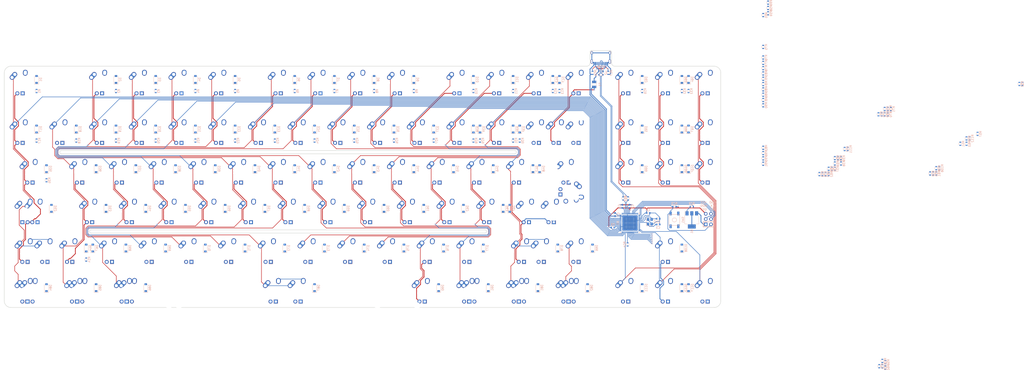
<source format=kicad_pcb>
(kicad_pcb (version 20171130) (host pcbnew "(5.0.0)")
  (layers (0 F.Cu signal) (31 B.Cu signal) (34 B.Paste user) (35 F.Paste user) (36 B.SilkS user hide) (37 F.SilkS user) (38 B.Mask user) (39 F.Mask user) (44 Edge.Cuts user))
  (net 0 "")
  (net 1 COL13)
  (net 2 +5V)
  (net 3 COL12)
  (net 4 "Net-(C2-Pad1)")
  (net 5 GND)
  (net 6 XTAL1)
  (net 7 XTAL2)
  (net 8 COL0)
  (net 9 ROW0)
  (net 10 "Net-(D1-Pad2)")
  (net 11 "Net-(D2-Pad2)")
  (net 12 "Net-(D3-Pad2)")
  (net 13 "Net-(D4-Pad2)")
  (net 14 "Net-(D5-Pad2)")
  (net 15 "Net-(D6-Pad2)")
  (net 16 "Net-(D7-Pad2)")
  (net 17 "Net-(D8-Pad2)")
  (net 18 "Net-(D9-Pad2)")
  (net 19 "Net-(D10-Pad2)")
  (net 20 "Net-(D11-Pad2)")
  (net 21 "Net-(D12-Pad2)")
  (net 22 "Net-(D13-Pad2)")
  (net 23 "Net-(D14-Pad2)")
  (net 24 ROW4)
  (net 25 "Net-(D17-Pad2)")
  (net 26 ROW1)
  (net 27 "Net-(D18-Pad2)")
  (net 28 "Net-(D19-Pad2)")
  (net 29 "Net-(D20-Pad2)")
  (net 30 "Net-(D21-Pad2)")
  (net 31 "Net-(D22-Pad2)")
  (net 32 "Net-(D23-Pad2)")
  (net 33 "Net-(D24-Pad2)")
  (net 34 "Net-(D25-Pad2)")
  (net 35 "Net-(D26-Pad2)")
  (net 36 "Net-(D27-Pad2)")
  (net 37 "Net-(D28-Pad2)")
  (net 38 "Net-(D29-Pad2)")
  (net 39 ROW3)
  (net 40 ROW2)
  (net 41 "Net-(D35-Pad2)")
  (net 42 "Net-(D36-Pad2)")
  (net 43 "Net-(D37-Pad2)")
  (net 44 "Net-(D38-Pad2)")
  (net 45 "Net-(D39-Pad2)")
  (net 46 "Net-(D40-Pad2)")
  (net 47 "Net-(D41-Pad2)")
  (net 48 "Net-(D42-Pad2)")
  (net 49 "Net-(D43-Pad2)")
  (net 50 "Net-(D44-Pad2)")
  (net 51 "Net-(D45-Pad2)")
  (net 52 "Net-(D46-Pad2)")
  (net 53 "Net-(D47-Pad2)")
  (net 54 "Net-(D48-Pad2)")
  (net 55 "Net-(D53-Pad2)")
  (net 56 "Net-(D54-Pad2)")
  (net 57 "Net-(D55-Pad2)")
  (net 58 "Net-(D56-Pad2)")
  (net 59 "Net-(D57-Pad2)")
  (net 60 "Net-(D58-Pad2)")
  (net 61 "Net-(D59-Pad2)")
  (net 62 "Net-(D60-Pad2)")
  (net 63 "Net-(D61-Pad2)")
  (net 64 "Net-(D62-Pad2)")
  (net 65 "Net-(D63-Pad2)")
  (net 66 "Net-(D65-Pad2)")
  (net 67 "Net-(D66-Pad2)")
  (net 68 "Net-(D67-Pad2)")
  (net 69 "Net-(D68-Pad2)")
  (net 70 "Net-(D69-Pad2)")
  (net 71 "Net-(D70-Pad2)")
  (net 72 "Net-(D71-Pad2)")
  (net 73 "Net-(D72-Pad2)")
  (net 74 "Net-(D73-Pad2)")
  (net 75 "Net-(D74-Pad2)")
  (net 76 "Net-(D75-Pad2)")
  (net 77 "Net-(D76-Pad2)")
  (net 78 "Net-(D77-Pad2)")
  (net 79 "Net-(D78-Pad2)")
  (net 80 ROW5)
  (net 81 "Net-(D81-Pad2)")
  (net 82 "Net-(D82-Pad2)")
  (net 83 "Net-(D84-Pad2)")
  (net 84 "Net-(D85-Pad2)")
  (net 85 "Net-(D86-Pad2)")
  (net 86 "Net-(D87-Pad2)")
  (net 87 "Net-(D90-Pad2)")
  (net 88 "Net-(D91-Pad2)")
  (net 89 "Net-(D92-Pad2)")
  (net 90 "Net-(D93-Pad2)")
  (net 91 "Net-(D94-Pad2)")
  (net 92 "Net-(D95-Pad2)")
  (net 93 "Net-(D96-Pad2)")
  (net 94 "Net-(D97-Pad2)")
  (net 95 "Net-(D99-Pad2)")
  (net 96 "Net-(D100-Pad2)")
  (net 97 "Net-(D101-Pad2)")
  (net 98 "Net-(D108-Pad2)")
  (net 99 "Net-(D111-Pad2)")
  (net 100 "Net-(D112-Pad2)")
  (net 101 "Net-(D113-Pad2)")
  (net 102 VCC)
  (net 103 COL2)
  (net 104 COL1)
  (net 105 "Net-(MX_.1-Pad4)")
  (net 106 COL10)
  (net 107 "Net-(MX_,1-Pad4)")
  (net 108 COL9)
  (net 109 "Net-(MX_#1-Pad4)")
  (net 110 "Net-(MX_#2-Pad4)")
  (net 111 COL3)
  (net 112 "Net-(MX_#3-Pad4)")
  (net 113 "Net-(MX_#4-Pad4)")
  (net 114 COL4)
  (net 115 "Net-(MX_#5-Pad4)")
  (net 116 COL5)
  (net 117 "Net-(MX_#6-Pad4)")
  (net 118 COL6)
  (net 119 "Net-(MX_#7-Pad4)")
  (net 120 COL7)
  (net 121 COL8)
  (net 122 "Net-(MX_#8-Pad4)")
  (net 123 "Net-(MX_#9-Pad4)")
  (net 124 "Net-(MX_#0_1-Pad4)")
  (net 125 "Net-(MX_'1-Pad4)")
  (net 126 COL11)
  (net 127 "Net-(MX_-1-Pad4)")
  (net 128 "Net-(MX_/1-Pad4)")
  (net 129 "Net-(MX_;1-Pad4)")
  (net 130 "Net-(MX_=1-Pad4)")
  (net 131 "Net-(MX_[1-Pad4)")
  (net 132 "Net-(MX_\\1-Pad4)")
  (net 133 "Net-(MX_]1-Pad4)")
  (net 134 "Net-(MX_`1-Pad4)")
  (net 135 "Net-(MX_A1-Pad4)")
  (net 136 "Net-(MX_B1-Pad4)")
  (net 137 "Net-(MX_C1-Pad4)")
  (net 138 "Net-(MX_D1-Pad4)")
  (net 139 "Net-(MX_E1-Pad4)")
  (net 140 "Net-(MX_ESC1-Pad4)")
  (net 141 "Net-(MX_F1-Pad4)")
  (net 142 "Net-(MX_FN1-Pad4)")
  (net 143 "Net-(MX_FN2-Pad4)")
  (net 144 "Net-(MX_FN3-Pad4)")
  (net 145 "Net-(MX_FN4-Pad4)")
  (net 146 "Net-(MX_FN5-Pad4)")
  (net 147 "Net-(MX_FN6-Pad4)")
  (net 148 "Net-(MX_FN7-Pad4)")
  (net 149 "Net-(MX_FN8-Pad4)")
  (net 150 "Net-(MX_FN9-Pad4)")
  (net 151 "Net-(MX_FN10-Pad4)")
  (net 152 "Net-(MX_FN11-Pad4)")
  (net 153 "Net-(MX_FN12-Pad4)")
  (net 154 "Net-(MX_G1-Pad4)")
  (net 155 "Net-(MX_H1-Pad4)")
  (net 156 "Net-(MX_I1-Pad4)")
  (net 157 "Net-(MX_J1-Pad4)")
  (net 158 "Net-(MX_K1-Pad4)")
  (net 159 "Net-(MX_L1-Pad4)")
  (net 160 "Net-(MX_M1-Pad4)")
  (net 161 "Net-(MX_N1-Pad4)")
  (net 162 COL14)
  (net 163 COL15)
  (net 164 COL16)
  (net 165 "Net-(MX_O1-Pad4)")
  (net 166 "Net-(MX_P1-Pad4)")
  (net 167 "Net-(MX_Q1-Pad4)")
  (net 168 "Net-(MX_R1-Pad4)")
  (net 169 "Net-(MX_RETURN1-Pad4)")
  (net 170 "Net-(MX_RSHIFT1-Pad4)")
  (net 171 "Net-(MX_S1-Pad4)")
  (net 172 "Net-(MX_T1-Pad4)")
  (net 173 "Net-(MX_TAB1-Pad4)")
  (net 174 "Net-(MX_U1-Pad4)")
  (net 175 "Net-(MX_V1-Pad4)")
  (net 176 "Net-(MX_W1-Pad4)")
  (net 177 "Net-(MX_X1-Pad4)")
  (net 178 "Net-(MX_Y1-Pad4)")
  (net 179 "Net-(MX_Z1-Pad4)")
  (net 180 "Net-(Q1-Pad1)")
  (net 181 LEDGND)
  (net 182 "Net-(RC1-Pad2)")
  (net 183 D-)
  (net 184 D+)
  (net 185 "Net-(RC2-Pad1)")
  (net 186 RESET)
  (net 187 "Net-(RC4-Pad1)")
  (net 188 "Net-(RC5-Pad1)")
  (net 189 "Net-(RC6-Pad2)")
  (net 190 "Net-(RC7-Pad2)")
  (net 191 "Net-(U1-Pad62)")
  (net 192 "Net-(U1-Pad44)")
  (net 193 "Net-(U1-Pad34)")
  (net 194 "Net-(U1-Pad33)")
  (net 195 "Net-(U1-Pad30)")
  (net 196 "Net-(U1-Pad29)")
  (net 197 "Net-(U1-Pad28)")
  (net 198 "Net-(U1-Pad27)")
  (net 199 "Net-(U1-Pad26)")
  (net 200 "Net-(U1-Pad25)")
  (net 201 "Net-(U1-Pad19)")
  (net 202 "Net-(U1-Pad18)")
  (net 203 "Net-(U1-Pad16)")
  (net 204 "Net-(U1-Pad15)")
  (net 205 "Net-(U1-Pad14)")
  (net 206 MISO)
  (net 207 MOSI)
  (net 208 SCK)
  (net 209 "Net-(U1-Pad10)")
  (net 210 "Net-(U1-Pad9)")
  (net 211 "Net-(U1-Pad2)")
  (net 212 "Net-(U1-Pad1)")
  (net 213 "Net-(USB1-Pad9)")
  (net 214 "Net-(USB1-Pad3)")
  (net 215 "Net-(D30-Pad2)")
  (net 216 "Net-(D31-Pad2)")
  (net 217 "Net-(D52-Pad2)")
  (net 218 "Net-(MX_BACK1-Pad4)")
  (net 219 "Net-(MX_BACK3-Pad4)")
  (net 220 "Net-(MX_CLOCK1-Pad4)")
  (net 221 "Net-(MX_DEL1-Pad4)")
  (net 222 "Net-(MX_DN1-Pad4)")
  (net 223 "Net-(MX_END1-Pad4)")
  (net 224 "Net-(MX_HOME1-Pad4)")
  (net 225 "Net-(MX_INS1-Pad4)")
  (net 226 "Net-(MX_LALT1-Pad4)")
  (net 227 "Net-(MX_LCTRL1-Pad4)")
  (net 228 "Net-(MX_LFT1-Pad4)")
  (net 229 "Net-(MX_LGUI1-Pad4)")
  (net 230 "Net-(MX_LSHIFT1-Pad4)")
  (net 231 "Net-(MX_LSHIFT3-Pad4)")
  (net 232 "Net-(MX_PAUSE1-Pad4)")
  (net 233 "Net-(MX_PGDN1-Pad4)")
  (net 234 "Net-(MX_PGUP1-Pad4)")
  (net 235 "Net-(MX_PRINT1-Pad4)")
  (net 236 "Net-(MX_RALT1-Pad4)")
  (net 237 "Net-(MX_RALT2-Pad4)")
  (net 238 "Net-(MX_RCTRL1-Pad4)")
  (net 239 "Net-(MX_RGUI2-Pad4)")
  (net 240 "Net-(MX_RSHIFT3-Pad4)")
  (net 241 "Net-(MX_RT1-Pad4)")
  (net 242 "Net-(MX_SLOCK1-Pad4)")
  (net 243 "Net-(MX_SP1-Pad4)")
  (net 244 "Net-(MX_UP1-Pad4)")
  (net 245 "Net-(U1-Pad36)")
  (net 246 "Net-(U1-Pad35)")
  (module Capacitors_SMD:C_0603 (layer B.Cu) (at 339.979 99.06 90)
    (fp_text reference C2 (at 0 1.5 90) (layer B.SilkS) (effects (justify mirror)))
    (fp_text value 1uF)
    (pad 1 smd rect (at -0.75 0 90) (size 0.8 0.75) (layers B.Cu B.Paste B.Mask) (net 4 "Net-(C2-Pad1)"))
    (pad 2 smd rect (at 0.75 0 90) (size 0.8 0.75) (layers B.Cu B.Paste B.Mask) (net 5 GND))
  )
  (module Capacitors_SMD:C_0603 (layer B.Cu) (at 353.72675 107.79125)
    (fp_text reference C3 (at 0 1.5) (layer B.SilkS) (effects (justify mirror)))
    (fp_text value 22pF)
    (pad 2 smd rect (at 0.75 0) (size 0.8 0.75) (layers B.Cu B.Paste B.Mask) (net 5 GND))
    (pad 1 smd rect (at -0.75 0) (size 0.8 0.75) (layers B.Cu B.Paste B.Mask) (net 6 XTAL1))
  )
  (module Capacitors_SMD:C_0603 (layer B.Cu) (at 353.72675 105.013125)
    (fp_text reference C4 (at 0 1.5) (layer B.SilkS) (effects (justify mirror)))
    (fp_text value 22pF)
    (pad 1 smd rect (at -0.75 0) (size 0.8 0.75) (layers B.Cu B.Paste B.Mask) (net 7 XTAL2))
    (pad 2 smd rect (at 0.75 0) (size 0.8 0.75) (layers B.Cu B.Paste B.Mask) (net 5 GND))
  )
  (module Capacitors_SMD:C_0603 (layer B.Cu) (at 336.661125 99.06 270)
    (fp_text reference C5 (at 0 1.5 270) (layer B.SilkS) (effects (justify mirror)))
    (fp_text value 1uF)
    (pad 2 smd rect (at 0.75 0 270) (size 0.8 0.75) (layers B.Cu B.Paste B.Mask) (net 2 +5V))
    (pad 1 smd rect (at -0.75 0 270) (size 0.8 0.75) (layers B.Cu B.Paste B.Mask) (net 5 GND))
  )
  (module Capacitors_SMD:C_0603 (layer B.Cu) (at 331.978 109.22 180)
    (fp_text reference C6 (at 0 1.5 180) (layer B.SilkS) (effects (justify mirror)))
    (fp_text value 0.1uF)
    (pad 1 smd rect (at -0.75 0 180) (size 0.8 0.75) (layers B.Cu B.Paste B.Mask) (net 5 GND))
    (pad 2 smd rect (at 0.75 0 180) (size 0.8 0.75) (layers B.Cu B.Paste B.Mask) (net 2 +5V))
  )
  (module Capacitors_SMD:C_0603 (layer B.Cu) (at 333.08925 102.997 90)
    (fp_text reference C7 (at 0 1.5 90) (layer B.SilkS) (effects (justify mirror)))
    (fp_text value 0.1uF)
    (pad 2 smd rect (at 0.75 0 90) (size 0.8 0.75) (layers B.Cu B.Paste B.Mask) (net 2 +5V))
    (pad 1 smd rect (at -0.75 0 90) (size 0.8 0.75) (layers B.Cu B.Paste B.Mask) (net 5 GND))
  )
  (module Capacitors_SMD:C_0603 (layer B.Cu) (at 348.96425 102.235 180)
    (fp_text reference C8 (at 0 1.5 180) (layer B.SilkS) (effects (justify mirror)))
    (fp_text value 0.1uF)
    (pad 1 smd rect (at -0.75 0 180) (size 0.8 0.75) (layers B.Cu B.Paste B.Mask) (net 5 GND))
    (pad 2 smd rect (at 0.75 0 180) (size 0.8 0.75) (layers B.Cu B.Paste B.Mask) (net 2 +5V))
  )
  (module Diodes_SMD:D_SOD-123 (layer B.Cu) (at 55.5625 38.1 90)
    (fp_text reference D1 (at 0 2 90) (layer B.SilkS) (effects (justify mirror)))
    (fp_text value SOD-323)
    (pad 1 smd rect (at -1.65 0 90) (size 0.9 1.2) (layers B.Cu B.Paste B.Mask) (net 9 ROW0))
    (pad 2 smd rect (at 1.65 0 90) (size 0.9 1.2) (layers B.Cu B.Paste B.Mask) (net 10 "Net-(D1-Pad2)"))
  )
  (module Diodes_SMD:D_SOD-123 (layer B.Cu) (at 93.6625 38.1 90)
    (fp_text reference D2 (at 0 2 90) (layer B.SilkS) (effects (justify mirror)))
    (fp_text value SOD-323)
    (pad 1 smd rect (at -1.65 0 90) (size 0.9 1.2) (layers B.Cu B.Paste B.Mask) (net 9 ROW0))
    (pad 2 smd rect (at 1.65 0 90) (size 0.9 1.2) (layers B.Cu B.Paste B.Mask) (net 11 "Net-(D2-Pad2)"))
  )
  (module Diodes_SMD:D_SOD-123 (layer B.Cu) (at 112.7125 38.1 90)
    (fp_text reference D3 (at 0 2 90) (layer B.SilkS) (effects (justify mirror)))
    (fp_text value SOD-323)
    (pad 2 smd rect (at 1.65 0 90) (size 0.9 1.2) (layers B.Cu B.Paste B.Mask) (net 12 "Net-(D3-Pad2)"))
    (pad 1 smd rect (at -1.65 0 90) (size 0.9 1.2) (layers B.Cu B.Paste B.Mask) (net 9 ROW0))
  )
  (module Diodes_SMD:D_SOD-123 (layer B.Cu) (at 131.7625 38.1 90)
    (fp_text reference D4 (at 0 2 90) (layer B.SilkS) (effects (justify mirror)))
    (fp_text value SOD-323)
    (pad 1 smd rect (at -1.65 0 90) (size 0.9 1.2) (layers B.Cu B.Paste B.Mask) (net 9 ROW0))
    (pad 2 smd rect (at 1.65 0 90) (size 0.9 1.2) (layers B.Cu B.Paste B.Mask) (net 13 "Net-(D4-Pad2)"))
  )
  (module Diodes_SMD:D_SOD-123 (layer B.Cu) (at 150.8125 38.1 90)
    (fp_text reference D5 (at 0 2 90) (layer B.SilkS) (effects (justify mirror)))
    (fp_text value SOD-323)
    (pad 2 smd rect (at 1.65 0 90) (size 0.9 1.2) (layers B.Cu B.Paste B.Mask) (net 14 "Net-(D5-Pad2)"))
    (pad 1 smd rect (at -1.65 0 90) (size 0.9 1.2) (layers B.Cu B.Paste B.Mask) (net 9 ROW0))
  )
  (module Diodes_SMD:D_SOD-123 (layer B.Cu) (at 179.3875 38.1 90)
    (fp_text reference D6 (at 0 2 90) (layer B.SilkS) (effects (justify mirror)))
    (fp_text value SOD-323)
    (pad 1 smd rect (at -1.65 0 90) (size 0.9 1.2) (layers B.Cu B.Paste B.Mask) (net 9 ROW0))
    (pad 2 smd rect (at 1.65 0 90) (size 0.9 1.2) (layers B.Cu B.Paste B.Mask) (net 15 "Net-(D6-Pad2)"))
  )
  (module Diodes_SMD:D_SOD-123 (layer B.Cu) (at 198.4375 38.1 90)
    (fp_text reference D7 (at 0 2 90) (layer B.SilkS) (effects (justify mirror)))
    (fp_text value SOD-323)
    (pad 1 smd rect (at -1.65 0 90) (size 0.9 1.2) (layers B.Cu B.Paste B.Mask) (net 9 ROW0))
    (pad 2 smd rect (at 1.65 0 90) (size 0.9 1.2) (layers B.Cu B.Paste B.Mask) (net 16 "Net-(D7-Pad2)"))
  )
  (module Diodes_SMD:D_SOD-123 (layer B.Cu) (at 217.4875 38.1 90)
    (fp_text reference D8 (at 0 2 90) (layer B.SilkS) (effects (justify mirror)))
    (fp_text value SOD-323)
    (pad 1 smd rect (at -1.65 0 90) (size 0.9 1.2) (layers B.Cu B.Paste B.Mask) (net 9 ROW0))
    (pad 2 smd rect (at 1.65 0 90) (size 0.9 1.2) (layers B.Cu B.Paste B.Mask) (net 17 "Net-(D8-Pad2)"))
  )
  (module Diodes_SMD:D_SOD-123 (layer B.Cu) (at 236.5375 38.1 90)
    (fp_text reference D9 (at 0 2 90) (layer B.SilkS) (effects (justify mirror)))
    (fp_text value SOD-323)
    (pad 1 smd rect (at -1.65 0 90) (size 0.9 1.2) (layers B.Cu B.Paste B.Mask) (net 9 ROW0))
    (pad 2 smd rect (at 1.65 0 90) (size 0.9 1.2) (layers B.Cu B.Paste B.Mask) (net 18 "Net-(D9-Pad2)"))
  )
  (module Diodes_SMD:D_SOD-123 (layer B.Cu) (at 265.1125 38.1 90)
    (fp_text reference D10 (at 0 2 90) (layer B.SilkS) (effects (justify mirror)))
    (fp_text value SOD-323)
    (pad 2 smd rect (at 1.65 0 90) (size 0.9 1.2) (layers B.Cu B.Paste B.Mask) (net 19 "Net-(D10-Pad2)"))
    (pad 1 smd rect (at -1.65 0 90) (size 0.9 1.2) (layers B.Cu B.Paste B.Mask) (net 9 ROW0))
  )
  (module Diodes_SMD:D_SOD-123 (layer B.Cu) (at 284.1625 38.1 90)
    (fp_text reference D11 (at 0 2 90) (layer B.SilkS) (effects (justify mirror)))
    (fp_text value SOD-323)
    (pad 2 smd rect (at 1.65 0 90) (size 0.9 1.2) (layers B.Cu B.Paste B.Mask) (net 20 "Net-(D11-Pad2)"))
    (pad 1 smd rect (at -1.65 0 90) (size 0.9 1.2) (layers B.Cu B.Paste B.Mask) (net 9 ROW0))
  )
  (module Diodes_SMD:D_SOD-123 (layer B.Cu) (at 303.2125 38.1 90)
    (fp_text reference D12 (at 0 2 90) (layer B.SilkS) (effects (justify mirror)))
    (fp_text value SOD-323)
    (pad 1 smd rect (at -1.65 0 90) (size 0.9 1.2) (layers B.Cu B.Paste B.Mask) (net 9 ROW0))
    (pad 2 smd rect (at 1.65 0 90) (size 0.9 1.2) (layers B.Cu B.Paste B.Mask) (net 21 "Net-(D12-Pad2)"))
  )
  (module Diodes_SMD:D_SOD-123 (layer B.Cu) (at 306.3875 38.1 90)
    (fp_text reference D13 (at 0 2 90) (layer B.SilkS) (effects (justify mirror)))
    (fp_text value SOD-323)
    (pad 1 smd rect (at -1.65 0 90) (size 0.9 1.2) (layers B.Cu B.Paste B.Mask) (net 9 ROW0))
    (pad 2 smd rect (at 1.65 0 90) (size 0.9 1.2) (layers B.Cu B.Paste B.Mask) (net 22 "Net-(D13-Pad2)"))
  )
  (module Diodes_SMD:D_SOD-123 (layer B.Cu) (at 79.375 119.0625 90)
    (fp_text reference D14 (at 0 2 90) (layer B.SilkS) (effects (justify mirror)))
    (fp_text value SOD-323)
    (pad 2 smd rect (at 1.65 0 90) (size 0.9 1.2) (layers B.Cu B.Paste B.Mask) (net 23 "Net-(D14-Pad2)"))
    (pad 1 smd rect (at -1.65 0 90) (size 0.9 1.2) (layers B.Cu B.Paste B.Mask) (net 24 ROW4))
  )
  (module Diodes_SMD:D_SOD-123 (layer B.Cu) (at 55.5625 61.9125 90)
    (fp_text reference D17 (at 0 2 90) (layer B.SilkS) (effects (justify mirror)))
    (fp_text value SOD-323)
    (pad 2 smd rect (at 1.65 0 90) (size 0.9 1.2) (layers B.Cu B.Paste B.Mask) (net 25 "Net-(D17-Pad2)"))
    (pad 1 smd rect (at -1.65 0 90) (size 0.9 1.2) (layers B.Cu B.Paste B.Mask) (net 26 ROW1))
  )
  (module Diodes_SMD:D_SOD-123 (layer B.Cu) (at 74.6125 61.9125 90)
    (fp_text reference D18 (at 0 2 90) (layer B.SilkS) (effects (justify mirror)))
    (fp_text value SOD-323)
    (pad 2 smd rect (at 1.65 0 90) (size 0.9 1.2) (layers B.Cu B.Paste B.Mask) (net 27 "Net-(D18-Pad2)"))
    (pad 1 smd rect (at -1.65 0 90) (size 0.9 1.2) (layers B.Cu B.Paste B.Mask) (net 26 ROW1))
  )
  (module Diodes_SMD:D_SOD-123 (layer B.Cu) (at 93.6625 61.9125 90)
    (fp_text reference D19 (at 0 2 90) (layer B.SilkS) (effects (justify mirror)))
    (fp_text value SOD-323)
    (pad 2 smd rect (at 1.65 0 90) (size 0.9 1.2) (layers B.Cu B.Paste B.Mask) (net 28 "Net-(D19-Pad2)"))
    (pad 1 smd rect (at -1.65 0 90) (size 0.9 1.2) (layers B.Cu B.Paste B.Mask) (net 26 ROW1))
  )
  (module Diodes_SMD:D_SOD-123 (layer B.Cu) (at 112.7125 61.9125 90)
    (fp_text reference D20 (at 0 2 90) (layer B.SilkS) (effects (justify mirror)))
    (fp_text value SOD-323)
    (pad 2 smd rect (at 1.65 0 90) (size 0.9 1.2) (layers B.Cu B.Paste B.Mask) (net 29 "Net-(D20-Pad2)"))
    (pad 1 smd rect (at -1.65 0 90) (size 0.9 1.2) (layers B.Cu B.Paste B.Mask) (net 26 ROW1))
  )
  (module Diodes_SMD:D_SOD-123 (layer B.Cu) (at 131.7625 61.9125 90)
    (fp_text reference D21 (at 0 2 90) (layer B.SilkS) (effects (justify mirror)))
    (fp_text value SOD-323)
    (pad 1 smd rect (at -1.65 0 90) (size 0.9 1.2) (layers B.Cu B.Paste B.Mask) (net 26 ROW1))
    (pad 2 smd rect (at 1.65 0 90) (size 0.9 1.2) (layers B.Cu B.Paste B.Mask) (net 30 "Net-(D21-Pad2)"))
  )
  (module Diodes_SMD:D_SOD-123 (layer B.Cu) (at 150.8125 61.9125 90)
    (fp_text reference D22 (at 0 2 90) (layer B.SilkS) (effects (justify mirror)))
    (fp_text value SOD-323)
    (pad 1 smd rect (at -1.65 0 90) (size 0.9 1.2) (layers B.Cu B.Paste B.Mask) (net 26 ROW1))
    (pad 2 smd rect (at 1.65 0 90) (size 0.9 1.2) (layers B.Cu B.Paste B.Mask) (net 31 "Net-(D22-Pad2)"))
  )
  (module Diodes_SMD:D_SOD-123 (layer B.Cu) (at 169.8625 61.9125 90)
    (fp_text reference D23 (at 0 2 90) (layer B.SilkS) (effects (justify mirror)))
    (fp_text value SOD-323)
    (pad 2 smd rect (at 1.65 0 90) (size 0.9 1.2) (layers B.Cu B.Paste B.Mask) (net 32 "Net-(D23-Pad2)"))
    (pad 1 smd rect (at -1.65 0 90) (size 0.9 1.2) (layers B.Cu B.Paste B.Mask) (net 26 ROW1))
  )
  (module Diodes_SMD:D_SOD-123 (layer B.Cu) (at 188.9125 61.9125 90)
    (fp_text reference D24 (at 0 2 90) (layer B.SilkS) (effects (justify mirror)))
    (fp_text value SOD-323)
    (pad 2 smd rect (at 1.65 0 90) (size 0.9 1.2) (layers B.Cu B.Paste B.Mask) (net 33 "Net-(D24-Pad2)"))
    (pad 1 smd rect (at -1.65 0 90) (size 0.9 1.2) (layers B.Cu B.Paste B.Mask) (net 26 ROW1))
  )
  (module Diodes_SMD:D_SOD-123 (layer B.Cu) (at 207.9625 61.9125 90)
    (fp_text reference D25 (at 0 2 90) (layer B.SilkS) (effects (justify mirror)))
    (fp_text value SOD-323)
    (pad 1 smd rect (at -1.65 0 90) (size 0.9 1.2) (layers B.Cu B.Paste B.Mask) (net 26 ROW1))
    (pad 2 smd rect (at 1.65 0 90) (size 0.9 1.2) (layers B.Cu B.Paste B.Mask) (net 34 "Net-(D25-Pad2)"))
  )
  (module Diodes_SMD:D_SOD-123 (layer B.Cu) (at 227.0125 61.9125 90)
    (fp_text reference D26 (at 0 2 90) (layer B.SilkS) (effects (justify mirror)))
    (fp_text value SOD-323)
    (pad 1 smd rect (at -1.65 0 90) (size 0.9 1.2) (layers B.Cu B.Paste B.Mask) (net 26 ROW1))
    (pad 2 smd rect (at 1.65 0 90) (size 0.9 1.2) (layers B.Cu B.Paste B.Mask) (net 35 "Net-(D26-Pad2)"))
  )
  (module Diodes_SMD:D_SOD-123 (layer B.Cu) (at 246.0625 61.9125 90)
    (fp_text reference D27 (at 0 2 90) (layer B.SilkS) (effects (justify mirror)))
    (fp_text value SOD-323)
    (pad 1 smd rect (at -1.65 0 90) (size 0.9 1.2) (layers B.Cu B.Paste B.Mask) (net 26 ROW1))
    (pad 2 smd rect (at 1.65 0 90) (size 0.9 1.2) (layers B.Cu B.Paste B.Mask) (net 36 "Net-(D27-Pad2)"))
  )
  (module Diodes_SMD:D_SOD-123 (layer B.Cu) (at 265.1125 61.9125 90)
    (fp_text reference D28 (at 0 2 90) (layer B.SilkS) (effects (justify mirror)))
    (fp_text value SOD-323)
    (pad 2 smd rect (at 1.65 0 90) (size 0.9 1.2) (layers B.Cu B.Paste B.Mask) (net 37 "Net-(D28-Pad2)"))
    (pad 1 smd rect (at -1.65 0 90) (size 0.9 1.2) (layers B.Cu B.Paste B.Mask) (net 26 ROW1))
  )
  (module Diodes_SMD:D_SOD-123 (layer B.Cu) (at 268.2875 61.9125 90)
    (fp_text reference D29 (at 0 2 90) (layer B.SilkS) (effects (justify mirror)))
    (fp_text value SOD-323)
    (pad 2 smd rect (at 1.65 0 90) (size 0.9 1.2) (layers B.Cu B.Paste B.Mask) (net 38 "Net-(D29-Pad2)"))
    (pad 1 smd rect (at -1.65 0 90) (size 0.9 1.2) (layers B.Cu B.Paste B.Mask) (net 26 ROW1))
  )
  (module Diodes_SMD:D_SOD-123 (layer B.Cu) (at 287.3375 61.9125 90)
    (fp_text reference D30 (at 0 2 90) (layer B.SilkS) (effects (justify mirror)))
    (fp_text value SOD-323)
    (pad 1 smd rect (at -1.65 0 90) (size 0.9 1.2) (layers B.Cu B.Paste B.Mask) (net 26 ROW1))
    (pad 2 smd rect (at 1.65 0 90) (size 0.9 1.2) (layers B.Cu B.Paste B.Mask) (net 215 "Net-(D30-Pad2)"))
  )
  (module Diodes_SMD:D_SOD-123 (layer B.Cu) (at 284.1625 61.9125 90)
    (fp_text reference D31 (at 0 2 90) (layer B.SilkS) (effects (justify mirror)))
    (fp_text value SOD-323)
    (pad 2 smd rect (at 1.65 0 90) (size 0.9 1.2) (layers B.Cu B.Paste B.Mask) (net 216 "Net-(D31-Pad2)"))
    (pad 1 smd rect (at -1.65 0 90) (size 0.9 1.2) (layers B.Cu B.Paste B.Mask) (net 39 ROW3))
  )
  (module Diodes_SMD:D_SOD-123 (layer B.Cu) (at 60.325 80.9625 90)
    (fp_text reference D35 (at 0 2 90) (layer B.SilkS) (effects (justify mirror)))
    (fp_text value SOD-323)
    (pad 1 smd rect (at -1.65 0 90) (size 0.9 1.2) (layers B.Cu B.Paste B.Mask) (net 40 ROW2))
    (pad 2 smd rect (at 1.65 0 90) (size 0.9 1.2) (layers B.Cu B.Paste B.Mask) (net 41 "Net-(D35-Pad2)"))
  )
  (module Diodes_SMD:D_SOD-123 (layer B.Cu) (at 84.1375 80.9625 90)
    (fp_text reference D36 (at 0 2 90) (layer B.SilkS) (effects (justify mirror)))
    (fp_text value SOD-323)
    (pad 2 smd rect (at 1.65 0 90) (size 0.9 1.2) (layers B.Cu B.Paste B.Mask) (net 42 "Net-(D36-Pad2)"))
    (pad 1 smd rect (at -1.65 0 90) (size 0.9 1.2) (layers B.Cu B.Paste B.Mask) (net 40 ROW2))
  )
  (module Diodes_SMD:D_SOD-123 (layer B.Cu) (at 103.1875 80.9625 90)
    (fp_text reference D37 (at 0 2 90) (layer B.SilkS) (effects (justify mirror)))
    (fp_text value SOD-323)
    (pad 1 smd rect (at -1.65 0 90) (size 0.9 1.2) (layers B.Cu B.Paste B.Mask) (net 40 ROW2))
    (pad 2 smd rect (at 1.65 0 90) (size 0.9 1.2) (layers B.Cu B.Paste B.Mask) (net 43 "Net-(D37-Pad2)"))
  )
  (module Diodes_SMD:D_SOD-123 (layer B.Cu) (at 122.2375 80.9625 90)
    (fp_text reference D38 (at 0 2 90) (layer B.SilkS) (effects (justify mirror)))
    (fp_text value SOD-323)
    (pad 2 smd rect (at 1.65 0 90) (size 0.9 1.2) (layers B.Cu B.Paste B.Mask) (net 44 "Net-(D38-Pad2)"))
    (pad 1 smd rect (at -1.65 0 90) (size 0.9 1.2) (layers B.Cu B.Paste B.Mask) (net 40 ROW2))
  )
  (module Diodes_SMD:D_SOD-123 (layer B.Cu) (at 141.2875 80.9625 90)
    (fp_text reference D39 (at 0 2 90) (layer B.SilkS) (effects (justify mirror)))
    (fp_text value SOD-323)
    (pad 1 smd rect (at -1.65 0 90) (size 0.9 1.2) (layers B.Cu B.Paste B.Mask) (net 40 ROW2))
    (pad 2 smd rect (at 1.65 0 90) (size 0.9 1.2) (layers B.Cu B.Paste B.Mask) (net 45 "Net-(D39-Pad2)"))
  )
  (module Diodes_SMD:D_SOD-123 (layer B.Cu) (at 160.3375 80.9625 90)
    (fp_text reference D40 (at 0 2 90) (layer B.SilkS) (effects (justify mirror)))
    (fp_text value SOD-323)
    (pad 2 smd rect (at 1.65 0 90) (size 0.9 1.2) (layers B.Cu B.Paste B.Mask) (net 46 "Net-(D40-Pad2)"))
    (pad 1 smd rect (at -1.65 0 90) (size 0.9 1.2) (layers B.Cu B.Paste B.Mask) (net 40 ROW2))
  )
  (module Diodes_SMD:D_SOD-123 (layer B.Cu) (at 179.3875 80.9625 90)
    (fp_text reference D41 (at 0 2 90) (layer B.SilkS) (effects (justify mirror)))
    (fp_text value SOD-323)
    (pad 1 smd rect (at -1.65 0 90) (size 0.9 1.2) (layers B.Cu B.Paste B.Mask) (net 40 ROW2))
    (pad 2 smd rect (at 1.65 0 90) (size 0.9 1.2) (layers B.Cu B.Paste B.Mask) (net 47 "Net-(D41-Pad2)"))
  )
  (module Diodes_SMD:D_SOD-123 (layer B.Cu) (at 198.4375 80.9625 90)
    (fp_text reference D42 (at 0 2 90) (layer B.SilkS) (effects (justify mirror)))
    (fp_text value SOD-323)
    (pad 1 smd rect (at -1.65 0 90) (size 0.9 1.2) (layers B.Cu B.Paste B.Mask) (net 40 ROW2))
    (pad 2 smd rect (at 1.65 0 90) (size 0.9 1.2) (layers B.Cu B.Paste B.Mask) (net 48 "Net-(D42-Pad2)"))
  )
  (module Diodes_SMD:D_SOD-123 (layer B.Cu) (at 217.4875 80.9625 90)
    (fp_text reference D43 (at 0 2 90) (layer B.SilkS) (effects (justify mirror)))
    (fp_text value SOD-323)
    (pad 1 smd rect (at -1.65 0 90) (size 0.9 1.2) (layers B.Cu B.Paste B.Mask) (net 40 ROW2))
    (pad 2 smd rect (at 1.65 0 90) (size 0.9 1.2) (layers B.Cu B.Paste B.Mask) (net 49 "Net-(D43-Pad2)"))
  )
  (module Diodes_SMD:D_SOD-123 (layer B.Cu) (at 236.5375 80.9625 90)
    (fp_text reference D44 (at 0 2 90) (layer B.SilkS) (effects (justify mirror)))
    (fp_text value SOD-323)
    (pad 1 smd rect (at -1.65 0 90) (size 0.9 1.2) (layers B.Cu B.Paste B.Mask) (net 40 ROW2))
    (pad 2 smd rect (at 1.65 0 90) (size 0.9 1.2) (layers B.Cu B.Paste B.Mask) (net 50 "Net-(D44-Pad2)"))
  )
  (module Diodes_SMD:D_SOD-123 (layer B.Cu) (at 255.5875 80.9625 90)
    (fp_text reference D45 (at 0 2 90) (layer B.SilkS) (effects (justify mirror)))
    (fp_text value SOD-323)
    (pad 2 smd rect (at 1.65 0 90) (size 0.9 1.2) (layers B.Cu B.Paste B.Mask) (net 51 "Net-(D45-Pad2)"))
    (pad 1 smd rect (at -1.65 0 90) (size 0.9 1.2) (layers B.Cu B.Paste B.Mask) (net 40 ROW2))
  )
  (module Diodes_SMD:D_SOD-123 (layer B.Cu) (at 274.6375 80.9625 90)
    (fp_text reference D46 (at 0 2 90) (layer B.SilkS) (effects (justify mirror)))
    (fp_text value SOD-323)
    (pad 2 smd rect (at 1.65 0 90) (size 0.9 1.2) (layers B.Cu B.Paste B.Mask) (net 52 "Net-(D46-Pad2)"))
    (pad 1 smd rect (at -1.65 0 90) (size 0.9 1.2) (layers B.Cu B.Paste B.Mask) (net 40 ROW2))
  )
  (module Diodes_SMD:D_SOD-123 (layer B.Cu) (at 293.6875 80.9625 90)
    (fp_text reference D47 (at 0 2 90) (layer B.SilkS) (effects (justify mirror)))
    (fp_text value SOD-323)
    (pad 2 smd rect (at 1.65 0 90) (size 0.9 1.2) (layers B.Cu B.Paste B.Mask) (net 53 "Net-(D47-Pad2)"))
    (pad 1 smd rect (at -1.65 0 90) (size 0.9 1.2) (layers B.Cu B.Paste B.Mask) (net 40 ROW2))
  )
  (module Diodes_SMD:D_SOD-123 (layer B.Cu) (at 296.8625 80.9625 90)
    (fp_text reference D48 (at 0 2 90) (layer B.SilkS) (effects (justify mirror)))
    (fp_text value SOD-323)
    (pad 1 smd rect (at -1.65 0 90) (size 0.9 1.2) (layers B.Cu B.Paste B.Mask) (net 40 ROW2))
    (pad 2 smd rect (at 1.65 0 90) (size 0.9 1.2) (layers B.Cu B.Paste B.Mask) (net 54 "Net-(D48-Pad2)"))
  )
  (module Diodes_SMD:D_SOD-123 (layer B.Cu) (at 62.70625 100.0125 90)
    (fp_text reference D52 (at 0 2 90) (layer B.SilkS) (effects (justify mirror)))
    (fp_text value SOD-323)
    (pad 2 smd rect (at 1.65 0 90) (size 0.9 1.2) (layers B.Cu B.Paste B.Mask) (net 217 "Net-(D52-Pad2)"))
    (pad 1 smd rect (at -1.65 0 90) (size 0.9 1.2) (layers B.Cu B.Paste B.Mask) (net 39 ROW3))
  )
  (module Diodes_SMD:D_SOD-123 (layer B.Cu) (at 88.9 100.0125 90)
    (fp_text reference D53 (at 0 2 90) (layer B.SilkS) (effects (justify mirror)))
    (fp_text value SOD-323)
    (pad 2 smd rect (at 1.65 0 90) (size 0.9 1.2) (layers B.Cu B.Paste B.Mask) (net 55 "Net-(D53-Pad2)"))
    (pad 1 smd rect (at -1.65 0 90) (size 0.9 1.2) (layers B.Cu B.Paste B.Mask) (net 39 ROW3))
  )
  (module Diodes_SMD:D_SOD-123 (layer B.Cu) (at 107.95 100.0125 90)
    (fp_text reference D54 (at 0 2 90) (layer B.SilkS) (effects (justify mirror)))
    (fp_text value SOD-323)
    (pad 1 smd rect (at -1.65 0 90) (size 0.9 1.2) (layers B.Cu B.Paste B.Mask) (net 39 ROW3))
    (pad 2 smd rect (at 1.65 0 90) (size 0.9 1.2) (layers B.Cu B.Paste B.Mask) (net 56 "Net-(D54-Pad2)"))
  )
  (module Diodes_SMD:D_SOD-123 (layer B.Cu) (at 127 100.0125 90)
    (fp_text reference D55 (at 0 2 90) (layer B.SilkS) (effects (justify mirror)))
    (fp_text value SOD-323)
    (pad 1 smd rect (at -1.65 0 90) (size 0.9 1.2) (layers B.Cu B.Paste B.Mask) (net 39 ROW3))
    (pad 2 smd rect (at 1.65 0 90) (size 0.9 1.2) (layers B.Cu B.Paste B.Mask) (net 57 "Net-(D55-Pad2)"))
  )
  (module Diodes_SMD:D_SOD-123 (layer B.Cu) (at 146.05 100.0125 90)
    (fp_text reference D56 (at 0 2 90) (layer B.SilkS) (effects (justify mirror)))
    (fp_text value SOD-323)
    (pad 2 smd rect (at 1.65 0 90) (size 0.9 1.2) (layers B.Cu B.Paste B.Mask) (net 58 "Net-(D56-Pad2)"))
    (pad 1 smd rect (at -1.65 0 90) (size 0.9 1.2) (layers B.Cu B.Paste B.Mask) (net 39 ROW3))
  )
  (module Diodes_SMD:D_SOD-123 (layer B.Cu) (at 165.1 100.0125 90)
    (fp_text reference D57 (at 0 2 90) (layer B.SilkS) (effects (justify mirror)))
    (fp_text value SOD-323)
    (pad 2 smd rect (at 1.65 0 90) (size 0.9 1.2) (layers B.Cu B.Paste B.Mask) (net 59 "Net-(D57-Pad2)"))
    (pad 1 smd rect (at -1.65 0 90) (size 0.9 1.2) (layers B.Cu B.Paste B.Mask) (net 39 ROW3))
  )
  (module Diodes_SMD:D_SOD-123 (layer B.Cu) (at 184.15 100.0125 90)
    (fp_text reference D58 (at 0 2 90) (layer B.SilkS) (effects (justify mirror)))
    (fp_text value SOD-323)
    (pad 1 smd rect (at -1.65 0 90) (size 0.9 1.2) (layers B.Cu B.Paste B.Mask) (net 39 ROW3))
    (pad 2 smd rect (at 1.65 0 90) (size 0.9 1.2) (layers B.Cu B.Paste B.Mask) (net 60 "Net-(D58-Pad2)"))
  )
  (module Diodes_SMD:D_SOD-123 (layer B.Cu) (at 203.2 100.0125 90)
    (fp_text reference D59 (at 0 2 90) (layer B.SilkS) (effects (justify mirror)))
    (fp_text value SOD-323)
    (pad 1 smd rect (at -1.65 0 90) (size 0.9 1.2) (layers B.Cu B.Paste B.Mask) (net 39 ROW3))
    (pad 2 smd rect (at 1.65 0 90) (size 0.9 1.2) (layers B.Cu B.Paste B.Mask) (net 61 "Net-(D59-Pad2)"))
  )
  (module Diodes_SMD:D_SOD-123 (layer B.Cu) (at 222.25 100.0125 90)
    (fp_text reference D60 (at 0 2 90) (layer B.SilkS) (effects (justify mirror)))
    (fp_text value SOD-323)
    (pad 2 smd rect (at 1.65 0 90) (size 0.9 1.2) (layers B.Cu B.Paste B.Mask) (net 62 "Net-(D60-Pad2)"))
    (pad 1 smd rect (at -1.65 0 90) (size 0.9 1.2) (layers B.Cu B.Paste B.Mask) (net 39 ROW3))
  )
  (module Diodes_SMD:D_SOD-123 (layer B.Cu) (at 241.3 100.0125 90)
    (fp_text reference D61 (at 0 2 90) (layer B.SilkS) (effects (justify mirror)))
    (fp_text value SOD-323)
    (pad 2 smd rect (at 1.65 0 90) (size 0.9 1.2) (layers B.Cu B.Paste B.Mask) (net 63 "Net-(D61-Pad2)"))
    (pad 1 smd rect (at -1.65 0 90) (size 0.9 1.2) (layers B.Cu B.Paste B.Mask) (net 39 ROW3))
  )
  (module Diodes_SMD:D_SOD-123 (layer B.Cu) (at 260.35 100.0125 90)
    (fp_text reference D62 (at 0 2 90) (layer B.SilkS) (effects (justify mirror)))
    (fp_text value SOD-323)
    (pad 1 smd rect (at -1.65 0 90) (size 0.9 1.2) (layers B.Cu B.Paste B.Mask) (net 39 ROW3))
    (pad 2 smd rect (at 1.65 0 90) (size 0.9 1.2) (layers B.Cu B.Paste B.Mask) (net 64 "Net-(D62-Pad2)"))
  )
  (module Diodes_SMD:D_SOD-123 (layer B.Cu) (at 279.4 100.0125 90)
    (fp_text reference D63 (at 0 2 90) (layer B.SilkS) (effects (justify mirror)))
    (fp_text value SOD-323)
    (pad 1 smd rect (at -1.65 0 90) (size 0.9 1.2) (layers B.Cu B.Paste B.Mask) (net 39 ROW3))
    (pad 2 smd rect (at 1.65 0 90) (size 0.9 1.2) (layers B.Cu B.Paste B.Mask) (net 65 "Net-(D63-Pad2)"))
  )
  (module Diodes_SMD:D_SOD-123 (layer B.Cu) (at 282.575 100.0125 90)
    (fp_text reference D65 (at 0 2 90) (layer B.SilkS) (effects (justify mirror)))
    (fp_text value SOD-323)
    (pad 2 smd rect (at 1.65 0 90) (size 0.9 1.2) (layers B.Cu B.Paste B.Mask) (net 66 "Net-(D65-Pad2)"))
    (pad 1 smd rect (at -1.65 0 90) (size 0.9 1.2) (layers B.Cu B.Paste B.Mask) (net 39 ROW3))
  )
  (module Diodes_SMD:D_SOD-123 (layer B.Cu) (at 322.2625 119.0625 90)
    (fp_text reference D66 (at 0 2 90) (layer B.SilkS) (effects (justify mirror)))
    (fp_text value SOD-323)
    (pad 1 smd rect (at -1.65 0 90) (size 0.9 1.2) (layers B.Cu B.Paste B.Mask) (net 24 ROW4))
    (pad 2 smd rect (at 1.65 0 90) (size 0.9 1.2) (layers B.Cu B.Paste B.Mask) (net 67 "Net-(D66-Pad2)"))
  )
  (module Diodes_SMD:D_SOD-123 (layer B.Cu) (at 82.55 119.0625 90)
    (fp_text reference D67 (at 0 2 90) (layer B.SilkS) (effects (justify mirror)))
    (fp_text value SOD-323)
    (pad 2 smd rect (at 1.65 0 90) (size 0.9 1.2) (layers B.Cu B.Paste B.Mask) (net 68 "Net-(D67-Pad2)"))
    (pad 1 smd rect (at -1.65 0 90) (size 0.9 1.2) (layers B.Cu B.Paste B.Mask) (net 24 ROW4))
  )
  (module Diodes_SMD:D_SOD-123 (layer B.Cu) (at 98.425 119.0625 90)
    (fp_text reference D68 (at 0 2 90) (layer B.SilkS) (effects (justify mirror)))
    (fp_text value SOD-323)
    (pad 2 smd rect (at 1.65 0 90) (size 0.9 1.2) (layers B.Cu B.Paste B.Mask) (net 69 "Net-(D68-Pad2)"))
    (pad 1 smd rect (at -1.65 0 90) (size 0.9 1.2) (layers B.Cu B.Paste B.Mask) (net 24 ROW4))
  )
  (module Diodes_SMD:D_SOD-123 (layer B.Cu) (at 117.475 119.0625 90)
    (fp_text reference D69 (at 0 2 90) (layer B.SilkS) (effects (justify mirror)))
    (fp_text value SOD-323)
    (pad 2 smd rect (at 1.65 0 90) (size 0.9 1.2) (layers B.Cu B.Paste B.Mask) (net 70 "Net-(D69-Pad2)"))
    (pad 1 smd rect (at -1.65 0 90) (size 0.9 1.2) (layers B.Cu B.Paste B.Mask) (net 24 ROW4))
  )
  (module Diodes_SMD:D_SOD-123 (layer B.Cu) (at 136.525 119.0625 90)
    (fp_text reference D70 (at 0 2 90) (layer B.SilkS) (effects (justify mirror)))
    (fp_text value SOD-323)
    (pad 1 smd rect (at -1.65 0 90) (size 0.9 1.2) (layers B.Cu B.Paste B.Mask) (net 24 ROW4))
    (pad 2 smd rect (at 1.65 0 90) (size 0.9 1.2) (layers B.Cu B.Paste B.Mask) (net 71 "Net-(D70-Pad2)"))
  )
  (module Diodes_SMD:D_SOD-123 (layer B.Cu) (at 155.575 119.0625 90)
    (fp_text reference D71 (at 0 2 90) (layer B.SilkS) (effects (justify mirror)))
    (fp_text value SOD-323)
    (pad 1 smd rect (at -1.65 0 90) (size 0.9 1.2) (layers B.Cu B.Paste B.Mask) (net 24 ROW4))
    (pad 2 smd rect (at 1.65 0 90) (size 0.9 1.2) (layers B.Cu B.Paste B.Mask) (net 72 "Net-(D71-Pad2)"))
  )
  (module Diodes_SMD:D_SOD-123 (layer B.Cu) (at 174.625 119.0625 90)
    (fp_text reference D72 (at 0 2 90) (layer B.SilkS) (effects (justify mirror)))
    (fp_text value SOD-323)
    (pad 2 smd rect (at 1.65 0 90) (size 0.9 1.2) (layers B.Cu B.Paste B.Mask) (net 73 "Net-(D72-Pad2)"))
    (pad 1 smd rect (at -1.65 0 90) (size 0.9 1.2) (layers B.Cu B.Paste B.Mask) (net 24 ROW4))
  )
  (module Diodes_SMD:D_SOD-123 (layer B.Cu) (at 193.675 119.0625 90)
    (fp_text reference D73 (at 0 2 90) (layer B.SilkS) (effects (justify mirror)))
    (fp_text value SOD-323)
    (pad 1 smd rect (at -1.65 0 90) (size 0.9 1.2) (layers B.Cu B.Paste B.Mask) (net 24 ROW4))
    (pad 2 smd rect (at 1.65 0 90) (size 0.9 1.2) (layers B.Cu B.Paste B.Mask) (net 74 "Net-(D73-Pad2)"))
  )
  (module Diodes_SMD:D_SOD-123 (layer B.Cu) (at 212.725 119.0625 90)
    (fp_text reference D74 (at 0 2 90) (layer B.SilkS) (effects (justify mirror)))
    (fp_text value SOD-323)
    (pad 2 smd rect (at 1.65 0 90) (size 0.9 1.2) (layers B.Cu B.Paste B.Mask) (net 75 "Net-(D74-Pad2)"))
    (pad 1 smd rect (at -1.65 0 90) (size 0.9 1.2) (layers B.Cu B.Paste B.Mask) (net 24 ROW4))
  )
  (module Diodes_SMD:D_SOD-123 (layer B.Cu) (at 231.775 119.0625 90)
    (fp_text reference D75 (at 0 2 90) (layer B.SilkS) (effects (justify mirror)))
    (fp_text value SOD-323)
    (pad 1 smd rect (at -1.65 0 90) (size 0.9 1.2) (layers B.Cu B.Paste B.Mask) (net 24 ROW4))
    (pad 2 smd rect (at 1.65 0 90) (size 0.9 1.2) (layers B.Cu B.Paste B.Mask) (net 76 "Net-(D75-Pad2)"))
  )
  (module Diodes_SMD:D_SOD-123 (layer B.Cu) (at 250.825 119.0625 90)
    (fp_text reference D76 (at 0 2 90) (layer B.SilkS) (effects (justify mirror)))
    (fp_text value SOD-323)
    (pad 2 smd rect (at 1.65 0 90) (size 0.9 1.2) (layers B.Cu B.Paste B.Mask) (net 77 "Net-(D76-Pad2)"))
    (pad 1 smd rect (at -1.65 0 90) (size 0.9 1.2) (layers B.Cu B.Paste B.Mask) (net 24 ROW4))
  )
  (module Diodes_SMD:D_SOD-123 (layer B.Cu) (at 269.875 119.0625 90)
    (fp_text reference D77 (at 0 2 90) (layer B.SilkS) (effects (justify mirror)))
    (fp_text value SOD-323)
    (pad 1 smd rect (at -1.65 0 90) (size 0.9 1.2) (layers B.Cu B.Paste B.Mask) (net 24 ROW4))
    (pad 2 smd rect (at 1.65 0 90) (size 0.9 1.2) (layers B.Cu B.Paste B.Mask) (net 78 "Net-(D77-Pad2)"))
  )
  (module Diodes_SMD:D_SOD-123 (layer B.Cu) (at 305.59375 119.0625 90)
    (fp_text reference D78 (at 0 2 90) (layer B.SilkS) (effects (justify mirror)))
    (fp_text value SOD-323)
    (pad 2 smd rect (at 1.65 0 90) (size 0.9 1.2) (layers B.Cu B.Paste B.Mask) (net 79 "Net-(D78-Pad2)"))
    (pad 1 smd rect (at -1.65 0 90) (size 0.9 1.2) (layers B.Cu B.Paste B.Mask) (net 24 ROW4))
  )
  (module Diodes_SMD:D_SOD-123 (layer B.Cu) (at 296.06875 138.1125 90)
    (fp_text reference D81 (at 0 2 90) (layer B.SilkS) (effects (justify mirror)))
    (fp_text value SOD-323)
    (pad 1 smd rect (at -1.65 0 90) (size 0.9 1.2) (layers B.Cu B.Paste B.Mask) (net 80 ROW5))
    (pad 2 smd rect (at 1.65 0 90) (size 0.9 1.2) (layers B.Cu B.Paste B.Mask) (net 81 "Net-(D81-Pad2)"))
  )
  (module Diodes_SMD:D_SOD-123 (layer B.Cu) (at 319.88125 138.1125 90)
    (fp_text reference D82 (at 0 2 90) (layer B.SilkS) (effects (justify mirror)))
    (fp_text value SOD-323)
    (pad 2 smd rect (at 1.65 0 90) (size 0.9 1.2) (layers B.Cu B.Paste B.Mask) (net 82 "Net-(D82-Pad2)"))
    (pad 1 smd rect (at -1.65 0 90) (size 0.9 1.2) (layers B.Cu B.Paste B.Mask) (net 80 ROW5))
  )
  (module Diodes_SMD:D_SOD-123 (layer B.Cu) (at 60.325 138.1125 90)
    (fp_text reference D84 (at 0 2 90) (layer B.SilkS) (effects (justify mirror)))
    (fp_text value SOD-323)
    (pad 1 smd rect (at -1.65 0 90) (size 0.9 1.2) (layers B.Cu B.Paste B.Mask) (net 80 ROW5))
    (pad 2 smd rect (at 1.65 0 90) (size 0.9 1.2) (layers B.Cu B.Paste B.Mask) (net 83 "Net-(D84-Pad2)"))
  )
  (module Diodes_SMD:D_SOD-123 (layer B.Cu) (at 84.1375 138.1125 90)
    (fp_text reference D85 (at 0 2 90) (layer B.SilkS) (effects (justify mirror)))
    (fp_text value SOD-323)
    (pad 1 smd rect (at -1.65 0 90) (size 0.9 1.2) (layers B.Cu B.Paste B.Mask) (net 80 ROW5))
    (pad 2 smd rect (at 1.65 0 90) (size 0.9 1.2) (layers B.Cu B.Paste B.Mask) (net 84 "Net-(D85-Pad2)"))
  )
  (module Diodes_SMD:D_SOD-123 (layer B.Cu) (at 107.95 138.1125 90)
    (fp_text reference D86 (at 0 2 90) (layer B.SilkS) (effects (justify mirror)))
    (fp_text value SOD-323)
    (pad 1 smd rect (at -1.65 0 90) (size 0.9 1.2) (layers B.Cu B.Paste B.Mask) (net 80 ROW5))
    (pad 2 smd rect (at 1.65 0 90) (size 0.9 1.2) (layers B.Cu B.Paste B.Mask) (net 85 "Net-(D86-Pad2)"))
  )
  (module Diodes_SMD:D_SOD-123 (layer B.Cu) (at 188.9125 138.1125 90)
    (fp_text reference D87 (at 0 2 90) (layer B.SilkS) (effects (justify mirror)))
    (fp_text value SOD-323)
    (pad 2 smd rect (at 1.65 0 90) (size 0.9 1.2) (layers B.Cu B.Paste B.Mask) (net 86 "Net-(D87-Pad2)"))
    (pad 1 smd rect (at -1.65 0 90) (size 0.9 1.2) (layers B.Cu B.Paste B.Mask) (net 80 ROW5))
  )
  (module Diodes_SMD:D_SOD-123 (layer B.Cu) (at 248.44375 138.1125 90)
    (fp_text reference D90 (at 0 2 90) (layer B.SilkS) (effects (justify mirror)))
    (fp_text value SOD-323)
    (pad 2 smd rect (at 1.65 0 90) (size 0.9 1.2) (layers B.Cu B.Paste B.Mask) (net 87 "Net-(D90-Pad2)"))
    (pad 1 smd rect (at -1.65 0 90) (size 0.9 1.2) (layers B.Cu B.Paste B.Mask) (net 80 ROW5))
  )
  (module Diodes_SMD:D_SOD-123 (layer B.Cu) (at 272.25625 138.1125 90)
    (fp_text reference D91 (at 0 2 90) (layer B.SilkS) (effects (justify mirror)))
    (fp_text value SOD-323)
    (pad 1 smd rect (at -1.65 0 90) (size 0.9 1.2) (layers B.Cu B.Paste B.Mask) (net 80 ROW5))
    (pad 2 smd rect (at 1.65 0 90) (size 0.9 1.2) (layers B.Cu B.Paste B.Mask) (net 88 "Net-(D91-Pad2)"))
  )
  (module Diodes_SMD:D_SOD-123 (layer B.Cu) (at 346.075 38.1 90)
    (fp_text reference D92 (at 0 2 90) (layer B.SilkS) (effects (justify mirror)))
    (fp_text value SOD-323)
    (pad 2 smd rect (at 1.65 0 90) (size 0.9 1.2) (layers B.Cu B.Paste B.Mask) (net 89 "Net-(D92-Pad2)"))
    (pad 1 smd rect (at -1.65 0 90) (size 0.9 1.2) (layers B.Cu B.Paste B.Mask) (net 9 ROW0))
  )
  (module Diodes_SMD:D_SOD-123 (layer B.Cu) (at 365.125 38.1 90)
    (fp_text reference D93 (at 0 2 90) (layer B.SilkS) (effects (justify mirror)))
    (fp_text value SOD-323)
    (pad 2 smd rect (at 1.65 0 90) (size 0.9 1.2) (layers B.Cu B.Paste B.Mask) (net 90 "Net-(D93-Pad2)"))
    (pad 1 smd rect (at -1.65 0 90) (size 0.9 1.2) (layers B.Cu B.Paste B.Mask) (net 9 ROW0))
  )
  (module Diodes_SMD:D_SOD-123 (layer B.Cu) (at 368.3 38.1 90)
    (fp_text reference D94 (at 0 2 90) (layer B.SilkS) (effects (justify mirror)))
    (fp_text value SOD-323)
    (pad 2 smd rect (at 1.65 0 90) (size 0.9 1.2) (layers B.Cu B.Paste B.Mask) (net 91 "Net-(D94-Pad2)"))
    (pad 1 smd rect (at -1.65 0 90) (size 0.9 1.2) (layers B.Cu B.Paste B.Mask) (net 9 ROW0))
  )
  (module Diodes_SMD:D_SOD-123 (layer B.Cu) (at 346.075 61.9125 90)
    (fp_text reference D95 (at 0 2 90) (layer B.SilkS) (effects (justify mirror)))
    (fp_text value SOD-323)
    (pad 1 smd rect (at -1.65 0 90) (size 0.9 1.2) (layers B.Cu B.Paste B.Mask) (net 26 ROW1))
    (pad 2 smd rect (at 1.65 0 90) (size 0.9 1.2) (layers B.Cu B.Paste B.Mask) (net 92 "Net-(D95-Pad2)"))
  )
  (module Diodes_SMD:D_SOD-123 (layer B.Cu) (at 365.125 61.9125 90)
    (fp_text reference D96 (at 0 2 90) (layer B.SilkS) (effects (justify mirror)))
    (fp_text value SOD-323)
    (pad 2 smd rect (at 1.65 0 90) (size 0.9 1.2) (layers B.Cu B.Paste B.Mask) (net 93 "Net-(D96-Pad2)"))
    (pad 1 smd rect (at -1.65 0 90) (size 0.9 1.2) (layers B.Cu B.Paste B.Mask) (net 26 ROW1))
  )
  (module Diodes_SMD:D_SOD-123 (layer B.Cu) (at 368.3 61.9125 90)
    (fp_text reference D97 (at 0 2 90) (layer B.SilkS) (effects (justify mirror)))
    (fp_text value SOD-323)
    (pad 1 smd rect (at -1.65 0 90) (size 0.9 1.2) (layers B.Cu B.Paste B.Mask) (net 26 ROW1))
    (pad 2 smd rect (at 1.65 0 90) (size 0.9 1.2) (layers B.Cu B.Paste B.Mask) (net 94 "Net-(D97-Pad2)"))
  )
  (module Diodes_SMD:D_SOD-123 (layer B.Cu) (at 346.075 80.9625 90)
    (fp_text reference D99 (at 0 2 90) (layer B.SilkS) (effects (justify mirror)))
    (fp_text value SOD-323)
    (pad 2 smd rect (at 1.65 0 90) (size 0.9 1.2) (layers B.Cu B.Paste B.Mask) (net 95 "Net-(D99-Pad2)"))
    (pad 1 smd rect (at -1.65 0 90) (size 0.9 1.2) (layers B.Cu B.Paste B.Mask) (net 40 ROW2))
  )
  (module Diodes_SMD:D_SOD-123 (layer B.Cu) (at 365.125 80.9625 90)
    (fp_text reference D100 (at 0 2 90) (layer B.SilkS) (effects (justify mirror)))
    (fp_text value SOD-323)
    (pad 1 smd rect (at -1.65 0 90) (size 0.9 1.2) (layers B.Cu B.Paste B.Mask) (net 40 ROW2))
    (pad 2 smd rect (at 1.65 0 90) (size 0.9 1.2) (layers B.Cu B.Paste B.Mask) (net 96 "Net-(D100-Pad2)"))
  )
  (module Diodes_SMD:D_SOD-123 (layer B.Cu) (at 368.3 80.9625 90)
    (fp_text reference D101 (at 0 2 90) (layer B.SilkS) (effects (justify mirror)))
    (fp_text value SOD-323)
    (pad 2 smd rect (at 1.65 0 90) (size 0.9 1.2) (layers B.Cu B.Paste B.Mask) (net 97 "Net-(D101-Pad2)"))
    (pad 1 smd rect (at -1.65 0 90) (size 0.9 1.2) (layers B.Cu B.Paste B.Mask) (net 40 ROW2))
  )
  (module Diodes_SMD:D_SOD-123 (layer B.Cu) (at 365.125 119.0625 90)
    (fp_text reference D108 (at 0 2 90) (layer B.SilkS) (effects (justify mirror)))
    (fp_text value SOD-323)
    (pad 1 smd rect (at -1.65 0 90) (size 0.9 1.2) (layers B.Cu B.Paste B.Mask) (net 24 ROW4))
    (pad 2 smd rect (at 1.65 0 90) (size 0.9 1.2) (layers B.Cu B.Paste B.Mask) (net 98 "Net-(D108-Pad2)"))
  )
  (module Diodes_SMD:D_SOD-123 (layer B.Cu) (at 346.075 138.1125 90)
    (fp_text reference D111 (at 0 2 90) (layer B.SilkS) (effects (justify mirror)))
    (fp_text value SOD-323)
    (pad 1 smd rect (at -1.65 0 90) (size 0.9 1.2) (layers B.Cu B.Paste B.Mask) (net 80 ROW5))
    (pad 2 smd rect (at 1.65 0 90) (size 0.9 1.2) (layers B.Cu B.Paste B.Mask) (net 99 "Net-(D111-Pad2)"))
  )
  (module Diodes_SMD:D_SOD-123 (layer B.Cu) (at 365.125 138.1125 90)
    (fp_text reference D112 (at 0 2 90) (layer B.SilkS) (effects (justify mirror)))
    (fp_text value SOD-323)
    (pad 1 smd rect (at -1.65 0 90) (size 0.9 1.2) (layers B.Cu B.Paste B.Mask) (net 80 ROW5))
    (pad 2 smd rect (at 1.65 0 90) (size 0.9 1.2) (layers B.Cu B.Paste B.Mask) (net 100 "Net-(D112-Pad2)"))
  )
  (module Diodes_SMD:D_SOD-123 (layer B.Cu) (at 368.3 138.1125 90)
    (fp_text reference D113 (at 0 2 90) (layer B.SilkS) (effects (justify mirror)))
    (fp_text value SOD-323)
    (pad 2 smd rect (at 1.65 0 90) (size 0.9 1.2) (layers B.Cu B.Paste B.Mask) (net 101 "Net-(D113-Pad2)"))
    (pad 1 smd rect (at -1.65 0 90) (size 0.9 1.2) (layers B.Cu B.Paste B.Mask) (net 80 ROW5))
  )
  (module Fuse_Holders_and_Fuses:Fuse_SMD1206_Reflow (layer B.Cu) (at 323.05625 40.48125 90)
    (fp_text reference F1 (at -0.1 2.75 90) (layer B.SilkS) (effects (justify mirror)))
    (fp_text value 500mA)
    (pad 2 smd rect (at 1.2 0) (size 2.03 1.14) (layers B.Cu B.Paste B.Mask) (net 102 VCC))
    (pad 1 smd rect (at -1.2 0) (size 2.03 1.14) (layers B.Cu B.Paste B.Mask) (net 2 +5V))
  )
  (module MX_Alps_Hybrid:MX-1U (layer F.Cu) (at 242.8875 120.65)
    (fp_text reference MX_.1)
    (fp_text value MX-1U)
    (pad "" np_thru_hole circle (at 5.08 0 48.0996) (size 1.75 1.75) (drill 1.75) (layers *.Cu *.Mask))
    (pad "" np_thru_hole circle (at -5.08 0 48.0996) (size 1.75 1.75) (drill 1.75) (layers *.Cu *.Mask))
    (pad 4 thru_hole rect (at 1.27 5.08) (size 1.905 1.905) (drill 1.04) (layers *.Cu B.Mask) (net 105 "Net-(MX_.1-Pad4)"))
    (pad 3 thru_hole circle (at -1.27 5.08) (size 1.905 1.905) (drill 1.04) (layers *.Cu B.Mask) (net 2 +5V))
    (pad 1 thru_hole circle (at -2.5 -4) (size 2.25 2.25) (drill 1.47) (layers *.Cu B.Mask) (net 106 COL10))
    (pad "" np_thru_hole circle (at 0 0) (size 3.9878 3.9878) (drill 3.9878) (layers *.Cu *.Mask))
    (pad 1 thru_hole oval (at -3.81 -2.54 48.0996) (size 4.211556 2.25) (drill 1.47 (offset 0.980778 0)) (layers *.Cu B.Mask) (net 106 COL10))
    (pad 2 thru_hole circle (at 2.54 -5.08) (size 2.25 2.25) (drill 1.47) (layers *.Cu B.Mask) (net 77 "Net-(D76-Pad2)"))
    (pad 2 thru_hole oval (at 2.5 -4.5 86.0548) (size 2.831378 2.25) (drill 1.47 (offset 0.290689 0)) (layers *.Cu B.Mask) (net 77 "Net-(D76-Pad2)"))
  )
  (module MX_Alps_Hybrid:MX-1U (layer F.Cu) (at 223.8375 120.65)
    (fp_text reference MX_,1)
    (fp_text value MX-1U)
    (pad "" np_thru_hole circle (at 5.08 0 48.0996) (size 1.75 1.75) (drill 1.75) (layers *.Cu *.Mask))
    (pad "" np_thru_hole circle (at -5.08 0 48.0996) (size 1.75 1.75) (drill 1.75) (layers *.Cu *.Mask))
    (pad 4 thru_hole rect (at 1.27 5.08) (size 1.905 1.905) (drill 1.04) (layers *.Cu B.Mask) (net 107 "Net-(MX_,1-Pad4)"))
    (pad 3 thru_hole circle (at -1.27 5.08) (size 1.905 1.905) (drill 1.04) (layers *.Cu B.Mask) (net 2 +5V))
    (pad 1 thru_hole circle (at -2.5 -4) (size 2.25 2.25) (drill 1.47) (layers *.Cu B.Mask) (net 108 COL9))
    (pad "" np_thru_hole circle (at 0 0) (size 3.9878 3.9878) (drill 3.9878) (layers *.Cu *.Mask))
    (pad 1 thru_hole oval (at -3.81 -2.54 48.0996) (size 4.211556 2.25) (drill 1.47 (offset 0.980778 0)) (layers *.Cu B.Mask) (net 108 COL9))
    (pad 2 thru_hole circle (at 2.54 -5.08) (size 2.25 2.25) (drill 1.47) (layers *.Cu B.Mask) (net 76 "Net-(D75-Pad2)"))
    (pad 2 thru_hole oval (at 2.5 -4.5 86.0548) (size 2.831378 2.25) (drill 1.47 (offset 0.290689 0)) (layers *.Cu B.Mask) (net 76 "Net-(D75-Pad2)"))
  )
  (module MX_Alps_Hybrid:MX-1U (layer F.Cu) (at 66.675 63.5)
    (fp_text reference MX_#1)
    (fp_text value MX-1U)
    (pad 2 thru_hole oval (at 2.5 -4.5 86.0548) (size 2.831378 2.25) (drill 1.47 (offset 0.290689 0)) (layers *.Cu B.Mask) (net 27 "Net-(D18-Pad2)"))
    (pad 2 thru_hole circle (at 2.54 -5.08) (size 2.25 2.25) (drill 1.47) (layers *.Cu B.Mask) (net 27 "Net-(D18-Pad2)"))
    (pad 1 thru_hole oval (at -3.81 -2.54 48.0996) (size 4.211556 2.25) (drill 1.47 (offset 0.980778 0)) (layers *.Cu B.Mask) (net 104 COL1))
    (pad "" np_thru_hole circle (at 0 0) (size 3.9878 3.9878) (drill 3.9878) (layers *.Cu *.Mask))
    (pad 1 thru_hole circle (at -2.5 -4) (size 2.25 2.25) (drill 1.47) (layers *.Cu B.Mask) (net 104 COL1))
    (pad 3 thru_hole circle (at -1.27 5.08) (size 1.905 1.905) (drill 1.04) (layers *.Cu B.Mask) (net 2 +5V))
    (pad 4 thru_hole rect (at 1.27 5.08) (size 1.905 1.905) (drill 1.04) (layers *.Cu B.Mask) (net 109 "Net-(MX_#1-Pad4)"))
    (pad "" np_thru_hole circle (at -5.08 0 48.0996) (size 1.75 1.75) (drill 1.75) (layers *.Cu *.Mask))
    (pad "" np_thru_hole circle (at 5.08 0 48.0996) (size 1.75 1.75) (drill 1.75) (layers *.Cu *.Mask))
  )
  (module MX_Alps_Hybrid:MX-1U (layer F.Cu) (at 85.725 63.5)
    (fp_text reference MX_#2)
    (fp_text value MX-1U)
    (pad "" np_thru_hole circle (at 5.08 0 48.0996) (size 1.75 1.75) (drill 1.75) (layers *.Cu *.Mask))
    (pad "" np_thru_hole circle (at -5.08 0 48.0996) (size 1.75 1.75) (drill 1.75) (layers *.Cu *.Mask))
    (pad 4 thru_hole rect (at 1.27 5.08) (size 1.905 1.905) (drill 1.04) (layers *.Cu B.Mask) (net 110 "Net-(MX_#2-Pad4)"))
    (pad 3 thru_hole circle (at -1.27 5.08) (size 1.905 1.905) (drill 1.04) (layers *.Cu B.Mask) (net 2 +5V))
    (pad 1 thru_hole circle (at -2.5 -4) (size 2.25 2.25) (drill 1.47) (layers *.Cu B.Mask) (net 103 COL2))
    (pad "" np_thru_hole circle (at 0 0) (size 3.9878 3.9878) (drill 3.9878) (layers *.Cu *.Mask))
    (pad 1 thru_hole oval (at -3.81 -2.54 48.0996) (size 4.211556 2.25) (drill 1.47 (offset 0.980778 0)) (layers *.Cu B.Mask) (net 103 COL2))
    (pad 2 thru_hole circle (at 2.54 -5.08) (size 2.25 2.25) (drill 1.47) (layers *.Cu B.Mask) (net 28 "Net-(D19-Pad2)"))
    (pad 2 thru_hole oval (at 2.5 -4.5 86.0548) (size 2.831378 2.25) (drill 1.47 (offset 0.290689 0)) (layers *.Cu B.Mask) (net 28 "Net-(D19-Pad2)"))
  )
  (module MX_Alps_Hybrid:MX-1U (layer F.Cu) (at 104.775 63.5)
    (fp_text reference MX_#3)
    (fp_text value MX-1U)
    (pad 2 thru_hole oval (at 2.5 -4.5 86.0548) (size 2.831378 2.25) (drill 1.47 (offset 0.290689 0)) (layers *.Cu B.Mask) (net 29 "Net-(D20-Pad2)"))
    (pad 2 thru_hole circle (at 2.54 -5.08) (size 2.25 2.25) (drill 1.47) (layers *.Cu B.Mask) (net 29 "Net-(D20-Pad2)"))
    (pad 1 thru_hole oval (at -3.81 -2.54 48.0996) (size 4.211556 2.25) (drill 1.47 (offset 0.980778 0)) (layers *.Cu B.Mask) (net 111 COL3))
    (pad "" np_thru_hole circle (at 0 0) (size 3.9878 3.9878) (drill 3.9878) (layers *.Cu *.Mask))
    (pad 1 thru_hole circle (at -2.5 -4) (size 2.25 2.25) (drill 1.47) (layers *.Cu B.Mask) (net 111 COL3))
    (pad 3 thru_hole circle (at -1.27 5.08) (size 1.905 1.905) (drill 1.04) (layers *.Cu B.Mask) (net 2 +5V))
    (pad 4 thru_hole rect (at 1.27 5.08) (size 1.905 1.905) (drill 1.04) (layers *.Cu B.Mask) (net 112 "Net-(MX_#3-Pad4)"))
    (pad "" np_thru_hole circle (at -5.08 0 48.0996) (size 1.75 1.75) (drill 1.75) (layers *.Cu *.Mask))
    (pad "" np_thru_hole circle (at 5.08 0 48.0996) (size 1.75 1.75) (drill 1.75) (layers *.Cu *.Mask))
  )
  (module MX_Alps_Hybrid:MX-1U (layer F.Cu) (at 123.825 63.5)
    (fp_text reference MX_#4)
    (fp_text value MX-1U)
    (pad "" np_thru_hole circle (at 5.08 0 48.0996) (size 1.75 1.75) (drill 1.75) (layers *.Cu *.Mask))
    (pad "" np_thru_hole circle (at -5.08 0 48.0996) (size 1.75 1.75) (drill 1.75) (layers *.Cu *.Mask))
    (pad 4 thru_hole rect (at 1.27 5.08) (size 1.905 1.905) (drill 1.04) (layers *.Cu B.Mask) (net 113 "Net-(MX_#4-Pad4)"))
    (pad 3 thru_hole circle (at -1.27 5.08) (size 1.905 1.905) (drill 1.04) (layers *.Cu B.Mask) (net 2 +5V))
    (pad 1 thru_hole circle (at -2.5 -4) (size 2.25 2.25) (drill 1.47) (layers *.Cu B.Mask) (net 114 COL4))
    (pad "" np_thru_hole circle (at 0 0) (size 3.9878 3.9878) (drill 3.9878) (layers *.Cu *.Mask))
    (pad 1 thru_hole oval (at -3.81 -2.54 48.0996) (size 4.211556 2.25) (drill 1.47 (offset 0.980778 0)) (layers *.Cu B.Mask) (net 114 COL4))
    (pad 2 thru_hole circle (at 2.54 -5.08) (size 2.25 2.25) (drill 1.47) (layers *.Cu B.Mask) (net 30 "Net-(D21-Pad2)"))
    (pad 2 thru_hole oval (at 2.5 -4.5 86.0548) (size 2.831378 2.25) (drill 1.47 (offset 0.290689 0)) (layers *.Cu B.Mask) (net 30 "Net-(D21-Pad2)"))
  )
  (module MX_Alps_Hybrid:MX-1U (layer F.Cu) (at 142.875 63.5)
    (fp_text reference MX_#5)
    (fp_text value MX-1U)
    (pad "" np_thru_hole circle (at 5.08 0 48.0996) (size 1.75 1.75) (drill 1.75) (layers *.Cu *.Mask))
    (pad "" np_thru_hole circle (at -5.08 0 48.0996) (size 1.75 1.75) (drill 1.75) (layers *.Cu *.Mask))
    (pad 4 thru_hole rect (at 1.27 5.08) (size 1.905 1.905) (drill 1.04) (layers *.Cu B.Mask) (net 115 "Net-(MX_#5-Pad4)"))
    (pad 3 thru_hole circle (at -1.27 5.08) (size 1.905 1.905) (drill 1.04) (layers *.Cu B.Mask) (net 2 +5V))
    (pad 1 thru_hole circle (at -2.5 -4) (size 2.25 2.25) (drill 1.47) (layers *.Cu B.Mask) (net 116 COL5))
    (pad "" np_thru_hole circle (at 0 0) (size 3.9878 3.9878) (drill 3.9878) (layers *.Cu *.Mask))
    (pad 1 thru_hole oval (at -3.81 -2.54 48.0996) (size 4.211556 2.25) (drill 1.47 (offset 0.980778 0)) (layers *.Cu B.Mask) (net 116 COL5))
    (pad 2 thru_hole circle (at 2.54 -5.08) (size 2.25 2.25) (drill 1.47) (layers *.Cu B.Mask) (net 31 "Net-(D22-Pad2)"))
    (pad 2 thru_hole oval (at 2.5 -4.5 86.0548) (size 2.831378 2.25) (drill 1.47 (offset 0.290689 0)) (layers *.Cu B.Mask) (net 31 "Net-(D22-Pad2)"))
  )
  (module MX_Alps_Hybrid:MX-1U (layer F.Cu) (at 161.925 63.5)
    (fp_text reference MX_#6)
    (fp_text value MX-1U)
    (pad "" np_thru_hole circle (at 5.08 0 48.0996) (size 1.75 1.75) (drill 1.75) (layers *.Cu *.Mask))
    (pad "" np_thru_hole circle (at -5.08 0 48.0996) (size 1.75 1.75) (drill 1.75) (layers *.Cu *.Mask))
    (pad 4 thru_hole rect (at 1.27 5.08) (size 1.905 1.905) (drill 1.04) (layers *.Cu B.Mask) (net 117 "Net-(MX_#6-Pad4)"))
    (pad 3 thru_hole circle (at -1.27 5.08) (size 1.905 1.905) (drill 1.04) (layers *.Cu B.Mask) (net 2 +5V))
    (pad 1 thru_hole circle (at -2.5 -4) (size 2.25 2.25) (drill 1.47) (layers *.Cu B.Mask) (net 118 COL6))
    (pad "" np_thru_hole circle (at 0 0) (size 3.9878 3.9878) (drill 3.9878) (layers *.Cu *.Mask))
    (pad 1 thru_hole oval (at -3.81 -2.54 48.0996) (size 4.211556 2.25) (drill 1.47 (offset 0.980778 0)) (layers *.Cu B.Mask) (net 118 COL6))
    (pad 2 thru_hole circle (at 2.54 -5.08) (size 2.25 2.25) (drill 1.47) (layers *.Cu B.Mask) (net 32 "Net-(D23-Pad2)"))
    (pad 2 thru_hole oval (at 2.5 -4.5 86.0548) (size 2.831378 2.25) (drill 1.47 (offset 0.290689 0)) (layers *.Cu B.Mask) (net 32 "Net-(D23-Pad2)"))
  )
  (module MX_Alps_Hybrid:MX-1U (layer F.Cu) (at 180.975 63.5)
    (fp_text reference MX_#7)
    (fp_text value MX-1U)
    (pad "" np_thru_hole circle (at 5.08 0 48.0996) (size 1.75 1.75) (drill 1.75) (layers *.Cu *.Mask))
    (pad "" np_thru_hole circle (at -5.08 0 48.0996) (size 1.75 1.75) (drill 1.75) (layers *.Cu *.Mask))
    (pad 4 thru_hole rect (at 1.27 5.08) (size 1.905 1.905) (drill 1.04) (layers *.Cu B.Mask) (net 119 "Net-(MX_#7-Pad4)"))
    (pad 3 thru_hole circle (at -1.27 5.08) (size 1.905 1.905) (drill 1.04) (layers *.Cu B.Mask) (net 2 +5V))
    (pad 1 thru_hole circle (at -2.5 -4) (size 2.25 2.25) (drill 1.47) (layers *.Cu B.Mask) (net 120 COL7))
    (pad "" np_thru_hole circle (at 0 0) (size 3.9878 3.9878) (drill 3.9878) (layers *.Cu *.Mask))
    (pad 1 thru_hole oval (at -3.81 -2.54 48.0996) (size 4.211556 2.25) (drill 1.47 (offset 0.980778 0)) (layers *.Cu B.Mask) (net 120 COL7))
    (pad 2 thru_hole circle (at 2.54 -5.08) (size 2.25 2.25) (drill 1.47) (layers *.Cu B.Mask) (net 33 "Net-(D24-Pad2)"))
    (pad 2 thru_hole oval (at 2.5 -4.5 86.0548) (size 2.831378 2.25) (drill 1.47 (offset 0.290689 0)) (layers *.Cu B.Mask) (net 33 "Net-(D24-Pad2)"))
  )
  (module MX_Alps_Hybrid:MX-1U (layer F.Cu) (at 200.025 63.5)
    (fp_text reference MX_#8)
    (fp_text value MX-1U)
    (pad 2 thru_hole oval (at 2.5 -4.5 86.0548) (size 2.831378 2.25) (drill 1.47 (offset 0.290689 0)) (layers *.Cu B.Mask) (net 34 "Net-(D25-Pad2)"))
    (pad 2 thru_hole circle (at 2.54 -5.08) (size 2.25 2.25) (drill 1.47) (layers *.Cu B.Mask) (net 34 "Net-(D25-Pad2)"))
    (pad 1 thru_hole oval (at -3.81 -2.54 48.0996) (size 4.211556 2.25) (drill 1.47 (offset 0.980778 0)) (layers *.Cu B.Mask) (net 121 COL8))
    (pad "" np_thru_hole circle (at 0 0) (size 3.9878 3.9878) (drill 3.9878) (layers *.Cu *.Mask))
    (pad 1 thru_hole circle (at -2.5 -4) (size 2.25 2.25) (drill 1.47) (layers *.Cu B.Mask) (net 121 COL8))
    (pad 3 thru_hole circle (at -1.27 5.08) (size 1.905 1.905) (drill 1.04) (layers *.Cu B.Mask) (net 2 +5V))
    (pad 4 thru_hole rect (at 1.27 5.08) (size 1.905 1.905) (drill 1.04) (layers *.Cu B.Mask) (net 122 "Net-(MX_#8-Pad4)"))
    (pad "" np_thru_hole circle (at -5.08 0 48.0996) (size 1.75 1.75) (drill 1.75) (layers *.Cu *.Mask))
    (pad "" np_thru_hole circle (at 5.08 0 48.0996) (size 1.75 1.75) (drill 1.75) (layers *.Cu *.Mask))
  )
  (module MX_Alps_Hybrid:MX-1U (layer F.Cu) (at 219.075 63.5)
    (fp_text reference MX_#9)
    (fp_text value MX-1U)
    (pad 2 thru_hole oval (at 2.5 -4.5 86.0548) (size 2.831378 2.25) (drill 1.47 (offset 0.290689 0)) (layers *.Cu B.Mask) (net 35 "Net-(D26-Pad2)"))
    (pad 2 thru_hole circle (at 2.54 -5.08) (size 2.25 2.25) (drill 1.47) (layers *.Cu B.Mask) (net 35 "Net-(D26-Pad2)"))
    (pad 1 thru_hole oval (at -3.81 -2.54 48.0996) (size 4.211556 2.25) (drill 1.47 (offset 0.980778 0)) (layers *.Cu B.Mask) (net 108 COL9))
    (pad "" np_thru_hole circle (at 0 0) (size 3.9878 3.9878) (drill 3.9878) (layers *.Cu *.Mask))
    (pad 1 thru_hole circle (at -2.5 -4) (size 2.25 2.25) (drill 1.47) (layers *.Cu B.Mask) (net 108 COL9))
    (pad 3 thru_hole circle (at -1.27 5.08) (size 1.905 1.905) (drill 1.04) (layers *.Cu B.Mask) (net 2 +5V))
    (pad 4 thru_hole rect (at 1.27 5.08) (size 1.905 1.905) (drill 1.04) (layers *.Cu B.Mask) (net 123 "Net-(MX_#9-Pad4)"))
    (pad "" np_thru_hole circle (at -5.08 0 48.0996) (size 1.75 1.75) (drill 1.75) (layers *.Cu *.Mask))
    (pad "" np_thru_hole circle (at 5.08 0 48.0996) (size 1.75 1.75) (drill 1.75) (layers *.Cu *.Mask))
  )
  (module MX_Alps_Hybrid:MX-1U (layer F.Cu) (at 238.125 63.5)
    (fp_text reference MX_#0_1)
    (fp_text value MX-1U)
    (pad 2 thru_hole oval (at 2.5 -4.5 86.0548) (size 2.831378 2.25) (drill 1.47 (offset 0.290689 0)) (layers *.Cu B.Mask) (net 36 "Net-(D27-Pad2)"))
    (pad 2 thru_hole circle (at 2.54 -5.08) (size 2.25 2.25) (drill 1.47) (layers *.Cu B.Mask) (net 36 "Net-(D27-Pad2)"))
    (pad 1 thru_hole oval (at -3.81 -2.54 48.0996) (size 4.211556 2.25) (drill 1.47 (offset 0.980778 0)) (layers *.Cu B.Mask) (net 106 COL10))
    (pad "" np_thru_hole circle (at 0 0) (size 3.9878 3.9878) (drill 3.9878) (layers *.Cu *.Mask))
    (pad 1 thru_hole circle (at -2.5 -4) (size 2.25 2.25) (drill 1.47) (layers *.Cu B.Mask) (net 106 COL10))
    (pad 3 thru_hole circle (at -1.27 5.08) (size 1.905 1.905) (drill 1.04) (layers *.Cu B.Mask) (net 2 +5V))
    (pad 4 thru_hole rect (at 1.27 5.08) (size 1.905 1.905) (drill 1.04) (layers *.Cu B.Mask) (net 124 "Net-(MX_#0_1-Pad4)"))
    (pad "" np_thru_hole circle (at -5.08 0 48.0996) (size 1.75 1.75) (drill 1.75) (layers *.Cu *.Mask))
    (pad "" np_thru_hole circle (at 5.08 0 48.0996) (size 1.75 1.75) (drill 1.75) (layers *.Cu *.Mask))
  )
  (module MX_Alps_Hybrid:MX-1U (layer F.Cu) (at 271.4625 101.6)
    (fp_text reference MX_'1)
    (fp_text value MX-1U)
    (pad "" np_thru_hole circle (at 5.08 0 48.0996) (size 1.75 1.75) (drill 1.75) (layers *.Cu *.Mask))
    (pad "" np_thru_hole circle (at -5.08 0 48.0996) (size 1.75 1.75) (drill 1.75) (layers *.Cu *.Mask))
    (pad 4 thru_hole rect (at 1.27 5.08) (size 1.905 1.905) (drill 1.04) (layers *.Cu B.Mask) (net 125 "Net-(MX_'1-Pad4)"))
    (pad 3 thru_hole circle (at -1.27 5.08) (size 1.905 1.905) (drill 1.04) (layers *.Cu B.Mask) (net 2 +5V))
    (pad 1 thru_hole circle (at -2.5 -4) (size 2.25 2.25) (drill 1.47) (layers *.Cu B.Mask) (net 126 COL11))
    (pad "" np_thru_hole circle (at 0 0) (size 3.9878 3.9878) (drill 3.9878) (layers *.Cu *.Mask))
    (pad 1 thru_hole oval (at -3.81 -2.54 48.0996) (size 4.211556 2.25) (drill 1.47 (offset 0.980778 0)) (layers *.Cu B.Mask) (net 126 COL11))
    (pad 2 thru_hole circle (at 2.54 -5.08) (size 2.25 2.25) (drill 1.47) (layers *.Cu B.Mask) (net 65 "Net-(D63-Pad2)"))
    (pad 2 thru_hole oval (at 2.5 -4.5 86.0548) (size 2.831378 2.25) (drill 1.47 (offset 0.290689 0)) (layers *.Cu B.Mask) (net 65 "Net-(D63-Pad2)"))
  )
  (module MX_Alps_Hybrid:MX-1U (layer F.Cu) (at 257.175 63.5)
    (fp_text reference MX_-1)
    (fp_text value MX-1U)
    (pad 2 thru_hole oval (at 2.5 -4.5 86.0548) (size 2.831378 2.25) (drill 1.47 (offset 0.290689 0)) (layers *.Cu B.Mask) (net 37 "Net-(D28-Pad2)"))
    (pad 2 thru_hole circle (at 2.54 -5.08) (size 2.25 2.25) (drill 1.47) (layers *.Cu B.Mask) (net 37 "Net-(D28-Pad2)"))
    (pad 1 thru_hole oval (at -3.81 -2.54 48.0996) (size 4.211556 2.25) (drill 1.47 (offset 0.980778 0)) (layers *.Cu B.Mask) (net 126 COL11))
    (pad "" np_thru_hole circle (at 0 0) (size 3.9878 3.9878) (drill 3.9878) (layers *.Cu *.Mask))
    (pad 1 thru_hole circle (at -2.5 -4) (size 2.25 2.25) (drill 1.47) (layers *.Cu B.Mask) (net 126 COL11))
    (pad 3 thru_hole circle (at -1.27 5.08) (size 1.905 1.905) (drill 1.04) (layers *.Cu B.Mask) (net 2 +5V))
    (pad 4 thru_hole rect (at 1.27 5.08) (size 1.905 1.905) (drill 1.04) (layers *.Cu B.Mask) (net 127 "Net-(MX_-1-Pad4)"))
    (pad "" np_thru_hole circle (at -5.08 0 48.0996) (size 1.75 1.75) (drill 1.75) (layers *.Cu *.Mask))
    (pad "" np_thru_hole circle (at 5.08 0 48.0996) (size 1.75 1.75) (drill 1.75) (layers *.Cu *.Mask))
  )
  (module MX_Alps_Hybrid:MX-1U (layer F.Cu) (at 261.9375 120.65)
    (fp_text reference MX_/1)
    (fp_text value MX-1U)
    (pad "" np_thru_hole circle (at 5.08 0 48.0996) (size 1.75 1.75) (drill 1.75) (layers *.Cu *.Mask))
    (pad "" np_thru_hole circle (at -5.08 0 48.0996) (size 1.75 1.75) (drill 1.75) (layers *.Cu *.Mask))
    (pad 4 thru_hole rect (at 1.27 5.08) (size 1.905 1.905) (drill 1.04) (layers *.Cu B.Mask) (net 128 "Net-(MX_/1-Pad4)"))
    (pad 3 thru_hole circle (at -1.27 5.08) (size 1.905 1.905) (drill 1.04) (layers *.Cu B.Mask) (net 2 +5V))
    (pad 1 thru_hole circle (at -2.5 -4) (size 2.25 2.25) (drill 1.47) (layers *.Cu B.Mask) (net 126 COL11))
    (pad "" np_thru_hole circle (at 0 0) (size 3.9878 3.9878) (drill 3.9878) (layers *.Cu *.Mask))
    (pad 1 thru_hole oval (at -3.81 -2.54 48.0996) (size 4.211556 2.25) (drill 1.47 (offset 0.980778 0)) (layers *.Cu B.Mask) (net 126 COL11))
    (pad 2 thru_hole circle (at 2.54 -5.08) (size 2.25 2.25) (drill 1.47) (layers *.Cu B.Mask) (net 78 "Net-(D77-Pad2)"))
    (pad 2 thru_hole oval (at 2.5 -4.5 86.0548) (size 2.831378 2.25) (drill 1.47 (offset 0.290689 0)) (layers *.Cu B.Mask) (net 78 "Net-(D77-Pad2)"))
  )
  (module MX_Alps_Hybrid:MX-1U (layer F.Cu) (at 252.4125 101.6)
    (fp_text reference MX_;1)
    (fp_text value MX-1U)
    (pad 2 thru_hole oval (at 2.5 -4.5 86.0548) (size 2.831378 2.25) (drill 1.47 (offset 0.290689 0)) (layers *.Cu B.Mask) (net 64 "Net-(D62-Pad2)"))
    (pad 2 thru_hole circle (at 2.54 -5.08) (size 2.25 2.25) (drill 1.47) (layers *.Cu B.Mask) (net 64 "Net-(D62-Pad2)"))
    (pad 1 thru_hole oval (at -3.81 -2.54 48.0996) (size 4.211556 2.25) (drill 1.47 (offset 0.980778 0)) (layers *.Cu B.Mask) (net 106 COL10))
    (pad "" np_thru_hole circle (at 0 0) (size 3.9878 3.9878) (drill 3.9878) (layers *.Cu *.Mask))
    (pad 1 thru_hole circle (at -2.5 -4) (size 2.25 2.25) (drill 1.47) (layers *.Cu B.Mask) (net 106 COL10))
    (pad 3 thru_hole circle (at -1.27 5.08) (size 1.905 1.905) (drill 1.04) (layers *.Cu B.Mask) (net 2 +5V))
    (pad 4 thru_hole rect (at 1.27 5.08) (size 1.905 1.905) (drill 1.04) (layers *.Cu B.Mask) (net 129 "Net-(MX_;1-Pad4)"))
    (pad "" np_thru_hole circle (at -5.08 0 48.0996) (size 1.75 1.75) (drill 1.75) (layers *.Cu *.Mask))
    (pad "" np_thru_hole circle (at 5.08 0 48.0996) (size 1.75 1.75) (drill 1.75) (layers *.Cu *.Mask))
  )
  (module MX_Alps_Hybrid:MX-1U (layer F.Cu) (at 276.225 63.5)
    (fp_text reference MX_=1)
    (fp_text value MX-1U)
    (pad 2 thru_hole oval (at 2.5 -4.5 86.0548) (size 2.831378 2.25) (drill 1.47 (offset 0.290689 0)) (layers *.Cu B.Mask) (net 38 "Net-(D29-Pad2)"))
    (pad 2 thru_hole circle (at 2.54 -5.08) (size 2.25 2.25) (drill 1.47) (layers *.Cu B.Mask) (net 38 "Net-(D29-Pad2)"))
    (pad 1 thru_hole oval (at -3.81 -2.54 48.0996) (size 4.211556 2.25) (drill 1.47 (offset 0.980778 0)) (layers *.Cu B.Mask) (net 3 COL12))
    (pad "" np_thru_hole circle (at 0 0) (size 3.9878 3.9878) (drill 3.9878) (layers *.Cu *.Mask))
    (pad 1 thru_hole circle (at -2.5 -4) (size 2.25 2.25) (drill 1.47) (layers *.Cu B.Mask) (net 3 COL12))
    (pad 3 thru_hole circle (at -1.27 5.08) (size 1.905 1.905) (drill 1.04) (layers *.Cu B.Mask) (net 2 +5V))
    (pad 4 thru_hole rect (at 1.27 5.08) (size 1.905 1.905) (drill 1.04) (layers *.Cu B.Mask) (net 130 "Net-(MX_=1-Pad4)"))
    (pad "" np_thru_hole circle (at -5.08 0 48.0996) (size 1.75 1.75) (drill 1.75) (layers *.Cu *.Mask))
    (pad "" np_thru_hole circle (at 5.08 0 48.0996) (size 1.75 1.75) (drill 1.75) (layers *.Cu *.Mask))
  )
  (module MX_Alps_Hybrid:MX-1U (layer F.Cu) (at 266.7 82.55)
    (fp_text reference MX_[1)
    (fp_text value MX-1U)
    (pad 2 thru_hole oval (at 2.5 -4.5 86.0548) (size 2.831378 2.25) (drill 1.47 (offset 0.290689 0)) (layers *.Cu B.Mask) (net 52 "Net-(D46-Pad2)"))
    (pad 2 thru_hole circle (at 2.54 -5.08) (size 2.25 2.25) (drill 1.47) (layers *.Cu B.Mask) (net 52 "Net-(D46-Pad2)"))
    (pad 1 thru_hole oval (at -3.81 -2.54 48.0996) (size 4.211556 2.25) (drill 1.47 (offset 0.980778 0)) (layers *.Cu B.Mask) (net 126 COL11))
    (pad "" np_thru_hole circle (at 0 0) (size 3.9878 3.9878) (drill 3.9878) (layers *.Cu *.Mask))
    (pad 1 thru_hole circle (at -2.5 -4) (size 2.25 2.25) (drill 1.47) (layers *.Cu B.Mask) (net 126 COL11))
    (pad 3 thru_hole circle (at -1.27 5.08) (size 1.905 1.905) (drill 1.04) (layers *.Cu B.Mask) (net 2 +5V))
    (pad 4 thru_hole rect (at 1.27 5.08) (size 1.905 1.905) (drill 1.04) (layers *.Cu B.Mask) (net 131 "Net-(MX_[1-Pad4)"))
    (pad "" np_thru_hole circle (at -5.08 0 48.0996) (size 1.75 1.75) (drill 1.75) (layers *.Cu *.Mask))
    (pad "" np_thru_hole circle (at 5.08 0 48.0996) (size 1.75 1.75) (drill 1.75) (layers *.Cu *.Mask))
  )
  (module MX_Alps_Hybrid:MX-1.5U (layer F.Cu) (at 309.5625 82.55)
    (fp_text reference MX_\1)
    (fp_text value MX-1.5U)
    (pad "" np_thru_hole circle (at 5.08 0 48.0996) (size 1.75 1.75) (drill 1.75) (layers *.Cu *.Mask))
    (pad "" np_thru_hole circle (at -5.08 0 48.0996) (size 1.75 1.75) (drill 1.75) (layers *.Cu *.Mask))
    (pad 4 thru_hole rect (at 1.27 5.08) (size 1.905 1.905) (drill 1.04) (layers *.Cu B.Mask) (net 132 "Net-(MX_\\1-Pad4)"))
    (pad 3 thru_hole circle (at -1.27 5.08) (size 1.905 1.905) (drill 1.04) (layers *.Cu B.Mask) (net 2 +5V))
    (pad 1 thru_hole circle (at -2.5 -4) (size 2.25 2.25) (drill 1.47) (layers *.Cu B.Mask) (net 1 COL13))
    (pad "" np_thru_hole circle (at 0 0) (size 3.9878 3.9878) (drill 3.9878) (layers *.Cu *.Mask))
    (pad 1 thru_hole oval (at -3.81 -2.54 48.0996) (size 4.211556 2.25) (drill 1.47 (offset 0.980778 0)) (layers *.Cu B.Mask) (net 1 COL13))
    (pad 2 thru_hole circle (at 2.54 -5.08) (size 2.25 2.25) (drill 1.47) (layers *.Cu B.Mask) (net 54 "Net-(D48-Pad2)"))
    (pad 2 thru_hole oval (at 2.5 -4.5 86.0548) (size 2.831378 2.25) (drill 1.47 (offset 0.290689 0)) (layers *.Cu B.Mask) (net 54 "Net-(D48-Pad2)"))
  )
  (module MX_Alps_Hybrid:MX-1U (layer F.Cu) (at 285.75 82.55)
    (fp_text reference MX_]1)
    (fp_text value MX-1U)
    (pad "" np_thru_hole circle (at 5.08 0 48.0996) (size 1.75 1.75) (drill 1.75) (layers *.Cu *.Mask))
    (pad "" np_thru_hole circle (at -5.08 0 48.0996) (size 1.75 1.75) (drill 1.75) (layers *.Cu *.Mask))
    (pad 4 thru_hole rect (at 1.27 5.08) (size 1.905 1.905) (drill 1.04) (layers *.Cu B.Mask) (net 133 "Net-(MX_]1-Pad4)"))
    (pad 3 thru_hole circle (at -1.27 5.08) (size 1.905 1.905) (drill 1.04) (layers *.Cu B.Mask) (net 2 +5V))
    (pad 1 thru_hole circle (at -2.5 -4) (size 2.25 2.25) (drill 1.47) (layers *.Cu B.Mask) (net 3 COL12))
    (pad "" np_thru_hole circle (at 0 0) (size 3.9878 3.9878) (drill 3.9878) (layers *.Cu *.Mask))
    (pad 1 thru_hole oval (at -3.81 -2.54 48.0996) (size 4.211556 2.25) (drill 1.47 (offset 0.980778 0)) (layers *.Cu B.Mask) (net 3 COL12))
    (pad 2 thru_hole circle (at 2.54 -5.08) (size 2.25 2.25) (drill 1.47) (layers *.Cu B.Mask) (net 53 "Net-(D47-Pad2)"))
    (pad 2 thru_hole oval (at 2.5 -4.5 86.0548) (size 2.831378 2.25) (drill 1.47 (offset 0.290689 0)) (layers *.Cu B.Mask) (net 53 "Net-(D47-Pad2)"))
  )
  (module MX_Alps_Hybrid:MX-1U (layer F.Cu) (at 47.625 63.5)
    (fp_text reference MX_`1)
    (fp_text value MX-1U)
    (pad 2 thru_hole oval (at 2.5 -4.5 86.0548) (size 2.831378 2.25) (drill 1.47 (offset 0.290689 0)) (layers *.Cu B.Mask) (net 25 "Net-(D17-Pad2)"))
    (pad 2 thru_hole circle (at 2.54 -5.08) (size 2.25 2.25) (drill 1.47) (layers *.Cu B.Mask) (net 25 "Net-(D17-Pad2)"))
    (pad 1 thru_hole oval (at -3.81 -2.54 48.0996) (size 4.211556 2.25) (drill 1.47 (offset 0.980778 0)) (layers *.Cu B.Mask) (net 8 COL0))
    (pad "" np_thru_hole circle (at 0 0) (size 3.9878 3.9878) (drill 3.9878) (layers *.Cu *.Mask))
    (pad 1 thru_hole circle (at -2.5 -4) (size 2.25 2.25) (drill 1.47) (layers *.Cu B.Mask) (net 8 COL0))
    (pad 3 thru_hole circle (at -1.27 5.08) (size 1.905 1.905) (drill 1.04) (layers *.Cu B.Mask) (net 2 +5V))
    (pad 4 thru_hole rect (at 1.27 5.08) (size 1.905 1.905) (drill 1.04) (layers *.Cu B.Mask) (net 134 "Net-(MX_`1-Pad4)"))
    (pad "" np_thru_hole circle (at -5.08 0 48.0996) (size 1.75 1.75) (drill 1.75) (layers *.Cu *.Mask))
    (pad "" np_thru_hole circle (at 5.08 0 48.0996) (size 1.75 1.75) (drill 1.75) (layers *.Cu *.Mask))
  )
  (module MX_Alps_Hybrid:MX-1U (layer F.Cu) (at 80.9625 101.6)
    (fp_text reference MX_A1)
    (fp_text value MX-1U)
    (pad 2 thru_hole oval (at 2.5 -4.5 86.0548) (size 2.831378 2.25) (drill 1.47 (offset 0.290689 0)) (layers *.Cu B.Mask) (net 55 "Net-(D53-Pad2)"))
    (pad 2 thru_hole circle (at 2.54 -5.08) (size 2.25 2.25) (drill 1.47) (layers *.Cu B.Mask) (net 55 "Net-(D53-Pad2)"))
    (pad 1 thru_hole oval (at -3.81 -2.54 48.0996) (size 4.211556 2.25) (drill 1.47 (offset 0.980778 0)) (layers *.Cu B.Mask) (net 104 COL1))
    (pad "" np_thru_hole circle (at 0 0) (size 3.9878 3.9878) (drill 3.9878) (layers *.Cu *.Mask))
    (pad 1 thru_hole circle (at -2.5 -4) (size 2.25 2.25) (drill 1.47) (layers *.Cu B.Mask) (net 104 COL1))
    (pad 3 thru_hole circle (at -1.27 5.08) (size 1.905 1.905) (drill 1.04) (layers *.Cu B.Mask) (net 2 +5V))
    (pad 4 thru_hole rect (at 1.27 5.08) (size 1.905 1.905) (drill 1.04) (layers *.Cu B.Mask) (net 135 "Net-(MX_A1-Pad4)"))
    (pad "" np_thru_hole circle (at -5.08 0 48.0996) (size 1.75 1.75) (drill 1.75) (layers *.Cu *.Mask))
    (pad "" np_thru_hole circle (at 5.08 0 48.0996) (size 1.75 1.75) (drill 1.75) (layers *.Cu *.Mask))
  )
  (module MX_Alps_Hybrid:MX-1U (layer F.Cu) (at 166.6875 120.65)
    (fp_text reference MX_B1)
    (fp_text value MX-1U)
    (pad 2 thru_hole oval (at 2.5 -4.5 86.0548) (size 2.831378 2.25) (drill 1.47 (offset 0.290689 0)) (layers *.Cu B.Mask) (net 73 "Net-(D72-Pad2)"))
    (pad 2 thru_hole circle (at 2.54 -5.08) (size 2.25 2.25) (drill 1.47) (layers *.Cu B.Mask) (net 73 "Net-(D72-Pad2)"))
    (pad 1 thru_hole oval (at -3.81 -2.54 48.0996) (size 4.211556 2.25) (drill 1.47 (offset 0.980778 0)) (layers *.Cu B.Mask) (net 118 COL6))
    (pad "" np_thru_hole circle (at 0 0) (size 3.9878 3.9878) (drill 3.9878) (layers *.Cu *.Mask))
    (pad 1 thru_hole circle (at -2.5 -4) (size 2.25 2.25) (drill 1.47) (layers *.Cu B.Mask) (net 118 COL6))
    (pad 3 thru_hole circle (at -1.27 5.08) (size 1.905 1.905) (drill 1.04) (layers *.Cu B.Mask) (net 2 +5V))
    (pad 4 thru_hole rect (at 1.27 5.08) (size 1.905 1.905) (drill 1.04) (layers *.Cu B.Mask) (net 136 "Net-(MX_B1-Pad4)"))
    (pad "" np_thru_hole circle (at -5.08 0 48.0996) (size 1.75 1.75) (drill 1.75) (layers *.Cu *.Mask))
    (pad "" np_thru_hole circle (at 5.08 0 48.0996) (size 1.75 1.75) (drill 1.75) (layers *.Cu *.Mask))
  )
  (module MX_Alps_Hybrid:MX-1U (layer F.Cu) (at 128.5875 120.65)
    (fp_text reference MX_C1)
    (fp_text value MX-1U)
    (pad 2 thru_hole oval (at 2.5 -4.5 86.0548) (size 2.831378 2.25) (drill 1.47 (offset 0.290689 0)) (layers *.Cu B.Mask) (net 71 "Net-(D70-Pad2)"))
    (pad 2 thru_hole circle (at 2.54 -5.08) (size 2.25 2.25) (drill 1.47) (layers *.Cu B.Mask) (net 71 "Net-(D70-Pad2)"))
    (pad 1 thru_hole oval (at -3.81 -2.54 48.0996) (size 4.211556 2.25) (drill 1.47 (offset 0.980778 0)) (layers *.Cu B.Mask) (net 114 COL4))
    (pad "" np_thru_hole circle (at 0 0) (size 3.9878 3.9878) (drill 3.9878) (layers *.Cu *.Mask))
    (pad 1 thru_hole circle (at -2.5 -4) (size 2.25 2.25) (drill 1.47) (layers *.Cu B.Mask) (net 114 COL4))
    (pad 3 thru_hole circle (at -1.27 5.08) (size 1.905 1.905) (drill 1.04) (layers *.Cu B.Mask) (net 2 +5V))
    (pad 4 thru_hole rect (at 1.27 5.08) (size 1.905 1.905) (drill 1.04) (layers *.Cu B.Mask) (net 137 "Net-(MX_C1-Pad4)"))
    (pad "" np_thru_hole circle (at -5.08 0 48.0996) (size 1.75 1.75) (drill 1.75) (layers *.Cu *.Mask))
    (pad "" np_thru_hole circle (at 5.08 0 48.0996) (size 1.75 1.75) (drill 1.75) (layers *.Cu *.Mask))
  )
  (module MX_Alps_Hybrid:MX-1U (layer F.Cu) (at 119.0625 101.6)
    (fp_text reference MX_D1)
    (fp_text value MX-1U)
    (pad "" np_thru_hole circle (at 5.08 0 48.0996) (size 1.75 1.75) (drill 1.75) (layers *.Cu *.Mask))
    (pad "" np_thru_hole circle (at -5.08 0 48.0996) (size 1.75 1.75) (drill 1.75) (layers *.Cu *.Mask))
    (pad 4 thru_hole rect (at 1.27 5.08) (size 1.905 1.905) (drill 1.04) (layers *.Cu B.Mask) (net 138 "Net-(MX_D1-Pad4)"))
    (pad 3 thru_hole circle (at -1.27 5.08) (size 1.905 1.905) (drill 1.04) (layers *.Cu B.Mask) (net 2 +5V))
    (pad 1 thru_hole circle (at -2.5 -4) (size 2.25 2.25) (drill 1.47) (layers *.Cu B.Mask) (net 111 COL3))
    (pad "" np_thru_hole circle (at 0 0) (size 3.9878 3.9878) (drill 3.9878) (layers *.Cu *.Mask))
    (pad 1 thru_hole oval (at -3.81 -2.54 48.0996) (size 4.211556 2.25) (drill 1.47 (offset 0.980778 0)) (layers *.Cu B.Mask) (net 111 COL3))
    (pad 2 thru_hole circle (at 2.54 -5.08) (size 2.25 2.25) (drill 1.47) (layers *.Cu B.Mask) (net 57 "Net-(D55-Pad2)"))
    (pad 2 thru_hole oval (at 2.5 -4.5 86.0548) (size 2.831378 2.25) (drill 1.47 (offset 0.290689 0)) (layers *.Cu B.Mask) (net 57 "Net-(D55-Pad2)"))
  )
  (module MX_Alps_Hybrid:MX-1U (layer F.Cu) (at 114.3 82.55)
    (fp_text reference MX_E1)
    (fp_text value MX-1U)
    (pad 2 thru_hole oval (at 2.5 -4.5 86.0548) (size 2.831378 2.25) (drill 1.47 (offset 0.290689 0)) (layers *.Cu B.Mask) (net 44 "Net-(D38-Pad2)"))
    (pad 2 thru_hole circle (at 2.54 -5.08) (size 2.25 2.25) (drill 1.47) (layers *.Cu B.Mask) (net 44 "Net-(D38-Pad2)"))
    (pad 1 thru_hole oval (at -3.81 -2.54 48.0996) (size 4.211556 2.25) (drill 1.47 (offset 0.980778 0)) (layers *.Cu B.Mask) (net 111 COL3))
    (pad "" np_thru_hole circle (at 0 0) (size 3.9878 3.9878) (drill 3.9878) (layers *.Cu *.Mask))
    (pad 1 thru_hole circle (at -2.5 -4) (size 2.25 2.25) (drill 1.47) (layers *.Cu B.Mask) (net 111 COL3))
    (pad 3 thru_hole circle (at -1.27 5.08) (size 1.905 1.905) (drill 1.04) (layers *.Cu B.Mask) (net 2 +5V))
    (pad 4 thru_hole rect (at 1.27 5.08) (size 1.905 1.905) (drill 1.04) (layers *.Cu B.Mask) (net 139 "Net-(MX_E1-Pad4)"))
    (pad "" np_thru_hole circle (at -5.08 0 48.0996) (size 1.75 1.75) (drill 1.75) (layers *.Cu *.Mask))
    (pad "" np_thru_hole circle (at 5.08 0 48.0996) (size 1.75 1.75) (drill 1.75) (layers *.Cu *.Mask))
  )
  (module MX_Alps_Hybrid:MX-1U (layer F.Cu) (at 47.625 39.6875)
    (fp_text reference MX_ESC1)
    (fp_text value MX-1U)
    (pad 2 thru_hole oval (at 2.5 -4.5 86.0548) (size 2.831378 2.25) (drill 1.47 (offset 0.290689 0)) (layers *.Cu B.Mask) (net 10 "Net-(D1-Pad2)"))
    (pad 2 thru_hole circle (at 2.54 -5.08) (size 2.25 2.25) (drill 1.47) (layers *.Cu B.Mask) (net 10 "Net-(D1-Pad2)"))
    (pad 1 thru_hole oval (at -3.81 -2.54 48.0996) (size 4.211556 2.25) (drill 1.47 (offset 0.980778 0)) (layers *.Cu B.Mask) (net 8 COL0))
    (pad "" np_thru_hole circle (at 0 0) (size 3.9878 3.9878) (drill 3.9878) (layers *.Cu *.Mask))
    (pad 1 thru_hole circle (at -2.5 -4) (size 2.25 2.25) (drill 1.47) (layers *.Cu B.Mask) (net 8 COL0))
    (pad 3 thru_hole circle (at -1.27 5.08) (size 1.905 1.905) (drill 1.04) (layers *.Cu B.Mask) (net 2 +5V))
    (pad 4 thru_hole rect (at 1.27 5.08) (size 1.905 1.905) (drill 1.04) (layers *.Cu B.Mask) (net 140 "Net-(MX_ESC1-Pad4)"))
    (pad "" np_thru_hole circle (at -5.08 0 48.0996) (size 1.75 1.75) (drill 1.75) (layers *.Cu *.Mask))
    (pad "" np_thru_hole circle (at 5.08 0 48.0996) (size 1.75 1.75) (drill 1.75) (layers *.Cu *.Mask))
  )
  (module MX_Alps_Hybrid:MX-1U (layer F.Cu) (at 138.1125 101.6)
    (fp_text reference MX_F1)
    (fp_text value MX-1U)
    (pad 2 thru_hole oval (at 2.5 -4.5 86.0548) (size 2.831378 2.25) (drill 1.47 (offset 0.290689 0)) (layers *.Cu B.Mask) (net 58 "Net-(D56-Pad2)"))
    (pad 2 thru_hole circle (at 2.54 -5.08) (size 2.25 2.25) (drill 1.47) (layers *.Cu B.Mask) (net 58 "Net-(D56-Pad2)"))
    (pad 1 thru_hole oval (at -3.81 -2.54 48.0996) (size 4.211556 2.25) (drill 1.47 (offset 0.980778 0)) (layers *.Cu B.Mask) (net 114 COL4))
    (pad "" np_thru_hole circle (at 0 0) (size 3.9878 3.9878) (drill 3.9878) (layers *.Cu *.Mask))
    (pad 1 thru_hole circle (at -2.5 -4) (size 2.25 2.25) (drill 1.47) (layers *.Cu B.Mask) (net 114 COL4))
    (pad 3 thru_hole circle (at -1.27 5.08) (size 1.905 1.905) (drill 1.04) (layers *.Cu B.Mask) (net 2 +5V))
    (pad 4 thru_hole rect (at 1.27 5.08) (size 1.905 1.905) (drill 1.04) (layers *.Cu B.Mask) (net 141 "Net-(MX_F1-Pad4)"))
    (pad "" np_thru_hole circle (at -5.08 0 48.0996) (size 1.75 1.75) (drill 1.75) (layers *.Cu *.Mask))
    (pad "" np_thru_hole circle (at 5.08 0 48.0996) (size 1.75 1.75) (drill 1.75) (layers *.Cu *.Mask))
  )
  (module MX_Alps_Hybrid:MX-1U (layer F.Cu) (at 85.725 39.6875)
    (fp_text reference MX_FN1)
    (fp_text value MX-1U)
    (pad "" np_thru_hole circle (at 5.08 0 48.0996) (size 1.75 1.75) (drill 1.75) (layers *.Cu *.Mask))
    (pad "" np_thru_hole circle (at -5.08 0 48.0996) (size 1.75 1.75) (drill 1.75) (layers *.Cu *.Mask))
    (pad 4 thru_hole rect (at 1.27 5.08) (size 1.905 1.905) (drill 1.04) (layers *.Cu B.Mask) (net 142 "Net-(MX_FN1-Pad4)"))
    (pad 3 thru_hole circle (at -1.27 5.08) (size 1.905 1.905) (drill 1.04) (layers *.Cu B.Mask) (net 2 +5V))
    (pad 1 thru_hole circle (at -2.5 -4) (size 2.25 2.25) (drill 1.47) (layers *.Cu B.Mask) (net 103 COL2))
    (pad "" np_thru_hole circle (at 0 0) (size 3.9878 3.9878) (drill 3.9878) (layers *.Cu *.Mask))
    (pad 1 thru_hole oval (at -3.81 -2.54 48.0996) (size 4.211556 2.25) (drill 1.47 (offset 0.980778 0)) (layers *.Cu B.Mask) (net 103 COL2))
    (pad 2 thru_hole circle (at 2.54 -5.08) (size 2.25 2.25) (drill 1.47) (layers *.Cu B.Mask) (net 11 "Net-(D2-Pad2)"))
    (pad 2 thru_hole oval (at 2.5 -4.5 86.0548) (size 2.831378 2.25) (drill 1.47 (offset 0.290689 0)) (layers *.Cu B.Mask) (net 11 "Net-(D2-Pad2)"))
  )
  (module MX_Alps_Hybrid:MX-1U (layer F.Cu) (at 104.775 39.6875)
    (fp_text reference MX_FN2)
    (fp_text value MX-1U)
    (pad 2 thru_hole oval (at 2.5 -4.5 86.0548) (size 2.831378 2.25) (drill 1.47 (offset 0.290689 0)) (layers *.Cu B.Mask) (net 12 "Net-(D3-Pad2)"))
    (pad 2 thru_hole circle (at 2.54 -5.08) (size 2.25 2.25) (drill 1.47) (layers *.Cu B.Mask) (net 12 "Net-(D3-Pad2)"))
    (pad 1 thru_hole oval (at -3.81 -2.54 48.0996) (size 4.211556 2.25) (drill 1.47 (offset 0.980778 0)) (layers *.Cu B.Mask) (net 111 COL3))
    (pad "" np_thru_hole circle (at 0 0) (size 3.9878 3.9878) (drill 3.9878) (layers *.Cu *.Mask))
    (pad 1 thru_hole circle (at -2.5 -4) (size 2.25 2.25) (drill 1.47) (layers *.Cu B.Mask) (net 111 COL3))
    (pad 3 thru_hole circle (at -1.27 5.08) (size 1.905 1.905) (drill 1.04) (layers *.Cu B.Mask) (net 2 +5V))
    (pad 4 thru_hole rect (at 1.27 5.08) (size 1.905 1.905) (drill 1.04) (layers *.Cu B.Mask) (net 143 "Net-(MX_FN2-Pad4)"))
    (pad "" np_thru_hole circle (at -5.08 0 48.0996) (size 1.75 1.75) (drill 1.75) (layers *.Cu *.Mask))
    (pad "" np_thru_hole circle (at 5.08 0 48.0996) (size 1.75 1.75) (drill 1.75) (layers *.Cu *.Mask))
  )
  (module MX_Alps_Hybrid:MX-1U (layer F.Cu) (at 123.825 39.6875)
    (fp_text reference MX_FN3)
    (fp_text value MX-1U)
    (pad 2 thru_hole oval (at 2.5 -4.5 86.0548) (size 2.831378 2.25) (drill 1.47 (offset 0.290689 0)) (layers *.Cu B.Mask) (net 13 "Net-(D4-Pad2)"))
    (pad 2 thru_hole circle (at 2.54 -5.08) (size 2.25 2.25) (drill 1.47) (layers *.Cu B.Mask) (net 13 "Net-(D4-Pad2)"))
    (pad 1 thru_hole oval (at -3.81 -2.54 48.0996) (size 4.211556 2.25) (drill 1.47 (offset 0.980778 0)) (layers *.Cu B.Mask) (net 114 COL4))
    (pad "" np_thru_hole circle (at 0 0) (size 3.9878 3.9878) (drill 3.9878) (layers *.Cu *.Mask))
    (pad 1 thru_hole circle (at -2.5 -4) (size 2.25 2.25) (drill 1.47) (layers *.Cu B.Mask) (net 114 COL4))
    (pad 3 thru_hole circle (at -1.27 5.08) (size 1.905 1.905) (drill 1.04) (layers *.Cu B.Mask) (net 2 +5V))
    (pad 4 thru_hole rect (at 1.27 5.08) (size 1.905 1.905) (drill 1.04) (layers *.Cu B.Mask) (net 144 "Net-(MX_FN3-Pad4)"))
    (pad "" np_thru_hole circle (at -5.08 0 48.0996) (size 1.75 1.75) (drill 1.75) (layers *.Cu *.Mask))
    (pad "" np_thru_hole circle (at 5.08 0 48.0996) (size 1.75 1.75) (drill 1.75) (layers *.Cu *.Mask))
  )
  (module MX_Alps_Hybrid:MX-1U (layer F.Cu) (at 142.875 39.6875)
    (fp_text reference MX_FN4)
    (fp_text value MX-1U)
    (pad 2 thru_hole oval (at 2.5 -4.5 86.0548) (size 2.831378 2.25) (drill 1.47 (offset 0.290689 0)) (layers *.Cu B.Mask) (net 14 "Net-(D5-Pad2)"))
    (pad 2 thru_hole circle (at 2.54 -5.08) (size 2.25 2.25) (drill 1.47) (layers *.Cu B.Mask) (net 14 "Net-(D5-Pad2)"))
    (pad 1 thru_hole oval (at -3.81 -2.54 48.0996) (size 4.211556 2.25) (drill 1.47 (offset 0.980778 0)) (layers *.Cu B.Mask) (net 116 COL5))
    (pad "" np_thru_hole circle (at 0 0) (size 3.9878 3.9878) (drill 3.9878) (layers *.Cu *.Mask))
    (pad 1 thru_hole circle (at -2.5 -4) (size 2.25 2.25) (drill 1.47) (layers *.Cu B.Mask) (net 116 COL5))
    (pad 3 thru_hole circle (at -1.27 5.08) (size 1.905 1.905) (drill 1.04) (layers *.Cu B.Mask) (net 2 +5V))
    (pad 4 thru_hole rect (at 1.27 5.08) (size 1.905 1.905) (drill 1.04) (layers *.Cu B.Mask) (net 145 "Net-(MX_FN4-Pad4)"))
    (pad "" np_thru_hole circle (at -5.08 0 48.0996) (size 1.75 1.75) (drill 1.75) (layers *.Cu *.Mask))
    (pad "" np_thru_hole circle (at 5.08 0 48.0996) (size 1.75 1.75) (drill 1.75) (layers *.Cu *.Mask))
  )
  (module MX_Alps_Hybrid:MX-1U (layer F.Cu) (at 171.45 39.6875)
    (fp_text reference MX_FN5)
    (fp_text value MX-1U)
    (pad 2 thru_hole oval (at 2.5 -4.5 86.0548) (size 2.831378 2.25) (drill 1.47 (offset 0.290689 0)) (layers *.Cu B.Mask) (net 15 "Net-(D6-Pad2)"))
    (pad 2 thru_hole circle (at 2.54 -5.08) (size 2.25 2.25) (drill 1.47) (layers *.Cu B.Mask) (net 15 "Net-(D6-Pad2)"))
    (pad 1 thru_hole oval (at -3.81 -2.54 48.0996) (size 4.211556 2.25) (drill 1.47 (offset 0.980778 0)) (layers *.Cu B.Mask) (net 118 COL6))
    (pad "" np_thru_hole circle (at 0 0) (size 3.9878 3.9878) (drill 3.9878) (layers *.Cu *.Mask))
    (pad 1 thru_hole circle (at -2.5 -4) (size 2.25 2.25) (drill 1.47) (layers *.Cu B.Mask) (net 118 COL6))
    (pad 3 thru_hole circle (at -1.27 5.08) (size 1.905 1.905) (drill 1.04) (layers *.Cu B.Mask) (net 2 +5V))
    (pad 4 thru_hole rect (at 1.27 5.08) (size 1.905 1.905) (drill 1.04) (layers *.Cu B.Mask) (net 146 "Net-(MX_FN5-Pad4)"))
    (pad "" np_thru_hole circle (at -5.08 0 48.0996) (size 1.75 1.75) (drill 1.75) (layers *.Cu *.Mask))
    (pad "" np_thru_hole circle (at 5.08 0 48.0996) (size 1.75 1.75) (drill 1.75) (layers *.Cu *.Mask))
  )
  (module MX_Alps_Hybrid:MX-1U (layer F.Cu) (at 190.5 39.6875)
    (fp_text reference MX_FN6)
    (fp_text value MX-1U)
    (pad "" np_thru_hole circle (at 5.08 0 48.0996) (size 1.75 1.75) (drill 1.75) (layers *.Cu *.Mask))
    (pad "" np_thru_hole circle (at -5.08 0 48.0996) (size 1.75 1.75) (drill 1.75) (layers *.Cu *.Mask))
    (pad 4 thru_hole rect (at 1.27 5.08) (size 1.905 1.905) (drill 1.04) (layers *.Cu B.Mask) (net 147 "Net-(MX_FN6-Pad4)"))
    (pad 3 thru_hole circle (at -1.27 5.08) (size 1.905 1.905) (drill 1.04) (layers *.Cu B.Mask) (net 2 +5V))
    (pad 1 thru_hole circle (at -2.5 -4) (size 2.25 2.25) (drill 1.47) (layers *.Cu B.Mask) (net 120 COL7))
    (pad "" np_thru_hole circle (at 0 0) (size 3.9878 3.9878) (drill 3.9878) (layers *.Cu *.Mask))
    (pad 1 thru_hole oval (at -3.81 -2.54 48.0996) (size 4.211556 2.25) (drill 1.47 (offset 0.980778 0)) (layers *.Cu B.Mask) (net 120 COL7))
    (pad 2 thru_hole circle (at 2.54 -5.08) (size 2.25 2.25) (drill 1.47) (layers *.Cu B.Mask) (net 16 "Net-(D7-Pad2)"))
    (pad 2 thru_hole oval (at 2.5 -4.5 86.0548) (size 2.831378 2.25) (drill 1.47 (offset 0.290689 0)) (layers *.Cu B.Mask) (net 16 "Net-(D7-Pad2)"))
  )
  (module MX_Alps_Hybrid:MX-1U (layer F.Cu) (at 209.55 39.6875)
    (fp_text reference MX_FN7)
    (fp_text value MX-1U)
    (pad 2 thru_hole oval (at 2.5 -4.5 86.0548) (size 2.831378 2.25) (drill 1.47 (offset 0.290689 0)) (layers *.Cu B.Mask) (net 17 "Net-(D8-Pad2)"))
    (pad 2 thru_hole circle (at 2.54 -5.08) (size 2.25 2.25) (drill 1.47) (layers *.Cu B.Mask) (net 17 "Net-(D8-Pad2)"))
    (pad 1 thru_hole oval (at -3.81 -2.54 48.0996) (size 4.211556 2.25) (drill 1.47 (offset 0.980778 0)) (layers *.Cu B.Mask) (net 121 COL8))
    (pad "" np_thru_hole circle (at 0 0) (size 3.9878 3.9878) (drill 3.9878) (layers *.Cu *.Mask))
    (pad 1 thru_hole circle (at -2.5 -4) (size 2.25 2.25) (drill 1.47) (layers *.Cu B.Mask) (net 121 COL8))
    (pad 3 thru_hole circle (at -1.27 5.08) (size 1.905 1.905) (drill 1.04) (layers *.Cu B.Mask) (net 2 +5V))
    (pad 4 thru_hole rect (at 1.27 5.08) (size 1.905 1.905) (drill 1.04) (layers *.Cu B.Mask) (net 148 "Net-(MX_FN7-Pad4)"))
    (pad "" np_thru_hole circle (at -5.08 0 48.0996) (size 1.75 1.75) (drill 1.75) (layers *.Cu *.Mask))
    (pad "" np_thru_hole circle (at 5.08 0 48.0996) (size 1.75 1.75) (drill 1.75) (layers *.Cu *.Mask))
  )
  (module MX_Alps_Hybrid:MX-1U (layer F.Cu) (at 228.6 39.6875)
    (fp_text reference MX_FN8)
    (fp_text value MX-1U)
    (pad 2 thru_hole oval (at 2.5 -4.5 86.0548) (size 2.831378 2.25) (drill 1.47 (offset 0.290689 0)) (layers *.Cu B.Mask) (net 18 "Net-(D9-Pad2)"))
    (pad 2 thru_hole circle (at 2.54 -5.08) (size 2.25 2.25) (drill 1.47) (layers *.Cu B.Mask) (net 18 "Net-(D9-Pad2)"))
    (pad 1 thru_hole oval (at -3.81 -2.54 48.0996) (size 4.211556 2.25) (drill 1.47 (offset 0.980778 0)) (layers *.Cu B.Mask) (net 108 COL9))
    (pad "" np_thru_hole circle (at 0 0) (size 3.9878 3.9878) (drill 3.9878) (layers *.Cu *.Mask))
    (pad 1 thru_hole circle (at -2.5 -4) (size 2.25 2.25) (drill 1.47) (layers *.Cu B.Mask) (net 108 COL9))
    (pad 3 thru_hole circle (at -1.27 5.08) (size 1.905 1.905) (drill 1.04) (layers *.Cu B.Mask) (net 2 +5V))
    (pad 4 thru_hole rect (at 1.27 5.08) (size 1.905 1.905) (drill 1.04) (layers *.Cu B.Mask) (net 149 "Net-(MX_FN8-Pad4)"))
    (pad "" np_thru_hole circle (at -5.08 0 48.0996) (size 1.75 1.75) (drill 1.75) (layers *.Cu *.Mask))
    (pad "" np_thru_hole circle (at 5.08 0 48.0996) (size 1.75 1.75) (drill 1.75) (layers *.Cu *.Mask))
  )
  (module MX_Alps_Hybrid:MX-1U (layer F.Cu) (at 257.175 39.6875)
    (fp_text reference MX_FN9)
    (fp_text value MX-1U)
    (pad "" np_thru_hole circle (at 5.08 0 48.0996) (size 1.75 1.75) (drill 1.75) (layers *.Cu *.Mask))
    (pad "" np_thru_hole circle (at -5.08 0 48.0996) (size 1.75 1.75) (drill 1.75) (layers *.Cu *.Mask))
    (pad 4 thru_hole rect (at 1.27 5.08) (size 1.905 1.905) (drill 1.04) (layers *.Cu B.Mask) (net 150 "Net-(MX_FN9-Pad4)"))
    (pad 3 thru_hole circle (at -1.27 5.08) (size 1.905 1.905) (drill 1.04) (layers *.Cu B.Mask) (net 2 +5V))
    (pad 1 thru_hole circle (at -2.5 -4) (size 2.25 2.25) (drill 1.47) (layers *.Cu B.Mask) (net 106 COL10))
    (pad "" np_thru_hole circle (at 0 0) (size 3.9878 3.9878) (drill 3.9878) (layers *.Cu *.Mask))
    (pad 1 thru_hole oval (at -3.81 -2.54 48.0996) (size 4.211556 2.25) (drill 1.47 (offset 0.980778 0)) (layers *.Cu B.Mask) (net 106 COL10))
    (pad 2 thru_hole circle (at 2.54 -5.08) (size 2.25 2.25) (drill 1.47) (layers *.Cu B.Mask) (net 19 "Net-(D10-Pad2)"))
    (pad 2 thru_hole oval (at 2.5 -4.5 86.0548) (size 2.831378 2.25) (drill 1.47 (offset 0.290689 0)) (layers *.Cu B.Mask) (net 19 "Net-(D10-Pad2)"))
  )
  (module MX_Alps_Hybrid:MX-1U (layer F.Cu) (at 276.225 39.6875)
    (fp_text reference MX_FN10)
    (fp_text value MX-1U)
    (pad "" np_thru_hole circle (at 5.08 0 48.0996) (size 1.75 1.75) (drill 1.75) (layers *.Cu *.Mask))
    (pad "" np_thru_hole circle (at -5.08 0 48.0996) (size 1.75 1.75) (drill 1.75) (layers *.Cu *.Mask))
    (pad 4 thru_hole rect (at 1.27 5.08) (size 1.905 1.905) (drill 1.04) (layers *.Cu B.Mask) (net 151 "Net-(MX_FN10-Pad4)"))
    (pad 3 thru_hole circle (at -1.27 5.08) (size 1.905 1.905) (drill 1.04) (layers *.Cu B.Mask) (net 2 +5V))
    (pad 1 thru_hole circle (at -2.5 -4) (size 2.25 2.25) (drill 1.47) (layers *.Cu B.Mask) (net 126 COL11))
    (pad "" np_thru_hole circle (at 0 0) (size 3.9878 3.9878) (drill 3.9878) (layers *.Cu *.Mask))
    (pad 1 thru_hole oval (at -3.81 -2.54 48.0996) (size 4.211556 2.25) (drill 1.47 (offset 0.980778 0)) (layers *.Cu B.Mask) (net 126 COL11))
    (pad 2 thru_hole circle (at 2.54 -5.08) (size 2.25 2.25) (drill 1.47) (layers *.Cu B.Mask) (net 20 "Net-(D11-Pad2)"))
    (pad 2 thru_hole oval (at 2.5 -4.5 86.0548) (size 2.831378 2.25) (drill 1.47 (offset 0.290689 0)) (layers *.Cu B.Mask) (net 20 "Net-(D11-Pad2)"))
  )
  (module MX_Alps_Hybrid:MX-1U (layer F.Cu) (at 295.275 39.6875)
    (fp_text reference MX_FN11)
    (fp_text value MX-1U)
    (pad "" np_thru_hole circle (at 5.08 0 48.0996) (size 1.75 1.75) (drill 1.75) (layers *.Cu *.Mask))
    (pad "" np_thru_hole circle (at -5.08 0 48.0996) (size 1.75 1.75) (drill 1.75) (layers *.Cu *.Mask))
    (pad 4 thru_hole rect (at 1.27 5.08) (size 1.905 1.905) (drill 1.04) (layers *.Cu B.Mask) (net 152 "Net-(MX_FN11-Pad4)"))
    (pad 3 thru_hole circle (at -1.27 5.08) (size 1.905 1.905) (drill 1.04) (layers *.Cu B.Mask) (net 2 +5V))
    (pad 1 thru_hole circle (at -2.5 -4) (size 2.25 2.25) (drill 1.47) (layers *.Cu B.Mask) (net 3 COL12))
    (pad "" np_thru_hole circle (at 0 0) (size 3.9878 3.9878) (drill 3.9878) (layers *.Cu *.Mask))
    (pad 1 thru_hole oval (at -3.81 -2.54 48.0996) (size 4.211556 2.25) (drill 1.47 (offset 0.980778 0)) (layers *.Cu B.Mask) (net 3 COL12))
    (pad 2 thru_hole circle (at 2.54 -5.08) (size 2.25 2.25) (drill 1.47) (layers *.Cu B.Mask) (net 21 "Net-(D12-Pad2)"))
    (pad 2 thru_hole oval (at 2.5 -4.5 86.0548) (size 2.831378 2.25) (drill 1.47 (offset 0.290689 0)) (layers *.Cu B.Mask) (net 21 "Net-(D12-Pad2)"))
  )
  (module MX_Alps_Hybrid:MX-1U (layer F.Cu) (at 314.325 39.6875)
    (fp_text reference MX_FN12)
    (fp_text value MX-1U)
    (pad "" np_thru_hole circle (at 5.08 0 48.0996) (size 1.75 1.75) (drill 1.75) (layers *.Cu *.Mask))
    (pad "" np_thru_hole circle (at -5.08 0 48.0996) (size 1.75 1.75) (drill 1.75) (layers *.Cu *.Mask))
    (pad 4 thru_hole rect (at 1.27 5.08) (size 1.905 1.905) (drill 1.04) (layers *.Cu B.Mask) (net 153 "Net-(MX_FN12-Pad4)"))
    (pad 3 thru_hole circle (at -1.27 5.08) (size 1.905 1.905) (drill 1.04) (layers *.Cu B.Mask) (net 2 +5V))
    (pad 1 thru_hole circle (at -2.5 -4) (size 2.25 2.25) (drill 1.47) (layers *.Cu B.Mask) (net 1 COL13))
    (pad "" np_thru_hole circle (at 0 0) (size 3.9878 3.9878) (drill 3.9878) (layers *.Cu *.Mask))
    (pad 1 thru_hole oval (at -3.81 -2.54 48.0996) (size 4.211556 2.25) (drill 1.47 (offset 0.980778 0)) (layers *.Cu B.Mask) (net 1 COL13))
    (pad 2 thru_hole circle (at 2.54 -5.08) (size 2.25 2.25) (drill 1.47) (layers *.Cu B.Mask) (net 22 "Net-(D13-Pad2)"))
    (pad 2 thru_hole oval (at 2.5 -4.5 86.0548) (size 2.831378 2.25) (drill 1.47 (offset 0.290689 0)) (layers *.Cu B.Mask) (net 22 "Net-(D13-Pad2)"))
  )
  (module MX_Alps_Hybrid:MX-1U (layer F.Cu) (at 157.1625 101.6)
    (fp_text reference MX_G1)
    (fp_text value MX-1U)
    (pad 2 thru_hole oval (at 2.5 -4.5 86.0548) (size 2.831378 2.25) (drill 1.47 (offset 0.290689 0)) (layers *.Cu B.Mask) (net 59 "Net-(D57-Pad2)"))
    (pad 2 thru_hole circle (at 2.54 -5.08) (size 2.25 2.25) (drill 1.47) (layers *.Cu B.Mask) (net 59 "Net-(D57-Pad2)"))
    (pad 1 thru_hole oval (at -3.81 -2.54 48.0996) (size 4.211556 2.25) (drill 1.47 (offset 0.980778 0)) (layers *.Cu B.Mask) (net 116 COL5))
    (pad "" np_thru_hole circle (at 0 0) (size 3.9878 3.9878) (drill 3.9878) (layers *.Cu *.Mask))
    (pad 1 thru_hole circle (at -2.5 -4) (size 2.25 2.25) (drill 1.47) (layers *.Cu B.Mask) (net 116 COL5))
    (pad 3 thru_hole circle (at -1.27 5.08) (size 1.905 1.905) (drill 1.04) (layers *.Cu B.Mask) (net 2 +5V))
    (pad 4 thru_hole rect (at 1.27 5.08) (size 1.905 1.905) (drill 1.04) (layers *.Cu B.Mask) (net 154 "Net-(MX_G1-Pad4)"))
    (pad "" np_thru_hole circle (at -5.08 0 48.0996) (size 1.75 1.75) (drill 1.75) (layers *.Cu *.Mask))
    (pad "" np_thru_hole circle (at 5.08 0 48.0996) (size 1.75 1.75) (drill 1.75) (layers *.Cu *.Mask))
  )
  (module MX_Alps_Hybrid:MX-1U (layer F.Cu) (at 176.2125 101.6)
    (fp_text reference MX_H1)
    (fp_text value MX-1U)
    (pad "" np_thru_hole circle (at 5.08 0 48.0996) (size 1.75 1.75) (drill 1.75) (layers *.Cu *.Mask))
    (pad "" np_thru_hole circle (at -5.08 0 48.0996) (size 1.75 1.75) (drill 1.75) (layers *.Cu *.Mask))
    (pad 4 thru_hole rect (at 1.27 5.08) (size 1.905 1.905) (drill 1.04) (layers *.Cu B.Mask) (net 155 "Net-(MX_H1-Pad4)"))
    (pad 3 thru_hole circle (at -1.27 5.08) (size 1.905 1.905) (drill 1.04) (layers *.Cu B.Mask) (net 2 +5V))
    (pad 1 thru_hole circle (at -2.5 -4) (size 2.25 2.25) (drill 1.47) (layers *.Cu B.Mask) (net 118 COL6))
    (pad "" np_thru_hole circle (at 0 0) (size 3.9878 3.9878) (drill 3.9878) (layers *.Cu *.Mask))
    (pad 1 thru_hole oval (at -3.81 -2.54 48.0996) (size 4.211556 2.25) (drill 1.47 (offset 0.980778 0)) (layers *.Cu B.Mask) (net 118 COL6))
    (pad 2 thru_hole circle (at 2.54 -5.08) (size 2.25 2.25) (drill 1.47) (layers *.Cu B.Mask) (net 60 "Net-(D58-Pad2)"))
    (pad 2 thru_hole oval (at 2.5 -4.5 86.0548) (size 2.831378 2.25) (drill 1.47 (offset 0.290689 0)) (layers *.Cu B.Mask) (net 60 "Net-(D58-Pad2)"))
  )
  (module MX_Alps_Hybrid:MX-1U (layer F.Cu) (at 209.55 82.55)
    (fp_text reference MX_I1)
    (fp_text value MX-1U)
    (pad 2 thru_hole oval (at 2.5 -4.5 86.0548) (size 2.831378 2.25) (drill 1.47 (offset 0.290689 0)) (layers *.Cu B.Mask) (net 49 "Net-(D43-Pad2)"))
    (pad 2 thru_hole circle (at 2.54 -5.08) (size 2.25 2.25) (drill 1.47) (layers *.Cu B.Mask) (net 49 "Net-(D43-Pad2)"))
    (pad 1 thru_hole oval (at -3.81 -2.54 48.0996) (size 4.211556 2.25) (drill 1.47 (offset 0.980778 0)) (layers *.Cu B.Mask) (net 121 COL8))
    (pad "" np_thru_hole circle (at 0 0) (size 3.9878 3.9878) (drill 3.9878) (layers *.Cu *.Mask))
    (pad 1 thru_hole circle (at -2.5 -4) (size 2.25 2.25) (drill 1.47) (layers *.Cu B.Mask) (net 121 COL8))
    (pad 3 thru_hole circle (at -1.27 5.08) (size 1.905 1.905) (drill 1.04) (layers *.Cu B.Mask) (net 2 +5V))
    (pad 4 thru_hole rect (at 1.27 5.08) (size 1.905 1.905) (drill 1.04) (layers *.Cu B.Mask) (net 156 "Net-(MX_I1-Pad4)"))
    (pad "" np_thru_hole circle (at -5.08 0 48.0996) (size 1.75 1.75) (drill 1.75) (layers *.Cu *.Mask))
    (pad "" np_thru_hole circle (at 5.08 0 48.0996) (size 1.75 1.75) (drill 1.75) (layers *.Cu *.Mask))
  )
  (module MX_Alps_Hybrid:MX-1U (layer F.Cu) (at 195.2625 101.6)
    (fp_text reference MX_J1)
    (fp_text value MX-1U)
    (pad 2 thru_hole oval (at 2.5 -4.5 86.0548) (size 2.831378 2.25) (drill 1.47 (offset 0.290689 0)) (layers *.Cu B.Mask) (net 61 "Net-(D59-Pad2)"))
    (pad 2 thru_hole circle (at 2.54 -5.08) (size 2.25 2.25) (drill 1.47) (layers *.Cu B.Mask) (net 61 "Net-(D59-Pad2)"))
    (pad 1 thru_hole oval (at -3.81 -2.54 48.0996) (size 4.211556 2.25) (drill 1.47 (offset 0.980778 0)) (layers *.Cu B.Mask) (net 120 COL7))
    (pad "" np_thru_hole circle (at 0 0) (size 3.9878 3.9878) (drill 3.9878) (layers *.Cu *.Mask))
    (pad 1 thru_hole circle (at -2.5 -4) (size 2.25 2.25) (drill 1.47) (layers *.Cu B.Mask) (net 120 COL7))
    (pad 3 thru_hole circle (at -1.27 5.08) (size 1.905 1.905) (drill 1.04) (layers *.Cu B.Mask) (net 2 +5V))
    (pad 4 thru_hole rect (at 1.27 5.08) (size 1.905 1.905) (drill 1.04) (layers *.Cu B.Mask) (net 157 "Net-(MX_J1-Pad4)"))
    (pad "" np_thru_hole circle (at -5.08 0 48.0996) (size 1.75 1.75) (drill 1.75) (layers *.Cu *.Mask))
    (pad "" np_thru_hole circle (at 5.08 0 48.0996) (size 1.75 1.75) (drill 1.75) (layers *.Cu *.Mask))
  )
  (module MX_Alps_Hybrid:MX-1U (layer F.Cu) (at 214.3125 101.6)
    (fp_text reference MX_K1)
    (fp_text value MX-1U)
    (pad 2 thru_hole oval (at 2.5 -4.5 86.0548) (size 2.831378 2.25) (drill 1.47 (offset 0.290689 0)) (layers *.Cu B.Mask) (net 62 "Net-(D60-Pad2)"))
    (pad 2 thru_hole circle (at 2.54 -5.08) (size 2.25 2.25) (drill 1.47) (layers *.Cu B.Mask) (net 62 "Net-(D60-Pad2)"))
    (pad 1 thru_hole oval (at -3.81 -2.54 48.0996) (size 4.211556 2.25) (drill 1.47 (offset 0.980778 0)) (layers *.Cu B.Mask) (net 121 COL8))
    (pad "" np_thru_hole circle (at 0 0) (size 3.9878 3.9878) (drill 3.9878) (layers *.Cu *.Mask))
    (pad 1 thru_hole circle (at -2.5 -4) (size 2.25 2.25) (drill 1.47) (layers *.Cu B.Mask) (net 121 COL8))
    (pad 3 thru_hole circle (at -1.27 5.08) (size 1.905 1.905) (drill 1.04) (layers *.Cu B.Mask) (net 2 +5V))
    (pad 4 thru_hole rect (at 1.27 5.08) (size 1.905 1.905) (drill 1.04) (layers *.Cu B.Mask) (net 158 "Net-(MX_K1-Pad4)"))
    (pad "" np_thru_hole circle (at -5.08 0 48.0996) (size 1.75 1.75) (drill 1.75) (layers *.Cu *.Mask))
    (pad "" np_thru_hole circle (at 5.08 0 48.0996) (size 1.75 1.75) (drill 1.75) (layers *.Cu *.Mask))
  )
  (module MX_Alps_Hybrid:MX-1U (layer F.Cu) (at 233.3625 101.6)
    (fp_text reference MX_L1)
    (fp_text value MX-1U)
    (pad 2 thru_hole oval (at 2.5 -4.5 86.0548) (size 2.831378 2.25) (drill 1.47 (offset 0.290689 0)) (layers *.Cu B.Mask) (net 63 "Net-(D61-Pad2)"))
    (pad 2 thru_hole circle (at 2.54 -5.08) (size 2.25 2.25) (drill 1.47) (layers *.Cu B.Mask) (net 63 "Net-(D61-Pad2)"))
    (pad 1 thru_hole oval (at -3.81 -2.54 48.0996) (size 4.211556 2.25) (drill 1.47 (offset 0.980778 0)) (layers *.Cu B.Mask) (net 108 COL9))
    (pad "" np_thru_hole circle (at 0 0) (size 3.9878 3.9878) (drill 3.9878) (layers *.Cu *.Mask))
    (pad 1 thru_hole circle (at -2.5 -4) (size 2.25 2.25) (drill 1.47) (layers *.Cu B.Mask) (net 108 COL9))
    (pad 3 thru_hole circle (at -1.27 5.08) (size 1.905 1.905) (drill 1.04) (layers *.Cu B.Mask) (net 2 +5V))
    (pad 4 thru_hole rect (at 1.27 5.08) (size 1.905 1.905) (drill 1.04) (layers *.Cu B.Mask) (net 159 "Net-(MX_L1-Pad4)"))
    (pad "" np_thru_hole circle (at -5.08 0 48.0996) (size 1.75 1.75) (drill 1.75) (layers *.Cu *.Mask))
    (pad "" np_thru_hole circle (at 5.08 0 48.0996) (size 1.75 1.75) (drill 1.75) (layers *.Cu *.Mask))
  )
  (module MX_Alps_Hybrid:MX-1U (layer F.Cu) (at 204.7875 120.65)
    (fp_text reference MX_M1)
    (fp_text value MX-1U)
    (pad 2 thru_hole oval (at 2.5 -4.5 86.0548) (size 2.831378 2.25) (drill 1.47 (offset 0.290689 0)) (layers *.Cu B.Mask) (net 75 "Net-(D74-Pad2)"))
    (pad 2 thru_hole circle (at 2.54 -5.08) (size 2.25 2.25) (drill 1.47) (layers *.Cu B.Mask) (net 75 "Net-(D74-Pad2)"))
    (pad 1 thru_hole oval (at -3.81 -2.54 48.0996) (size 4.211556 2.25) (drill 1.47 (offset 0.980778 0)) (layers *.Cu B.Mask) (net 121 COL8))
    (pad "" np_thru_hole circle (at 0 0) (size 3.9878 3.9878) (drill 3.9878) (layers *.Cu *.Mask))
    (pad 1 thru_hole circle (at -2.5 -4) (size 2.25 2.25) (drill 1.47) (layers *.Cu B.Mask) (net 121 COL8))
    (pad 3 thru_hole circle (at -1.27 5.08) (size 1.905 1.905) (drill 1.04) (layers *.Cu B.Mask) (net 2 +5V))
    (pad 4 thru_hole rect (at 1.27 5.08) (size 1.905 1.905) (drill 1.04) (layers *.Cu B.Mask) (net 160 "Net-(MX_M1-Pad4)"))
    (pad "" np_thru_hole circle (at -5.08 0 48.0996) (size 1.75 1.75) (drill 1.75) (layers *.Cu *.Mask))
    (pad "" np_thru_hole circle (at 5.08 0 48.0996) (size 1.75 1.75) (drill 1.75) (layers *.Cu *.Mask))
  )
  (module MX_Alps_Hybrid:MX-1U (layer F.Cu) (at 185.7375 120.65)
    (fp_text reference MX_N1)
    (fp_text value MX-1U)
    (pad 2 thru_hole oval (at 2.5 -4.5 86.0548) (size 2.831378 2.25) (drill 1.47 (offset 0.290689 0)) (layers *.Cu B.Mask) (net 74 "Net-(D73-Pad2)"))
    (pad 2 thru_hole circle (at 2.54 -5.08) (size 2.25 2.25) (drill 1.47) (layers *.Cu B.Mask) (net 74 "Net-(D73-Pad2)"))
    (pad 1 thru_hole oval (at -3.81 -2.54 48.0996) (size 4.211556 2.25) (drill 1.47 (offset 0.980778 0)) (layers *.Cu B.Mask) (net 120 COL7))
    (pad "" np_thru_hole circle (at 0 0) (size 3.9878 3.9878) (drill 3.9878) (layers *.Cu *.Mask))
    (pad 1 thru_hole circle (at -2.5 -4) (size 2.25 2.25) (drill 1.47) (layers *.Cu B.Mask) (net 120 COL7))
    (pad 3 thru_hole circle (at -1.27 5.08) (size 1.905 1.905) (drill 1.04) (layers *.Cu B.Mask) (net 2 +5V))
    (pad 4 thru_hole rect (at 1.27 5.08) (size 1.905 1.905) (drill 1.04) (layers *.Cu B.Mask) (net 161 "Net-(MX_N1-Pad4)"))
    (pad "" np_thru_hole circle (at -5.08 0 48.0996) (size 1.75 1.75) (drill 1.75) (layers *.Cu *.Mask))
    (pad "" np_thru_hole circle (at 5.08 0 48.0996) (size 1.75 1.75) (drill 1.75) (layers *.Cu *.Mask))
  )
  (module MX_Alps_Hybrid:MX-1U (layer F.Cu) (at 228.6 82.55)
    (fp_text reference MX_O1)
    (fp_text value MX-1U)
    (pad "" np_thru_hole circle (at 5.08 0 48.0996) (size 1.75 1.75) (drill 1.75) (layers *.Cu *.Mask))
    (pad "" np_thru_hole circle (at -5.08 0 48.0996) (size 1.75 1.75) (drill 1.75) (layers *.Cu *.Mask))
    (pad 4 thru_hole rect (at 1.27 5.08) (size 1.905 1.905) (drill 1.04) (layers *.Cu B.Mask) (net 165 "Net-(MX_O1-Pad4)"))
    (pad 3 thru_hole circle (at -1.27 5.08) (size 1.905 1.905) (drill 1.04) (layers *.Cu B.Mask) (net 2 +5V))
    (pad 1 thru_hole circle (at -2.5 -4) (size 2.25 2.25) (drill 1.47) (layers *.Cu B.Mask) (net 108 COL9))
    (pad "" np_thru_hole circle (at 0 0) (size 3.9878 3.9878) (drill 3.9878) (layers *.Cu *.Mask))
    (pad 1 thru_hole oval (at -3.81 -2.54 48.0996) (size 4.211556 2.25) (drill 1.47 (offset 0.980778 0)) (layers *.Cu B.Mask) (net 108 COL9))
    (pad 2 thru_hole circle (at 2.54 -5.08) (size 2.25 2.25) (drill 1.47) (layers *.Cu B.Mask) (net 50 "Net-(D44-Pad2)"))
    (pad 2 thru_hole oval (at 2.5 -4.5 86.0548) (size 2.831378 2.25) (drill 1.47 (offset 0.290689 0)) (layers *.Cu B.Mask) (net 50 "Net-(D44-Pad2)"))
  )
  (module MX_Alps_Hybrid:MX-1U (layer F.Cu) (at 247.65 82.55)
    (fp_text reference MX_P1)
    (fp_text value MX-1U)
    (pad "" np_thru_hole circle (at 5.08 0 48.0996) (size 1.75 1.75) (drill 1.75) (layers *.Cu *.Mask))
    (pad "" np_thru_hole circle (at -5.08 0 48.0996) (size 1.75 1.75) (drill 1.75) (layers *.Cu *.Mask))
    (pad 4 thru_hole rect (at 1.27 5.08) (size 1.905 1.905) (drill 1.04) (layers *.Cu B.Mask) (net 166 "Net-(MX_P1-Pad4)"))
    (pad 3 thru_hole circle (at -1.27 5.08) (size 1.905 1.905) (drill 1.04) (layers *.Cu B.Mask) (net 2 +5V))
    (pad 1 thru_hole circle (at -2.5 -4) (size 2.25 2.25) (drill 1.47) (layers *.Cu B.Mask) (net 106 COL10))
    (pad "" np_thru_hole circle (at 0 0) (size 3.9878 3.9878) (drill 3.9878) (layers *.Cu *.Mask))
    (pad 1 thru_hole oval (at -3.81 -2.54 48.0996) (size 4.211556 2.25) (drill 1.47 (offset 0.980778 0)) (layers *.Cu B.Mask) (net 106 COL10))
    (pad 2 thru_hole circle (at 2.54 -5.08) (size 2.25 2.25) (drill 1.47) (layers *.Cu B.Mask) (net 51 "Net-(D45-Pad2)"))
    (pad 2 thru_hole oval (at 2.5 -4.5 86.0548) (size 2.831378 2.25) (drill 1.47 (offset 0.290689 0)) (layers *.Cu B.Mask) (net 51 "Net-(D45-Pad2)"))
  )
  (module MX_Alps_Hybrid:MX-1U (layer F.Cu) (at 76.2 82.55)
    (fp_text reference MX_Q1)
    (fp_text value MX-1U)
    (pad 2 thru_hole oval (at 2.5 -4.5 86.0548) (size 2.831378 2.25) (drill 1.47 (offset 0.290689 0)) (layers *.Cu B.Mask) (net 42 "Net-(D36-Pad2)"))
    (pad 2 thru_hole circle (at 2.54 -5.08) (size 2.25 2.25) (drill 1.47) (layers *.Cu B.Mask) (net 42 "Net-(D36-Pad2)"))
    (pad 1 thru_hole oval (at -3.81 -2.54 48.0996) (size 4.211556 2.25) (drill 1.47 (offset 0.980778 0)) (layers *.Cu B.Mask) (net 104 COL1))
    (pad "" np_thru_hole circle (at 0 0) (size 3.9878 3.9878) (drill 3.9878) (layers *.Cu *.Mask))
    (pad 1 thru_hole circle (at -2.5 -4) (size 2.25 2.25) (drill 1.47) (layers *.Cu B.Mask) (net 104 COL1))
    (pad 3 thru_hole circle (at -1.27 5.08) (size 1.905 1.905) (drill 1.04) (layers *.Cu B.Mask) (net 2 +5V))
    (pad 4 thru_hole rect (at 1.27 5.08) (size 1.905 1.905) (drill 1.04) (layers *.Cu B.Mask) (net 167 "Net-(MX_Q1-Pad4)"))
    (pad "" np_thru_hole circle (at -5.08 0 48.0996) (size 1.75 1.75) (drill 1.75) (layers *.Cu *.Mask))
    (pad "" np_thru_hole circle (at 5.08 0 48.0996) (size 1.75 1.75) (drill 1.75) (layers *.Cu *.Mask))
  )
  (module MX_Alps_Hybrid:MX-1U (layer F.Cu) (at 133.35 82.55)
    (fp_text reference MX_R1)
    (fp_text value MX-1U)
    (pad "" np_thru_hole circle (at 5.08 0 48.0996) (size 1.75 1.75) (drill 1.75) (layers *.Cu *.Mask))
    (pad "" np_thru_hole circle (at -5.08 0 48.0996) (size 1.75 1.75) (drill 1.75) (layers *.Cu *.Mask))
    (pad 4 thru_hole rect (at 1.27 5.08) (size 1.905 1.905) (drill 1.04) (layers *.Cu B.Mask) (net 168 "Net-(MX_R1-Pad4)"))
    (pad 3 thru_hole circle (at -1.27 5.08) (size 1.905 1.905) (drill 1.04) (layers *.Cu B.Mask) (net 2 +5V))
    (pad 1 thru_hole circle (at -2.5 -4) (size 2.25 2.25) (drill 1.47) (layers *.Cu B.Mask) (net 114 COL4))
    (pad "" np_thru_hole circle (at 0 0) (size 3.9878 3.9878) (drill 3.9878) (layers *.Cu *.Mask))
    (pad 1 thru_hole oval (at -3.81 -2.54 48.0996) (size 4.211556 2.25) (drill 1.47 (offset 0.980778 0)) (layers *.Cu B.Mask) (net 114 COL4))
    (pad 2 thru_hole circle (at 2.54 -5.08) (size 2.25 2.25) (drill 1.47) (layers *.Cu B.Mask) (net 45 "Net-(D39-Pad2)"))
    (pad 2 thru_hole oval (at 2.5 -4.5 86.0548) (size 2.831378 2.25) (drill 1.47 (offset 0.290689 0)) (layers *.Cu B.Mask) (net 45 "Net-(D39-Pad2)"))
  )
  (module MX_Alps_Hybrid:MX-2.25U (layer F.Cu) (at 302.41875 101.6)
    (fp_text reference MX_RETURN1)
    (fp_text value MX-2.25U)
    (pad "" np_thru_hole circle (at 11.938 8.255) (size 3.9878 3.9878) (drill 3.9878) (layers *.Cu *.Mask))
    (pad "" np_thru_hole circle (at -11.938 8.255) (size 3.9878 3.9878) (drill 3.9878) (layers *.Cu *.Mask))
    (pad "" np_thru_hole circle (at 11.938 -6.985) (size 3.048 3.048) (drill 3.048) (layers *.Cu *.Mask))
    (pad "" np_thru_hole circle (at -11.938 -6.985) (size 3.048 3.048) (drill 3.048) (layers *.Cu *.Mask))
    (pad "" np_thru_hole circle (at 5.08 0 48.0996) (size 1.75 1.75) (drill 1.75) (layers *.Cu *.Mask))
    (pad "" np_thru_hole circle (at -5.08 0 48.0996) (size 1.75 1.75) (drill 1.75) (layers *.Cu *.Mask))
    (pad 4 thru_hole rect (at 1.27 5.08) (size 1.905 1.905) (drill 1.04) (layers *.Cu B.Mask) (net 169 "Net-(MX_RETURN1-Pad4)"))
    (pad 3 thru_hole circle (at -1.27 5.08) (size 1.905 1.905) (drill 1.04) (layers *.Cu B.Mask) (net 2 +5V))
    (pad 1 thru_hole circle (at -2.5 -4) (size 2.25 2.25) (drill 1.47) (layers *.Cu B.Mask) (net 1 COL13))
    (pad "" np_thru_hole circle (at 0 0) (size 3.9878 3.9878) (drill 3.9878) (layers *.Cu *.Mask))
    (pad 1 thru_hole oval (at -3.81 -2.54 48.0996) (size 4.211556 2.25) (drill 1.47 (offset 0.980778 0)) (layers *.Cu B.Mask) (net 1 COL13))
    (pad 2 thru_hole circle (at 2.54 -5.08) (size 2.25 2.25) (drill 1.47) (layers *.Cu B.Mask) (net 66 "Net-(D65-Pad2)"))
    (pad 2 thru_hole oval (at 2.5 -4.5 86.0548) (size 2.831378 2.25) (drill 1.47 (offset 0.290689 0)) (layers *.Cu B.Mask) (net 66 "Net-(D65-Pad2)"))
  )
  (module MX_Alps_Hybrid:MX-1U (layer F.Cu) (at 100.0125 101.6)
    (fp_text reference MX_S1)
    (fp_text value MX-1U)
    (pad "" np_thru_hole circle (at 5.08 0 48.0996) (size 1.75 1.75) (drill 1.75) (layers *.Cu *.Mask))
    (pad "" np_thru_hole circle (at -5.08 0 48.0996) (size 1.75 1.75) (drill 1.75) (layers *.Cu *.Mask))
    (pad 4 thru_hole rect (at 1.27 5.08) (size 1.905 1.905) (drill 1.04) (layers *.Cu B.Mask) (net 171 "Net-(MX_S1-Pad4)"))
    (pad 3 thru_hole circle (at -1.27 5.08) (size 1.905 1.905) (drill 1.04) (layers *.Cu B.Mask) (net 2 +5V))
    (pad 1 thru_hole circle (at -2.5 -4) (size 2.25 2.25) (drill 1.47) (layers *.Cu B.Mask) (net 103 COL2))
    (pad "" np_thru_hole circle (at 0 0) (size 3.9878 3.9878) (drill 3.9878) (layers *.Cu *.Mask))
    (pad 1 thru_hole oval (at -3.81 -2.54 48.0996) (size 4.211556 2.25) (drill 1.47 (offset 0.980778 0)) (layers *.Cu B.Mask) (net 103 COL2))
    (pad 2 thru_hole circle (at 2.54 -5.08) (size 2.25 2.25) (drill 1.47) (layers *.Cu B.Mask) (net 56 "Net-(D54-Pad2)"))
    (pad 2 thru_hole oval (at 2.5 -4.5 86.0548) (size 2.831378 2.25) (drill 1.47 (offset 0.290689 0)) (layers *.Cu B.Mask) (net 56 "Net-(D54-Pad2)"))
  )
  (module MX_Alps_Hybrid:MX-1U (layer F.Cu) (at 152.4 82.55)
    (fp_text reference MX_T1)
    (fp_text value MX-1U)
    (pad 2 thru_hole oval (at 2.5 -4.5 86.0548) (size 2.831378 2.25) (drill 1.47 (offset 0.290689 0)) (layers *.Cu B.Mask) (net 46 "Net-(D40-Pad2)"))
    (pad 2 thru_hole circle (at 2.54 -5.08) (size 2.25 2.25) (drill 1.47) (layers *.Cu B.Mask) (net 46 "Net-(D40-Pad2)"))
    (pad 1 thru_hole oval (at -3.81 -2.54 48.0996) (size 4.211556 2.25) (drill 1.47 (offset 0.980778 0)) (layers *.Cu B.Mask) (net 116 COL5))
    (pad "" np_thru_hole circle (at 0 0) (size 3.9878 3.9878) (drill 3.9878) (layers *.Cu *.Mask))
    (pad 1 thru_hole circle (at -2.5 -4) (size 2.25 2.25) (drill 1.47) (layers *.Cu B.Mask) (net 116 COL5))
    (pad 3 thru_hole circle (at -1.27 5.08) (size 1.905 1.905) (drill 1.04) (layers *.Cu B.Mask) (net 2 +5V))
    (pad 4 thru_hole rect (at 1.27 5.08) (size 1.905 1.905) (drill 1.04) (layers *.Cu B.Mask) (net 172 "Net-(MX_T1-Pad4)"))
    (pad "" np_thru_hole circle (at -5.08 0 48.0996) (size 1.75 1.75) (drill 1.75) (layers *.Cu *.Mask))
    (pad "" np_thru_hole circle (at 5.08 0 48.0996) (size 1.75 1.75) (drill 1.75) (layers *.Cu *.Mask))
  )
  (module MX_Alps_Hybrid:MX-1.5U (layer F.Cu) (at 52.3875 82.55)
    (fp_text reference MX_TAB1)
    (fp_text value MX-1.5U)
    (pad 2 thru_hole oval (at 2.5 -4.5 86.0548) (size 2.831378 2.25) (drill 1.47 (offset 0.290689 0)) (layers *.Cu B.Mask) (net 41 "Net-(D35-Pad2)"))
    (pad 2 thru_hole circle (at 2.54 -5.08) (size 2.25 2.25) (drill 1.47) (layers *.Cu B.Mask) (net 41 "Net-(D35-Pad2)"))
    (pad 1 thru_hole oval (at -3.81 -2.54 48.0996) (size 4.211556 2.25) (drill 1.47 (offset 0.980778 0)) (layers *.Cu B.Mask) (net 8 COL0))
    (pad "" np_thru_hole circle (at 0 0) (size 3.9878 3.9878) (drill 3.9878) (layers *.Cu *.Mask))
    (pad 1 thru_hole circle (at -2.5 -4) (size 2.25 2.25) (drill 1.47) (layers *.Cu B.Mask) (net 8 COL0))
    (pad 3 thru_hole circle (at -1.27 5.08) (size 1.905 1.905) (drill 1.04) (layers *.Cu B.Mask) (net 2 +5V))
    (pad 4 thru_hole rect (at 1.27 5.08) (size 1.905 1.905) (drill 1.04) (layers *.Cu B.Mask) (net 173 "Net-(MX_TAB1-Pad4)"))
    (pad "" np_thru_hole circle (at -5.08 0 48.0996) (size 1.75 1.75) (drill 1.75) (layers *.Cu *.Mask))
    (pad "" np_thru_hole circle (at 5.08 0 48.0996) (size 1.75 1.75) (drill 1.75) (layers *.Cu *.Mask))
  )
  (module MX_Alps_Hybrid:MX-1U (layer F.Cu) (at 190.5 82.55)
    (fp_text reference MX_U1)
    (fp_text value MX-1U)
    (pad 2 thru_hole oval (at 2.5 -4.5 86.0548) (size 2.831378 2.25) (drill 1.47 (offset 0.290689 0)) (layers *.Cu B.Mask) (net 48 "Net-(D42-Pad2)"))
    (pad 2 thru_hole circle (at 2.54 -5.08) (size 2.25 2.25) (drill 1.47) (layers *.Cu B.Mask) (net 48 "Net-(D42-Pad2)"))
    (pad 1 thru_hole oval (at -3.81 -2.54 48.0996) (size 4.211556 2.25) (drill 1.47 (offset 0.980778 0)) (layers *.Cu B.Mask) (net 120 COL7))
    (pad "" np_thru_hole circle (at 0 0) (size 3.9878 3.9878) (drill 3.9878) (layers *.Cu *.Mask))
    (pad 1 thru_hole circle (at -2.5 -4) (size 2.25 2.25) (drill 1.47) (layers *.Cu B.Mask) (net 120 COL7))
    (pad 3 thru_hole circle (at -1.27 5.08) (size 1.905 1.905) (drill 1.04) (layers *.Cu B.Mask) (net 2 +5V))
    (pad 4 thru_hole rect (at 1.27 5.08) (size 1.905 1.905) (drill 1.04) (layers *.Cu B.Mask) (net 174 "Net-(MX_U1-Pad4)"))
    (pad "" np_thru_hole circle (at -5.08 0 48.0996) (size 1.75 1.75) (drill 1.75) (layers *.Cu *.Mask))
    (pad "" np_thru_hole circle (at 5.08 0 48.0996) (size 1.75 1.75) (drill 1.75) (layers *.Cu *.Mask))
  )
  (module MX_Alps_Hybrid:MX-1U (layer F.Cu) (at 147.6375 120.65)
    (fp_text reference MX_V1)
    (fp_text value MX-1U)
    (pad "" np_thru_hole circle (at 5.08 0 48.0996) (size 1.75 1.75) (drill 1.75) (layers *.Cu *.Mask))
    (pad "" np_thru_hole circle (at -5.08 0 48.0996) (size 1.75 1.75) (drill 1.75) (layers *.Cu *.Mask))
    (pad 4 thru_hole rect (at 1.27 5.08) (size 1.905 1.905) (drill 1.04) (layers *.Cu B.Mask) (net 175 "Net-(MX_V1-Pad4)"))
    (pad 3 thru_hole circle (at -1.27 5.08) (size 1.905 1.905) (drill 1.04) (layers *.Cu B.Mask) (net 2 +5V))
    (pad 1 thru_hole circle (at -2.5 -4) (size 2.25 2.25) (drill 1.47) (layers *.Cu B.Mask) (net 116 COL5))
    (pad "" np_thru_hole circle (at 0 0) (size 3.9878 3.9878) (drill 3.9878) (layers *.Cu *.Mask))
    (pad 1 thru_hole oval (at -3.81 -2.54 48.0996) (size 4.211556 2.25) (drill 1.47 (offset 0.980778 0)) (layers *.Cu B.Mask) (net 116 COL5))
    (pad 2 thru_hole circle (at 2.54 -5.08) (size 2.25 2.25) (drill 1.47) (layers *.Cu B.Mask) (net 72 "Net-(D71-Pad2)"))
    (pad 2 thru_hole oval (at 2.5 -4.5 86.0548) (size 2.831378 2.25) (drill 1.47 (offset 0.290689 0)) (layers *.Cu B.Mask) (net 72 "Net-(D71-Pad2)"))
  )
  (module MX_Alps_Hybrid:MX-1U (layer F.Cu) (at 95.25 82.55)
    (fp_text reference MX_W1)
    (fp_text value MX-1U)
    (pad "" np_thru_hole circle (at 5.08 0 48.0996) (size 1.75 1.75) (drill 1.75) (layers *.Cu *.Mask))
    (pad "" np_thru_hole circle (at -5.08 0 48.0996) (size 1.75 1.75) (drill 1.75) (layers *.Cu *.Mask))
    (pad 4 thru_hole rect (at 1.27 5.08) (size 1.905 1.905) (drill 1.04) (layers *.Cu B.Mask) (net 176 "Net-(MX_W1-Pad4)"))
    (pad 3 thru_hole circle (at -1.27 5.08) (size 1.905 1.905) (drill 1.04) (layers *.Cu B.Mask) (net 2 +5V))
    (pad 1 thru_hole circle (at -2.5 -4) (size 2.25 2.25) (drill 1.47) (layers *.Cu B.Mask) (net 103 COL2))
    (pad "" np_thru_hole circle (at 0 0) (size 3.9878 3.9878) (drill 3.9878) (layers *.Cu *.Mask))
    (pad 1 thru_hole oval (at -3.81 -2.54 48.0996) (size 4.211556 2.25) (drill 1.47 (offset 0.980778 0)) (layers *.Cu B.Mask) (net 103 COL2))
    (pad 2 thru_hole circle (at 2.54 -5.08) (size 2.25 2.25) (drill 1.47) (layers *.Cu B.Mask) (net 43 "Net-(D37-Pad2)"))
    (pad 2 thru_hole oval (at 2.5 -4.5 86.0548) (size 2.831378 2.25) (drill 1.47 (offset 0.290689 0)) (layers *.Cu B.Mask) (net 43 "Net-(D37-Pad2)"))
  )
  (module MX_Alps_Hybrid:MX-1U (layer F.Cu) (at 109.5375 120.65)
    (fp_text reference MX_X1)
    (fp_text value MX-1U)
    (pad "" np_thru_hole circle (at 5.08 0 48.0996) (size 1.75 1.75) (drill 1.75) (layers *.Cu *.Mask))
    (pad "" np_thru_hole circle (at -5.08 0 48.0996) (size 1.75 1.75) (drill 1.75) (layers *.Cu *.Mask))
    (pad 4 thru_hole rect (at 1.27 5.08) (size 1.905 1.905) (drill 1.04) (layers *.Cu B.Mask) (net 177 "Net-(MX_X1-Pad4)"))
    (pad 3 thru_hole circle (at -1.27 5.08) (size 1.905 1.905) (drill 1.04) (layers *.Cu B.Mask) (net 2 +5V))
    (pad 1 thru_hole circle (at -2.5 -4) (size 2.25 2.25) (drill 1.47) (layers *.Cu B.Mask) (net 111 COL3))
    (pad "" np_thru_hole circle (at 0 0) (size 3.9878 3.9878) (drill 3.9878) (layers *.Cu *.Mask))
    (pad 1 thru_hole oval (at -3.81 -2.54 48.0996) (size 4.211556 2.25) (drill 1.47 (offset 0.980778 0)) (layers *.Cu B.Mask) (net 111 COL3))
    (pad 2 thru_hole circle (at 2.54 -5.08) (size 2.25 2.25) (drill 1.47) (layers *.Cu B.Mask) (net 70 "Net-(D69-Pad2)"))
    (pad 2 thru_hole oval (at 2.5 -4.5 86.0548) (size 2.831378 2.25) (drill 1.47 (offset 0.290689 0)) (layers *.Cu B.Mask) (net 70 "Net-(D69-Pad2)"))
  )
  (module MX_Alps_Hybrid:MX-1U (layer F.Cu) (at 171.45 82.55)
    (fp_text reference MX_Y1)
    (fp_text value MX-1U)
    (pad 2 thru_hole oval (at 2.5 -4.5 86.0548) (size 2.831378 2.25) (drill 1.47 (offset 0.290689 0)) (layers *.Cu B.Mask) (net 47 "Net-(D41-Pad2)"))
    (pad 2 thru_hole circle (at 2.54 -5.08) (size 2.25 2.25) (drill 1.47) (layers *.Cu B.Mask) (net 47 "Net-(D41-Pad2)"))
    (pad 1 thru_hole oval (at -3.81 -2.54 48.0996) (size 4.211556 2.25) (drill 1.47 (offset 0.980778 0)) (layers *.Cu B.Mask) (net 118 COL6))
    (pad "" np_thru_hole circle (at 0 0) (size 3.9878 3.9878) (drill 3.9878) (layers *.Cu *.Mask))
    (pad 1 thru_hole circle (at -2.5 -4) (size 2.25 2.25) (drill 1.47) (layers *.Cu B.Mask) (net 118 COL6))
    (pad 3 thru_hole circle (at -1.27 5.08) (size 1.905 1.905) (drill 1.04) (layers *.Cu B.Mask) (net 2 +5V))
    (pad 4 thru_hole rect (at 1.27 5.08) (size 1.905 1.905) (drill 1.04) (layers *.Cu B.Mask) (net 178 "Net-(MX_Y1-Pad4)"))
    (pad "" np_thru_hole circle (at -5.08 0 48.0996) (size 1.75 1.75) (drill 1.75) (layers *.Cu *.Mask))
    (pad "" np_thru_hole circle (at 5.08 0 48.0996) (size 1.75 1.75) (drill 1.75) (layers *.Cu *.Mask))
  )
  (module MX_Alps_Hybrid:MX-1U (layer F.Cu) (at 90.4875 120.65)
    (fp_text reference MX_Z1)
    (fp_text value MX-1U)
    (pad "" np_thru_hole circle (at 5.08 0 48.0996) (size 1.75 1.75) (drill 1.75) (layers *.Cu *.Mask))
    (pad "" np_thru_hole circle (at -5.08 0 48.0996) (size 1.75 1.75) (drill 1.75) (layers *.Cu *.Mask))
    (pad 4 thru_hole rect (at 1.27 5.08) (size 1.905 1.905) (drill 1.04) (layers *.Cu B.Mask) (net 179 "Net-(MX_Z1-Pad4)"))
    (pad 3 thru_hole circle (at -1.27 5.08) (size 1.905 1.905) (drill 1.04) (layers *.Cu B.Mask) (net 2 +5V))
    (pad 1 thru_hole circle (at -2.5 -4) (size 2.25 2.25) (drill 1.47) (layers *.Cu B.Mask) (net 103 COL2))
    (pad "" np_thru_hole circle (at 0 0) (size 3.9878 3.9878) (drill 3.9878) (layers *.Cu *.Mask))
    (pad 1 thru_hole oval (at -3.81 -2.54 48.0996) (size 4.211556 2.25) (drill 1.47 (offset 0.980778 0)) (layers *.Cu B.Mask) (net 103 COL2))
    (pad 2 thru_hole circle (at 2.54 -5.08) (size 2.25 2.25) (drill 1.47) (layers *.Cu B.Mask) (net 69 "Net-(D68-Pad2)"))
    (pad 2 thru_hole oval (at 2.5 -4.5 86.0548) (size 2.831378 2.25) (drill 1.47 (offset 0.290689 0)) (layers *.Cu B.Mask) (net 69 "Net-(D68-Pad2)"))
  )
  (module TO_SOT_Packages_SMD:SOT-223-3_TabPin2 (layer B.Cu) (at 369.8875 105.56875 270)
    (fp_text reference Q1 (at 5.55625 0 270) (layer B.SilkS) (effects (justify mirror)))
    (fp_text value DSS60601MZ4-13)
    (pad 1 smd rect (at -3.15 2.3 270) (size 2 1.5) (layers B.Cu B.Paste B.Mask) (net 180 "Net-(Q1-Pad1)"))
    (pad 3 smd rect (at -3.15 -2.3 270) (size 2 1.5) (layers B.Cu B.Paste B.Mask) (net 5 GND))
    (pad 2 smd rect (at -3.15 0 270) (size 2 1.5) (layers B.Cu B.Paste B.Mask) (net 181 LEDGND))
    (pad 2 smd rect (at 3.15 0 270) (size 2 3.8) (layers B.Cu B.Paste B.Mask) (net 181 LEDGND))
  )
  (module Resistors_SMD:R_0603 (layer B.Cu) (at 55.5625 43.65625 90)
    (fp_text reference R1 (at 0 1.45 90) (layer B.SilkS) (effects (justify mirror)))
    (fp_text value 1k)
    (pad 2 smd rect (at 0.75 0 90) (size 0.5 0.9) (layers B.Cu B.Paste B.Mask) (net 181 LEDGND))
    (pad 1 smd rect (at -0.75 0 90) (size 0.5 0.9) (layers B.Cu B.Paste B.Mask) (net 140 "Net-(MX_ESC1-Pad4)"))
  )
  (module Resistors_SMD:R_0603 (layer B.Cu) (at 93.6625 43.65625 90)
    (fp_text reference R2 (at 0 1.45 90) (layer B.SilkS) (effects (justify mirror)))
    (fp_text value 1k)
    (pad 1 smd rect (at -0.75 0 90) (size 0.5 0.9) (layers B.Cu B.Paste B.Mask) (net 142 "Net-(MX_FN1-Pad4)"))
    (pad 2 smd rect (at 0.75 0 90) (size 0.5 0.9) (layers B.Cu B.Paste B.Mask) (net 181 LEDGND))
  )
  (module Resistors_SMD:R_0603 (layer B.Cu) (at 112.7125 43.65625 90)
    (fp_text reference R3 (at 0 1.45 90) (layer B.SilkS) (effects (justify mirror)))
    (fp_text value 1k)
    (pad 1 smd rect (at -0.75 0 90) (size 0.5 0.9) (layers B.Cu B.Paste B.Mask) (net 143 "Net-(MX_FN2-Pad4)"))
    (pad 2 smd rect (at 0.75 0 90) (size 0.5 0.9) (layers B.Cu B.Paste B.Mask) (net 181 LEDGND))
  )
  (module Resistors_SMD:R_0603 (layer B.Cu) (at 131.7625 43.65625 90)
    (fp_text reference R4 (at 0 1.45 90) (layer B.SilkS) (effects (justify mirror)))
    (fp_text value 1k)
    (pad 2 smd rect (at 0.75 0 90) (size 0.5 0.9) (layers B.Cu B.Paste B.Mask) (net 181 LEDGND))
    (pad 1 smd rect (at -0.75 0 90) (size 0.5 0.9) (layers B.Cu B.Paste B.Mask) (net 144 "Net-(MX_FN3-Pad4)"))
  )
  (module Resistors_SMD:R_0603 (layer B.Cu) (at 150.8125 43.65625 90)
    (fp_text reference R5 (at 0 1.45 90) (layer B.SilkS) (effects (justify mirror)))
    (fp_text value 1k)
    (pad 1 smd rect (at -0.75 0 90) (size 0.5 0.9) (layers B.Cu B.Paste B.Mask) (net 145 "Net-(MX_FN4-Pad4)"))
    (pad 2 smd rect (at 0.75 0 90) (size 0.5 0.9) (layers B.Cu B.Paste B.Mask) (net 181 LEDGND))
  )
  (module Resistors_SMD:R_0603 (layer B.Cu) (at 179.3875 43.65625 90)
    (fp_text reference R6 (at 0 1.45 90) (layer B.SilkS) (effects (justify mirror)))
    (fp_text value 1k)
    (pad 1 smd rect (at -0.75 0 90) (size 0.5 0.9) (layers B.Cu B.Paste B.Mask) (net 146 "Net-(MX_FN5-Pad4)"))
    (pad 2 smd rect (at 0.75 0 90) (size 0.5 0.9) (layers B.Cu B.Paste B.Mask) (net 181 LEDGND))
  )
  (module Resistors_SMD:R_0603 (layer B.Cu) (at 198.4375 43.65625 90)
    (fp_text reference R7 (at 0 1.45 90) (layer B.SilkS) (effects (justify mirror)))
    (fp_text value 1k)
    (pad 1 smd rect (at -0.75 0 90) (size 0.5 0.9) (layers B.Cu B.Paste B.Mask) (net 147 "Net-(MX_FN6-Pad4)"))
    (pad 2 smd rect (at 0.75 0 90) (size 0.5 0.9) (layers B.Cu B.Paste B.Mask) (net 181 LEDGND))
  )
  (module Resistors_SMD:R_0603 (layer B.Cu) (at 217.4875 43.65625 90)
    (fp_text reference R8 (at 0 1.45 90) (layer B.SilkS) (effects (justify mirror)))
    (fp_text value 1k)
    (pad 2 smd rect (at 0.75 0 90) (size 0.5 0.9) (layers B.Cu B.Paste B.Mask) (net 181 LEDGND))
    (pad 1 smd rect (at -0.75 0 90) (size 0.5 0.9) (layers B.Cu B.Paste B.Mask) (net 148 "Net-(MX_FN7-Pad4)"))
  )
  (module Resistors_SMD:R_0603 (layer B.Cu) (at 236.5375 43.65625 90)
    (fp_text reference R9 (at 0 1.45 90) (layer B.SilkS) (effects (justify mirror)))
    (fp_text value 1k)
    (pad 2 smd rect (at 0.75 0 90) (size 0.5 0.9) (layers B.Cu B.Paste B.Mask) (net 181 LEDGND))
    (pad 1 smd rect (at -0.75 0 90) (size 0.5 0.9) (layers B.Cu B.Paste B.Mask) (net 149 "Net-(MX_FN8-Pad4)"))
  )
  (module Resistors_SMD:R_0603 (layer B.Cu) (at 265.1125 43.65625 90)
    (fp_text reference R10 (at 0 1.45 90) (layer B.SilkS) (effects (justify mirror)))
    (fp_text value 1k)
    (pad 2 smd rect (at 0.75 0 90) (size 0.5 0.9) (layers B.Cu B.Paste B.Mask) (net 181 LEDGND))
    (pad 1 smd rect (at -0.75 0 90) (size 0.5 0.9) (layers B.Cu B.Paste B.Mask) (net 150 "Net-(MX_FN9-Pad4)"))
  )
  (module Resistors_SMD:R_0603 (layer B.Cu) (at 284.1625 43.65625 90)
    (fp_text reference R11 (at 0 1.45 90) (layer B.SilkS) (effects (justify mirror)))
    (fp_text value 1k)
    (pad 2 smd rect (at 0.75 0 90) (size 0.5 0.9) (layers B.Cu B.Paste B.Mask) (net 181 LEDGND))
    (pad 1 smd rect (at -0.75 0 90) (size 0.5 0.9) (layers B.Cu B.Paste B.Mask) (net 151 "Net-(MX_FN10-Pad4)"))
  )
  (module Resistors_SMD:R_0603 (layer B.Cu) (at 303.2125 43.65625 90)
    (fp_text reference R12 (at 0 1.45 90) (layer B.SilkS) (effects (justify mirror)))
    (fp_text value 1k)
    (pad 2 smd rect (at 0.75 0 90) (size 0.5 0.9) (layers B.Cu B.Paste B.Mask) (net 181 LEDGND))
    (pad 1 smd rect (at -0.75 0 90) (size 0.5 0.9) (layers B.Cu B.Paste B.Mask) (net 152 "Net-(MX_FN11-Pad4)"))
  )
  (module Resistors_SMD:R_0603 (layer B.Cu) (at 306.3875 43.65625 90)
    (fp_text reference R13 (at 0 1.45 90) (layer B.SilkS) (effects (justify mirror)))
    (fp_text value 1k)
    (pad 2 smd rect (at 0.75 0 90) (size 0.5 0.9) (layers B.Cu B.Paste B.Mask) (net 181 LEDGND))
    (pad 1 smd rect (at -0.75 0 90) (size 0.5 0.9) (layers B.Cu B.Paste B.Mask) (net 153 "Net-(MX_FN12-Pad4)"))
  )
  (module Resistors_SMD:R_0603 (layer B.Cu) (at 79.375 124.61875 90)
    (fp_text reference R14 (at 0 1.45 90) (layer B.SilkS) (effects (justify mirror)))
    (fp_text value 1k)
    (pad 1 smd rect (at -0.75 0 90) (size 0.5 0.9) (layers B.Cu B.Paste B.Mask) (net 231 "Net-(MX_LSHIFT3-Pad4)"))
    (pad 2 smd rect (at 0.75 0 90) (size 0.5 0.9) (layers B.Cu B.Paste B.Mask) (net 181 LEDGND))
  )
  (module Resistors_SMD:R_0603 (layer B.Cu) (at 346.075 43.65625 90)
    (fp_text reference R16 (at 0 1.45 90) (layer B.SilkS) (effects (justify mirror)))
    (fp_text value 1k)
    (pad 1 smd rect (at -0.75 0 90) (size 0.5 0.9) (layers B.Cu B.Paste B.Mask) (net 235 "Net-(MX_PRINT1-Pad4)"))
    (pad 2 smd rect (at 0.75 0 90) (size 0.5 0.9) (layers B.Cu B.Paste B.Mask) (net 181 LEDGND))
  )
  (module Resistors_SMD:R_0603 (layer B.Cu) (at 55.5625 67.46875 90)
    (fp_text reference R17 (at 0 1.45 90) (layer B.SilkS) (effects (justify mirror)))
    (fp_text value 1k)
    (pad 1 smd rect (at -0.75 0 90) (size 0.5 0.9) (layers B.Cu B.Paste B.Mask) (net 134 "Net-(MX_`1-Pad4)"))
    (pad 2 smd rect (at 0.75 0 90) (size 0.5 0.9) (layers B.Cu B.Paste B.Mask) (net 181 LEDGND))
  )
  (module Resistors_SMD:R_0603 (layer B.Cu) (at 74.6125 67.46875 90)
    (fp_text reference R18 (at 0 1.45 90) (layer B.SilkS) (effects (justify mirror)))
    (fp_text value 1k)
    (pad 2 smd rect (at 0.75 0 90) (size 0.5 0.9) (layers B.Cu B.Paste B.Mask) (net 181 LEDGND))
    (pad 1 smd rect (at -0.75 0 90) (size 0.5 0.9) (layers B.Cu B.Paste B.Mask) (net 109 "Net-(MX_#1-Pad4)"))
  )
  (module Resistors_SMD:R_0603 (layer B.Cu) (at 93.6625 67.46875 90)
    (fp_text reference R19 (at 0 1.45 90) (layer B.SilkS) (effects (justify mirror)))
    (fp_text value 1k)
    (pad 2 smd rect (at 0.75 0 90) (size 0.5 0.9) (layers B.Cu B.Paste B.Mask) (net 181 LEDGND))
    (pad 1 smd rect (at -0.75 0 90) (size 0.5 0.9) (layers B.Cu B.Paste B.Mask) (net 110 "Net-(MX_#2-Pad4)"))
  )
  (module Resistors_SMD:R_0603 (layer B.Cu) (at 112.7125 67.46875 90)
    (fp_text reference R20 (at 0 1.45 90) (layer B.SilkS) (effects (justify mirror)))
    (fp_text value 1k)
    (pad 1 smd rect (at -0.75 0 90) (size 0.5 0.9) (layers B.Cu B.Paste B.Mask) (net 112 "Net-(MX_#3-Pad4)"))
    (pad 2 smd rect (at 0.75 0 90) (size 0.5 0.9) (layers B.Cu B.Paste B.Mask) (net 181 LEDGND))
  )
  (module Resistors_SMD:R_0603 (layer B.Cu) (at 131.7625 67.46875 90)
    (fp_text reference R21 (at 0 1.45 90) (layer B.SilkS) (effects (justify mirror)))
    (fp_text value 1k)
    (pad 2 smd rect (at 0.75 0 90) (size 0.5 0.9) (layers B.Cu B.Paste B.Mask) (net 181 LEDGND))
    (pad 1 smd rect (at -0.75 0 90) (size 0.5 0.9) (layers B.Cu B.Paste B.Mask) (net 113 "Net-(MX_#4-Pad4)"))
  )
  (module Resistors_SMD:R_0603 (layer B.Cu) (at 150.8125 67.46875 90)
    (fp_text reference R22 (at 0 1.45 90) (layer B.SilkS) (effects (justify mirror)))
    (fp_text value 1k)
    (pad 2 smd rect (at 0.75 0 90) (size 0.5 0.9) (layers B.Cu B.Paste B.Mask) (net 181 LEDGND))
    (pad 1 smd rect (at -0.75 0 90) (size 0.5 0.9) (layers B.Cu B.Paste B.Mask) (net 115 "Net-(MX_#5-Pad4)"))
  )
  (module Resistors_SMD:R_0603 (layer B.Cu) (at 169.8625 67.46875 90)
    (fp_text reference R23 (at 0 1.45 90) (layer B.SilkS) (effects (justify mirror)))
    (fp_text value 1k)
    (pad 1 smd rect (at -0.75 0 90) (size 0.5 0.9) (layers B.Cu B.Paste B.Mask) (net 117 "Net-(MX_#6-Pad4)"))
    (pad 2 smd rect (at 0.75 0 90) (size 0.5 0.9) (layers B.Cu B.Paste B.Mask) (net 181 LEDGND))
  )
  (module Resistors_SMD:R_0603 (layer B.Cu) (at 188.9125 67.46875 90)
    (fp_text reference R24 (at 0 1.45 90) (layer B.SilkS) (effects (justify mirror)))
    (fp_text value 1k)
    (pad 1 smd rect (at -0.75 0 90) (size 0.5 0.9) (layers B.Cu B.Paste B.Mask) (net 119 "Net-(MX_#7-Pad4)"))
    (pad 2 smd rect (at 0.75 0 90) (size 0.5 0.9) (layers B.Cu B.Paste B.Mask) (net 181 LEDGND))
  )
  (module Resistors_SMD:R_0603 (layer B.Cu) (at 207.9625 67.46875 90)
    (fp_text reference R25 (at 0 1.45 90) (layer B.SilkS) (effects (justify mirror)))
    (fp_text value 1k)
    (pad 2 smd rect (at 0.75 0 90) (size 0.5 0.9) (layers B.Cu B.Paste B.Mask) (net 181 LEDGND))
    (pad 1 smd rect (at -0.75 0 90) (size 0.5 0.9) (layers B.Cu B.Paste B.Mask) (net 122 "Net-(MX_#8-Pad4)"))
  )
  (module Resistors_SMD:R_0603 (layer B.Cu) (at 227.0125 67.46875 90)
    (fp_text reference R26 (at 0 1.45 90) (layer B.SilkS) (effects (justify mirror)))
    (fp_text value 1k)
    (pad 2 smd rect (at 0.75 0 90) (size 0.5 0.9) (layers B.Cu B.Paste B.Mask) (net 181 LEDGND))
    (pad 1 smd rect (at -0.75 0 90) (size 0.5 0.9) (layers B.Cu B.Paste B.Mask) (net 123 "Net-(MX_#9-Pad4)"))
  )
  (module Resistors_SMD:R_0603 (layer B.Cu) (at 246.0625 67.46875 90)
    (fp_text reference R27 (at 0 1.45 90) (layer B.SilkS) (effects (justify mirror)))
    (fp_text value 1k)
    (pad 1 smd rect (at -0.75 0 90) (size 0.5 0.9) (layers B.Cu B.Paste B.Mask) (net 124 "Net-(MX_#0_1-Pad4)"))
    (pad 2 smd rect (at 0.75 0 90) (size 0.5 0.9) (layers B.Cu B.Paste B.Mask) (net 181 LEDGND))
  )
  (module Resistors_SMD:R_0603 (layer B.Cu) (at 265.1125 67.46875 90)
    (fp_text reference R28 (at 0 1.45 90) (layer B.SilkS) (effects (justify mirror)))
    (fp_text value 1k)
    (pad 1 smd rect (at -0.75 0 90) (size 0.5 0.9) (layers B.Cu B.Paste B.Mask) (net 127 "Net-(MX_-1-Pad4)"))
    (pad 2 smd rect (at 0.75 0 90) (size 0.5 0.9) (layers B.Cu B.Paste B.Mask) (net 181 LEDGND))
  )
  (module Resistors_SMD:R_0603 (layer B.Cu) (at 268.2875 67.46875 90)
    (fp_text reference R29 (at 0 1.45 90) (layer B.SilkS) (effects (justify mirror)))
    (fp_text value 1k)
    (pad 1 smd rect (at -0.75 0 90) (size 0.5 0.9) (layers B.Cu B.Paste B.Mask) (net 130 "Net-(MX_=1-Pad4)"))
    (pad 2 smd rect (at 0.75 0 90) (size 0.5 0.9) (layers B.Cu B.Paste B.Mask) (net 181 LEDGND))
  )
  (module Resistors_SMD:R_0603 (layer B.Cu) (at 287.3375 67.46875 90)
    (fp_text reference R30 (at 0 1.45 90) (layer B.SilkS) (effects (justify mirror)))
    (fp_text value 1k)
    (pad 2 smd rect (at 0.75 0 90) (size 0.5 0.9) (layers B.Cu B.Paste B.Mask) (net 181 LEDGND))
    (pad 1 smd rect (at -0.75 0 90) (size 0.5 0.9) (layers B.Cu B.Paste B.Mask) (net 218 "Net-(MX_BACK1-Pad4)"))
  )
  (module Resistors_SMD:R_0603 (layer B.Cu) (at 284.1625 67.46875 90)
    (fp_text reference R31 (at 0 1.45 90) (layer B.SilkS) (effects (justify mirror)))
    (fp_text value 1k)
    (pad 1 smd rect (at -0.75 0 90) (size 0.5 0.9) (layers B.Cu B.Paste B.Mask) (net 219 "Net-(MX_BACK3-Pad4)"))
    (pad 2 smd rect (at 0.75 0 90) (size 0.5 0.9) (layers B.Cu B.Paste B.Mask) (net 181 LEDGND))
  )
  (module Resistors_SMD:R_0603 (layer B.Cu) (at 365.125 43.65625 90)
    (fp_text reference R32 (at 0 1.45 90) (layer B.SilkS) (effects (justify mirror)))
    (fp_text value 1k)
    (pad 2 smd rect (at 0.75 0 90) (size 0.5 0.9) (layers B.Cu B.Paste B.Mask) (net 181 LEDGND))
    (pad 1 smd rect (at -0.75 0 90) (size 0.5 0.9) (layers B.Cu B.Paste B.Mask) (net 242 "Net-(MX_SLOCK1-Pad4)"))
  )
  (module Resistors_SMD:R_0603 (layer B.Cu) (at 368.3 43.65625 90)
    (fp_text reference R33 (at 0 1.45 90) (layer B.SilkS) (effects (justify mirror)))
    (fp_text value 1k)
    (pad 2 smd rect (at 0.75 0 90) (size 0.5 0.9) (layers B.Cu B.Paste B.Mask) (net 181 LEDGND))
    (pad 1 smd rect (at -0.75 0 90) (size 0.5 0.9) (layers B.Cu B.Paste B.Mask) (net 232 "Net-(MX_PAUSE1-Pad4)"))
  )
  (module Resistors_SMD:R_0603 (layer B.Cu) (at 60.325 86.51875 90)
    (fp_text reference R35 (at 0 1.45 90) (layer B.SilkS) (effects (justify mirror)))
    (fp_text value 1k)
    (pad 2 smd rect (at 0.75 0 90) (size 0.5 0.9) (layers B.Cu B.Paste B.Mask) (net 181 LEDGND))
    (pad 1 smd rect (at -0.75 0 90) (size 0.5 0.9) (layers B.Cu B.Paste B.Mask) (net 173 "Net-(MX_TAB1-Pad4)"))
  )
  (module Resistors_SMD:R_0603 (layer B.Cu) (at 437.013401 81.013086 90)
    (fp_text reference R36 (at 0 1.45 90) (layer B.SilkS) (effects (justify mirror)))
    (fp_text value 1k)
    (pad 1 smd rect (at -0.75 0 90) (size 0.5 0.9) (layers B.Cu B.Paste B.Mask) (net 167 "Net-(MX_Q1-Pad4)"))
    (pad 2 smd rect (at 0.75 0 90) (size 0.5 0.9) (layers B.Cu B.Paste B.Mask) (net 181 LEDGND))
  )
  (module Resistors_SMD:R_0603 (layer B.Cu) (at 438.493401 81.013086 90)
    (fp_text reference R37 (at 0 1.45 90) (layer B.SilkS) (effects (justify mirror)))
    (fp_text value 1k)
    (pad 2 smd rect (at 0.75 0 90) (size 0.5 0.9) (layers B.Cu B.Paste B.Mask) (net 181 LEDGND))
    (pad 1 smd rect (at -0.75 0 90) (size 0.5 0.9) (layers B.Cu B.Paste B.Mask) (net 176 "Net-(MX_W1-Pad4)"))
  )
  (module Resistors_SMD:R_0603 (layer B.Cu) (at 441.453401 78.463086 90)
    (fp_text reference R38 (at 0 1.45 90) (layer B.SilkS) (effects (justify mirror)))
    (fp_text value 1k)
    (pad 2 smd rect (at 0.75 0 90) (size 0.5 0.9) (layers B.Cu B.Paste B.Mask) (net 181 LEDGND))
    (pad 1 smd rect (at -0.75 0 90) (size 0.5 0.9) (layers B.Cu B.Paste B.Mask) (net 139 "Net-(MX_E1-Pad4)"))
  )
  (module Resistors_SMD:R_0603 (layer B.Cu) (at 441.453401 75.913086 90)
    (fp_text reference R39 (at 0 1.45 90) (layer B.SilkS) (effects (justify mirror)))
    (fp_text value 1k)
    (pad 1 smd rect (at -0.75 0 90) (size 0.5 0.9) (layers B.Cu B.Paste B.Mask) (net 168 "Net-(MX_R1-Pad4)"))
    (pad 2 smd rect (at 0.75 0 90) (size 0.5 0.9) (layers B.Cu B.Paste B.Mask) (net 181 LEDGND))
  )
  (module Resistors_SMD:R_0603 (layer B.Cu) (at 484.189651 83.268086 90)
    (fp_text reference R40 (at 0 1.45 90) (layer B.SilkS) (effects (justify mirror)))
    (fp_text value 1k)
    (pad 2 smd rect (at 0.75 0 90) (size 0.5 0.9) (layers B.Cu B.Paste B.Mask) (net 181 LEDGND))
    (pad 1 smd rect (at -0.75 0 90) (size 0.5 0.9) (layers B.Cu B.Paste B.Mask) (net 172 "Net-(MX_T1-Pad4)"))
  )
  (module Resistors_SMD:R_0603 (layer B.Cu) (at 498.689651 68.988086 90)
    (fp_text reference R41 (at 0 1.45 90) (layer B.SilkS) (effects (justify mirror)))
    (fp_text value 1k)
    (pad 1 smd rect (at -0.75 0 90) (size 0.5 0.9) (layers B.Cu B.Paste B.Mask) (net 178 "Net-(MX_Y1-Pad4)"))
    (pad 2 smd rect (at 0.75 0 90) (size 0.5 0.9) (layers B.Cu B.Paste B.Mask) (net 181 LEDGND))
  )
  (module Resistors_SMD:R_0603 (layer B.Cu) (at 461.270276 173.299336 90)
    (fp_text reference R42 (at 0 1.45 90) (layer B.SilkS) (effects (justify mirror)))
    (fp_text value 1k)
    (pad 1 smd rect (at -0.75 0 90) (size 0.5 0.9) (layers B.Cu B.Paste B.Mask) (net 174 "Net-(MX_U1-Pad4)"))
    (pad 2 smd rect (at 0.75 0 90) (size 0.5 0.9) (layers B.Cu B.Paste B.Mask) (net 181 LEDGND))
  )
  (module Resistors_SMD:R_0603 (layer B.Cu) (at 431.093401 83.563086 90)
    (fp_text reference R43 (at 0 1.45 90) (layer B.SilkS) (effects (justify mirror)))
    (fp_text value 1k)
    (pad 1 smd rect (at -0.75 0 90) (size 0.5 0.9) (layers B.Cu B.Paste B.Mask) (net 156 "Net-(MX_I1-Pad4)"))
    (pad 2 smd rect (at 0.75 0 90) (size 0.5 0.9) (layers B.Cu B.Paste B.Mask) (net 181 LEDGND))
  )
  (module Resistors_SMD:R_0603 (layer B.Cu) (at 459.433401 54.843086 90)
    (fp_text reference R44 (at 0 1.45 90) (layer B.SilkS) (effects (justify mirror)))
    (fp_text value 1k)
    (pad 1 smd rect (at -0.75 0 90) (size 0.5 0.9) (layers B.Cu B.Paste B.Mask) (net 165 "Net-(MX_O1-Pad4)"))
    (pad 2 smd rect (at 0.75 0 90) (size 0.5 0.9) (layers B.Cu B.Paste B.Mask) (net 181 LEDGND))
  )
  (module Resistors_SMD:R_0603 (layer B.Cu) (at 462.393401 52.293086 90)
    (fp_text reference R45 (at 0 1.45 90) (layer B.SilkS) (effects (justify mirror)))
    (fp_text value 1k)
    (pad 1 smd rect (at -0.75 0 90) (size 0.5 0.9) (layers B.Cu B.Paste B.Mask) (net 166 "Net-(MX_P1-Pad4)"))
    (pad 2 smd rect (at 0.75 0 90) (size 0.5 0.9) (layers B.Cu B.Paste B.Mask) (net 181 LEDGND))
  )
  (module Resistors_SMD:R_0603 (layer B.Cu) (at 501.649651 66.438086 90)
    (fp_text reference R46 (at 0 1.45 90) (layer B.SilkS) (effects (justify mirror)))
    (fp_text value 1k)
    (pad 2 smd rect (at 0.75 0 90) (size 0.5 0.9) (layers B.Cu B.Paste B.Mask) (net 181 LEDGND))
    (pad 1 smd rect (at -0.75 0 90) (size 0.5 0.9) (layers B.Cu B.Paste B.Mask) (net 131 "Net-(MX_[1-Pad4)"))
  )
  (module Resistors_SMD:R_0603 (layer B.Cu) (at 443.193401 71.513086 90)
    (fp_text reference R47 (at 0 1.45 90) (layer B.SilkS) (effects (justify mirror)))
    (fp_text value 1k)
    (pad 2 smd rect (at 0.75 0 90) (size 0.5 0.9) (layers B.Cu B.Paste B.Mask) (net 181 LEDGND))
    (pad 1 smd rect (at -0.75 0 90) (size 0.5 0.9) (layers B.Cu B.Paste B.Mask) (net 133 "Net-(MX_]1-Pad4)"))
  )
  (module Resistors_SMD:R_0603 (layer B.Cu) (at 487.149651 80.718086 90)
    (fp_text reference R48 (at 0 1.45 90) (layer B.SilkS) (effects (justify mirror)))
    (fp_text value 1k)
    (pad 1 smd rect (at -0.75 0 90) (size 0.5 0.9) (layers B.Cu B.Paste B.Mask) (net 132 "Net-(MX_\\1-Pad4)"))
    (pad 2 smd rect (at 0.75 0 90) (size 0.5 0.9) (layers B.Cu B.Paste B.Mask) (net 181 LEDGND))
  )
  (module Resistors_SMD:R_0603 (layer B.Cu) (at 527.029651 40.268086 90)
    (fp_text reference R52 (at 0 1.45 90) (layer B.SilkS) (effects (justify mirror)))
    (fp_text value 1k)
    (pad 1 smd rect (at -0.75 0 90) (size 0.5 0.9) (layers B.Cu B.Paste B.Mask) (net 220 "Net-(MX_CLOCK1-Pad4)"))
    (pad 2 smd rect (at 0.75 0 90) (size 0.5 0.9) (layers B.Cu B.Paste B.Mask) (net 181 LEDGND))
  )
  (module Resistors_SMD:R_0603 (layer B.Cu) (at 439.973401 75.913086 90)
    (fp_text reference R53 (at 0 1.45 90) (layer B.SilkS) (effects (justify mirror)))
    (fp_text value 1k)
    (pad 2 smd rect (at 0.75 0 90) (size 0.5 0.9) (layers B.Cu B.Paste B.Mask) (net 181 LEDGND))
    (pad 1 smd rect (at -0.75 0 90) (size 0.5 0.9) (layers B.Cu B.Paste B.Mask) (net 135 "Net-(MX_A1-Pad4)"))
  )
  (module Resistors_SMD:R_0603 (layer B.Cu) (at 438.493401 75.913086 90)
    (fp_text reference R54 (at 0 1.45 90) (layer B.SilkS) (effects (justify mirror)))
    (fp_text value 1k)
    (pad 2 smd rect (at 0.75 0 90) (size 0.5 0.9) (layers B.Cu B.Paste B.Mask) (net 181 LEDGND))
    (pad 1 smd rect (at -0.75 0 90) (size 0.5 0.9) (layers B.Cu B.Paste B.Mask) (net 171 "Net-(MX_S1-Pad4)"))
  )
  (module Resistors_SMD:R_0603 (layer B.Cu) (at 485.669651 83.268086 90)
    (fp_text reference R55 (at 0 1.45 90) (layer B.SilkS) (effects (justify mirror)))
    (fp_text value 1k)
    (pad 1 smd rect (at -0.75 0 90) (size 0.5 0.9) (layers B.Cu B.Paste B.Mask) (net 138 "Net-(MX_D1-Pad4)"))
    (pad 2 smd rect (at 0.75 0 90) (size 0.5 0.9) (layers B.Cu B.Paste B.Mask) (net 181 LEDGND))
  )
  (module Resistors_SMD:R_0603 (layer B.Cu) (at 462.750276 173.879336 90)
    (fp_text reference R56 (at 0 1.45 90) (layer B.SilkS) (effects (justify mirror)))
    (fp_text value 1k)
    (pad 1 smd rect (at -0.75 0 90) (size 0.5 0.9) (layers B.Cu B.Paste B.Mask) (net 141 "Net-(MX_F1-Pad4)"))
    (pad 2 smd rect (at 0.75 0 90) (size 0.5 0.9) (layers B.Cu B.Paste B.Mask) (net 181 LEDGND))
  )
  (module Resistors_SMD:R_0603 (layer B.Cu) (at 506.959651 64.238086 90)
    (fp_text reference R57 (at 0 1.45 90) (layer B.SilkS) (effects (justify mirror)))
    (fp_text value 1k)
    (pad 2 smd rect (at 0.75 0 90) (size 0.5 0.9) (layers B.Cu B.Paste B.Mask) (net 181 LEDGND))
    (pad 1 smd rect (at -0.75 0 90) (size 0.5 0.9) (layers B.Cu B.Paste B.Mask) (net 154 "Net-(MX_G1-Pad4)"))
  )
  (module Resistors_SMD:R_0603 (layer B.Cu) (at 406.473401 3.763711 90)
    (fp_text reference R58 (at 0 1.45 90) (layer B.SilkS) (effects (justify mirror)))
    (fp_text value 1k)
    (pad 2 smd rect (at 0.75 0 90) (size 0.5 0.9) (layers B.Cu B.Paste B.Mask) (net 181 LEDGND))
    (pad 1 smd rect (at -0.75 0 90) (size 0.5 0.9) (layers B.Cu B.Paste B.Mask) (net 155 "Net-(MX_H1-Pad4)"))
  )
  (module Resistors_SMD:R_0603 (layer B.Cu) (at 406.473401 6.313711 90)
    (fp_text reference R59 (at 0 1.45 90) (layer B.SilkS) (effects (justify mirror)))
    (fp_text value 1k)
    (pad 1 smd rect (at -0.75 0 90) (size 0.5 0.9) (layers B.Cu B.Paste B.Mask) (net 157 "Net-(MX_J1-Pad4)"))
    (pad 2 smd rect (at 0.75 0 90) (size 0.5 0.9) (layers B.Cu B.Paste B.Mask) (net 181 LEDGND))
  )
  (module Resistors_SMD:R_0603 (layer B.Cu) (at 462.750276 176.429336 90)
    (fp_text reference R60 (at 0 1.45 90) (layer B.SilkS) (effects (justify mirror)))
    (fp_text value 1k)
    (pad 1 smd rect (at -0.75 0 90) (size 0.5 0.9) (layers B.Cu B.Paste B.Mask) (net 158 "Net-(MX_K1-Pad4)"))
    (pad 2 smd rect (at 0.75 0 90) (size 0.5 0.9) (layers B.Cu B.Paste B.Mask) (net 181 LEDGND))
  )
  (module Resistors_SMD:R_0603 (layer B.Cu) (at 487.149651 83.268086 90)
    (fp_text reference R61 (at 0 1.45 90) (layer B.SilkS) (effects (justify mirror)))
    (fp_text value 1k)
    (pad 2 smd rect (at 0.75 0 90) (size 0.5 0.9) (layers B.Cu B.Paste B.Mask) (net 181 LEDGND))
    (pad 1 smd rect (at -0.75 0 90) (size 0.5 0.9) (layers B.Cu B.Paste B.Mask) (net 159 "Net-(MX_L1-Pad4)"))
  )
  (module Resistors_SMD:R_0603 (layer B.Cu) (at 435.533401 83.563086 90)
    (fp_text reference R62 (at 0 1.45 90) (layer B.SilkS) (effects (justify mirror)))
    (fp_text value 1k)
    (pad 2 smd rect (at 0.75 0 90) (size 0.5 0.9) (layers B.Cu B.Paste B.Mask) (net 181 LEDGND))
    (pad 1 smd rect (at -0.75 0 90) (size 0.5 0.9) (layers B.Cu B.Paste B.Mask) (net 129 "Net-(MX_;1-Pad4)"))
  )
  (module Resistors_SMD:R_0603 (layer B.Cu) (at 501.649651 68.988086 90)
    (fp_text reference R63 (at 0 1.45 90) (layer B.SilkS) (effects (justify mirror)))
    (fp_text value 1k)
    (pad 1 smd rect (at -0.75 0 90) (size 0.5 0.9) (layers B.Cu B.Paste B.Mask) (net 125 "Net-(MX_'1-Pad4)"))
    (pad 2 smd rect (at 0.75 0 90) (size 0.5 0.9) (layers B.Cu B.Paste B.Mask) (net 181 LEDGND))
  )
  (module Resistors_SMD:R_0603 (layer B.Cu) (at 404.123401 7.173711 90)
    (fp_text reference R65 (at 0 1.45 90) (layer B.SilkS) (effects (justify mirror)))
    (fp_text value 1k)
    (pad 1 smd rect (at -0.75 0 90) (size 0.5 0.9) (layers B.Cu B.Paste B.Mask) (net 169 "Net-(MX_RETURN1-Pad4)"))
    (pad 2 smd rect (at 0.75 0 90) (size 0.5 0.9) (layers B.Cu B.Paste B.Mask) (net 181 LEDGND))
  )
  (module Resistors_SMD:R_0603 (layer B.Cu) (at 438.493401 78.463086 90)
    (fp_text reference R66 (at 0 1.45 90) (layer B.SilkS) (effects (justify mirror)))
    (fp_text value 1k)
    (pad 2 smd rect (at 0.75 0 90) (size 0.5 0.9) (layers B.Cu B.Paste B.Mask) (net 181 LEDGND))
    (pad 1 smd rect (at -0.75 0 90) (size 0.5 0.9) (layers B.Cu B.Paste B.Mask) (net 240 "Net-(MX_RSHIFT3-Pad4)"))
  )
  (module Resistors_SMD:R_0603 (layer B.Cu) (at 434.053401 83.563086 90)
    (fp_text reference R67 (at 0 1.45 90) (layer B.SilkS) (effects (justify mirror)))
    (fp_text value 1k)
    (pad 1 smd rect (at -0.75 0 90) (size 0.5 0.9) (layers B.Cu B.Paste B.Mask) (net 230 "Net-(MX_LSHIFT1-Pad4)"))
    (pad 2 smd rect (at 0.75 0 90) (size 0.5 0.9) (layers B.Cu B.Paste B.Mask) (net 181 LEDGND))
  )
  (module Resistors_SMD:R_0603 (layer B.Cu) (at 435.533401 81.013086 90)
    (fp_text reference R68 (at 0 1.45 90) (layer B.SilkS) (effects (justify mirror)))
    (fp_text value 1k)
    (pad 2 smd rect (at 0.75 0 90) (size 0.5 0.9) (layers B.Cu B.Paste B.Mask) (net 181 LEDGND))
    (pad 1 smd rect (at -0.75 0 90) (size 0.5 0.9) (layers B.Cu B.Paste B.Mask) (net 179 "Net-(MX_Z1-Pad4)"))
  )
  (module Resistors_SMD:R_0603 (layer B.Cu) (at 462.393401 54.843086 90)
    (fp_text reference R69 (at 0 1.45 90) (layer B.SilkS) (effects (justify mirror)))
    (fp_text value 1k)
    (pad 2 smd rect (at 0.75 0 90) (size 0.5 0.9) (layers B.Cu B.Paste B.Mask) (net 181 LEDGND))
    (pad 1 smd rect (at -0.75 0 90) (size 0.5 0.9) (layers B.Cu B.Paste B.Mask) (net 177 "Net-(MX_X1-Pad4)"))
  )
  (module Resistors_SMD:R_0603 (layer B.Cu) (at 463.873401 54.843086 90)
    (fp_text reference R70 (at 0 1.45 90) (layer B.SilkS) (effects (justify mirror)))
    (fp_text value 1k)
    (pad 2 smd rect (at 0.75 0 90) (size 0.5 0.9) (layers B.Cu B.Paste B.Mask) (net 181 LEDGND))
    (pad 1 smd rect (at -0.75 0 90) (size 0.5 0.9) (layers B.Cu B.Paste B.Mask) (net 137 "Net-(MX_C1-Pad4)"))
  )
  (module Resistors_SMD:R_0603 (layer B.Cu) (at 465.353401 52.293086 90)
    (fp_text reference R71 (at 0 1.45 90) (layer B.SilkS) (effects (justify mirror)))
    (fp_text value 1k)
    (pad 1 smd rect (at -0.75 0 90) (size 0.5 0.9) (layers B.Cu B.Paste B.Mask) (net 175 "Net-(MX_V1-Pad4)"))
    (pad 2 smd rect (at 0.75 0 90) (size 0.5 0.9) (layers B.Cu B.Paste B.Mask) (net 181 LEDGND))
  )
  (module Resistors_SMD:R_0603 (layer B.Cu) (at 460.913401 54.843086 90)
    (fp_text reference R72 (at 0 1.45 90) (layer B.SilkS) (effects (justify mirror)))
    (fp_text value 1k)
    (pad 2 smd rect (at 0.75 0 90) (size 0.5 0.9) (layers B.Cu B.Paste B.Mask) (net 181 LEDGND))
    (pad 1 smd rect (at -0.75 0 90) (size 0.5 0.9) (layers B.Cu B.Paste B.Mask) (net 136 "Net-(MX_B1-Pad4)"))
  )
  (module Resistors_SMD:R_0603 (layer B.Cu) (at 432.573401 83.563086 90)
    (fp_text reference R73 (at 0 1.45 90) (layer B.SilkS) (effects (justify mirror)))
    (fp_text value 1k)
    (pad 1 smd rect (at -0.75 0 90) (size 0.5 0.9) (layers B.Cu B.Paste B.Mask) (net 161 "Net-(MX_N1-Pad4)"))
    (pad 2 smd rect (at 0.75 0 90) (size 0.5 0.9) (layers B.Cu B.Paste B.Mask) (net 181 LEDGND))
  )
  (module Resistors_SMD:R_0603 (layer B.Cu) (at 459.790276 175.849336 90)
    (fp_text reference R74 (at 0 1.45 90) (layer B.SilkS) (effects (justify mirror)))
    (fp_text value 1k)
    (pad 2 smd rect (at 0.75 0 90) (size 0.5 0.9) (layers B.Cu B.Paste B.Mask) (net 181 LEDGND))
    (pad 1 smd rect (at -0.75 0 90) (size 0.5 0.9) (layers B.Cu B.Paste B.Mask) (net 160 "Net-(MX_M1-Pad4)"))
  )
  (module Resistors_SMD:R_0603 (layer B.Cu) (at 404.123401 22.473711 90)
    (fp_text reference R75 (at 0 1.45 90) (layer B.SilkS) (effects (justify mirror)))
    (fp_text value 1k)
    (pad 1 smd rect (at -0.75 0 90) (size 0.5 0.9) (layers B.Cu B.Paste B.Mask) (net 107 "Net-(MX_,1-Pad4)"))
    (pad 2 smd rect (at 0.75 0 90) (size 0.5 0.9) (layers B.Cu B.Paste B.Mask) (net 181 LEDGND))
  )
  (module Resistors_SMD:R_0603 (layer B.Cu) (at 404.123401 27.573711 90)
    (fp_text reference R76 (at 0 1.45 90) (layer B.SilkS) (effects (justify mirror)))
    (fp_text value 1k)
    (pad 2 smd rect (at 0.75 0 90) (size 0.5 0.9) (layers B.Cu B.Paste B.Mask) (net 181 LEDGND))
    (pad 1 smd rect (at -0.75 0 90) (size 0.5 0.9) (layers B.Cu B.Paste B.Mask) (net 105 "Net-(MX_.1-Pad4)"))
  )
  (module Resistors_SMD:R_0603 (layer B.Cu) (at 404.123401 30.123711 90)
    (fp_text reference R77 (at 0 1.45 90) (layer B.SilkS) (effects (justify mirror)))
    (fp_text value 1k)
    (pad 1 smd rect (at -0.75 0 90) (size 0.5 0.9) (layers B.Cu B.Paste B.Mask) (net 128 "Net-(MX_/1-Pad4)"))
    (pad 2 smd rect (at 0.75 0 90) (size 0.5 0.9) (layers B.Cu B.Paste B.Mask) (net 181 LEDGND))
  )
  (module Resistors_SMD:R_0603 (layer B.Cu) (at 404.123401 32.673711 90)
    (fp_text reference R78 (at 0 1.45 90) (layer B.SilkS) (effects (justify mirror)))
    (fp_text value 1k)
    (pad 2 smd rect (at 0.75 0 90) (size 0.5 0.9) (layers B.Cu B.Paste B.Mask) (net 181 LEDGND))
    (pad 1 smd rect (at -0.75 0 90) (size 0.5 0.9) (layers B.Cu B.Paste B.Mask) (net 170 "Net-(MX_RSHIFT1-Pad4)"))
  )
  (module Resistors_SMD:R_0603 (layer B.Cu) (at 404.123401 35.223711 90)
    (fp_text reference R81 (at 0 1.45 90) (layer B.SilkS) (effects (justify mirror)))
    (fp_text value 1k)
    (pad 2 smd rect (at 0.75 0 90) (size 0.5 0.9) (layers B.Cu B.Paste B.Mask) (net 181 LEDGND))
    (pad 1 smd rect (at -0.75 0 90) (size 0.5 0.9) (layers B.Cu B.Paste B.Mask) (net 239 "Net-(MX_RGUI2-Pad4)"))
  )
  (module Resistors_SMD:R_0603 (layer B.Cu) (at 404.123401 70.923711 90)
    (fp_text reference R82 (at 0 1.45 90) (layer B.SilkS) (effects (justify mirror)))
    (fp_text value 1k)
    (pad 1 smd rect (at -0.75 0 90) (size 0.5 0.9) (layers B.Cu B.Paste B.Mask) (net 238 "Net-(MX_RCTRL1-Pad4)"))
    (pad 2 smd rect (at 0.75 0 90) (size 0.5 0.9) (layers B.Cu B.Paste B.Mask) (net 181 LEDGND))
  )
  (module Resistors_SMD:R_0603 (layer B.Cu) (at 404.123401 40.323711 90)
    (fp_text reference R84 (at 0 1.45 90) (layer B.SilkS) (effects (justify mirror)))
    (fp_text value 1k)
    (pad 2 smd rect (at 0.75 0 90) (size 0.5 0.9) (layers B.Cu B.Paste B.Mask) (net 181 LEDGND))
    (pad 1 smd rect (at -0.75 0 90) (size 0.5 0.9) (layers B.Cu B.Paste B.Mask) (net 227 "Net-(MX_LCTRL1-Pad4)"))
  )
  (module Resistors_SMD:R_0603 (layer B.Cu) (at 404.123401 42.873711 90)
    (fp_text reference R85 (at 0 1.45 90) (layer B.SilkS) (effects (justify mirror)))
    (fp_text value 1k)
    (pad 1 smd rect (at -0.75 0 90) (size 0.5 0.9) (layers B.Cu B.Paste B.Mask) (net 229 "Net-(MX_LGUI1-Pad4)"))
    (pad 2 smd rect (at 0.75 0 90) (size 0.5 0.9) (layers B.Cu B.Paste B.Mask) (net 181 LEDGND))
  )
  (module Resistors_SMD:R_0603 (layer B.Cu) (at 404.123401 45.423711 90)
    (fp_text reference R86 (at 0 1.45 90) (layer B.SilkS) (effects (justify mirror)))
    (fp_text value 1k)
    (pad 1 smd rect (at -0.75 0 90) (size 0.5 0.9) (layers B.Cu B.Paste B.Mask) (net 226 "Net-(MX_LALT1-Pad4)"))
    (pad 2 smd rect (at 0.75 0 90) (size 0.5 0.9) (layers B.Cu B.Paste B.Mask) (net 181 LEDGND))
  )
  (module Resistors_SMD:R_0603 (layer B.Cu) (at 404.123401 47.973711 90)
    (fp_text reference R87 (at 0 1.45 90) (layer B.SilkS) (effects (justify mirror)))
    (fp_text value 1k)
    (pad 2 smd rect (at 0.75 0 90) (size 0.5 0.9) (layers B.Cu B.Paste B.Mask) (net 181 LEDGND))
    (pad 1 smd rect (at -0.75 0 90) (size 0.5 0.9) (layers B.Cu B.Paste B.Mask) (net 243 "Net-(MX_SP1-Pad4)"))
  )
  (module Resistors_SMD:R_0603 (layer B.Cu) (at 404.123401 50.523711 90)
    (fp_text reference R90 (at 0 1.45 90) (layer B.SilkS) (effects (justify mirror)))
    (fp_text value 1k)
    (pad 2 smd rect (at 0.75 0 90) (size 0.5 0.9) (layers B.Cu B.Paste B.Mask) (net 181 LEDGND))
    (pad 1 smd rect (at -0.75 0 90) (size 0.5 0.9) (layers B.Cu B.Paste B.Mask) (net 236 "Net-(MX_RALT1-Pad4)"))
  )
  (module Resistors_SMD:R_0603 (layer B.Cu) (at 404.123401 78.573711 90)
    (fp_text reference R91 (at 0 1.45 90) (layer B.SilkS) (effects (justify mirror)))
    (fp_text value 1k)
    (pad 2 smd rect (at 0.75 0 90) (size 0.5 0.9) (layers B.Cu B.Paste B.Mask) (net 181 LEDGND))
    (pad 1 smd rect (at -0.75 0 90) (size 0.5 0.9) (layers B.Cu B.Paste B.Mask) (net 237 "Net-(MX_RALT2-Pad4)"))
  )
  (module Resistors_SMD:R_0603 (layer B.Cu) (at 404.123401 76.023711 90)
    (fp_text reference R95 (at 0 1.45 90) (layer B.SilkS) (effects (justify mirror)))
    (fp_text value 1k)
    (pad 1 smd rect (at -0.75 0 90) (size 0.5 0.9) (layers B.Cu B.Paste B.Mask) (net 225 "Net-(MX_INS1-Pad4)"))
    (pad 2 smd rect (at 0.75 0 90) (size 0.5 0.9) (layers B.Cu B.Paste B.Mask) (net 181 LEDGND))
  )
  (module Resistors_SMD:R_0603 (layer B.Cu) (at 404.123401 73.473711 90)
    (fp_text reference R96 (at 0 1.45 90) (layer B.SilkS) (effects (justify mirror)))
    (fp_text value 1k)
    (pad 2 smd rect (at 0.75 0 90) (size 0.5 0.9) (layers B.Cu B.Paste B.Mask) (net 181 LEDGND))
    (pad 1 smd rect (at -0.75 0 90) (size 0.5 0.9) (layers B.Cu B.Paste B.Mask) (net 224 "Net-(MX_HOME1-Pad4)"))
  )
  (module Resistors_SMD:R_0603 (layer B.Cu) (at 404.123401 37.773711 90)
    (fp_text reference R97 (at 0 1.45 90) (layer B.SilkS) (effects (justify mirror)))
    (fp_text value 1k)
    (pad 1 smd rect (at -0.75 0 90) (size 0.5 0.9) (layers B.Cu B.Paste B.Mask) (net 234 "Net-(MX_PGUP1-Pad4)"))
    (pad 2 smd rect (at 0.75 0 90) (size 0.5 0.9) (layers B.Cu B.Paste B.Mask) (net 181 LEDGND))
  )
  (module Resistors_SMD:R_0603 (layer B.Cu) (at 406.473401 1.213711 90)
    (fp_text reference R99 (at 0 1.45 90) (layer B.SilkS) (effects (justify mirror)))
    (fp_text value 1k)
    (pad 1 smd rect (at -0.75 0 90) (size 0.5 0.9) (layers B.Cu B.Paste B.Mask) (net 221 "Net-(MX_DEL1-Pad4)"))
    (pad 2 smd rect (at 0.75 0 90) (size 0.5 0.9) (layers B.Cu B.Paste B.Mask) (net 181 LEDGND))
  )
  (module Resistors_SMD:R_0603 (layer B.Cu) (at 461.270276 175.849336 90)
    (fp_text reference R100 (at 0 1.45 90) (layer B.SilkS) (effects (justify mirror)))
    (fp_text value 1k)
    (pad 1 smd rect (at -0.75 0 90) (size 0.5 0.9) (layers B.Cu B.Paste B.Mask) (net 223 "Net-(MX_END1-Pad4)"))
    (pad 2 smd rect (at 0.75 0 90) (size 0.5 0.9) (layers B.Cu B.Paste B.Mask) (net 181 LEDGND))
  )
  (module Resistors_SMD:R_0603 (layer B.Cu) (at 528.509651 40.268086 90)
    (fp_text reference R101 (at 0 1.45 90) (layer B.SilkS) (effects (justify mirror)))
    (fp_text value 1k)
    (pad 1 smd rect (at -0.75 0 90) (size 0.5 0.9) (layers B.Cu B.Paste B.Mask) (net 233 "Net-(MX_PGDN1-Pad4)"))
    (pad 2 smd rect (at 0.75 0 90) (size 0.5 0.9) (layers B.Cu B.Paste B.Mask) (net 181 LEDGND))
  )
  (module Resistors_SMD:R_0603 (layer B.Cu) (at 488.629651 80.718086 90)
    (fp_text reference R108 (at 0 1.45 90) (layer B.SilkS) (effects (justify mirror)))
    (fp_text value 1k)
    (pad 2 smd rect (at 0.75 0 90) (size 0.5 0.9) (layers B.Cu B.Paste B.Mask) (net 181 LEDGND))
    (pad 1 smd rect (at -0.75 0 90) (size 0.5 0.9) (layers B.Cu B.Paste B.Mask) (net 244 "Net-(MX_UP1-Pad4)"))
  )
  (module Resistors_SMD:R_0603 (layer B.Cu) (at 444.673401 71.513086 90)
    (fp_text reference R111 (at 0 1.45 90) (layer B.SilkS) (effects (justify mirror)))
    (fp_text value 1k)
    (pad 1 smd rect (at -0.75 0 90) (size 0.5 0.9) (layers B.Cu B.Paste B.Mask) (net 228 "Net-(MX_LFT1-Pad4)"))
    (pad 2 smd rect (at 0.75 0 90) (size 0.5 0.9) (layers B.Cu B.Paste B.Mask) (net 181 LEDGND))
  )
  (module Resistors_SMD:R_0603 (layer B.Cu) (at 503.129651 66.438086 90)
    (fp_text reference R112 (at 0 1.45 90) (layer B.SilkS) (effects (justify mirror)))
    (fp_text value 1k)
    (pad 2 smd rect (at 0.75 0 90) (size 0.5 0.9) (layers B.Cu B.Paste B.Mask) (net 181 LEDGND))
    (pad 1 smd rect (at -0.75 0 90) (size 0.5 0.9) (layers B.Cu B.Paste B.Mask) (net 222 "Net-(MX_DN1-Pad4)"))
  )
  (module Resistors_SMD:R_0603 (layer B.Cu) (at 463.873401 52.293086 90)
    (fp_text reference R113 (at 0 1.45 90) (layer B.SilkS) (effects (justify mirror)))
    (fp_text value 1k)
    (pad 1 smd rect (at -0.75 0 90) (size 0.5 0.9) (layers B.Cu B.Paste B.Mask) (net 241 "Net-(MX_RT1-Pad4)"))
    (pad 2 smd rect (at 0.75 0 90) (size 0.5 0.9) (layers B.Cu B.Paste B.Mask) (net 181 LEDGND))
  )
  (module Resistors_SMD:R_0603 (layer B.Cu) (at 336.946875 95.25 90)
    (fp_text reference RC1 (at 0 1.45 90) (layer B.SilkS) (effects (justify mirror)))
    (fp_text value 22)
    (pad 2 smd rect (at 0.75 0 90) (size 0.5 0.9) (layers B.Cu B.Paste B.Mask) (net 182 "Net-(RC1-Pad2)"))
    (pad 1 smd rect (at -0.75 0 90) (size 0.5 0.9) (layers B.Cu B.Paste B.Mask) (net 183 D-))
  )
  (module Resistors_SMD:R_0603 (layer B.Cu) (at 339.328125 95.25 270)
    (fp_text reference RC2 (at 0 1.45 270) (layer B.SilkS) (effects (justify mirror)))
    (fp_text value 22)
    (pad 2 smd rect (at 0.75 0 270) (size 0.5 0.9) (layers B.Cu B.Paste B.Mask) (net 184 D+))
    (pad 1 smd rect (at -0.75 0 270) (size 0.5 0.9) (layers B.Cu B.Paste B.Mask) (net 185 "Net-(RC2-Pad1)"))
  )
  (module Resistors_SMD:R_0603 (layer B.Cu) (at 361.553125 99.21875 180)
    (fp_text reference RC3 (at 0 1.45 180) (layer B.SilkS) (effects (justify mirror)))
    (fp_text value 10k)
    (pad 2 smd rect (at 0.75 0 180) (size 0.5 0.9) (layers B.Cu B.Paste B.Mask) (net 186 RESET))
    (pad 1 smd rect (at -0.75 0 180) (size 0.5 0.9) (layers B.Cu B.Paste B.Mask) (net 2 +5V))
  )
  (module Resistors_SMD:R_0603 (layer B.Cu) (at 339.09 117.348 270)
    (fp_text reference RC4 (at 0 1.45 270) (layer B.SilkS) (effects (justify mirror)))
    (fp_text value 1k)
    (pad 2 smd rect (at 0.75 0 270) (size 0.5 0.9) (layers B.Cu B.Paste B.Mask) (net 5 GND))
    (pad 1 smd rect (at -0.75 0 270) (size 0.5 0.9) (layers B.Cu B.Paste B.Mask) (net 187 "Net-(RC4-Pad1)"))
  )
  (module Resistors_SMD:R_0603 (layer B.Cu) (at 369.8875 99.21875 180)
    (fp_text reference RC5 (at 0 1.45 180) (layer B.SilkS) (effects (justify mirror)))
    (fp_text value 1.5k)
    (pad 1 smd rect (at -0.75 0 180) (size 0.5 0.9) (layers B.Cu B.Paste B.Mask) (net 188 "Net-(RC5-Pad1)"))
    (pad 2 smd rect (at 0.75 0 180) (size 0.5 0.9) (layers B.Cu B.Paste B.Mask) (net 180 "Net-(Q1-Pad1)"))
  )
  (module Resistors_SMD:R_0603 (layer B.Cu) (at 322.2625 34.925 90)
    (fp_text reference RC6 (at 0 1.45 90) (layer B.SilkS) (effects (justify mirror)))
    (fp_text value 5k1)
    (pad 1 smd rect (at -0.75 0 90) (size 0.5 0.9) (layers B.Cu B.Paste B.Mask) (net 5 GND))
    (pad 2 smd rect (at 0.75 0 90) (size 0.5 0.9) (layers B.Cu B.Paste B.Mask) (net 189 "Net-(RC6-Pad2)"))
  )
  (module Resistors_SMD:R_0603 (layer B.Cu) (at 329.803125 34.925 90)
    (fp_text reference RC7 (at 0 1.45 90) (layer B.SilkS) (effects (justify mirror)))
    (fp_text value 5k1)
    (pad 1 smd rect (at -0.75 0 90) (size 0.5 0.9) (layers B.Cu B.Paste B.Mask) (net 5 GND))
    (pad 2 smd rect (at 0.75 0 90) (size 0.5 0.9) (layers B.Cu B.Paste B.Mask) (net 190 "Net-(RC7-Pad2)"))
  )
  (module locallib:SOT143B (layer B.Cu) (at 326.263 34.925 270)
    (fp_text reference U2 (at 0 -2.45 270) (layer B.SilkS) (effects (justify mirror)))
    (fp_text value PRTR5V0U2X)
    (pad 3 smd rect (at 0.95 1 270) (size 0.6 0.7) (layers B.Cu B.Paste B.Mask) (net 182 "Net-(RC1-Pad2)"))
    (pad 2 smd rect (at 0.95 -1 270) (size 0.6 0.7) (layers B.Cu B.Paste B.Mask) (net 185 "Net-(RC2-Pad1)"))
    (pad 4 smd rect (at -0.95 1 270) (size 0.6 0.7) (layers B.Cu B.Paste B.Mask) (net 102 VCC))
    (pad 1 smd rect (at -0.75 -1 270) (size 1 0.7) (layers B.Cu B.Paste B.Mask) (net 5 GND))
  )
  (module Type-C:HRO-TYPE-C-31-M-12-Assembly (layer B.Cu) (at 326.23125 22.733)
    (fp_text reference USB1 (at 0 9.25) (layer B.SilkS) (effects (justify mirror)))
    (fp_text value HRO-TYPE-C-31-M-12)
    (pad 13 thru_hole oval (at 4.32 2.6) (size 1 1.6) (drill oval 0.6 1.2) (layers *.Cu *.Mask) (net 5 GND))
    (pad 13 thru_hole oval (at -4.32 2.6) (size 1 1.6) (drill oval 0.6 1.2) (layers *.Cu *.Mask) (net 5 GND))
    (pad 13 thru_hole oval (at 4.32 6.78) (size 1 2.1) (drill oval 0.6 1.7) (layers *.Cu *.Mask) (net 5 GND))
    (pad 13 thru_hole oval (at -4.32 6.78) (size 1 2.1) (drill oval 0.6 1.7) (layers *.Cu *.Mask) (net 5 GND))
    (pad "" np_thru_hole circle (at -2.89 6.25) (size 0.65 0.65) (drill 0.65) (layers *.Cu *.Mask))
    (pad "" np_thru_hole circle (at 2.89 6.25) (size 0.65 0.65) (drill 0.65) (layers *.Cu *.Mask))
    (pad 6 smd rect (at -0.25 7.695) (size 0.3 1.45) (layers B.Cu B.Paste B.Mask) (net 185 "Net-(RC2-Pad1)"))
    (pad 7 smd rect (at 0.25 7.695) (size 0.3 1.45) (layers B.Cu B.Paste B.Mask) (net 182 "Net-(RC1-Pad2)"))
    (pad 8 smd rect (at 0.75 7.695) (size 0.3 1.45) (layers B.Cu B.Paste B.Mask) (net 185 "Net-(RC2-Pad1)"))
    (pad 5 smd rect (at -0.75 7.695) (size 0.3 1.45) (layers B.Cu B.Paste B.Mask) (net 182 "Net-(RC1-Pad2)"))
    (pad 9 smd rect (at 1.25 7.695) (size 0.3 1.45) (layers B.Cu B.Paste B.Mask) (net 213 "Net-(USB1-Pad9)"))
    (pad 4 smd rect (at -1.25 7.695) (size 0.3 1.45) (layers B.Cu B.Paste B.Mask) (net 189 "Net-(RC6-Pad2)"))
    (pad 10 smd rect (at 1.75 7.695) (size 0.3 1.45) (layers B.Cu B.Paste B.Mask) (net 190 "Net-(RC7-Pad2)"))
    (pad 3 smd rect (at -1.75 7.695) (size 0.3 1.45) (layers B.Cu B.Paste B.Mask) (net 214 "Net-(USB1-Pad3)"))
    (pad 2 smd rect (at -2.45 7.695) (size 0.6 1.45) (layers B.Cu B.Paste B.Mask) (net 102 VCC))
    (pad 11 smd rect (at 2.45 7.695) (size 0.6 1.45) (layers B.Cu B.Paste B.Mask) (net 102 VCC))
    (pad 1 smd rect (at -3.225 7.695) (size 0.6 1.45) (layers B.Cu B.Paste B.Mask) (net 5 GND))
    (pad 12 smd rect (at 3.225 7.695) (size 0.6 1.45) (layers B.Cu B.Paste B.Mask) (net 5 GND))
  )
  (module Crystals:Crystal_SMD_3225-4pin_3.2x2.5mm (layer B.Cu) (at 349.742125 106.441875 90)
    (fp_text reference Y1 (at 0 2.45 90) (layer B.SilkS) (effects (justify mirror)))
    (fp_text value 16MHz)
    (pad 4 smd rect (at -1.1 0.85 90) (size 1.4 1.2) (layers B.Cu B.Paste B.Mask) (net 5 GND))
    (pad 3 smd rect (at 1.1 0.85 90) (size 1.4 1.2) (layers B.Cu B.Paste B.Mask) (net 7 XTAL2))
    (pad 2 smd rect (at 1.1 -0.85 90) (size 1.4 1.2) (layers B.Cu B.Paste B.Mask) (net 5 GND))
    (pad 1 smd rect (at -1.1 -0.85 90) (size 1.4 1.2) (layers B.Cu B.Paste B.Mask) (net 6 XTAL1))
  )
  (module MX_Alps_Hybrid:MX-1U (layer F.Cu) (at 290.5125 101.6)
    (fp_text reference MX_\2)
    (fp_text value MX-1U)
    (pad 2 thru_hole oval (at 2.5 -4.5 86.0548) (size 2.831378 2.25) (drill 1.47 (offset 0.290689 0)) (layers *.Cu B.Mask) (net 54 "Net-(D48-Pad2)"))
    (pad 2 thru_hole circle (at 2.54 -5.08) (size 2.25 2.25) (drill 1.47) (layers *.Cu B.Mask) (net 54 "Net-(D48-Pad2)"))
    (pad 1 thru_hole oval (at -3.81 -2.54 48.0996) (size 4.211556 2.25) (drill 1.47 (offset 0.980778 0)) (layers *.Cu B.Mask) (net 1 COL13))
    (pad "" np_thru_hole circle (at 0 0) (size 3.9878 3.9878) (drill 3.9878) (layers *.Cu *.Mask))
    (pad 1 thru_hole circle (at -2.5 -4) (size 2.25 2.25) (drill 1.47) (layers *.Cu B.Mask) (net 1 COL13))
    (pad 3 thru_hole circle (at -1.27 5.08) (size 1.905 1.905) (drill 1.04) (layers *.Cu B.Mask) (net 2 +5V))
    (pad 4 thru_hole rect (at 1.27 5.08) (size 1.905 1.905) (drill 1.04) (layers *.Cu B.Mask) (net 132 "Net-(MX_\\1-Pad4)"))
    (pad "" np_thru_hole circle (at -5.08 0 48.0996) (size 1.75 1.75) (drill 1.75) (layers *.Cu *.Mask))
    (pad "" np_thru_hole circle (at 5.08 0 48.0996) (size 1.75 1.75) (drill 1.75) (layers *.Cu *.Mask))
  )
  (module MX_Alps_Hybrid:MX-2U (layer F.Cu) (at 304.8 63.5)
    (fp_text reference MX_BACK1)
    (fp_text value MX-2U)
    (pad 2 thru_hole oval (at 2.5 -4.5 86.0548) (size 2.831378 2.25) (drill 1.47 (offset 0.290689 0)) (layers *.Cu B.Mask) (net 215 "Net-(D30-Pad2)"))
    (pad 2 thru_hole circle (at 2.54 -5.08) (size 2.25 2.25) (drill 1.47) (layers *.Cu B.Mask) (net 215 "Net-(D30-Pad2)"))
    (pad 1 thru_hole oval (at -3.81 -2.54 48.0996) (size 4.211556 2.25) (drill 1.47 (offset 0.980778 0)) (layers *.Cu B.Mask) (net 1 COL13))
    (pad "" np_thru_hole circle (at 0 0) (size 3.9878 3.9878) (drill 3.9878) (layers *.Cu *.Mask))
    (pad 1 thru_hole circle (at -2.5 -4) (size 2.25 2.25) (drill 1.47) (layers *.Cu B.Mask) (net 1 COL13))
    (pad 3 thru_hole circle (at -1.27 5.08) (size 1.905 1.905) (drill 1.04) (layers *.Cu B.Mask) (net 2 +5V))
    (pad 4 thru_hole rect (at 1.27 5.08) (size 1.905 1.905) (drill 1.04) (layers *.Cu B.Mask) (net 218 "Net-(MX_BACK1-Pad4)"))
    (pad "" np_thru_hole circle (at -5.08 0 48.0996) (size 1.75 1.75) (drill 1.75) (layers *.Cu *.Mask))
    (pad "" np_thru_hole circle (at 5.08 0 48.0996) (size 1.75 1.75) (drill 1.75) (layers *.Cu *.Mask))
    (pad "" np_thru_hole circle (at -11.938 -6.985) (size 3.048 3.048) (drill 3.048) (layers *.Cu *.Mask))
    (pad "" np_thru_hole circle (at 11.938 -6.985) (size 3.048 3.048) (drill 3.048) (layers *.Cu *.Mask))
    (pad "" np_thru_hole circle (at -11.938 8.255) (size 3.9878 3.9878) (drill 3.9878) (layers *.Cu *.Mask))
    (pad "" np_thru_hole circle (at 11.938 8.255) (size 3.9878 3.9878) (drill 3.9878) (layers *.Cu *.Mask))
  )
  (module MX_Alps_Hybrid:MX-1U (layer F.Cu) (at 295.275 63.5)
    (fp_text reference MX_BACK2)
    (fp_text value MX-1U)
    (pad "" np_thru_hole circle (at 5.08 0 48.0996) (size 1.75 1.75) (drill 1.75) (layers *.Cu *.Mask))
    (pad "" np_thru_hole circle (at -5.08 0 48.0996) (size 1.75 1.75) (drill 1.75) (layers *.Cu *.Mask))
    (pad 4 thru_hole rect (at 1.27 5.08) (size 1.905 1.905) (drill 1.04) (layers *.Cu B.Mask) (net 218 "Net-(MX_BACK1-Pad4)"))
    (pad 3 thru_hole circle (at -1.27 5.08) (size 1.905 1.905) (drill 1.04) (layers *.Cu B.Mask) (net 2 +5V))
    (pad 1 thru_hole circle (at -2.5 -4) (size 2.25 2.25) (drill 1.47) (layers *.Cu B.Mask) (net 1 COL13))
    (pad "" np_thru_hole circle (at 0 0) (size 3.9878 3.9878) (drill 3.9878) (layers *.Cu *.Mask))
    (pad 1 thru_hole oval (at -3.81 -2.54 48.0996) (size 4.211556 2.25) (drill 1.47 (offset 0.980778 0)) (layers *.Cu B.Mask) (net 1 COL13))
    (pad 2 thru_hole circle (at 2.54 -5.08) (size 2.25 2.25) (drill 1.47) (layers *.Cu B.Mask) (net 215 "Net-(D30-Pad2)"))
    (pad 2 thru_hole oval (at 2.5 -4.5 86.0548) (size 2.831378 2.25) (drill 1.47 (offset 0.290689 0)) (layers *.Cu B.Mask) (net 215 "Net-(D30-Pad2)"))
  )
  (module MX_Alps_Hybrid:MX-1U (layer F.Cu) (at 314.325 63.5)
    (fp_text reference MX_BACK3)
    (fp_text value MX-1U)
    (pad 2 thru_hole oval (at 2.5 -4.5 86.0548) (size 2.831378 2.25) (drill 1.47 (offset 0.290689 0)) (layers *.Cu B.Mask) (net 216 "Net-(D31-Pad2)"))
    (pad 2 thru_hole circle (at 2.54 -5.08) (size 2.25 2.25) (drill 1.47) (layers *.Cu B.Mask) (net 216 "Net-(D31-Pad2)"))
    (pad 1 thru_hole oval (at -3.81 -2.54 48.0996) (size 4.211556 2.25) (drill 1.47 (offset 0.980778 0)) (layers *.Cu B.Mask) (net 3 COL12))
    (pad "" np_thru_hole circle (at 0 0) (size 3.9878 3.9878) (drill 3.9878) (layers *.Cu *.Mask))
    (pad 1 thru_hole circle (at -2.5 -4) (size 2.25 2.25) (drill 1.47) (layers *.Cu B.Mask) (net 3 COL12))
    (pad 3 thru_hole circle (at -1.27 5.08) (size 1.905 1.905) (drill 1.04) (layers *.Cu B.Mask) (net 2 +5V))
    (pad 4 thru_hole rect (at 1.27 5.08) (size 1.905 1.905) (drill 1.04) (layers *.Cu B.Mask) (net 219 "Net-(MX_BACK3-Pad4)"))
    (pad "" np_thru_hole circle (at -5.08 0 48.0996) (size 1.75 1.75) (drill 1.75) (layers *.Cu *.Mask))
    (pad "" np_thru_hole circle (at 5.08 0 48.0996) (size 1.75 1.75) (drill 1.75) (layers *.Cu *.Mask))
  )
  (module MX_Alps_Hybrid:MX-1.75U (layer F.Cu) (at 54.76875 101.6)
    (fp_text reference MX_CLOCK1)
    (fp_text value MX-1.75U)
    (pad "" np_thru_hole circle (at 5.08 0 48.0996) (size 1.75 1.75) (drill 1.75) (layers *.Cu *.Mask))
    (pad "" np_thru_hole circle (at -5.08 0 48.0996) (size 1.75 1.75) (drill 1.75) (layers *.Cu *.Mask))
    (pad 4 thru_hole rect (at 1.27 5.08) (size 1.905 1.905) (drill 1.04) (layers *.Cu B.Mask) (net 220 "Net-(MX_CLOCK1-Pad4)"))
    (pad 3 thru_hole circle (at -1.27 5.08) (size 1.905 1.905) (drill 1.04) (layers *.Cu B.Mask) (net 2 +5V))
    (pad 1 thru_hole circle (at -2.5 -4) (size 2.25 2.25) (drill 1.47) (layers *.Cu B.Mask) (net 8 COL0))
    (pad "" np_thru_hole circle (at 0 0) (size 3.9878 3.9878) (drill 3.9878) (layers *.Cu *.Mask))
    (pad 1 thru_hole oval (at -3.81 -2.54 48.0996) (size 4.211556 2.25) (drill 1.47 (offset 0.980778 0)) (layers *.Cu B.Mask) (net 8 COL0))
    (pad 2 thru_hole circle (at 2.54 -5.08) (size 2.25 2.25) (drill 1.47) (layers *.Cu B.Mask) (net 217 "Net-(D52-Pad2)"))
    (pad 2 thru_hole oval (at 2.5 -4.5 86.0548) (size 2.831378 2.25) (drill 1.47 (offset 0.290689 0)) (layers *.Cu B.Mask) (net 217 "Net-(D52-Pad2)"))
  )
  (module MX_Alps_Hybrid:MX-1.25U-FLIPPED (layer F.Cu) (at 50.00625 101.6)
    (fp_text reference MX_CLOCK2)
    (fp_text value MX-1.25U)
    (pad 2 thru_hole oval (at 2.5 -4.5 86.0548) (size 2.831378 2.25) (drill 1.47 (offset 0.290689 0)) (layers *.Cu B.Mask) (net 8 COL0))
    (pad 2 thru_hole circle (at 2.54 -5.08) (size 2.25 2.25) (drill 1.47) (layers *.Cu B.Mask) (net 8 COL0))
    (pad 1 thru_hole oval (at -3.81 -2.54 48.0996) (size 4.211556 2.25) (drill 1.47 (offset 0.980778 0)) (layers *.Cu B.Mask) (net 217 "Net-(D52-Pad2)"))
    (pad "" np_thru_hole circle (at 0 0) (size 3.9878 3.9878) (drill 3.9878) (layers *.Cu *.Mask))
    (pad 1 thru_hole circle (at -2.5 -4) (size 2.25 2.25) (drill 1.47) (layers *.Cu B.Mask) (net 217 "Net-(D52-Pad2)"))
    (pad 3 thru_hole circle (at 1.27 5.08) (size 1.905 1.905) (drill 1.04) (layers *.Cu B.Mask) (net 2 +5V))
    (pad 4 thru_hole rect (at -1.27 5.08) (size 1.905 1.905) (drill 1.04) (layers *.Cu B.Mask) (net 220 "Net-(MX_CLOCK1-Pad4)"))
    (pad "" np_thru_hole circle (at -5.08 0 48.0996) (size 1.75 1.75) (drill 1.75) (layers *.Cu *.Mask))
    (pad "" np_thru_hole circle (at 5.08 0 48.0996) (size 1.75 1.75) (drill 1.75) (layers *.Cu *.Mask))
  )
  (module MX_Alps_Hybrid:MX-1U (layer F.Cu) (at 338.1375 82.55)
    (fp_text reference MX_DEL1)
    (fp_text value MX-1U)
    (pad "" np_thru_hole circle (at 5.08 0 48.0996) (size 1.75 1.75) (drill 1.75) (layers *.Cu *.Mask))
    (pad "" np_thru_hole circle (at -5.08 0 48.0996) (size 1.75 1.75) (drill 1.75) (layers *.Cu *.Mask))
    (pad 4 thru_hole rect (at 1.27 5.08) (size 1.905 1.905) (drill 1.04) (layers *.Cu B.Mask) (net 221 "Net-(MX_DEL1-Pad4)"))
    (pad 3 thru_hole circle (at -1.27 5.08) (size 1.905 1.905) (drill 1.04) (layers *.Cu B.Mask) (net 2 +5V))
    (pad 1 thru_hole circle (at -2.5 -4) (size 2.25 2.25) (drill 1.47) (layers *.Cu B.Mask) (net 162 COL14))
    (pad "" np_thru_hole circle (at 0 0) (size 3.9878 3.9878) (drill 3.9878) (layers *.Cu *.Mask))
    (pad 1 thru_hole oval (at -3.81 -2.54 48.0996) (size 4.211556 2.25) (drill 1.47 (offset 0.980778 0)) (layers *.Cu B.Mask) (net 162 COL14))
    (pad 2 thru_hole circle (at 2.54 -5.08) (size 2.25 2.25) (drill 1.47) (layers *.Cu B.Mask) (net 95 "Net-(D99-Pad2)"))
    (pad 2 thru_hole oval (at 2.5 -4.5 86.0548) (size 2.831378 2.25) (drill 1.47 (offset 0.290689 0)) (layers *.Cu B.Mask) (net 95 "Net-(D99-Pad2)"))
  )
  (module MX_Alps_Hybrid:MX-1U (layer F.Cu) (at 357.1875 139.7)
    (fp_text reference MX_DN1)
    (fp_text value MX-1U)
    (pad "" np_thru_hole circle (at 5.08 0 48.0996) (size 1.75 1.75) (drill 1.75) (layers *.Cu *.Mask))
    (pad "" np_thru_hole circle (at -5.08 0 48.0996) (size 1.75 1.75) (drill 1.75) (layers *.Cu *.Mask))
    (pad 4 thru_hole rect (at 1.27 5.08) (size 1.905 1.905) (drill 1.04) (layers *.Cu B.Mask) (net 222 "Net-(MX_DN1-Pad4)"))
    (pad 3 thru_hole circle (at -1.27 5.08) (size 1.905 1.905) (drill 1.04) (layers *.Cu B.Mask) (net 2 +5V))
    (pad 1 thru_hole circle (at -2.5 -4) (size 2.25 2.25) (drill 1.47) (layers *.Cu B.Mask) (net 163 COL15))
    (pad "" np_thru_hole circle (at 0 0) (size 3.9878 3.9878) (drill 3.9878) (layers *.Cu *.Mask))
    (pad 1 thru_hole oval (at -3.81 -2.54 48.0996) (size 4.211556 2.25) (drill 1.47 (offset 0.980778 0)) (layers *.Cu B.Mask) (net 163 COL15))
    (pad 2 thru_hole circle (at 2.54 -5.08) (size 2.25 2.25) (drill 1.47) (layers *.Cu B.Mask) (net 100 "Net-(D112-Pad2)"))
    (pad 2 thru_hole oval (at 2.5 -4.5 86.0548) (size 2.831378 2.25) (drill 1.47 (offset 0.290689 0)) (layers *.Cu B.Mask) (net 100 "Net-(D112-Pad2)"))
  )
  (module MX_Alps_Hybrid:MX-1U (layer F.Cu) (at 357.1875 82.55)
    (fp_text reference MX_END1)
    (fp_text value MX-1U)
    (pad 2 thru_hole oval (at 2.5 -4.5 86.0548) (size 2.831378 2.25) (drill 1.47 (offset 0.290689 0)) (layers *.Cu B.Mask) (net 96 "Net-(D100-Pad2)"))
    (pad 2 thru_hole circle (at 2.54 -5.08) (size 2.25 2.25) (drill 1.47) (layers *.Cu B.Mask) (net 96 "Net-(D100-Pad2)"))
    (pad 1 thru_hole oval (at -3.81 -2.54 48.0996) (size 4.211556 2.25) (drill 1.47 (offset 0.980778 0)) (layers *.Cu B.Mask) (net 163 COL15))
    (pad "" np_thru_hole circle (at 0 0) (size 3.9878 3.9878) (drill 3.9878) (layers *.Cu *.Mask))
    (pad 1 thru_hole circle (at -2.5 -4) (size 2.25 2.25) (drill 1.47) (layers *.Cu B.Mask) (net 163 COL15))
    (pad 3 thru_hole circle (at -1.27 5.08) (size 1.905 1.905) (drill 1.04) (layers *.Cu B.Mask) (net 2 +5V))
    (pad 4 thru_hole rect (at 1.27 5.08) (size 1.905 1.905) (drill 1.04) (layers *.Cu B.Mask) (net 223 "Net-(MX_END1-Pad4)"))
    (pad "" np_thru_hole circle (at -5.08 0 48.0996) (size 1.75 1.75) (drill 1.75) (layers *.Cu *.Mask))
    (pad "" np_thru_hole circle (at 5.08 0 48.0996) (size 1.75 1.75) (drill 1.75) (layers *.Cu *.Mask))
  )
  (module MX_Alps_Hybrid:MX-1U (layer F.Cu) (at 357.1875 63.5)
    (fp_text reference MX_HOME1)
    (fp_text value MX-1U)
    (pad "" np_thru_hole circle (at 5.08 0 48.0996) (size 1.75 1.75) (drill 1.75) (layers *.Cu *.Mask))
    (pad "" np_thru_hole circle (at -5.08 0 48.0996) (size 1.75 1.75) (drill 1.75) (layers *.Cu *.Mask))
    (pad 4 thru_hole rect (at 1.27 5.08) (size 1.905 1.905) (drill 1.04) (layers *.Cu B.Mask) (net 224 "Net-(MX_HOME1-Pad4)"))
    (pad 3 thru_hole circle (at -1.27 5.08) (size 1.905 1.905) (drill 1.04) (layers *.Cu B.Mask) (net 2 +5V))
    (pad 1 thru_hole circle (at -2.5 -4) (size 2.25 2.25) (drill 1.47) (layers *.Cu B.Mask) (net 163 COL15))
    (pad "" np_thru_hole circle (at 0 0) (size 3.9878 3.9878) (drill 3.9878) (layers *.Cu *.Mask))
    (pad 1 thru_hole oval (at -3.81 -2.54 48.0996) (size 4.211556 2.25) (drill 1.47 (offset 0.980778 0)) (layers *.Cu B.Mask) (net 163 COL15))
    (pad 2 thru_hole circle (at 2.54 -5.08) (size 2.25 2.25) (drill 1.47) (layers *.Cu B.Mask) (net 93 "Net-(D96-Pad2)"))
    (pad 2 thru_hole oval (at 2.5 -4.5 86.0548) (size 2.831378 2.25) (drill 1.47 (offset 0.290689 0)) (layers *.Cu B.Mask) (net 93 "Net-(D96-Pad2)"))
  )
  (module MX_Alps_Hybrid:MX-1U (layer F.Cu) (at 338.1375 63.5)
    (fp_text reference MX_INS1)
    (fp_text value MX-1U)
    (pad "" np_thru_hole circle (at 5.08 0 48.0996) (size 1.75 1.75) (drill 1.75) (layers *.Cu *.Mask))
    (pad "" np_thru_hole circle (at -5.08 0 48.0996) (size 1.75 1.75) (drill 1.75) (layers *.Cu *.Mask))
    (pad 4 thru_hole rect (at 1.27 5.08) (size 1.905 1.905) (drill 1.04) (layers *.Cu B.Mask) (net 225 "Net-(MX_INS1-Pad4)"))
    (pad 3 thru_hole circle (at -1.27 5.08) (size 1.905 1.905) (drill 1.04) (layers *.Cu B.Mask) (net 2 +5V))
    (pad 1 thru_hole circle (at -2.5 -4) (size 2.25 2.25) (drill 1.47) (layers *.Cu B.Mask) (net 162 COL14))
    (pad "" np_thru_hole circle (at 0 0) (size 3.9878 3.9878) (drill 3.9878) (layers *.Cu *.Mask))
    (pad 1 thru_hole oval (at -3.81 -2.54 48.0996) (size 4.211556 2.25) (drill 1.47 (offset 0.980778 0)) (layers *.Cu B.Mask) (net 162 COL14))
    (pad 2 thru_hole circle (at 2.54 -5.08) (size 2.25 2.25) (drill 1.47) (layers *.Cu B.Mask) (net 92 "Net-(D95-Pad2)"))
    (pad 2 thru_hole oval (at 2.5 -4.5 86.0548) (size 2.831378 2.25) (drill 1.47 (offset 0.290689 0)) (layers *.Cu B.Mask) (net 92 "Net-(D95-Pad2)"))
  )
  (module MX_Alps_Hybrid:MX-1.25U (layer F.Cu) (at 97.63125 139.7)
    (fp_text reference MX_LALT1)
    (fp_text value MX-1.25U)
    (pad "" np_thru_hole circle (at 5.08 0 48.0996) (size 1.75 1.75) (drill 1.75) (layers *.Cu *.Mask))
    (pad "" np_thru_hole circle (at -5.08 0 48.0996) (size 1.75 1.75) (drill 1.75) (layers *.Cu *.Mask))
    (pad 4 thru_hole rect (at 1.27 5.08) (size 1.905 1.905) (drill 1.04) (layers *.Cu B.Mask) (net 226 "Net-(MX_LALT1-Pad4)"))
    (pad 3 thru_hole circle (at -1.27 5.08) (size 1.905 1.905) (drill 1.04) (layers *.Cu B.Mask) (net 2 +5V))
    (pad 1 thru_hole circle (at -2.5 -4) (size 2.25 2.25) (drill 1.47) (layers *.Cu B.Mask) (net 103 COL2))
    (pad "" np_thru_hole circle (at 0 0) (size 3.9878 3.9878) (drill 3.9878) (layers *.Cu *.Mask))
    (pad 1 thru_hole oval (at -3.81 -2.54 48.0996) (size 4.211556 2.25) (drill 1.47 (offset 0.980778 0)) (layers *.Cu B.Mask) (net 103 COL2))
    (pad 2 thru_hole circle (at 2.54 -5.08) (size 2.25 2.25) (drill 1.47) (layers *.Cu B.Mask) (net 85 "Net-(D86-Pad2)"))
    (pad 2 thru_hole oval (at 2.5 -4.5 86.0548) (size 2.831378 2.25) (drill 1.47 (offset 0.290689 0)) (layers *.Cu B.Mask) (net 85 "Net-(D86-Pad2)"))
  )
  (module MX_Alps_Hybrid:MX-1.25U (layer F.Cu) (at 50.00625 139.7)
    (fp_text reference MX_LCTRL1)
    (fp_text value MX-1.25U)
    (pad 2 thru_hole oval (at 2.5 -4.5 86.0548) (size 2.831378 2.25) (drill 1.47 (offset 0.290689 0)) (layers *.Cu B.Mask) (net 83 "Net-(D84-Pad2)"))
    (pad 2 thru_hole circle (at 2.54 -5.08) (size 2.25 2.25) (drill 1.47) (layers *.Cu B.Mask) (net 83 "Net-(D84-Pad2)"))
    (pad 1 thru_hole oval (at -3.81 -2.54 48.0996) (size 4.211556 2.25) (drill 1.47 (offset 0.980778 0)) (layers *.Cu B.Mask) (net 8 COL0))
    (pad "" np_thru_hole circle (at 0 0) (size 3.9878 3.9878) (drill 3.9878) (layers *.Cu *.Mask))
    (pad 1 thru_hole circle (at -2.5 -4) (size 2.25 2.25) (drill 1.47) (layers *.Cu B.Mask) (net 8 COL0))
    (pad 3 thru_hole circle (at -1.27 5.08) (size 1.905 1.905) (drill 1.04) (layers *.Cu B.Mask) (net 2 +5V))
    (pad 4 thru_hole rect (at 1.27 5.08) (size 1.905 1.905) (drill 1.04) (layers *.Cu B.Mask) (net 227 "Net-(MX_LCTRL1-Pad4)"))
    (pad "" np_thru_hole circle (at -5.08 0 48.0996) (size 1.75 1.75) (drill 1.75) (layers *.Cu *.Mask))
    (pad "" np_thru_hole circle (at 5.08 0 48.0996) (size 1.75 1.75) (drill 1.75) (layers *.Cu *.Mask))
  )
  (module MX_Alps_Hybrid:MX-1.5U-FLIPPED (layer F.Cu) (at 52.3875 139.7)
    (fp_text reference MX_LCTRL2)
    (fp_text value MX-1.5U)
    (pad "" np_thru_hole circle (at 5.08 0 48.0996) (size 1.75 1.75) (drill 1.75) (layers *.Cu *.Mask))
    (pad "" np_thru_hole circle (at -5.08 0 48.0996) (size 1.75 1.75) (drill 1.75) (layers *.Cu *.Mask))
    (pad 4 thru_hole rect (at -1.27 5.08) (size 1.905 1.905) (drill 1.04) (layers *.Cu B.Mask) (net 227 "Net-(MX_LCTRL1-Pad4)"))
    (pad 3 thru_hole circle (at 1.27 5.08) (size 1.905 1.905) (drill 1.04) (layers *.Cu B.Mask) (net 2 +5V))
    (pad 1 thru_hole circle (at -2.5 -4) (size 2.25 2.25) (drill 1.47) (layers *.Cu B.Mask) (net 8 COL0))
    (pad "" np_thru_hole circle (at 0 0) (size 3.9878 3.9878) (drill 3.9878) (layers *.Cu *.Mask))
    (pad 1 thru_hole oval (at -3.81 -2.54 48.0996) (size 4.211556 2.25) (drill 1.47 (offset 0.980778 0)) (layers *.Cu B.Mask) (net 8 COL0))
    (pad 2 thru_hole circle (at 2.54 -5.08) (size 2.25 2.25) (drill 1.47) (layers *.Cu B.Mask) (net 83 "Net-(D84-Pad2)"))
    (pad 2 thru_hole oval (at 2.5 -4.5 86.0548) (size 2.831378 2.25) (drill 1.47 (offset 0.290689 0)) (layers *.Cu B.Mask) (net 83 "Net-(D84-Pad2)"))
  )
  (module MX_Alps_Hybrid:MX-1U (layer F.Cu) (at 338.1375 139.7)
    (fp_text reference MX_LFT1)
    (fp_text value MX-1U)
    (pad 2 thru_hole oval (at 2.5 -4.5 86.0548) (size 2.831378 2.25) (drill 1.47 (offset 0.290689 0)) (layers *.Cu B.Mask) (net 99 "Net-(D111-Pad2)"))
    (pad 2 thru_hole circle (at 2.54 -5.08) (size 2.25 2.25) (drill 1.47) (layers *.Cu B.Mask) (net 99 "Net-(D111-Pad2)"))
    (pad 1 thru_hole oval (at -3.81 -2.54 48.0996) (size 4.211556 2.25) (drill 1.47 (offset 0.980778 0)) (layers *.Cu B.Mask) (net 162 COL14))
    (pad "" np_thru_hole circle (at 0 0) (size 3.9878 3.9878) (drill 3.9878) (layers *.Cu *.Mask))
    (pad 1 thru_hole circle (at -2.5 -4) (size 2.25 2.25) (drill 1.47) (layers *.Cu B.Mask) (net 162 COL14))
    (pad 3 thru_hole circle (at -1.27 5.08) (size 1.905 1.905) (drill 1.04) (layers *.Cu B.Mask) (net 2 +5V))
    (pad 4 thru_hole rect (at 1.27 5.08) (size 1.905 1.905) (drill 1.04) (layers *.Cu B.Mask) (net 228 "Net-(MX_LFT1-Pad4)"))
    (pad "" np_thru_hole circle (at -5.08 0 48.0996) (size 1.75 1.75) (drill 1.75) (layers *.Cu *.Mask))
    (pad "" np_thru_hole circle (at 5.08 0 48.0996) (size 1.75 1.75) (drill 1.75) (layers *.Cu *.Mask))
  )
  (module MX_Alps_Hybrid:MX-1.25U (layer F.Cu) (at 73.81875 139.7)
    (fp_text reference MX_LGUI1)
    (fp_text value MX-1.25U)
    (pad "" np_thru_hole circle (at 5.08 0 48.0996) (size 1.75 1.75) (drill 1.75) (layers *.Cu *.Mask))
    (pad "" np_thru_hole circle (at -5.08 0 48.0996) (size 1.75 1.75) (drill 1.75) (layers *.Cu *.Mask))
    (pad 4 thru_hole rect (at 1.27 5.08) (size 1.905 1.905) (drill 1.04) (layers *.Cu B.Mask) (net 229 "Net-(MX_LGUI1-Pad4)"))
    (pad 3 thru_hole circle (at -1.27 5.08) (size 1.905 1.905) (drill 1.04) (layers *.Cu B.Mask) (net 2 +5V))
    (pad 1 thru_hole circle (at -2.5 -4) (size 2.25 2.25) (drill 1.47) (layers *.Cu B.Mask) (net 104 COL1))
    (pad "" np_thru_hole circle (at 0 0) (size 3.9878 3.9878) (drill 3.9878) (layers *.Cu *.Mask))
    (pad 1 thru_hole oval (at -3.81 -2.54 48.0996) (size 4.211556 2.25) (drill 1.47 (offset 0.980778 0)) (layers *.Cu B.Mask) (net 104 COL1))
    (pad 2 thru_hole circle (at 2.54 -5.08) (size 2.25 2.25) (drill 1.47) (layers *.Cu B.Mask) (net 84 "Net-(D85-Pad2)"))
    (pad 2 thru_hole oval (at 2.5 -4.5 86.0548) (size 2.831378 2.25) (drill 1.47 (offset 0.290689 0)) (layers *.Cu B.Mask) (net 84 "Net-(D85-Pad2)"))
  )
  (module MX_Alps_Hybrid:MX-2.25U (layer F.Cu) (at 59.53125 120.65)
    (fp_text reference MX_LSHIFT1)
    (fp_text value MX-2.25U)
    (pad 2 thru_hole oval (at 2.5 -4.5 86.0548) (size 2.831378 2.25) (drill 1.47 (offset 0.290689 0)) (layers *.Cu B.Mask) (net 68 "Net-(D67-Pad2)"))
    (pad 2 thru_hole circle (at 2.54 -5.08) (size 2.25 2.25) (drill 1.47) (layers *.Cu B.Mask) (net 68 "Net-(D67-Pad2)"))
    (pad 1 thru_hole oval (at -3.81 -2.54 48.0996) (size 4.211556 2.25) (drill 1.47 (offset 0.980778 0)) (layers *.Cu B.Mask) (net 8 COL0))
    (pad "" np_thru_hole circle (at 0 0) (size 3.9878 3.9878) (drill 3.9878) (layers *.Cu *.Mask))
    (pad 1 thru_hole circle (at -2.5 -4) (size 2.25 2.25) (drill 1.47) (layers *.Cu B.Mask) (net 8 COL0))
    (pad 3 thru_hole circle (at -1.27 5.08) (size 1.905 1.905) (drill 1.04) (layers *.Cu B.Mask) (net 2 +5V))
    (pad 4 thru_hole rect (at 1.27 5.08) (size 1.905 1.905) (drill 1.04) (layers *.Cu B.Mask) (net 230 "Net-(MX_LSHIFT1-Pad4)"))
    (pad "" np_thru_hole circle (at -5.08 0 48.0996) (size 1.75 1.75) (drill 1.75) (layers *.Cu *.Mask))
    (pad "" np_thru_hole circle (at 5.08 0 48.0996) (size 1.75 1.75) (drill 1.75) (layers *.Cu *.Mask))
    (pad "" np_thru_hole circle (at -11.938 -6.985) (size 3.048 3.048) (drill 3.048) (layers *.Cu *.Mask))
    (pad "" np_thru_hole circle (at 11.938 -6.985) (size 3.048 3.048) (drill 3.048) (layers *.Cu *.Mask))
    (pad "" np_thru_hole circle (at -11.938 8.255) (size 3.9878 3.9878) (drill 3.9878) (layers *.Cu *.Mask))
    (pad "" np_thru_hole circle (at 11.938 8.255) (size 3.9878 3.9878) (drill 3.9878) (layers *.Cu *.Mask))
  )
  (module MX_Alps_Hybrid:MX-1.25U (layer F.Cu) (at 50.00625 120.65)
    (fp_text reference MX_LSHIFT2)
    (fp_text value MX-1.25U)
    (pad "" np_thru_hole circle (at 5.08 0 48.0996) (size 1.75 1.75) (drill 1.75) (layers *.Cu *.Mask))
    (pad "" np_thru_hole circle (at -5.08 0 48.0996) (size 1.75 1.75) (drill 1.75) (layers *.Cu *.Mask))
    (pad 4 thru_hole rect (at 1.27 5.08) (size 1.905 1.905) (drill 1.04) (layers *.Cu B.Mask) (net 230 "Net-(MX_LSHIFT1-Pad4)"))
    (pad 3 thru_hole circle (at -1.27 5.08) (size 1.905 1.905) (drill 1.04) (layers *.Cu B.Mask) (net 2 +5V))
    (pad 1 thru_hole circle (at -2.5 -4) (size 2.25 2.25) (drill 1.47) (layers *.Cu B.Mask) (net 8 COL0))
    (pad "" np_thru_hole circle (at 0 0) (size 3.9878 3.9878) (drill 3.9878) (layers *.Cu *.Mask))
    (pad 1 thru_hole oval (at -3.81 -2.54 48.0996) (size 4.211556 2.25) (drill 1.47 (offset 0.980778 0)) (layers *.Cu B.Mask) (net 8 COL0))
    (pad 2 thru_hole circle (at 2.54 -5.08) (size 2.25 2.25) (drill 1.47) (layers *.Cu B.Mask) (net 68 "Net-(D67-Pad2)"))
    (pad 2 thru_hole oval (at 2.5 -4.5 86.0548) (size 2.831378 2.25) (drill 1.47 (offset 0.290689 0)) (layers *.Cu B.Mask) (net 68 "Net-(D67-Pad2)"))
  )
  (module MX_Alps_Hybrid:MX-1U (layer F.Cu) (at 71.4375 120.65)
    (fp_text reference MX_LSHIFT3)
    (fp_text value MX-1U)
    (pad "" np_thru_hole circle (at 5.08 0 48.0996) (size 1.75 1.75) (drill 1.75) (layers *.Cu *.Mask))
    (pad "" np_thru_hole circle (at -5.08 0 48.0996) (size 1.75 1.75) (drill 1.75) (layers *.Cu *.Mask))
    (pad 4 thru_hole rect (at 1.27 5.08) (size 1.905 1.905) (drill 1.04) (layers *.Cu B.Mask) (net 231 "Net-(MX_LSHIFT3-Pad4)"))
    (pad 3 thru_hole circle (at -1.27 5.08) (size 1.905 1.905) (drill 1.04) (layers *.Cu B.Mask) (net 2 +5V))
    (pad 1 thru_hole circle (at -2.5 -4) (size 2.25 2.25) (drill 1.47) (layers *.Cu B.Mask) (net 104 COL1))
    (pad "" np_thru_hole circle (at 0 0) (size 3.9878 3.9878) (drill 3.9878) (layers *.Cu *.Mask))
    (pad 1 thru_hole oval (at -3.81 -2.54 48.0996) (size 4.211556 2.25) (drill 1.47 (offset 0.980778 0)) (layers *.Cu B.Mask) (net 104 COL1))
    (pad 2 thru_hole circle (at 2.54 -5.08) (size 2.25 2.25) (drill 1.47) (layers *.Cu B.Mask) (net 23 "Net-(D14-Pad2)"))
    (pad 2 thru_hole oval (at 2.5 -4.5 86.0548) (size 2.831378 2.25) (drill 1.47 (offset 0.290689 0)) (layers *.Cu B.Mask) (net 23 "Net-(D14-Pad2)"))
  )
  (module MX_Alps_Hybrid:MX-1U (layer F.Cu) (at 376.2375 39.6875)
    (fp_text reference MX_PAUSE1)
    (fp_text value MX-1U)
    (pad 2 thru_hole oval (at 2.5 -4.5 86.0548) (size 2.831378 2.25) (drill 1.47 (offset 0.290689 0)) (layers *.Cu B.Mask) (net 91 "Net-(D94-Pad2)"))
    (pad 2 thru_hole circle (at 2.54 -5.08) (size 2.25 2.25) (drill 1.47) (layers *.Cu B.Mask) (net 91 "Net-(D94-Pad2)"))
    (pad 1 thru_hole oval (at -3.81 -2.54 48.0996) (size 4.211556 2.25) (drill 1.47 (offset 0.980778 0)) (layers *.Cu B.Mask) (net 164 COL16))
    (pad "" np_thru_hole circle (at 0 0) (size 3.9878 3.9878) (drill 3.9878) (layers *.Cu *.Mask))
    (pad 1 thru_hole circle (at -2.5 -4) (size 2.25 2.25) (drill 1.47) (layers *.Cu B.Mask) (net 164 COL16))
    (pad 3 thru_hole circle (at -1.27 5.08) (size 1.905 1.905) (drill 1.04) (layers *.Cu B.Mask) (net 2 +5V))
    (pad 4 thru_hole rect (at 1.27 5.08) (size 1.905 1.905) (drill 1.04) (layers *.Cu B.Mask) (net 232 "Net-(MX_PAUSE1-Pad4)"))
    (pad "" np_thru_hole circle (at -5.08 0 48.0996) (size 1.75 1.75) (drill 1.75) (layers *.Cu *.Mask))
    (pad "" np_thru_hole circle (at 5.08 0 48.0996) (size 1.75 1.75) (drill 1.75) (layers *.Cu *.Mask))
  )
  (module MX_Alps_Hybrid:MX-1U (layer F.Cu) (at 376.2375 82.55)
    (fp_text reference MX_PGDN1)
    (fp_text value MX-1U)
    (pad "" np_thru_hole circle (at 5.08 0 48.0996) (size 1.75 1.75) (drill 1.75) (layers *.Cu *.Mask))
    (pad "" np_thru_hole circle (at -5.08 0 48.0996) (size 1.75 1.75) (drill 1.75) (layers *.Cu *.Mask))
    (pad 4 thru_hole rect (at 1.27 5.08) (size 1.905 1.905) (drill 1.04) (layers *.Cu B.Mask) (net 233 "Net-(MX_PGDN1-Pad4)"))
    (pad 3 thru_hole circle (at -1.27 5.08) (size 1.905 1.905) (drill 1.04) (layers *.Cu B.Mask) (net 2 +5V))
    (pad 1 thru_hole circle (at -2.5 -4) (size 2.25 2.25) (drill 1.47) (layers *.Cu B.Mask) (net 164 COL16))
    (pad "" np_thru_hole circle (at 0 0) (size 3.9878 3.9878) (drill 3.9878) (layers *.Cu *.Mask))
    (pad 1 thru_hole oval (at -3.81 -2.54 48.0996) (size 4.211556 2.25) (drill 1.47 (offset 0.980778 0)) (layers *.Cu B.Mask) (net 164 COL16))
    (pad 2 thru_hole circle (at 2.54 -5.08) (size 2.25 2.25) (drill 1.47) (layers *.Cu B.Mask) (net 97 "Net-(D101-Pad2)"))
    (pad 2 thru_hole oval (at 2.5 -4.5 86.0548) (size 2.831378 2.25) (drill 1.47 (offset 0.290689 0)) (layers *.Cu B.Mask) (net 97 "Net-(D101-Pad2)"))
  )
  (module MX_Alps_Hybrid:MX-1U (layer F.Cu) (at 376.2375 63.5)
    (fp_text reference MX_PGUP1)
    (fp_text value MX-1U)
    (pad "" np_thru_hole circle (at 5.08 0 48.0996) (size 1.75 1.75) (drill 1.75) (layers *.Cu *.Mask))
    (pad "" np_thru_hole circle (at -5.08 0 48.0996) (size 1.75 1.75) (drill 1.75) (layers *.Cu *.Mask))
    (pad 4 thru_hole rect (at 1.27 5.08) (size 1.905 1.905) (drill 1.04) (layers *.Cu B.Mask) (net 234 "Net-(MX_PGUP1-Pad4)"))
    (pad 3 thru_hole circle (at -1.27 5.08) (size 1.905 1.905) (drill 1.04) (layers *.Cu B.Mask) (net 2 +5V))
    (pad 1 thru_hole circle (at -2.5 -4) (size 2.25 2.25) (drill 1.47) (layers *.Cu B.Mask) (net 164 COL16))
    (pad "" np_thru_hole circle (at 0 0) (size 3.9878 3.9878) (drill 3.9878) (layers *.Cu *.Mask))
    (pad 1 thru_hole oval (at -3.81 -2.54 48.0996) (size 4.211556 2.25) (drill 1.47 (offset 0.980778 0)) (layers *.Cu B.Mask) (net 164 COL16))
    (pad 2 thru_hole circle (at 2.54 -5.08) (size 2.25 2.25) (drill 1.47) (layers *.Cu B.Mask) (net 94 "Net-(D97-Pad2)"))
    (pad 2 thru_hole oval (at 2.5 -4.5 86.0548) (size 2.831378 2.25) (drill 1.47 (offset 0.290689 0)) (layers *.Cu B.Mask) (net 94 "Net-(D97-Pad2)"))
  )
  (module MX_Alps_Hybrid:MX-1U (layer F.Cu) (at 338.1375 39.6875)
    (fp_text reference MX_PRINT1)
    (fp_text value MX-1U)
    (pad 2 thru_hole oval (at 2.5 -4.5 86.0548) (size 2.831378 2.25) (drill 1.47 (offset 0.290689 0)) (layers *.Cu B.Mask) (net 89 "Net-(D92-Pad2)"))
    (pad 2 thru_hole circle (at 2.54 -5.08) (size 2.25 2.25) (drill 1.47) (layers *.Cu B.Mask) (net 89 "Net-(D92-Pad2)"))
    (pad 1 thru_hole oval (at -3.81 -2.54 48.0996) (size 4.211556 2.25) (drill 1.47 (offset 0.980778 0)) (layers *.Cu B.Mask) (net 162 COL14))
    (pad "" np_thru_hole circle (at 0 0) (size 3.9878 3.9878) (drill 3.9878) (layers *.Cu *.Mask))
    (pad 1 thru_hole circle (at -2.5 -4) (size 2.25 2.25) (drill 1.47) (layers *.Cu B.Mask) (net 162 COL14))
    (pad 3 thru_hole circle (at -1.27 5.08) (size 1.905 1.905) (drill 1.04) (layers *.Cu B.Mask) (net 2 +5V))
    (pad 4 thru_hole rect (at 1.27 5.08) (size 1.905 1.905) (drill 1.04) (layers *.Cu B.Mask) (net 235 "Net-(MX_PRINT1-Pad4)"))
    (pad "" np_thru_hole circle (at -5.08 0 48.0996) (size 1.75 1.75) (drill 1.75) (layers *.Cu *.Mask))
    (pad "" np_thru_hole circle (at 5.08 0 48.0996) (size 1.75 1.75) (drill 1.75) (layers *.Cu *.Mask))
  )
  (module MX_Alps_Hybrid:MX-1.25U (layer F.Cu) (at 240.50625 139.7)
    (fp_text reference MX_RALT1)
    (fp_text value MX-1.25U)
    (pad 2 thru_hole oval (at 2.5 -4.5 86.0548) (size 2.831378 2.25) (drill 1.47 (offset 0.290689 0)) (layers *.Cu B.Mask) (net 87 "Net-(D90-Pad2)"))
    (pad 2 thru_hole circle (at 2.54 -5.08) (size 2.25 2.25) (drill 1.47) (layers *.Cu B.Mask) (net 87 "Net-(D90-Pad2)"))
    (pad 1 thru_hole oval (at -3.81 -2.54 48.0996) (size 4.211556 2.25) (drill 1.47 (offset 0.980778 0)) (layers *.Cu B.Mask) (net 106 COL10))
    (pad "" np_thru_hole circle (at 0 0) (size 3.9878 3.9878) (drill 3.9878) (layers *.Cu *.Mask))
    (pad 1 thru_hole circle (at -2.5 -4) (size 2.25 2.25) (drill 1.47) (layers *.Cu B.Mask) (net 106 COL10))
    (pad 3 thru_hole circle (at -1.27 5.08) (size 1.905 1.905) (drill 1.04) (layers *.Cu B.Mask) (net 2 +5V))
    (pad 4 thru_hole rect (at 1.27 5.08) (size 1.905 1.905) (drill 1.04) (layers *.Cu B.Mask) (net 236 "Net-(MX_RALT1-Pad4)"))
    (pad "" np_thru_hole circle (at -5.08 0 48.0996) (size 1.75 1.75) (drill 1.75) (layers *.Cu *.Mask))
    (pad "" np_thru_hole circle (at 5.08 0 48.0996) (size 1.75 1.75) (drill 1.75) (layers *.Cu *.Mask))
  )
  (module MX_Alps_Hybrid:MX-ISO-ReversedStabilizers (layer F.Cu) (at 311.94375 92.075)
    (fp_text reference MX_RETURN2)
    (fp_text value MX-ISO)
    (pad 1 thru_hole oval (at 4.5 2.5 356.055) (size 2.831378 2.25) (drill 1.47 (offset 0.290689 0)) (layers *.Cu B.Mask) (net 1 COL13))
    (pad 1 thru_hole circle (at 5.08 2.54) (size 2.25 2.25) (drill 1.47) (layers *.Cu B.Mask) (net 1 COL13))
    (pad 2 thru_hole oval (at 2.54 -3.81 318.1) (size 4.211556 2.25) (drill 1.47 (offset 0.980778 0)) (layers *.Cu B.Mask) (net 66 "Net-(D65-Pad2)"))
    (pad "" np_thru_hole circle (at 0 0) (size 3.9878 3.9878) (drill 3.9878) (layers *.Cu *.Mask))
    (pad 2 thru_hole circle (at 4 -2.5) (size 2.25 2.25) (drill 1.47) (layers *.Cu B.Mask) (net 66 "Net-(D65-Pad2)"))
    (pad 4 thru_hole rect (at -5.08 1.27) (size 1.905 1.905) (drill 1.04) (layers *.Cu B.Mask) (net 169 "Net-(MX_RETURN1-Pad4)"))
    (pad 3 thru_hole circle (at -5.08 -1.27) (size 1.905 1.905) (drill 1.04) (layers *.Cu B.Mask) (net 2 +5V))
    (pad "" np_thru_hole circle (at 0 -5.08 48.0996) (size 1.7018 1.7018) (drill 1.7018) (layers *.Cu *.Mask))
    (pad "" np_thru_hole circle (at 0 5.08 48.0996) (size 1.7018 1.7018) (drill 1.7018) (layers *.Cu *.Mask))
    (pad 1 thru_hole circle (at 2.5 4) (size 2.25 2.25) (drill 1.47) (layers *.Cu B.Mask) (net 1 COL13))
    (pad 2 thru_hole circle (at -2.5 4.5) (size 2.25 2.25) (drill 1.47) (layers *.Cu B.Mask) (net 66 "Net-(D65-Pad2)"))
    (pad "" np_thru_hole circle (at 6.985 11.938) (size 3.048 3.048) (drill 3.048) (layers *.Cu *.Mask))
    (pad "" np_thru_hole circle (at 6.985 -11.938) (size 3.048 3.048) (drill 3.048) (layers *.Cu *.Mask))
    (pad "" np_thru_hole circle (at -8.255 11.938) (size 3.9878 3.9878) (drill 3.9878) (layers *.Cu *.Mask))
    (pad "" np_thru_hole circle (at -8.255 -11.938) (size 3.9878 3.9878) (drill 3.9878) (layers *.Cu *.Mask))
  )
  (module MX_Alps_Hybrid:MX-2.75U (layer F.Cu) (at 297.65625 120.65)
    (fp_text reference MX_RSHIFT1)
    (fp_text value MX-2.75U)
    (pad 2 thru_hole oval (at 2.5 -4.5 86.0548) (size 2.831378 2.25) (drill 1.47 (offset 0.290689 0)) (layers *.Cu B.Mask) (net 79 "Net-(D78-Pad2)"))
    (pad 2 thru_hole circle (at 2.54 -5.08) (size 2.25 2.25) (drill 1.47) (layers *.Cu B.Mask) (net 79 "Net-(D78-Pad2)"))
    (pad 1 thru_hole oval (at -3.81 -2.54 48.0996) (size 4.211556 2.25) (drill 1.47 (offset 0.980778 0)) (layers *.Cu B.Mask) (net 3 COL12))
    (pad "" np_thru_hole circle (at 0 0) (size 3.9878 3.9878) (drill 3.9878) (layers *.Cu *.Mask))
    (pad 1 thru_hole circle (at -2.5 -4) (size 2.25 2.25) (drill 1.47) (layers *.Cu B.Mask) (net 3 COL12))
    (pad 3 thru_hole circle (at -1.27 5.08) (size 1.905 1.905) (drill 1.04) (layers *.Cu B.Mask) (net 2 +5V))
    (pad 4 thru_hole rect (at 1.27 5.08) (size 1.905 1.905) (drill 1.04) (layers *.Cu B.Mask) (net 170 "Net-(MX_RSHIFT1-Pad4)"))
    (pad "" np_thru_hole circle (at -5.08 0 48.0996) (size 1.75 1.75) (drill 1.75) (layers *.Cu *.Mask))
    (pad "" np_thru_hole circle (at 5.08 0 48.0996) (size 1.75 1.75) (drill 1.75) (layers *.Cu *.Mask))
    (pad "" np_thru_hole circle (at -11.938 -6.985) (size 3.048 3.048) (drill 3.048) (layers *.Cu *.Mask))
    (pad "" np_thru_hole circle (at 11.938 -6.985) (size 3.048 3.048) (drill 3.048) (layers *.Cu *.Mask))
    (pad "" np_thru_hole circle (at -11.938 8.255) (size 3.9878 3.9878) (drill 3.9878) (layers *.Cu *.Mask))
    (pad "" np_thru_hole circle (at 11.938 8.255) (size 3.9878 3.9878) (drill 3.9878) (layers *.Cu *.Mask))
  )
  (module MX_Alps_Hybrid:MX-1.75U (layer F.Cu) (at 288.13125 120.65)
    (fp_text reference MX_RSHIFT2)
    (fp_text value MX-1.75U)
    (pad 2 thru_hole oval (at 2.5 -4.5 86.0548) (size 2.831378 2.25) (drill 1.47 (offset 0.290689 0)) (layers *.Cu B.Mask) (net 79 "Net-(D78-Pad2)"))
    (pad 2 thru_hole circle (at 2.54 -5.08) (size 2.25 2.25) (drill 1.47) (layers *.Cu B.Mask) (net 79 "Net-(D78-Pad2)"))
    (pad 1 thru_hole oval (at -3.81 -2.54 48.0996) (size 4.211556 2.25) (drill 1.47 (offset 0.980778 0)) (layers *.Cu B.Mask) (net 3 COL12))
    (pad "" np_thru_hole circle (at 0 0) (size 3.9878 3.9878) (drill 3.9878) (layers *.Cu *.Mask))
    (pad 1 thru_hole circle (at -2.5 -4) (size 2.25 2.25) (drill 1.47) (layers *.Cu B.Mask) (net 3 COL12))
    (pad 3 thru_hole circle (at -1.27 5.08) (size 1.905 1.905) (drill 1.04) (layers *.Cu B.Mask) (net 2 +5V))
    (pad 4 thru_hole rect (at 1.27 5.08) (size 1.905 1.905) (drill 1.04) (layers *.Cu B.Mask) (net 170 "Net-(MX_RSHIFT1-Pad4)"))
    (pad "" np_thru_hole circle (at -5.08 0 48.0996) (size 1.75 1.75) (drill 1.75) (layers *.Cu *.Mask))
    (pad "" np_thru_hole circle (at 5.08 0 48.0996) (size 1.75 1.75) (drill 1.75) (layers *.Cu *.Mask))
  )
  (module MX_Alps_Hybrid:MX-1U (layer F.Cu) (at 314.325 120.65)
    (fp_text reference MX_RSHIFT3)
    (fp_text value MX-1U)
    (pad 2 thru_hole oval (at 2.5 -4.5 86.0548) (size 2.831378 2.25) (drill 1.47 (offset 0.290689 0)) (layers *.Cu B.Mask) (net 67 "Net-(D66-Pad2)"))
    (pad 2 thru_hole circle (at 2.54 -5.08) (size 2.25 2.25) (drill 1.47) (layers *.Cu B.Mask) (net 67 "Net-(D66-Pad2)"))
    (pad 1 thru_hole oval (at -3.81 -2.54 48.0996) (size 4.211556 2.25) (drill 1.47 (offset 0.980778 0)) (layers *.Cu B.Mask) (net 1 COL13))
    (pad "" np_thru_hole circle (at 0 0) (size 3.9878 3.9878) (drill 3.9878) (layers *.Cu *.Mask))
    (pad 1 thru_hole circle (at -2.5 -4) (size 2.25 2.25) (drill 1.47) (layers *.Cu B.Mask) (net 1 COL13))
    (pad 3 thru_hole circle (at -1.27 5.08) (size 1.905 1.905) (drill 1.04) (layers *.Cu B.Mask) (net 2 +5V))
    (pad 4 thru_hole rect (at 1.27 5.08) (size 1.905 1.905) (drill 1.04) (layers *.Cu B.Mask) (net 240 "Net-(MX_RSHIFT3-Pad4)"))
    (pad "" np_thru_hole circle (at -5.08 0 48.0996) (size 1.75 1.75) (drill 1.75) (layers *.Cu *.Mask))
    (pad "" np_thru_hole circle (at 5.08 0 48.0996) (size 1.75 1.75) (drill 1.75) (layers *.Cu *.Mask))
  )
  (module MX_Alps_Hybrid:MX-1U (layer F.Cu) (at 376.2375 139.7)
    (fp_text reference MX_RT1)
    (fp_text value MX-1U)
    (pad 2 thru_hole oval (at 2.5 -4.5 86.0548) (size 2.831378 2.25) (drill 1.47 (offset 0.290689 0)) (layers *.Cu B.Mask) (net 101 "Net-(D113-Pad2)"))
    (pad 2 thru_hole circle (at 2.54 -5.08) (size 2.25 2.25) (drill 1.47) (layers *.Cu B.Mask) (net 101 "Net-(D113-Pad2)"))
    (pad 1 thru_hole oval (at -3.81 -2.54 48.0996) (size 4.211556 2.25) (drill 1.47 (offset 0.980778 0)) (layers *.Cu B.Mask) (net 164 COL16))
    (pad "" np_thru_hole circle (at 0 0) (size 3.9878 3.9878) (drill 3.9878) (layers *.Cu *.Mask))
    (pad 1 thru_hole circle (at -2.5 -4) (size 2.25 2.25) (drill 1.47) (layers *.Cu B.Mask) (net 164 COL16))
    (pad 3 thru_hole circle (at -1.27 5.08) (size 1.905 1.905) (drill 1.04) (layers *.Cu B.Mask) (net 2 +5V))
    (pad 4 thru_hole rect (at 1.27 5.08) (size 1.905 1.905) (drill 1.04) (layers *.Cu B.Mask) (net 241 "Net-(MX_RT1-Pad4)"))
    (pad "" np_thru_hole circle (at -5.08 0 48.0996) (size 1.75 1.75) (drill 1.75) (layers *.Cu *.Mask))
    (pad "" np_thru_hole circle (at 5.08 0 48.0996) (size 1.75 1.75) (drill 1.75) (layers *.Cu *.Mask))
  )
  (module MX_Alps_Hybrid:MX-1U (layer F.Cu) (at 357.1875 39.6875)
    (fp_text reference MX_SLOCK1)
    (fp_text value MX-1U)
    (pad "" np_thru_hole circle (at 5.08 0 48.0996) (size 1.75 1.75) (drill 1.75) (layers *.Cu *.Mask))
    (pad "" np_thru_hole circle (at -5.08 0 48.0996) (size 1.75 1.75) (drill 1.75) (layers *.Cu *.Mask))
    (pad 4 thru_hole rect (at 1.27 5.08) (size 1.905 1.905) (drill 1.04) (layers *.Cu B.Mask) (net 242 "Net-(MX_SLOCK1-Pad4)"))
    (pad 3 thru_hole circle (at -1.27 5.08) (size 1.905 1.905) (drill 1.04) (layers *.Cu B.Mask) (net 2 +5V))
    (pad 1 thru_hole circle (at -2.5 -4) (size 2.25 2.25) (drill 1.47) (layers *.Cu B.Mask) (net 163 COL15))
    (pad "" np_thru_hole circle (at 0 0) (size 3.9878 3.9878) (drill 3.9878) (layers *.Cu *.Mask))
    (pad 1 thru_hole oval (at -3.81 -2.54 48.0996) (size 4.211556 2.25) (drill 1.47 (offset 0.980778 0)) (layers *.Cu B.Mask) (net 163 COL15))
    (pad 2 thru_hole circle (at 2.54 -5.08) (size 2.25 2.25) (drill 1.47) (layers *.Cu B.Mask) (net 90 "Net-(D93-Pad2)"))
    (pad 2 thru_hole oval (at 2.5 -4.5 86.0548) (size 2.831378 2.25) (drill 1.47 (offset 0.290689 0)) (layers *.Cu B.Mask) (net 90 "Net-(D93-Pad2)"))
  )
  (module MX_Alps_Hybrid:MX-6.25U-ReversedStabilizers (layer F.Cu) (at 169.06875 139.7)
    (fp_text reference MX_SP1)
    (fp_text value MX-6.25U)
    (pad 2 thru_hole oval (at 2.5 -4.5 86.0548) (size 2.831378 2.25) (drill 1.47 (offset 0.290689 0)) (layers *.Cu B.Mask) (net 86 "Net-(D87-Pad2)"))
    (pad 2 thru_hole circle (at 2.54 -5.08) (size 2.25 2.25) (drill 1.47) (layers *.Cu B.Mask) (net 86 "Net-(D87-Pad2)"))
    (pad 1 thru_hole oval (at -3.81 -2.54 48.0996) (size 4.211556 2.25) (drill 1.47 (offset 0.980778 0)) (layers *.Cu B.Mask) (net 118 COL6))
    (pad "" np_thru_hole circle (at 0 0) (size 3.9878 3.9878) (drill 3.9878) (layers *.Cu *.Mask))
    (pad 1 thru_hole circle (at -2.5 -4) (size 2.25 2.25) (drill 1.47) (layers *.Cu B.Mask) (net 118 COL6))
    (pad 3 thru_hole circle (at -1.27 5.08) (size 1.905 1.905) (drill 1.04) (layers *.Cu B.Mask) (net 2 +5V))
    (pad 4 thru_hole rect (at 1.27 5.08) (size 1.905 1.905) (drill 1.04) (layers *.Cu B.Mask) (net 243 "Net-(MX_SP1-Pad4)"))
    (pad "" np_thru_hole circle (at -5.08 0 48.0996) (size 1.75 1.75) (drill 1.75) (layers *.Cu *.Mask))
    (pad "" np_thru_hole circle (at 5.08 0 48.0996) (size 1.75 1.75) (drill 1.75) (layers *.Cu *.Mask))
    (pad "" np_thru_hole circle (at -49.9999 6.985) (size 3.048 3.048) (drill 3.048) (layers *.Cu *.Mask))
    (pad "" np_thru_hole circle (at 49.9999 6.985) (size 3.048 3.048) (drill 3.048) (layers *.Cu *.Mask))
    (pad "" np_thru_hole circle (at -49.9999 -8.255) (size 3.9878 3.9878) (drill 3.9878) (layers *.Cu *.Mask))
    (pad "" np_thru_hole circle (at 49.9999 -8.255) (size 3.9878 3.9878) (drill 3.9878) (layers *.Cu *.Mask))
  )
  (module MX_Alps_Hybrid:MX-7U-ReversedStabilizers (layer F.Cu) (at 180.975 139.7)
    (fp_text reference MX_SP2)
    (fp_text value MX-7U)
    (pad 2 thru_hole oval (at 2.5 -4.5 86.0548) (size 2.831378 2.25) (drill 1.47 (offset 0.290689 0)) (layers *.Cu B.Mask) (net 86 "Net-(D87-Pad2)"))
    (pad 2 thru_hole circle (at 2.54 -5.08) (size 2.25 2.25) (drill 1.47) (layers *.Cu B.Mask) (net 86 "Net-(D87-Pad2)"))
    (pad 1 thru_hole oval (at -3.81 -2.54 48.0996) (size 4.211556 2.25) (drill 1.47 (offset 0.980778 0)) (layers *.Cu B.Mask) (net 118 COL6))
    (pad "" np_thru_hole circle (at 0 0) (size 3.9878 3.9878) (drill 3.9878) (layers *.Cu *.Mask))
    (pad 1 thru_hole circle (at -2.5 -4) (size 2.25 2.25) (drill 1.47) (layers *.Cu B.Mask) (net 118 COL6))
    (pad 3 thru_hole circle (at -1.27 5.08) (size 1.905 1.905) (drill 1.04) (layers *.Cu B.Mask) (net 2 +5V))
    (pad 4 thru_hole rect (at 1.27 5.08) (size 1.905 1.905) (drill 1.04) (layers *.Cu B.Mask) (net 243 "Net-(MX_SP1-Pad4)"))
    (pad "" np_thru_hole circle (at -5.08 0 48.0996) (size 1.75 1.75) (drill 1.75) (layers *.Cu *.Mask))
    (pad "" np_thru_hole circle (at 5.08 0 48.0996) (size 1.75 1.75) (drill 1.75) (layers *.Cu *.Mask))
    (pad "" np_thru_hole circle (at -57.15 6.985) (size 3.048 3.048) (drill 3.048) (layers *.Cu *.Mask))
    (pad "" np_thru_hole circle (at 57.15 6.985) (size 3.048 3.048) (drill 3.048) (layers *.Cu *.Mask))
    (pad "" np_thru_hole circle (at -57.15 -8.255) (size 3.9878 3.9878) (drill 3.9878) (layers *.Cu *.Mask))
    (pad "" np_thru_hole circle (at 57.15 -8.255) (size 3.9878 3.9878) (drill 3.9878) (layers *.Cu *.Mask))
  )
  (module MX_Alps_Hybrid:MX-1U (layer F.Cu) (at 357.1875 120.65)
    (fp_text reference MX_UP1)
    (fp_text value MX-1U)
    (pad 2 thru_hole oval (at 2.5 -4.5 86.0548) (size 2.831378 2.25) (drill 1.47 (offset 0.290689 0)) (layers *.Cu B.Mask) (net 98 "Net-(D108-Pad2)"))
    (pad 2 thru_hole circle (at 2.54 -5.08) (size 2.25 2.25) (drill 1.47) (layers *.Cu B.Mask) (net 98 "Net-(D108-Pad2)"))
    (pad 1 thru_hole oval (at -3.81 -2.54 48.0996) (size 4.211556 2.25) (drill 1.47 (offset 0.980778 0)) (layers *.Cu B.Mask) (net 163 COL15))
    (pad "" np_thru_hole circle (at 0 0) (size 3.9878 3.9878) (drill 3.9878) (layers *.Cu *.Mask))
    (pad 1 thru_hole circle (at -2.5 -4) (size 2.25 2.25) (drill 1.47) (layers *.Cu B.Mask) (net 163 COL15))
    (pad 3 thru_hole circle (at -1.27 5.08) (size 1.905 1.905) (drill 1.04) (layers *.Cu B.Mask) (net 2 +5V))
    (pad 4 thru_hole rect (at 1.27 5.08) (size 1.905 1.905) (drill 1.04) (layers *.Cu B.Mask) (net 244 "Net-(MX_UP1-Pad4)"))
    (pad "" np_thru_hole circle (at -5.08 0 48.0996) (size 1.75 1.75) (drill 1.75) (layers *.Cu *.Mask))
    (pad "" np_thru_hole circle (at 5.08 0 48.0996) (size 1.75 1.75) (drill 1.75) (layers *.Cu *.Mask))
  )
  (module random-keyboard-parts:Reset_Pretty-Mask (layer B.Cu) (at 377.825 105.171875 180)
    (fp_text reference J1)
    (fp_text value AVR-ISP-6)
    (fp_text user GND (at 2.265625 4.64375 180) (layer B.SilkS) (effects (justify mirror)))
    (fp_text user RST (at -2.265625 4.7625 180) (layer B.SilkS) (effects (justify mirror)))
    (fp_text user MOSI (at 2.265625 6.35 180) (layer B.SilkS) (effects (justify mirror)))
    (fp_text user SCK (at -2.38125 6.35 180) (layer B.SilkS) (effects (justify mirror)))
    (fp_text user VCC (at 2.38125 7.9375 180) (layer B.SilkS) (effects (justify mirror)))
    (fp_text user MISO (at -2.265625 8.05625 180) (layer B.SilkS) (effects (justify mirror)))
    (pad 1 thru_hole circle (at -1.27 2.54 180) (size 1.7 1.7) (drill 1) (layers *.Cu B.Mask) (net 206 MISO))
    (pad 2 thru_hole circle (at 1.27 2.54 180) (size 1.7 1.7) (drill 1) (layers *.Cu B.Mask) (net 2 +5V))
    (pad 3 thru_hole circle (at -1.27 0 180) (size 1.7 1.7) (drill 1) (layers *.Cu B.Mask) (net 208 SCK))
    (pad 4 thru_hole circle (at 1.27 0 180) (size 1.7 1.7) (drill 1) (layers *.Cu B.Mask) (net 207 MOSI))
    (pad 5 thru_hole circle (at -1.27 -2.54 180) (size 1.7 1.7) (drill 1) (layers *.Cu B.Mask) (net 186 RESET))
    (pad 6 thru_hole rect (at 1.27 -2.54 180) (size 1.7 1.7) (drill 1) (layers *.Cu B.Mask) (net 5 GND))
  )
  (module random-keyboard-parts:SKQG-1155865 (layer B.Cu) (at 361.553125 105.56875 270)
    (fp_text reference SW1 (at 0 -4.064 270) (layer B.SilkS) (effects (justify mirror)))
    (fp_text value SW_Push)
    (pad 1 smd rect (at 3.1 -1.85 270) (size 1.8 1.1) (layers B.Cu B.Paste B.Mask) (net 5 GND))
    (pad 2 smd rect (at -3.1 1.85 270) (size 1.8 1.1) (layers B.Cu B.Paste B.Mask) (net 186 RESET))
    (pad 3 smd rect (at 3.1 1.85 270) (size 1.8 1.1) (layers B.Cu B.Paste B.Mask))
    (pad 4 smd rect (at -3.1 -1.85 270) (size 1.8 1.1) (layers B.Cu B.Paste B.Mask))
  )
  (module Housings_DFN_QFN:QFN-64-1EP_9x9mm_Pitch0.5mm (layer B.Cu) (at 340.217125 107.045125 270)
    (fp_text reference U1 (at 0 5.875 270) (layer B.SilkS) (effects (justify mirror)))
    (fp_text value AT90USB1286-AU)
    (pad 65 smd rect (at -2.75625 2.75625 270) (size 1.8375 1.8375) (layers B.Cu B.Paste B.Mask) (net 5 GND))
    (pad 65 smd rect (at -2.75625 0.91875 270) (size 1.8375 1.8375) (layers B.Cu B.Paste B.Mask) (net 5 GND))
    (pad 65 smd rect (at -2.75625 -0.91875 270) (size 1.8375 1.8375) (layers B.Cu B.Paste B.Mask) (net 5 GND))
    (pad 65 smd rect (at -2.75625 -2.75625 270) (size 1.8375 1.8375) (layers B.Cu B.Paste B.Mask) (net 5 GND))
    (pad 65 smd rect (at -0.91875 2.75625 270) (size 1.8375 1.8375) (layers B.Cu B.Paste B.Mask) (net 5 GND))
    (pad 65 smd rect (at -0.91875 0.91875 270) (size 1.8375 1.8375) (layers B.Cu B.Paste B.Mask) (net 5 GND))
    (pad 65 smd rect (at -0.91875 -0.91875 270) (size 1.8375 1.8375) (layers B.Cu B.Paste B.Mask) (net 5 GND))
    (pad 65 smd rect (at -0.91875 -2.75625 270) (size 1.8375 1.8375) (layers B.Cu B.Paste B.Mask) (net 5 GND))
    (pad 65 smd rect (at 0.91875 2.75625 270) (size 1.8375 1.8375) (layers B.Cu B.Paste B.Mask) (net 5 GND))
    (pad 65 smd rect (at 0.91875 0.91875 270) (size 1.8375 1.8375) (layers B.Cu B.Paste B.Mask) (net 5 GND))
    (pad 65 smd rect (at 0.91875 -0.91875 270) (size 1.8375 1.8375) (layers B.Cu B.Paste B.Mask) (net 5 GND))
    (pad 65 smd rect (at 0.91875 -2.75625 270) (size 1.8375 1.8375) (layers B.Cu B.Paste B.Mask) (net 5 GND))
    (pad 65 smd rect (at 2.75625 2.75625 270) (size 1.8375 1.8375) (layers B.Cu B.Paste B.Mask) (net 5 GND))
    (pad 65 smd rect (at 2.75625 0.91875 270) (size 1.8375 1.8375) (layers B.Cu B.Paste B.Mask) (net 5 GND))
    (pad 65 smd rect (at 2.75625 -0.91875 270) (size 1.8375 1.8375) (layers B.Cu B.Paste B.Mask) (net 5 GND))
    (pad 65 smd rect (at 2.75625 -2.75625 270) (size 1.8375 1.8375) (layers B.Cu B.Paste B.Mask) (net 5 GND))
    (pad 64 smd rect (at -3.75 4.45 180) (size 0.85 0.3) (layers B.Cu B.Paste B.Mask) (net 2 +5V))
    (pad 63 smd rect (at -3.25 4.45 180) (size 0.85 0.3) (layers B.Cu B.Paste B.Mask) (net 5 GND))
    (pad 62 smd rect (at -2.75 4.45 180) (size 0.85 0.3) (layers B.Cu B.Paste B.Mask) (net 191 "Net-(U1-Pad62)"))
    (pad 61 smd rect (at -2.25 4.45 180) (size 0.85 0.3) (layers B.Cu B.Paste B.Mask) (net 8 COL0))
    (pad 60 smd rect (at -1.75 4.45 180) (size 0.85 0.3) (layers B.Cu B.Paste B.Mask) (net 104 COL1))
    (pad 59 smd rect (at -1.25 4.45 180) (size 0.85 0.3) (layers B.Cu B.Paste B.Mask) (net 103 COL2))
    (pad 58 smd rect (at -0.75 4.45 180) (size 0.85 0.3) (layers B.Cu B.Paste B.Mask) (net 111 COL3))
    (pad 57 smd rect (at -0.25 4.45 180) (size 0.85 0.3) (layers B.Cu B.Paste B.Mask) (net 114 COL4))
    (pad 56 smd rect (at 0.25 4.45 180) (size 0.85 0.3) (layers B.Cu B.Paste B.Mask) (net 116 COL5))
    (pad 55 smd rect (at 0.75 4.45 180) (size 0.85 0.3) (layers B.Cu B.Paste B.Mask) (net 118 COL6))
    (pad 54 smd rect (at 1.25 4.45 180) (size 0.85 0.3) (layers B.Cu B.Paste B.Mask) (net 120 COL7))
    (pad 53 smd rect (at 1.75 4.45 180) (size 0.85 0.3) (layers B.Cu B.Paste B.Mask) (net 5 GND))
    (pad 52 smd rect (at 2.25 4.45 180) (size 0.85 0.3) (layers B.Cu B.Paste B.Mask) (net 2 +5V))
    (pad 51 smd rect (at 2.75 4.45 180) (size 0.85 0.3) (layers B.Cu B.Paste B.Mask) (net 121 COL8))
    (pad 50 smd rect (at 3.25 4.45 180) (size 0.85 0.3) (layers B.Cu B.Paste B.Mask) (net 108 COL9))
    (pad 49 smd rect (at 3.75 4.45 180) (size 0.85 0.3) (layers B.Cu B.Paste B.Mask) (net 106 COL10))
    (pad 48 smd rect (at 4.45 3.75 270) (size 0.85 0.3) (layers B.Cu B.Paste B.Mask) (net 126 COL11))
    (pad 47 smd rect (at 4.45 3.25 270) (size 0.85 0.3) (layers B.Cu B.Paste B.Mask) (net 3 COL12))
    (pad 46 smd rect (at 4.45 2.75 270) (size 0.85 0.3) (layers B.Cu B.Paste B.Mask) (net 1 COL13))
    (pad 45 smd rect (at 4.45 2.25 270) (size 0.85 0.3) (layers B.Cu B.Paste B.Mask) (net 162 COL14))
    (pad 44 smd rect (at 4.45 1.75 270) (size 0.85 0.3) (layers B.Cu B.Paste B.Mask) (net 192 "Net-(U1-Pad44)"))
    (pad 43 smd rect (at 4.45 1.25 270) (size 0.85 0.3) (layers B.Cu B.Paste B.Mask) (net 187 "Net-(RC4-Pad1)"))
    (pad 42 smd rect (at 4.45 0.75 270) (size 0.85 0.3) (layers B.Cu B.Paste B.Mask) (net 80 ROW5))
    (pad 41 smd rect (at 4.45 0.25 270) (size 0.85 0.3) (layers B.Cu B.Paste B.Mask) (net 24 ROW4))
    (pad 40 smd rect (at 4.45 -0.25 270) (size 0.85 0.3) (layers B.Cu B.Paste B.Mask) (net 39 ROW3))
    (pad 39 smd rect (at 4.45 -0.75 270) (size 0.85 0.3) (layers B.Cu B.Paste B.Mask) (net 40 ROW2))
    (pad 38 smd rect (at 4.45 -1.25 270) (size 0.85 0.3) (layers B.Cu B.Paste B.Mask) (net 26 ROW1))
    (pad 37 smd rect (at 4.45 -1.75 270) (size 0.85 0.3) (layers B.Cu B.Paste B.Mask) (net 9 ROW0))
    (pad 36 smd rect (at 4.45 -2.25 270) (size 0.85 0.3) (layers B.Cu B.Paste B.Mask) (net 245 "Net-(U1-Pad36)"))
    (pad 35 smd rect (at 4.45 -2.75 270) (size 0.85 0.3) (layers B.Cu B.Paste B.Mask) (net 246 "Net-(U1-Pad35)"))
    (pad 34 smd rect (at 4.45 -3.25 270) (size 0.85 0.3) (layers B.Cu B.Paste B.Mask) (net 193 "Net-(U1-Pad34)"))
    (pad 33 smd rect (at 4.45 -3.75 270) (size 0.85 0.3) (layers B.Cu B.Paste B.Mask) (net 194 "Net-(U1-Pad33)"))
    (pad 32 smd rect (at 3.75 -4.45 180) (size 0.85 0.3) (layers B.Cu B.Paste B.Mask) (net 163 COL15))
    (pad 31 smd rect (at 3.25 -4.45 180) (size 0.85 0.3) (layers B.Cu B.Paste B.Mask) (net 164 COL16))
    (pad 30 smd rect (at 2.75 -4.45 180) (size 0.85 0.3) (layers B.Cu B.Paste B.Mask) (net 195 "Net-(U1-Pad30)"))
    (pad 29 smd rect (at 2.25 -4.45 180) (size 0.85 0.3) (layers B.Cu B.Paste B.Mask) (net 196 "Net-(U1-Pad29)"))
    (pad 28 smd rect (at 1.75 -4.45 180) (size 0.85 0.3) (layers B.Cu B.Paste B.Mask) (net 197 "Net-(U1-Pad28)"))
    (pad 27 smd rect (at 1.25 -4.45 180) (size 0.85 0.3) (layers B.Cu B.Paste B.Mask) (net 198 "Net-(U1-Pad27)"))
    (pad 26 smd rect (at 0.75 -4.45 180) (size 0.85 0.3) (layers B.Cu B.Paste B.Mask) (net 199 "Net-(U1-Pad26)"))
    (pad 25 smd rect (at 0.25 -4.45 180) (size 0.85 0.3) (layers B.Cu B.Paste B.Mask) (net 200 "Net-(U1-Pad25)"))
    (pad 24 smd rect (at -0.25 -4.45 180) (size 0.85 0.3) (layers B.Cu B.Paste B.Mask) (net 6 XTAL1))
    (pad 23 smd rect (at -0.75 -4.45 180) (size 0.85 0.3) (layers B.Cu B.Paste B.Mask) (net 7 XTAL2))
    (pad 22 smd rect (at -1.25 -4.45 180) (size 0.85 0.3) (layers B.Cu B.Paste B.Mask) (net 5 GND))
    (pad 21 smd rect (at -1.75 -4.45 180) (size 0.85 0.3) (layers B.Cu B.Paste B.Mask) (net 2 +5V))
    (pad 20 smd rect (at -2.25 -4.45 180) (size 0.85 0.3) (layers B.Cu B.Paste B.Mask) (net 186 RESET))
    (pad 19 smd rect (at -2.75 -4.45 180) (size 0.85 0.3) (layers B.Cu B.Paste B.Mask) (net 201 "Net-(U1-Pad19)"))
    (pad 18 smd rect (at -3.25 -4.45 180) (size 0.85 0.3) (layers B.Cu B.Paste B.Mask) (net 202 "Net-(U1-Pad18)"))
    (pad 17 smd rect (at -3.75 -4.45 180) (size 0.85 0.3) (layers B.Cu B.Paste B.Mask) (net 188 "Net-(RC5-Pad1)"))
    (pad 16 smd rect (at -4.45 -3.75 270) (size 0.85 0.3) (layers B.Cu B.Paste B.Mask) (net 203 "Net-(U1-Pad16)"))
    (pad 15 smd rect (at -4.45 -3.25 270) (size 0.85 0.3) (layers B.Cu B.Paste B.Mask) (net 204 "Net-(U1-Pad15)"))
    (pad 14 smd rect (at -4.45 -2.75 270) (size 0.85 0.3) (layers B.Cu B.Paste B.Mask) (net 205 "Net-(U1-Pad14)"))
    (pad 13 smd rect (at -4.45 -2.25 270) (size 0.85 0.3) (layers B.Cu B.Paste B.Mask) (net 206 MISO))
    (pad 12 smd rect (at -4.45 -1.75 270) (size 0.85 0.3) (layers B.Cu B.Paste B.Mask) (net 207 MOSI))
    (pad 11 smd rect (at -4.45 -1.25 270) (size 0.85 0.3) (layers B.Cu B.Paste B.Mask) (net 208 SCK))
    (pad 10 smd rect (at -4.45 -0.75 270) (size 0.85 0.3) (layers B.Cu B.Paste B.Mask) (net 209 "Net-(U1-Pad10)"))
    (pad 9 smd rect (at -4.45 -0.25 270) (size 0.85 0.3) (layers B.Cu B.Paste B.Mask) (net 210 "Net-(U1-Pad9)"))
    (pad 8 smd rect (at -4.45 0.25 270) (size 0.85 0.3) (layers B.Cu B.Paste B.Mask) (net 2 +5V))
    (pad 7 smd rect (at -4.45 0.75 270) (size 0.85 0.3) (layers B.Cu B.Paste B.Mask) (net 4 "Net-(C2-Pad1)"))
    (pad 6 smd rect (at -4.45 1.25 270) (size 0.85 0.3) (layers B.Cu B.Paste B.Mask) (net 5 GND))
    (pad 5 smd rect (at -4.45 1.75 270) (size 0.85 0.3) (layers B.Cu B.Paste B.Mask) (net 184 D+))
    (pad 4 smd rect (at -4.45 2.25 270) (size 0.85 0.3) (layers B.Cu B.Paste B.Mask) (net 183 D-))
    (pad 3 smd rect (at -4.45 2.75 270) (size 0.85 0.3) (layers B.Cu B.Paste B.Mask) (net 2 +5V))
    (pad 2 smd rect (at -4.45 3.25 270) (size 0.85 0.3) (layers B.Cu B.Paste B.Mask) (net 211 "Net-(U1-Pad2)"))
    (pad 1 smd rect (at -4.45 3.75 270) (size 0.85 0.3) (layers B.Cu B.Paste B.Mask) (net 212 "Net-(U1-Pad1)"))
  )
  (module MX_Alps_Hybrid:MX-1.5U-FLIPPED (layer F.Cu) (at 100.0125 139.7)
    (fp_text reference MX_LALT2)
    (fp_text value MX-1.5U)
    (pad 2 thru_hole oval (at 2.5 -4.5 86.0548) (size 2.831378 2.25) (drill 1.47 (offset 0.290689 0)) (layers *.Cu B.Mask) (net 85 "Net-(D86-Pad2)"))
    (pad 2 thru_hole circle (at 2.54 -5.08) (size 2.25 2.25) (drill 1.47) (layers *.Cu B.Mask) (net 85 "Net-(D86-Pad2)"))
    (pad 1 thru_hole oval (at -3.81 -2.54 48.0996) (size 4.211556 2.25) (drill 1.47 (offset 0.980778 0)) (layers *.Cu B.Mask) (net 103 COL2))
    (pad "" np_thru_hole circle (at 0 0) (size 3.9878 3.9878) (drill 3.9878) (layers *.Cu *.Mask))
    (pad 1 thru_hole circle (at -2.5 -4) (size 2.25 2.25) (drill 1.47) (layers *.Cu B.Mask) (net 103 COL2))
    (pad 3 thru_hole circle (at 1.27 5.08) (size 1.905 1.905) (drill 1.04) (layers *.Cu B.Mask) (net 2 +5V))
    (pad 4 thru_hole rect (at -1.27 5.08) (size 1.905 1.905) (drill 1.04) (layers *.Cu B.Mask) (net 226 "Net-(MX_LALT1-Pad4)"))
    (pad "" np_thru_hole circle (at -5.08 0 48.0996) (size 1.75 1.75) (drill 1.75) (layers *.Cu *.Mask))
    (pad "" np_thru_hole circle (at 5.08 0 48.0996) (size 1.75 1.75) (drill 1.75) (layers *.Cu *.Mask))
  )
  (module MX_Alps_Hybrid:MX-1U-FLIPPED (layer F.Cu) (at 76.2 139.7)
    (fp_text reference MX_LGUI2)
    (fp_text value MX-1U)
    (pad 2 thru_hole oval (at 2.5 -4.5 86.0548) (size 2.831378 2.25) (drill 1.47 (offset 0.290689 0)) (layers *.Cu B.Mask) (net 84 "Net-(D85-Pad2)"))
    (pad 2 thru_hole circle (at 2.54 -5.08) (size 2.25 2.25) (drill 1.47) (layers *.Cu B.Mask) (net 84 "Net-(D85-Pad2)"))
    (pad 1 thru_hole oval (at -3.81 -2.54 48.0996) (size 4.211556 2.25) (drill 1.47 (offset 0.980778 0)) (layers *.Cu B.Mask) (net 104 COL1))
    (pad "" np_thru_hole circle (at 0 0) (size 3.9878 3.9878) (drill 3.9878) (layers *.Cu *.Mask))
    (pad 1 thru_hole circle (at -2.5 -4) (size 2.25 2.25) (drill 1.47) (layers *.Cu B.Mask) (net 104 COL1))
    (pad 3 thru_hole circle (at 1.27 5.08) (size 1.905 1.905) (drill 1.04) (layers *.Cu B.Mask) (net 2 +5V))
    (pad 4 thru_hole rect (at -1.27 5.08) (size 1.905 1.905) (drill 1.04) (layers *.Cu B.Mask) (net 229 "Net-(MX_LGUI1-Pad4)"))
    (pad "" np_thru_hole circle (at -5.08 0 48.0996) (size 1.75 1.75) (drill 1.75) (layers *.Cu *.Mask))
    (pad "" np_thru_hole circle (at 5.08 0 48.0996) (size 1.75 1.75) (drill 1.75) (layers *.Cu *.Mask))
  )
  (module MX_Alps_Hybrid:MX-1.5U (layer F.Cu) (at 261.9375 139.7)
    (fp_text reference MX_RALT2)
    (fp_text value MX-1.5U)
    (pad 2 thru_hole oval (at 2.5 -4.5 86.0548) (size 2.831378 2.25) (drill 1.47 (offset 0.290689 0)) (layers *.Cu B.Mask) (net 88 "Net-(D91-Pad2)"))
    (pad 2 thru_hole circle (at 2.54 -5.08) (size 2.25 2.25) (drill 1.47) (layers *.Cu B.Mask) (net 88 "Net-(D91-Pad2)"))
    (pad 1 thru_hole oval (at -3.81 -2.54 48.0996) (size 4.211556 2.25) (drill 1.47 (offset 0.980778 0)) (layers *.Cu B.Mask) (net 126 COL11))
    (pad "" np_thru_hole circle (at 0 0) (size 3.9878 3.9878) (drill 3.9878) (layers *.Cu *.Mask))
    (pad 1 thru_hole circle (at -2.5 -4) (size 2.25 2.25) (drill 1.47) (layers *.Cu B.Mask) (net 126 COL11))
    (pad 3 thru_hole circle (at -1.27 5.08) (size 1.905 1.905) (drill 1.04) (layers *.Cu B.Mask) (net 2 +5V))
    (pad 4 thru_hole rect (at 1.27 5.08) (size 1.905 1.905) (drill 1.04) (layers *.Cu B.Mask) (net 237 "Net-(MX_RALT2-Pad4)"))
    (pad "" np_thru_hole circle (at -5.08 0 48.0996) (size 1.75 1.75) (drill 1.75) (layers *.Cu *.Mask))
    (pad "" np_thru_hole circle (at 5.08 0 48.0996) (size 1.75 1.75) (drill 1.75) (layers *.Cu *.Mask))
  )
  (module MX_Alps_Hybrid:MX-1.25U-FLIPPED (layer F.Cu) (at 264.31875 139.7)
    (fp_text reference MX_RGUI1)
    (fp_text value MX-1.25U)
    (pad 2 thru_hole oval (at 2.5 -4.5 86.0548) (size 2.831378 2.25) (drill 1.47 (offset 0.290689 0)) (layers *.Cu B.Mask) (net 88 "Net-(D91-Pad2)"))
    (pad 2 thru_hole circle (at 2.54 -5.08) (size 2.25 2.25) (drill 1.47) (layers *.Cu B.Mask) (net 88 "Net-(D91-Pad2)"))
    (pad 1 thru_hole oval (at -3.81 -2.54 48.0996) (size 4.211556 2.25) (drill 1.47 (offset 0.980778 0)) (layers *.Cu B.Mask) (net 126 COL11))
    (pad "" np_thru_hole circle (at 0 0) (size 3.9878 3.9878) (drill 3.9878) (layers *.Cu *.Mask))
    (pad 1 thru_hole circle (at -2.5 -4) (size 2.25 2.25) (drill 1.47) (layers *.Cu B.Mask) (net 126 COL11))
    (pad 3 thru_hole circle (at 1.27 5.08) (size 1.905 1.905) (drill 1.04) (layers *.Cu B.Mask) (net 2 +5V))
    (pad 4 thru_hole rect (at -1.27 5.08) (size 1.905 1.905) (drill 1.04) (layers *.Cu B.Mask) (net 237 "Net-(MX_RALT2-Pad4)"))
    (pad "" np_thru_hole circle (at -5.08 0 48.0996) (size 1.75 1.75) (drill 1.75) (layers *.Cu *.Mask))
    (pad "" np_thru_hole circle (at 5.08 0 48.0996) (size 1.75 1.75) (drill 1.75) (layers *.Cu *.Mask))
  )
  (module MX_Alps_Hybrid:MX-1.25U-FLIPPED (layer F.Cu) (at 311.94375 139.7)
    (fp_text reference MX_RCTRL1)
    (fp_text value MX-1.25U)
    (pad "" np_thru_hole circle (at 5.08 0 48.0996) (size 1.75 1.75) (drill 1.75) (layers *.Cu *.Mask))
    (pad "" np_thru_hole circle (at -5.08 0 48.0996) (size 1.75 1.75) (drill 1.75) (layers *.Cu *.Mask))
    (pad 4 thru_hole rect (at -1.27 5.08) (size 1.905 1.905) (drill 1.04) (layers *.Cu B.Mask) (net 238 "Net-(MX_RCTRL1-Pad4)"))
    (pad 3 thru_hole circle (at 1.27 5.08) (size 1.905 1.905) (drill 1.04) (layers *.Cu B.Mask) (net 2 +5V))
    (pad 1 thru_hole circle (at -2.5 -4) (size 2.25 2.25) (drill 1.47) (layers *.Cu B.Mask) (net 1 COL13))
    (pad "" np_thru_hole circle (at 0 0) (size 3.9878 3.9878) (drill 3.9878) (layers *.Cu *.Mask))
    (pad 1 thru_hole oval (at -3.81 -2.54 48.0996) (size 4.211556 2.25) (drill 1.47 (offset 0.980778 0)) (layers *.Cu B.Mask) (net 1 COL13))
    (pad 2 thru_hole circle (at 2.54 -5.08) (size 2.25 2.25) (drill 1.47) (layers *.Cu B.Mask) (net 82 "Net-(D82-Pad2)"))
    (pad 2 thru_hole oval (at 2.5 -4.5 86.0548) (size 2.831378 2.25) (drill 1.47 (offset 0.290689 0)) (layers *.Cu B.Mask) (net 82 "Net-(D82-Pad2)"))
  )
  (module MX_Alps_Hybrid:MX-1.5U (layer F.Cu) (at 309.5625 139.7)
    (fp_text reference MX_RCTRL2)
    (fp_text value MX-1.5U)
    (pad 2 thru_hole oval (at 2.5 -4.5 86.0548) (size 2.831378 2.25) (drill 1.47 (offset 0.290689 0)) (layers *.Cu B.Mask) (net 82 "Net-(D82-Pad2)"))
    (pad 2 thru_hole circle (at 2.54 -5.08) (size 2.25 2.25) (drill 1.47) (layers *.Cu B.Mask) (net 82 "Net-(D82-Pad2)"))
    (pad 1 thru_hole oval (at -3.81 -2.54 48.0996) (size 4.211556 2.25) (drill 1.47 (offset 0.980778 0)) (layers *.Cu B.Mask) (net 1 COL13))
    (pad "" np_thru_hole circle (at 0 0) (size 3.9878 3.9878) (drill 3.9878) (layers *.Cu *.Mask))
    (pad 1 thru_hole circle (at -2.5 -4) (size 2.25 2.25) (drill 1.47) (layers *.Cu B.Mask) (net 1 COL13))
    (pad 3 thru_hole circle (at -1.27 5.08) (size 1.905 1.905) (drill 1.04) (layers *.Cu B.Mask) (net 2 +5V))
    (pad 4 thru_hole rect (at 1.27 5.08) (size 1.905 1.905) (drill 1.04) (layers *.Cu B.Mask) (net 238 "Net-(MX_RCTRL1-Pad4)"))
    (pad "" np_thru_hole circle (at -5.08 0 48.0996) (size 1.75 1.75) (drill 1.75) (layers *.Cu *.Mask))
    (pad "" np_thru_hole circle (at 5.08 0 48.0996) (size 1.75 1.75) (drill 1.75) (layers *.Cu *.Mask))
  )
  (module MX_Alps_Hybrid:MX-1U (layer F.Cu) (at 285.75 139.7)
    (fp_text reference MX_RGUI2)
    (fp_text value MX-1U)
    (pad 2 thru_hole oval (at 2.5 -4.5 86.0548) (size 2.831378 2.25) (drill 1.47 (offset 0.290689 0)) (layers *.Cu B.Mask) (net 81 "Net-(D81-Pad2)"))
    (pad 2 thru_hole circle (at 2.54 -5.08) (size 2.25 2.25) (drill 1.47) (layers *.Cu B.Mask) (net 81 "Net-(D81-Pad2)"))
    (pad 1 thru_hole oval (at -3.81 -2.54 48.0996) (size 4.211556 2.25) (drill 1.47 (offset 0.980778 0)) (layers *.Cu B.Mask) (net 3 COL12))
    (pad "" np_thru_hole circle (at 0 0) (size 3.9878 3.9878) (drill 3.9878) (layers *.Cu *.Mask))
    (pad 1 thru_hole circle (at -2.5 -4) (size 2.25 2.25) (drill 1.47) (layers *.Cu B.Mask) (net 3 COL12))
    (pad 3 thru_hole circle (at -1.27 5.08) (size 1.905 1.905) (drill 1.04) (layers *.Cu B.Mask) (net 2 +5V))
    (pad 4 thru_hole rect (at 1.27 5.08) (size 1.905 1.905) (drill 1.04) (layers *.Cu B.Mask) (net 239 "Net-(MX_RGUI2-Pad4)"))
    (pad "" np_thru_hole circle (at -5.08 0 48.0996) (size 1.75 1.75) (drill 1.75) (layers *.Cu *.Mask))
    (pad "" np_thru_hole circle (at 5.08 0 48.0996) (size 1.75 1.75) (drill 1.75) (layers *.Cu *.Mask))
  )
  (module MX_Alps_Hybrid:MX-1.25U-FLIPPED (layer F.Cu) (at 288.13125 139.7)
    (fp_text reference MX_RMENU1)
    (fp_text value MX-1.25U)
    (pad 2 thru_hole oval (at 2.5 -4.5 86.0548) (size 2.831378 2.25) (drill 1.47 (offset 0.290689 0)) (layers *.Cu B.Mask) (net 81 "Net-(D81-Pad2)"))
    (pad 2 thru_hole circle (at 2.54 -5.08) (size 2.25 2.25) (drill 1.47) (layers *.Cu B.Mask) (net 81 "Net-(D81-Pad2)"))
    (pad 1 thru_hole oval (at -3.81 -2.54 48.0996) (size 4.211556 2.25) (drill 1.47 (offset 0.980778 0)) (layers *.Cu B.Mask) (net 3 COL12))
    (pad "" np_thru_hole circle (at 0 0) (size 3.9878 3.9878) (drill 3.9878) (layers *.Cu *.Mask))
    (pad 1 thru_hole circle (at -2.5 -4) (size 2.25 2.25) (drill 1.47) (layers *.Cu B.Mask) (net 3 COL12))
    (pad 3 thru_hole circle (at 1.27 5.08) (size 1.905 1.905) (drill 1.04) (layers *.Cu B.Mask) (net 2 +5V))
    (pad 4 thru_hole rect (at -1.27 5.08) (size 1.905 1.905) (drill 1.04) (layers *.Cu B.Mask) (net 239 "Net-(MX_RGUI2-Pad4)"))
    (pad "" np_thru_hole circle (at -5.08 0 48.0996) (size 1.75 1.75) (drill 1.75) (layers *.Cu *.Mask))
    (pad "" np_thru_hole circle (at 5.08 0 48.0996) (size 1.75 1.75) (drill 1.75) (layers *.Cu *.Mask))
  )
  (gr_line (start 81.75625 111.91875) (end 270.66875 111.91875) (layer Edge.Cuts) (width 0.2))
  (gr_line (start 270.66875 110.33125) (end 81.75625 110.33125) (layer Edge.Cuts) (width 0.2))
  (gr_arc (start 270.66875 111.125) (end 270.66875 111.91875) (angle -180) (layer Edge.Cuts) (width 0.2))
  (gr_arc (start 81.75625 111.125) (end 81.75625 110.33125) (angle -180) (layer Edge.Cuts) (width 0.2))
  (gr_line (start 67.46875 73.81875) (end 284.95625 73.81875) (layer Edge.Cuts) (width 0.2))
  (gr_line (start 284.95625 72.23125) (end 67.46875 72.23125) (layer Edge.Cuts) (width 0.2))
  (gr_arc (start 284.95625 73.025) (end 284.95625 73.81875) (angle -180) (layer Edge.Cuts) (width 0.2))
  (gr_arc (start 67.46875 73.025) (end 67.46875 72.23125) (angle -180) (layer Edge.Cuts) (width 0.2))
  (gr_arc (start 319.484375 30.1625) (end 319.484375 31.75) (angle -90) (layer Edge.Cuts) (width 0.2))
  (gr_arc (start 332.978125 30.1625) (end 331.390625 30.1625) (angle -90) (layer Edge.Cuts) (width 0.2))
  (gr_line (start 321.071875 30.1625) (end 321.071875 25.003125) (layer Edge.Cuts) (width 0.2))
  (gr_line (start 331.390625 25.003125) (end 331.390625 30.1625) (layer Edge.Cuts) (width 0.2))
  (gr_line (start 321.865625 24.209375) (end 330.596875 24.209375) (layer Edge.Cuts) (width 0.2))
  (gr_arc (start 330.596875 25.003125) (end 331.390625 25.003125) (angle -90) (layer Edge.Cuts) (width 0.2))
  (gr_arc (start 321.865625 25.003125) (end 321.865625 24.209375) (angle -90) (layer Edge.Cuts) (width 0.2))
  (gr_line (start 332.978125 31.75) (end 380.603125 31.75) (layer Edge.Cuts) (width 0.2))
  (gr_line (start 43.259375 31.75) (end 319.484375 31.75) (layer Edge.Cuts) (width 0.2))
  (gr_line (start 40.084375 144.4625) (end 40.084375 34.925) (layer Edge.Cuts) (width 0.2))
  (gr_line (start 380.603125 147.6375) (end 43.259375 147.6375) (layer Edge.Cuts) (width 0.2))
  (gr_line (start 383.778125 34.925) (end 383.778125 144.4625) (layer Edge.Cuts) (width 0.2))
  (gr_arc (start 380.603125 34.925) (end 383.778125 34.925) (angle -90) (layer Edge.Cuts) (width 0.2))
  (gr_arc (start 380.603125 144.4625) (end 380.603125 147.6375) (angle -90) (layer Edge.Cuts) (width 0.2))
  (gr_arc (start 43.259375 144.4625) (end 40.084375 144.4625) (angle -90) (layer Edge.Cuts) (width 0.2))
  (gr_arc (start 43.259375 34.925) (end 43.259375 31.75) (angle -90) (layer Edge.Cuts) (width 0.2))
  (segment (start 336.677 113.157) (end 337.467125 112.366875) (width 0.254) (layer B.Cu) (net 1))
  (segment (start 308.714 53.086) (end 317.881 53.086) (width 0.254) (layer B.Cu) (net 1))
  (segment (start 337.467125 112.366875) (end 337.467125 111.495125) (width 0.254) (layer B.Cu) (net 1))
  (segment (start 302.3 59.5) (end 308.714 53.086) (width 0.254) (layer B.Cu) (net 1))
  (segment (start 317.881 53.086) (end 321.056 56.261) (width 0.254) (layer B.Cu) (net 1))
  (segment (start 321.056 56.261) (end 321.056 104.775) (width 0.254) (layer B.Cu) (net 1))
  (segment (start 321.056 104.775) (end 329.438 113.157) (width 0.254) (layer B.Cu) (net 1))
  (segment (start 329.438 113.157) (end 336.677 113.157) (width 0.254) (layer B.Cu) (net 1))
  (segment (start 310.515 37.1475) (end 310.515 51.308) (width 0.254) (layer F.Cu) (net 1))
  (segment (start 300.99 60.833) (end 300.99 60.96) (width 0.254) (layer F.Cu) (net 1))
  (segment (start 310.515 51.308) (end 300.99 60.833) (width 0.254) (layer F.Cu) (net 1))
  (segment (start 307.98375 137.16) (end 309.44375 135.7) (width 0.254) (layer F.Cu) (net 1))
  (segment (start 305.7525 137.16) (end 307.98375 137.16) (width 0.254) (layer F.Cu) (net 1))
  (segment (start 311.023 118.618) (end 310.515 118.11) (width 0.254) (layer F.Cu) (net 1))
  (segment (start 311.023 126.746) (end 311.023 118.618) (width 0.254) (layer F.Cu) (net 1))
  (segment (start 312.166 127.889) (end 311.023 126.746) (width 0.254) (layer F.Cu) (net 1))
  (segment (start 312.166 130.048) (end 312.166 127.889) (width 0.254) (layer F.Cu) (net 1))
  (segment (start 309.44375 132.77025) (end 312.166 130.048) (width 0.254) (layer F.Cu) (net 1))
  (segment (start 309.44375 135.7) (end 309.44375 132.77025) (width 0.254) (layer F.Cu) (net 1))
  (segment (start 335.767125 103.295125) (end 334.308125 103.295125) (width 0.254) (layer B.Cu) (net 2))
  (segment (start 333.26 102.247) (end 333.08925 102.247) (width 0.254) (layer B.Cu) (net 2))
  (segment (start 334.308125 103.295125) (end 333.26 102.247) (width 0.254) (layer B.Cu) (net 2))
  (segment (start 337.467125 100.616) (end 336.661125 99.81) (width 0.254) (layer B.Cu) (net 2))
  (segment (start 337.467125 102.595125) (end 337.467125 100.616) (width 0.254) (layer B.Cu) (net 2))
  (via (at 340.106 100.965) (size 0.6) (drill 0.4) (layers F.Cu B.Cu) (net 2))
  (segment (start 339.967125 102.595125) (end 339.967125 101.103875) (width 0.254) (layer B.Cu) (net 2))
  (segment (start 339.967125 101.103875) (end 340.106 100.965) (width 0.254) (layer B.Cu) (net 2))
  (via (at 335.534 99.822) (size 0.6) (drill 0.4) (layers F.Cu B.Cu) (net 2))
  (segment (start 336.649125 99.822) (end 336.661125 99.81) (width 0.254) (layer B.Cu) (net 2))
  (segment (start 335.534 99.822) (end 336.649125 99.822) (width 0.254) (layer B.Cu) (net 2))
  (via (at 331.978 102.235) (size 0.6) (drill 0.4) (layers F.Cu B.Cu) (net 2))
  (segment (start 333.08925 102.247) (end 331.99 102.247) (width 0.254) (layer B.Cu) (net 2))
  (segment (start 331.99 102.247) (end 331.978 102.235) (width 0.254) (layer B.Cu) (net 2))
  (segment (start 335.767125 109.295125) (end 334.315875 109.295125) (width 0.254) (layer B.Cu) (net 2))
  (segment (start 334.315875 109.295125) (end 333.502 110.109) (width 0.254) (layer B.Cu) (net 2))
  (segment (start 333.502 110.109) (end 331.851 110.109) (width 0.254) (layer B.Cu) (net 2))
  (segment (start 331.228 109.486) (end 331.228 109.22) (width 0.254) (layer B.Cu) (net 2))
  (segment (start 331.851 110.109) (end 331.228 109.486) (width 0.254) (layer B.Cu) (net 2))
  (via (at 330.073 108.966) (size 0.6) (drill 0.4) (layers F.Cu B.Cu) (net 2))
  (segment (start 331.228 109.22) (end 330.327 109.22) (width 0.254) (layer B.Cu) (net 2))
  (segment (start 330.327 109.22) (end 330.073 108.966) (width 0.254) (layer B.Cu) (net 2))
  (via (at 363.347 99.187) (size 0.6) (drill 0.4) (layers F.Cu B.Cu) (net 2))
  (segment (start 363.31525 99.21875) (end 362.303125 99.21875) (width 0.381) (layer B.Cu) (net 2))
  (segment (start 363.347 99.187) (end 363.31525 99.21875) (width 0.254) (layer B.Cu) (net 2))
  (segment (start 345.554875 105.295125) (end 344.667125 105.295125) (width 0.254) (layer B.Cu) (net 2))
  (segment (start 346.075 104.775) (end 345.554875 105.295125) (width 0.254) (layer B.Cu) (net 2))
  (segment (start 346.075 103.632) (end 346.075 104.775) (width 0.254) (layer B.Cu) (net 2))
  (segment (start 347.472 102.235) (end 346.075 103.632) (width 0.254) (layer B.Cu) (net 2))
  (segment (start 348.21425 102.235) (end 347.472 102.235) (width 0.254) (layer B.Cu) (net 2))
  (segment (start 93.091 88.519) (end 93.98 87.63) (width 0.381) (layer F.Cu) (net 2))
  (segment (start 98.7425 106.68) (end 97.409 105.3465) (width 0.381) (layer F.Cu) (net 2))
  (segment (start 97.409 105.3465) (end 97.409 100.457) (width 0.381) (layer F.Cu) (net 2))
  (segment (start 97.409 100.457) (end 99.187 98.679) (width 0.381) (layer F.Cu) (net 2))
  (segment (start 99.187 98.679) (end 99.187 96.774) (width 0.381) (layer F.Cu) (net 2))
  (segment (start 99.187 96.774) (end 93.091 90.678) (width 0.381) (layer F.Cu) (net 2))
  (segment (start 93.091 90.678) (end 93.091 88.519) (width 0.381) (layer F.Cu) (net 2))
  (segment (start 74.041 88.519) (end 74.93 87.63) (width 0.381) (layer F.Cu) (net 2))
  (segment (start 79.6925 106.68) (end 78.359 105.3465) (width 0.381) (layer F.Cu) (net 2))
  (segment (start 78.359 105.3465) (end 78.359 100.33) (width 0.381) (layer F.Cu) (net 2))
  (segment (start 78.359 100.33) (end 80.137 98.552) (width 0.381) (layer F.Cu) (net 2))
  (segment (start 80.137 98.552) (end 80.137 96.774) (width 0.381) (layer F.Cu) (net 2))
  (segment (start 80.137 96.774) (end 74.041 90.678) (width 0.381) (layer F.Cu) (net 2))
  (segment (start 74.041 90.678) (end 74.041 88.519) (width 0.381) (layer F.Cu) (net 2))
  (segment (start 116.459 105.3465) (end 116.459 100.457) (width 0.381) (layer F.Cu) (net 2))
  (segment (start 116.459 100.457) (end 118.237 98.679) (width 0.381) (layer F.Cu) (net 2))
  (segment (start 112.141 88.519) (end 113.03 87.63) (width 0.381) (layer F.Cu) (net 2))
  (segment (start 118.237 96.774) (end 112.141 90.678) (width 0.381) (layer F.Cu) (net 2))
  (segment (start 117.7925 106.68) (end 116.459 105.3465) (width 0.381) (layer F.Cu) (net 2))
  (segment (start 118.237 98.679) (end 118.237 96.774) (width 0.381) (layer F.Cu) (net 2))
  (segment (start 112.141 90.678) (end 112.141 88.519) (width 0.381) (layer F.Cu) (net 2))
  (segment (start 131.191 88.519) (end 132.08 87.63) (width 0.381) (layer F.Cu) (net 2))
  (segment (start 135.509 105.3465) (end 135.509 100.457) (width 0.381) (layer F.Cu) (net 2))
  (segment (start 136.8425 106.68) (end 135.509 105.3465) (width 0.381) (layer F.Cu) (net 2))
  (segment (start 135.509 100.457) (end 137.287 98.679) (width 0.381) (layer F.Cu) (net 2))
  (segment (start 137.287 98.679) (end 137.287 96.774) (width 0.381) (layer F.Cu) (net 2))
  (segment (start 137.287 96.774) (end 131.191 90.678) (width 0.381) (layer F.Cu) (net 2))
  (segment (start 131.191 90.678) (end 131.191 88.519) (width 0.381) (layer F.Cu) (net 2))
  (segment (start 150.241 88.519) (end 151.13 87.63) (width 0.381) (layer F.Cu) (net 2))
  (segment (start 154.559 105.3465) (end 154.559 100.457) (width 0.381) (layer F.Cu) (net 2))
  (segment (start 154.559 100.457) (end 156.337 98.679) (width 0.381) (layer F.Cu) (net 2))
  (segment (start 156.337 98.679) (end 156.337 96.774) (width 0.381) (layer F.Cu) (net 2))
  (segment (start 156.337 96.774) (end 150.241 90.678) (width 0.381) (layer F.Cu) (net 2))
  (segment (start 150.241 90.678) (end 150.241 88.519) (width 0.381) (layer F.Cu) (net 2))
  (segment (start 155.8925 106.68) (end 154.559 105.3465) (width 0.381) (layer F.Cu) (net 2))
  (segment (start 173.609 105.3465) (end 174.9425 106.68) (width 0.381) (layer F.Cu) (net 2))
  (segment (start 170.18 87.63) (end 169.291 88.519) (width 0.381) (layer F.Cu) (net 2))
  (segment (start 169.291 90.678) (end 175.387 96.774) (width 0.381) (layer F.Cu) (net 2))
  (segment (start 169.291 88.519) (end 169.291 90.678) (width 0.381) (layer F.Cu) (net 2))
  (segment (start 175.387 96.774) (end 175.387 98.679) (width 0.381) (layer F.Cu) (net 2))
  (segment (start 175.387 98.679) (end 173.609 100.457) (width 0.381) (layer F.Cu) (net 2))
  (segment (start 173.609 100.457) (end 173.609 105.3465) (width 0.381) (layer F.Cu) (net 2))
  (segment (start 188.341 88.519) (end 189.23 87.63) (width 0.381) (layer F.Cu) (net 2))
  (segment (start 192.659 105.3465) (end 192.659 100.457) (width 0.381) (layer F.Cu) (net 2))
  (segment (start 193.9925 106.68) (end 192.659 105.3465) (width 0.381) (layer F.Cu) (net 2))
  (segment (start 192.659 100.457) (end 194.437 98.679) (width 0.381) (layer F.Cu) (net 2))
  (segment (start 194.437 98.679) (end 194.437 96.774) (width 0.381) (layer F.Cu) (net 2))
  (segment (start 194.437 96.774) (end 188.341 90.678) (width 0.381) (layer F.Cu) (net 2))
  (segment (start 188.341 90.678) (end 188.341 88.519) (width 0.381) (layer F.Cu) (net 2))
  (segment (start 207.391 88.519) (end 208.28 87.63) (width 0.381) (layer F.Cu) (net 2))
  (segment (start 213.0425 106.68) (end 211.709 105.3465) (width 0.381) (layer F.Cu) (net 2))
  (segment (start 211.709 100.457) (end 213.487 98.679) (width 0.381) (layer F.Cu) (net 2))
  (segment (start 213.487 98.679) (end 213.487 96.774) (width 0.381) (layer F.Cu) (net 2))
  (segment (start 213.487 96.774) (end 207.391 90.678) (width 0.381) (layer F.Cu) (net 2))
  (segment (start 211.709 105.3465) (end 211.709 100.457) (width 0.381) (layer F.Cu) (net 2))
  (segment (start 207.391 90.678) (end 207.391 88.519) (width 0.381) (layer F.Cu) (net 2))
  (segment (start 226.441 88.519) (end 227.33 87.63) (width 0.381) (layer F.Cu) (net 2))
  (segment (start 230.759 105.3465) (end 230.759 100.457) (width 0.381) (layer F.Cu) (net 2))
  (segment (start 232.0925 106.68) (end 230.759 105.3465) (width 0.381) (layer F.Cu) (net 2))
  (segment (start 230.759 100.457) (end 232.537 98.679) (width 0.381) (layer F.Cu) (net 2))
  (segment (start 232.537 98.679) (end 232.537 96.774) (width 0.381) (layer F.Cu) (net 2))
  (segment (start 232.537 96.774) (end 226.441 90.678) (width 0.381) (layer F.Cu) (net 2))
  (segment (start 226.441 90.678) (end 226.441 88.519) (width 0.381) (layer F.Cu) (net 2))
  (segment (start 249.809 105.3465) (end 251.1425 106.68) (width 0.381) (layer F.Cu) (net 2))
  (segment (start 249.809 100.33) (end 249.809 105.3465) (width 0.381) (layer F.Cu) (net 2))
  (segment (start 246.38 87.757) (end 245.491 88.646) (width 0.381) (layer F.Cu) (net 2))
  (segment (start 245.491 88.646) (end 245.491 90.678) (width 0.381) (layer F.Cu) (net 2))
  (segment (start 245.491 90.678) (end 251.587 96.774) (width 0.381) (layer F.Cu) (net 2))
  (segment (start 246.38 87.63) (end 246.38 87.757) (width 0.381) (layer F.Cu) (net 2))
  (segment (start 251.587 96.774) (end 251.587 98.552) (width 0.381) (layer F.Cu) (net 2))
  (segment (start 251.587 98.552) (end 249.809 100.33) (width 0.381) (layer F.Cu) (net 2))
  (segment (start 264.541 88.519) (end 265.43 87.63) (width 0.381) (layer F.Cu) (net 2))
  (segment (start 270.1925 106.68) (end 268.859 105.3465) (width 0.381) (layer F.Cu) (net 2))
  (segment (start 268.859 105.3465) (end 268.859 100.33) (width 0.381) (layer F.Cu) (net 2))
  (segment (start 268.859 100.33) (end 270.637 98.552) (width 0.381) (layer F.Cu) (net 2))
  (segment (start 270.637 98.552) (end 270.637 96.774) (width 0.381) (layer F.Cu) (net 2))
  (segment (start 270.637 96.774) (end 264.541 90.678) (width 0.381) (layer F.Cu) (net 2))
  (segment (start 264.541 90.678) (end 264.541 88.519) (width 0.381) (layer F.Cu) (net 2))
  (segment (start 187.833 46.1645) (end 189.23 44.7675) (width 0.381) (layer F.Cu) (net 2))
  (segment (start 178.435 67.31) (end 178.435 62.357) (width 0.381) (layer F.Cu) (net 2))
  (segment (start 179.705 68.58) (end 178.435 67.31) (width 0.381) (layer F.Cu) (net 2))
  (segment (start 178.435 62.357) (end 180.213 60.579) (width 0.381) (layer F.Cu) (net 2))
  (segment (start 180.213 60.579) (end 180.213 58.674) (width 0.381) (layer F.Cu) (net 2))
  (segment (start 180.213 58.674) (end 187.833 51.054) (width 0.381) (layer F.Cu) (net 2))
  (segment (start 187.833 51.054) (end 187.833 46.1645) (width 0.381) (layer F.Cu) (net 2))
  (segment (start 159.385 67.31) (end 160.655 68.58) (width 0.381) (layer F.Cu) (net 2))
  (segment (start 170.18 44.7675) (end 168.783 46.1645) (width 0.381) (layer F.Cu) (net 2))
  (segment (start 168.783 46.1645) (end 168.783 51.054) (width 0.381) (layer F.Cu) (net 2))
  (segment (start 168.783 51.054) (end 161.163 58.674) (width 0.381) (layer F.Cu) (net 2))
  (segment (start 161.163 58.674) (end 161.163 60.452) (width 0.381) (layer F.Cu) (net 2))
  (segment (start 161.163 60.452) (end 159.385 62.23) (width 0.381) (layer F.Cu) (net 2))
  (segment (start 159.385 62.23) (end 159.385 67.31) (width 0.381) (layer F.Cu) (net 2))
  (segment (start 197.485 67.31) (end 198.755 68.58) (width 0.381) (layer F.Cu) (net 2))
  (segment (start 206.883 46.1645) (end 206.883 51.181) (width 0.381) (layer F.Cu) (net 2))
  (segment (start 199.263 58.801) (end 199.263 60.452) (width 0.381) (layer F.Cu) (net 2))
  (segment (start 208.28 44.7675) (end 206.883 46.1645) (width 0.381) (layer F.Cu) (net 2))
  (segment (start 199.263 60.452) (end 197.485 62.23) (width 0.381) (layer F.Cu) (net 2))
  (segment (start 206.883 51.181) (end 199.263 58.801) (width 0.381) (layer F.Cu) (net 2))
  (segment (start 197.485 62.23) (end 197.485 67.31) (width 0.381) (layer F.Cu) (net 2))
  (segment (start 216.535 67.31) (end 217.805 68.58) (width 0.381) (layer F.Cu) (net 2))
  (segment (start 225.933 46.1645) (end 225.933 51.054) (width 0.381) (layer F.Cu) (net 2))
  (segment (start 225.933 51.054) (end 218.313 58.674) (width 0.381) (layer F.Cu) (net 2))
  (segment (start 227.33 44.7675) (end 225.933 46.1645) (width 0.381) (layer F.Cu) (net 2))
  (segment (start 218.313 58.674) (end 218.313 60.452) (width 0.381) (layer F.Cu) (net 2))
  (segment (start 218.313 60.452) (end 216.535 62.23) (width 0.381) (layer F.Cu) (net 2))
  (segment (start 216.535 62.23) (end 216.535 67.31) (width 0.381) (layer F.Cu) (net 2))
  (segment (start 140.208 46.1645) (end 141.605 44.7675) (width 0.381) (layer F.Cu) (net 2))
  (segment (start 140.335 67.31) (end 140.335 62.23) (width 0.381) (layer F.Cu) (net 2))
  (segment (start 140.335 62.23) (end 142.113 60.452) (width 0.381) (layer F.Cu) (net 2))
  (segment (start 142.113 60.452) (end 142.113 58.674) (width 0.381) (layer F.Cu) (net 2))
  (segment (start 142.113 58.674) (end 140.208 56.769) (width 0.381) (layer F.Cu) (net 2))
  (segment (start 141.605 68.58) (end 140.335 67.31) (width 0.381) (layer F.Cu) (net 2))
  (segment (start 140.208 56.769) (end 140.208 46.1645) (width 0.381) (layer F.Cu) (net 2))
  (segment (start 121.158 46.1645) (end 122.555 44.7675) (width 0.381) (layer F.Cu) (net 2))
  (segment (start 121.285 67.31) (end 121.285 62.23) (width 0.381) (layer F.Cu) (net 2))
  (segment (start 122.555 68.58) (end 121.285 67.31) (width 0.381) (layer F.Cu) (net 2))
  (segment (start 121.285 62.23) (end 123.063 60.452) (width 0.381) (layer F.Cu) (net 2))
  (segment (start 123.063 60.452) (end 123.063 58.674) (width 0.381) (layer F.Cu) (net 2))
  (segment (start 123.063 58.674) (end 121.158 56.769) (width 0.381) (layer F.Cu) (net 2))
  (segment (start 121.158 56.769) (end 121.158 46.1645) (width 0.381) (layer F.Cu) (net 2))
  (segment (start 102.235 67.31) (end 103.505 68.58) (width 0.381) (layer F.Cu) (net 2))
  (segment (start 103.505 44.7675) (end 102.108 46.1645) (width 0.381) (layer F.Cu) (net 2))
  (segment (start 102.108 46.1645) (end 102.108 56.769) (width 0.381) (layer F.Cu) (net 2))
  (segment (start 102.108 56.769) (end 104.013 58.674) (width 0.381) (layer F.Cu) (net 2))
  (segment (start 104.013 60.452) (end 102.235 62.23) (width 0.381) (layer F.Cu) (net 2))
  (segment (start 104.013 58.674) (end 104.013 60.452) (width 0.381) (layer F.Cu) (net 2))
  (segment (start 102.235 62.23) (end 102.235 67.31) (width 0.381) (layer F.Cu) (net 2))
  (segment (start 83.058 46.1645) (end 84.455 44.7675) (width 0.381) (layer F.Cu) (net 2))
  (segment (start 83.185 67.31) (end 83.185 62.23) (width 0.381) (layer F.Cu) (net 2))
  (segment (start 83.185 62.23) (end 84.963 60.452) (width 0.381) (layer F.Cu) (net 2))
  (segment (start 84.963 60.452) (end 84.963 58.674) (width 0.381) (layer F.Cu) (net 2))
  (segment (start 84.963 58.674) (end 83.058 56.769) (width 0.381) (layer F.Cu) (net 2))
  (segment (start 84.455 68.58) (end 83.185 67.31) (width 0.381) (layer F.Cu) (net 2))
  (segment (start 83.058 56.769) (end 83.058 46.1645) (width 0.381) (layer F.Cu) (net 2))
  (segment (start 45.085 67.31) (end 45.085 62.23) (width 0.381) (layer F.Cu) (net 2))
  (segment (start 46.355 68.58) (end 45.085 67.31) (width 0.381) (layer F.Cu) (net 2))
  (segment (start 46.863 60.452) (end 46.863 58.547) (width 0.381) (layer F.Cu) (net 2))
  (segment (start 45.085 46.0375) (end 46.355 44.7675) (width 0.381) (layer F.Cu) (net 2))
  (segment (start 46.863 58.547) (end 45.085 56.769) (width 0.381) (layer F.Cu) (net 2))
  (segment (start 45.085 62.23) (end 46.863 60.452) (width 0.381) (layer F.Cu) (net 2))
  (segment (start 45.085 56.769) (end 45.085 46.0375) (width 0.381) (layer F.Cu) (net 2))
  (segment (start 49.784 86.2965) (end 51.1175 87.63) (width 0.381) (layer F.Cu) (net 2))
  (segment (start 46.355 68.58) (end 45.085 69.85) (width 0.381) (layer F.Cu) (net 2))
  (segment (start 51.562 77.724) (end 51.562 79.502) (width 0.381) (layer F.Cu) (net 2))
  (segment (start 45.085 69.85) (end 45.085 71.247) (width 0.381) (layer F.Cu) (net 2))
  (segment (start 51.562 79.502) (end 49.784 81.28) (width 0.381) (layer F.Cu) (net 2))
  (segment (start 45.085 71.247) (end 51.562 77.724) (width 0.381) (layer F.Cu) (net 2))
  (segment (start 49.784 81.28) (end 49.784 86.2965) (width 0.381) (layer F.Cu) (net 2))
  (segment (start 51.1175 87.63) (end 51.054 87.63) (width 0.381) (layer F.Cu) (net 2))
  (segment (start 51.054 87.63) (end 49.784 88.9) (width 0.381) (layer F.Cu) (net 2))
  (segment (start 49.784 88.9) (end 49.784 91.186) (width 0.381) (layer F.Cu) (net 2))
  (segment (start 49.784 91.186) (end 54.356 95.758) (width 0.381) (layer F.Cu) (net 2))
  (segment (start 54.356 95.758) (end 54.356 97.409) (width 0.381) (layer F.Cu) (net 2))
  (segment (start 54.356 97.409) (end 57.404 100.457) (width 0.381) (layer F.Cu) (net 2))
  (segment (start 57.404 100.457) (end 57.404 102.743) (width 0.381) (layer F.Cu) (net 2))
  (segment (start 57.404 102.743) (end 55.118 105.029) (width 0.381) (layer F.Cu) (net 2))
  (segment (start 55.118 105.029) (end 54.61 105.029) (width 0.381) (layer F.Cu) (net 2))
  (segment (start 53.49875 106.14025) (end 53.49875 106.68) (width 0.381) (layer F.Cu) (net 2))
  (segment (start 54.61 105.029) (end 53.49875 106.14025) (width 0.381) (layer F.Cu) (net 2))
  (segment (start 53.49875 106.68) (end 51.27625 106.68) (width 0.381) (layer F.Cu) (net 2))
  (segment (start 47.371 124.36475) (end 48.73625 125.73) (width 0.381) (layer F.Cu) (net 2))
  (segment (start 47.371 119.507) (end 47.371 124.36475) (width 0.381) (layer F.Cu) (net 2))
  (segment (start 49.276 115.951) (end 49.276 117.602) (width 0.381) (layer F.Cu) (net 2))
  (segment (start 49.276 117.602) (end 47.371 119.507) (width 0.381) (layer F.Cu) (net 2))
  (segment (start 50.292 107.66425) (end 51.27625 106.68) (width 0.381) (layer F.Cu) (net 2))
  (segment (start 50.292 114.935) (end 50.292 107.66425) (width 0.381) (layer F.Cu) (net 2))
  (segment (start 50.292 114.935) (end 49.276 115.951) (width 0.381) (layer F.Cu) (net 2))
  (segment (start 251.2695 44.7675) (end 255.905 44.7675) (width 0.381) (layer F.Cu) (net 2))
  (segment (start 237.363 58.674) (end 251.2695 44.7675) (width 0.381) (layer F.Cu) (net 2))
  (segment (start 237.363 60.452) (end 237.363 58.674) (width 0.381) (layer F.Cu) (net 2))
  (segment (start 235.585 62.23) (end 237.363 60.452) (width 0.381) (layer F.Cu) (net 2))
  (segment (start 236.855 68.58) (end 235.585 67.31) (width 0.381) (layer F.Cu) (net 2))
  (segment (start 235.585 67.31) (end 235.585 62.23) (width 0.381) (layer F.Cu) (net 2))
  (segment (start 274.955 44.7675) (end 270.3195 44.7675) (width 0.381) (layer F.Cu) (net 2))
  (segment (start 270.3195 44.7675) (end 256.413 58.674) (width 0.381) (layer F.Cu) (net 2))
  (segment (start 256.413 58.674) (end 256.413 60.452) (width 0.381) (layer F.Cu) (net 2))
  (segment (start 256.413 60.452) (end 254.635 62.23) (width 0.381) (layer F.Cu) (net 2))
  (segment (start 254.635 67.31) (end 255.905 68.58) (width 0.381) (layer F.Cu) (net 2))
  (segment (start 254.635 62.23) (end 254.635 67.31) (width 0.381) (layer F.Cu) (net 2))
  (segment (start 289.3695 44.7675) (end 294.005 44.7675) (width 0.381) (layer F.Cu) (net 2))
  (segment (start 275.463 58.674) (end 289.3695 44.7675) (width 0.381) (layer F.Cu) (net 2))
  (segment (start 275.463 60.452) (end 275.463 58.674) (width 0.381) (layer F.Cu) (net 2))
  (segment (start 273.685 62.23) (end 275.463 60.452) (width 0.381) (layer F.Cu) (net 2))
  (segment (start 274.955 68.58) (end 273.685 67.31) (width 0.381) (layer F.Cu) (net 2))
  (segment (start 273.685 67.31) (end 273.685 62.23) (width 0.381) (layer F.Cu) (net 2))
  (segment (start 311.15 46.6725) (end 313.055 44.7675) (width 0.381) (layer F.Cu) (net 2))
  (segment (start 303.53 68.58) (end 302.26 67.31) (width 0.381) (layer F.Cu) (net 2))
  (segment (start 302.26 62.23) (end 304.038 60.452) (width 0.381) (layer F.Cu) (net 2))
  (segment (start 304.038 60.452) (end 304.038 58.674) (width 0.381) (layer F.Cu) (net 2))
  (segment (start 302.26 67.31) (end 302.26 62.23) (width 0.381) (layer F.Cu) (net 2))
  (segment (start 304.038 58.674) (end 311.15 51.562) (width 0.381) (layer F.Cu) (net 2))
  (segment (start 311.15 51.562) (end 311.15 46.6725) (width 0.381) (layer F.Cu) (net 2))
  (via (at 331.216 102.997) (size 0.6) (drill 0.4) (layers F.Cu B.Cu) (net 2))
  (segment (start 322.55475 41.68125) (end 323.05625 41.68125) (width 0.381) (layer B.Cu) (net 2))
  (segment (start 331.089 102.997) (end 328.93 100.838) (width 0.381) (layer B.Cu) (net 2))
  (segment (start 331.216 102.997) (end 331.089 102.997) (width 0.381) (layer B.Cu) (net 2))
  (segment (start 328.93 100.838) (end 328.93 52.324) (width 0.381) (layer B.Cu) (net 2))
  (segment (start 328.93 52.324) (end 321.691 45.085) (width 0.381) (layer B.Cu) (net 2))
  (segment (start 321.691 45.085) (end 321.691 42.545) (width 0.381) (layer B.Cu) (net 2))
  (segment (start 321.691 42.545) (end 322.55475 41.68125) (width 0.381) (layer B.Cu) (net 2))
  (via (at 323.088 43.053) (size 0.6) (drill 0.4) (layers F.Cu B.Cu) (net 2))
  (segment (start 323.05625 41.68125) (end 323.05625 43.02125) (width 0.381) (layer B.Cu) (net 2))
  (segment (start 323.05625 43.02125) (end 323.088 43.053) (width 0.381) (layer B.Cu) (net 2))
  (segment (start 313.055 44.7675) (end 313.055 43.561) (width 0.381) (layer F.Cu) (net 2))
  (segment (start 313.563 43.053) (end 314.452 43.053) (width 0.381) (layer F.Cu) (net 2))
  (segment (start 313.055 43.561) (end 313.563 43.053) (width 0.381) (layer F.Cu) (net 2))
  (segment (start 323.088 43.053) (end 314.452 43.053) (width 0.381) (layer F.Cu) (net 2))
  (segment (start 78.359 115.062) (end 78.359 108.0135) (width 0.381) (layer F.Cu) (net 2))
  (segment (start 78.359 108.0135) (end 79.6925 106.68) (width 0.381) (layer F.Cu) (net 2))
  (segment (start 70.1675 125.2855) (end 71.374 124.079) (width 0.381) (layer F.Cu) (net 2))
  (segment (start 70.1675 125.73) (end 70.1675 125.2855) (width 0.381) (layer F.Cu) (net 2))
  (segment (start 71.374 124.079) (end 71.882 124.079) (width 0.381) (layer F.Cu) (net 2))
  (segment (start 71.882 124.079) (end 74.168 121.793) (width 0.381) (layer F.Cu) (net 2))
  (segment (start 74.168 121.793) (end 74.168 119.253) (width 0.381) (layer F.Cu) (net 2))
  (segment (start 74.168 119.253) (end 78.359 115.062) (width 0.381) (layer F.Cu) (net 2))
  (segment (start 241.6175 125.73) (end 241.554 125.73) (width 0.381) (layer F.Cu) (net 2))
  (segment (start 241.554 125.73) (end 240.284 127) (width 0.381) (layer F.Cu) (net 2))
  (segment (start 240.284 127) (end 240.284 128.778) (width 0.381) (layer F.Cu) (net 2))
  (segment (start 240.284 128.778) (end 241.427 129.921) (width 0.381) (layer F.Cu) (net 2))
  (segment (start 241.427 129.921) (end 241.427 132.969) (width 0.381) (layer F.Cu) (net 2))
  (segment (start 241.427 132.969) (end 239.776 134.62) (width 0.381) (layer F.Cu) (net 2))
  (segment (start 239.776 134.62) (end 239.776 136.525) (width 0.381) (layer F.Cu) (net 2))
  (segment (start 239.776 136.525) (end 237.871 138.43) (width 0.381) (layer F.Cu) (net 2))
  (segment (start 237.871 143.41475) (end 239.23625 144.78) (width 0.381) (layer F.Cu) (net 2))
  (segment (start 237.871 138.43) (end 237.871 143.41475) (width 0.381) (layer F.Cu) (net 2))
  (segment (start 354.584 69.9135) (end 355.9175 68.58) (width 0.381) (layer F.Cu) (net 2))
  (segment (start 354.584 75.946) (end 354.584 69.9135) (width 0.381) (layer F.Cu) (net 2))
  (segment (start 355.9175 87.5665) (end 354.584 86.233) (width 0.381) (layer F.Cu) (net 2))
  (segment (start 355.9175 87.63) (end 355.9175 87.5665) (width 0.381) (layer F.Cu) (net 2))
  (segment (start 354.584 86.233) (end 354.584 81.28) (width 0.381) (layer F.Cu) (net 2))
  (segment (start 354.584 81.28) (end 356.362 79.502) (width 0.381) (layer F.Cu) (net 2))
  (segment (start 356.362 79.502) (end 356.362 77.724) (width 0.381) (layer F.Cu) (net 2))
  (segment (start 356.362 77.724) (end 354.584 75.946) (width 0.381) (layer F.Cu) (net 2))
  (segment (start 355.9175 68.58) (end 355.854 68.58) (width 0.381) (layer F.Cu) (net 2))
  (segment (start 355.854 68.58) (end 354.584 67.31) (width 0.381) (layer F.Cu) (net 2))
  (segment (start 354.584 67.31) (end 354.584 62.357) (width 0.381) (layer F.Cu) (net 2))
  (segment (start 354.584 62.357) (end 356.362 60.579) (width 0.381) (layer F.Cu) (net 2))
  (segment (start 356.362 60.579) (end 356.362 58.674) (width 0.381) (layer F.Cu) (net 2))
  (segment (start 356.362 58.674) (end 354.584 56.896) (width 0.381) (layer F.Cu) (net 2))
  (segment (start 354.584 46.101) (end 355.9175 44.7675) (width 0.381) (layer F.Cu) (net 2))
  (segment (start 354.584 56.896) (end 354.584 46.101) (width 0.381) (layer F.Cu) (net 2))
  (segment (start 374.9675 87.63) (end 374.904 87.63) (width 0.381) (layer F.Cu) (net 2))
  (segment (start 374.904 87.63) (end 373.634 86.36) (width 0.381) (layer F.Cu) (net 2))
  (segment (start 373.634 86.36) (end 373.634 81.28) (width 0.381) (layer F.Cu) (net 2))
  (segment (start 373.634 81.28) (end 375.412 79.502) (width 0.381) (layer F.Cu) (net 2))
  (segment (start 375.412 79.502) (end 375.412 77.724) (width 0.381) (layer F.Cu) (net 2))
  (segment (start 375.412 77.724) (end 373.634 75.946) (width 0.381) (layer F.Cu) (net 2))
  (segment (start 373.634 69.9135) (end 374.9675 68.58) (width 0.381) (layer F.Cu) (net 2))
  (segment (start 373.634 75.946) (end 373.634 69.9135) (width 0.381) (layer F.Cu) (net 2))
  (segment (start 373.634 46.101) (end 374.9675 44.7675) (width 0.381) (layer F.Cu) (net 2))
  (segment (start 373.634 56.896) (end 373.634 46.101) (width 0.381) (layer F.Cu) (net 2))
  (segment (start 374.9675 68.58) (end 374.904 68.58) (width 0.381) (layer F.Cu) (net 2))
  (segment (start 374.904 68.58) (end 373.634 67.31) (width 0.381) (layer F.Cu) (net 2))
  (segment (start 373.634 67.31) (end 373.634 62.357) (width 0.381) (layer F.Cu) (net 2))
  (segment (start 373.634 62.357) (end 375.412 60.579) (width 0.381) (layer F.Cu) (net 2))
  (segment (start 375.412 60.579) (end 375.412 58.674) (width 0.381) (layer F.Cu) (net 2))
  (segment (start 375.412 58.674) (end 373.634 56.896) (width 0.381) (layer F.Cu) (net 2))
  (segment (start 336.8675 87.63) (end 336.804 87.63) (width 0.381) (layer F.Cu) (net 2))
  (segment (start 336.804 87.63) (end 335.534 86.36) (width 0.381) (layer F.Cu) (net 2))
  (segment (start 335.534 86.36) (end 335.534 81.28) (width 0.381) (layer F.Cu) (net 2))
  (segment (start 335.534 81.28) (end 337.312 79.502) (width 0.381) (layer F.Cu) (net 2))
  (segment (start 337.312 79.502) (end 337.312 77.724) (width 0.381) (layer F.Cu) (net 2))
  (segment (start 337.312 77.724) (end 335.534 75.946) (width 0.381) (layer F.Cu) (net 2))
  (segment (start 335.534 69.9135) (end 336.8675 68.58) (width 0.381) (layer F.Cu) (net 2))
  (segment (start 335.534 75.946) (end 335.534 69.9135) (width 0.381) (layer F.Cu) (net 2))
  (segment (start 336.8675 68.58) (end 336.804 68.58) (width 0.381) (layer F.Cu) (net 2))
  (segment (start 336.804 68.58) (end 335.534 67.31) (width 0.381) (layer F.Cu) (net 2))
  (segment (start 335.534 67.31) (end 335.534 62.23) (width 0.381) (layer F.Cu) (net 2))
  (segment (start 335.534 62.23) (end 337.312 60.452) (width 0.381) (layer F.Cu) (net 2))
  (segment (start 337.312 60.452) (end 337.312 58.674) (width 0.381) (layer F.Cu) (net 2))
  (segment (start 337.312 58.674) (end 335.534 56.896) (width 0.381) (layer F.Cu) (net 2))
  (segment (start 335.534 46.101) (end 336.8675 44.7675) (width 0.381) (layer F.Cu) (net 2))
  (segment (start 335.534 56.896) (end 335.534 46.101) (width 0.381) (layer F.Cu) (net 2))
  (segment (start 287.909 108.0135) (end 289.2425 106.68) (width 0.381) (layer F.Cu) (net 2))
  (segment (start 288.417 114.808) (end 288.417 112.522) (width 0.381) (layer F.Cu) (net 2))
  (segment (start 287.909 112.014) (end 287.909 108.0135) (width 0.381) (layer F.Cu) (net 2))
  (segment (start 286.86125 125.73) (end 286.86125 125.69825) (width 0.381) (layer F.Cu) (net 2))
  (segment (start 286.86125 125.69825) (end 285.496 124.333) (width 0.381) (layer F.Cu) (net 2))
  (segment (start 285.496 124.333) (end 285.496 119.507) (width 0.381) (layer F.Cu) (net 2))
  (segment (start 285.496 119.507) (end 287.401 117.602) (width 0.381) (layer F.Cu) (net 2))
  (segment (start 288.417 112.522) (end 287.909 112.014) (width 0.381) (layer F.Cu) (net 2))
  (segment (start 287.401 117.602) (end 287.401 115.824) (width 0.381) (layer F.Cu) (net 2))
  (segment (start 287.401 115.824) (end 288.417 114.808) (width 0.381) (layer F.Cu) (net 2))
  (segment (start 288.417 106.68) (end 289.2425 106.68) (width 0.381) (layer F.Cu) (net 2))
  (segment (start 283.591 101.854) (end 288.417 106.68) (width 0.381) (layer F.Cu) (net 2))
  (segment (start 283.591 88.519) (end 283.591 101.854) (width 0.381) (layer F.Cu) (net 2))
  (segment (start 284.48 87.63) (end 283.591 88.519) (width 0.381) (layer F.Cu) (net 2))
  (segment (start 355.9175 125.73) (end 355.9175 125.7935) (width 0.381) (layer B.Cu) (net 2))
  (segment (start 355.9175 125.7935) (end 354.965 126.746) (width 0.381) (layer B.Cu) (net 2))
  (segment (start 354.965 126.746) (end 354.965 133.477) (width 0.381) (layer B.Cu) (net 2))
  (segment (start 354.965 133.477) (end 356.362 134.874) (width 0.381) (layer B.Cu) (net 2))
  (segment (start 356.362 134.874) (end 356.362 136.652) (width 0.381) (layer B.Cu) (net 2))
  (segment (start 356.362 136.652) (end 354.584 138.43) (width 0.381) (layer B.Cu) (net 2))
  (segment (start 354.584 143.4465) (end 355.9175 144.78) (width 0.381) (layer B.Cu) (net 2))
  (segment (start 354.584 138.43) (end 354.584 143.4465) (width 0.381) (layer B.Cu) (net 2))
  (via (at 348.234 101.092) (size 0.6) (drill 0.4) (layers F.Cu B.Cu) (net 2))
  (segment (start 348.21425 102.235) (end 348.21425 101.11175) (width 0.381) (layer B.Cu) (net 2))
  (segment (start 348.21425 101.11175) (end 348.234 101.092) (width 0.381) (layer B.Cu) (net 2))
  (segment (start 334.391 99.822) (end 331.978 102.235) (width 0.381) (layer F.Cu) (net 2))
  (segment (start 335.534 99.822) (end 334.391 99.822) (width 0.381) (layer F.Cu) (net 2))
  (segment (start 331.978 102.235) (end 331.216 102.997) (width 0.381) (layer F.Cu) (net 2))
  (segment (start 330.073 104.14) (end 331.216 102.997) (width 0.381) (layer F.Cu) (net 2))
  (segment (start 330.073 108.966) (end 330.073 104.14) (width 0.381) (layer F.Cu) (net 2))
  (segment (start 340.106 100.965) (end 340.106 100.457) (width 0.381) (layer F.Cu) (net 2))
  (segment (start 348.234 100.584) (end 348.234 101.092) (width 0.381) (layer F.Cu) (net 2))
  (segment (start 340.741 99.822) (end 347.472 99.822) (width 0.381) (layer F.Cu) (net 2))
  (segment (start 363.347 99.187) (end 363.347 99.568) (width 0.381) (layer F.Cu) (net 2))
  (segment (start 373.745125 99.822) (end 374.126125 100.203) (width 0.381) (layer F.Cu) (net 2))
  (segment (start 363.601 99.822) (end 373.745125 99.822) (width 0.381) (layer F.Cu) (net 2))
  (segment (start 363.347 99.568) (end 363.601 99.822) (width 0.381) (layer F.Cu) (net 2))
  (segment (start 374.126125 100.203) (end 376.555 102.631875) (width 0.381) (layer F.Cu) (net 2))
  (segment (start 348.234 100.33) (end 348.234 100.584) (width 0.381) (layer F.Cu) (net 2))
  (segment (start 348.742 99.822) (end 348.234 100.33) (width 0.381) (layer F.Cu) (net 2))
  (segment (start 363.347 99.568) (end 363.093 99.822) (width 0.381) (layer F.Cu) (net 2))
  (segment (start 363.093 99.822) (end 348.742 99.822) (width 0.381) (layer F.Cu) (net 2))
  (segment (start 347.726 99.822) (end 348.234 100.33) (width 0.381) (layer F.Cu) (net 2))
  (segment (start 347.472 99.822) (end 347.726 99.822) (width 0.381) (layer F.Cu) (net 2))
  (segment (start 340.106 100.33) (end 340.106 100.457) (width 0.381) (layer F.Cu) (net 2))
  (segment (start 335.534 99.822) (end 339.598 99.822) (width 0.381) (layer F.Cu) (net 2))
  (segment (start 339.598 99.822) (end 340.106 100.33) (width 0.381) (layer F.Cu) (net 2))
  (segment (start 340.614 99.822) (end 340.106 100.33) (width 0.381) (layer F.Cu) (net 2))
  (segment (start 340.741 99.822) (end 340.614 99.822) (width 0.381) (layer F.Cu) (net 2))
  (segment (start 301.14875 106.68) (end 301.117 106.68) (width 0.381) (layer B.Cu) (net 2))
  (segment (start 301.117 106.68) (end 299.466 105.029) (width 0.381) (layer B.Cu) (net 2))
  (segment (start 299.466 105.029) (end 290.322 105.029) (width 0.381) (layer B.Cu) (net 2))
  (segment (start 289.2425 106.1085) (end 289.2425 106.68) (width 0.381) (layer B.Cu) (net 2))
  (segment (start 290.322 105.029) (end 289.2425 106.1085) (width 0.381) (layer B.Cu) (net 2))
  (segment (start 336.967125 112.104875) (end 336.967125 111.495125) (width 0.254) (layer B.Cu) (net 3))
  (segment (start 336.423 112.649) (end 336.967125 112.104875) (width 0.254) (layer B.Cu) (net 3))
  (segment (start 280.647 52.578) (end 318.135 52.578) (width 0.254) (layer B.Cu) (net 3))
  (segment (start 273.725 59.5) (end 280.647 52.578) (width 0.254) (layer B.Cu) (net 3))
  (segment (start 321.564 56.007) (end 321.564 104.521) (width 0.254) (layer B.Cu) (net 3))
  (segment (start 321.564 104.521) (end 329.692 112.649) (width 0.254) (layer B.Cu) (net 3))
  (segment (start 318.135 52.578) (end 321.564 56.007) (width 0.254) (layer B.Cu) (net 3))
  (segment (start 329.692 112.649) (end 336.423 112.649) (width 0.254) (layer B.Cu) (net 3))
  (segment (start 273.685 70.866) (end 286.131 70.866) (width 0.254) (layer B.Cu) (net 3))
  (segment (start 286.131 70.866) (end 287.147 71.882) (width 0.254) (layer B.Cu) (net 3))
  (segment (start 287.147 71.882) (end 287.147 74.168) (width 0.254) (layer B.Cu) (net 3))
  (segment (start 287.147 74.168) (end 286.131 75.184) (width 0.254) (layer B.Cu) (net 3))
  (segment (start 281.94 79.375) (end 286.131 75.184) (width 0.254) (layer B.Cu) (net 3))
  (segment (start 281.94 80.01) (end 281.94 79.375) (width 0.254) (layer B.Cu) (net 3))
  (segment (start 272.415 60.96) (end 272.415 60.833) (width 0.254) (layer F.Cu) (net 3))
  (segment (start 272.415 60.833) (end 291.973 41.275) (width 0.254) (layer F.Cu) (net 3))
  (segment (start 291.973 37.6555) (end 291.465 37.1475) (width 0.254) (layer F.Cu) (net 3))
  (segment (start 291.973 41.275) (end 291.973 37.6555) (width 0.254) (layer F.Cu) (net 3))
  (via (at 270.764 69.596) (size 0.6) (drill 0.4) (layers F.Cu B.Cu) (net 3))
  (segment (start 272.034 70.866) (end 273.685 70.866) (width 0.254) (layer B.Cu) (net 3))
  (segment (start 270.764 69.596) (end 272.034 70.866) (width 0.254) (layer B.Cu) (net 3))
  (segment (start 273.05 61.595) (end 272.415 60.96) (width 0.254) (layer F.Cu) (net 3))
  (segment (start 273.05 67.31) (end 273.05 61.595) (width 0.254) (layer F.Cu) (net 3))
  (segment (start 270.764 69.596) (end 273.05 67.31) (width 0.254) (layer F.Cu) (net 3))
  (segment (start 281.94 137.16) (end 284.32125 137.16) (width 0.254) (layer F.Cu) (net 3))
  (segment (start 283.083 136.017) (end 281.94 137.16) (width 0.254) (layer F.Cu) (net 3))
  (segment (start 283.083 127.762) (end 283.083 136.017) (width 0.254) (layer F.Cu) (net 3))
  (segment (start 284.861 125.984) (end 283.083 127.762) (width 0.254) (layer F.Cu) (net 3))
  (segment (start 284.32125 118.11) (end 284.861 118.64975) (width 0.254) (layer F.Cu) (net 3))
  (segment (start 284.861 118.64975) (end 284.861 125.984) (width 0.254) (layer F.Cu) (net 3))
  (segment (start 281.94 81.28) (end 281.94 80.01) (width 0.254) (layer F.Cu) (net 3))
  (segment (start 282.956 82.296) (end 281.94 81.28) (width 0.254) (layer F.Cu) (net 3))
  (segment (start 284.32125 118.11) (end 284.32125 118.01475) (width 0.254) (layer F.Cu) (net 3))
  (segment (start 284.32125 118.01475) (end 287.782 114.554) (width 0.254) (layer F.Cu) (net 3))
  (segment (start 287.782 114.554) (end 287.782 112.776) (width 0.254) (layer F.Cu) (net 3))
  (segment (start 282.956 102.108) (end 282.956 82.296) (width 0.254) (layer F.Cu) (net 3))
  (segment (start 287.782 112.776) (end 287.274 112.268) (width 0.254) (layer F.Cu) (net 3))
  (segment (start 287.274 112.268) (end 287.274 106.426) (width 0.254) (layer F.Cu) (net 3))
  (segment (start 287.274 106.426) (end 282.956 102.108) (width 0.254) (layer F.Cu) (net 3))
  (segment (start 293.84625 118.11) (end 284.32125 118.11) (width 0.254) (layer B.Cu) (net 3))
  (segment (start 339.467125 102.595125) (end 339.467125 100.321875) (width 0.254) (layer B.Cu) (net 4))
  (segment (start 339.467125 100.321875) (end 339.979 99.81) (width 0.254) (layer B.Cu) (net 4))
  (segment (start 337.460875 109.801375) (end 337.460875 104.288875) (width 0.254) (layer B.Cu) (net 5))
  (segment (start 337.460875 104.288875) (end 342.973375 104.288875) (width 0.254) (layer B.Cu) (net 5))
  (segment (start 342.973375 104.288875) (end 342.973375 109.801375) (width 0.254) (layer B.Cu) (net 5))
  (segment (start 342.973375 109.801375) (end 337.460875 109.801375) (width 0.254) (layer B.Cu) (net 5))
  (segment (start 337.460875 107.963875) (end 342.973375 107.963875) (width 0.254) (layer B.Cu) (net 5))
  (segment (start 342.973375 106.126375) (end 337.460875 106.126375) (width 0.254) (layer B.Cu) (net 5))
  (segment (start 338.967125 103.957625) (end 339.298375 104.288875) (width 0.254) (layer B.Cu) (net 5))
  (segment (start 338.967125 102.595125) (end 338.967125 103.957625) (width 0.254) (layer B.Cu) (net 5))
  (segment (start 336.967125 103.795125) (end 337.460875 104.288875) (width 0.254) (layer B.Cu) (net 5))
  (segment (start 335.767125 103.795125) (end 336.967125 103.795125) (width 0.254) (layer B.Cu) (net 5))
  (segment (start 336.629625 108.795125) (end 337.460875 107.963875) (width 0.254) (layer B.Cu) (net 5))
  (segment (start 335.767125 108.795125) (end 336.629625 108.795125) (width 0.254) (layer B.Cu) (net 5))
  (segment (start 343.304625 105.795125) (end 342.973375 106.126375) (width 0.254) (layer B.Cu) (net 5))
  (segment (start 344.667125 105.795125) (end 343.304625 105.795125) (width 0.254) (layer B.Cu) (net 5))
  (segment (start 333.137375 103.795125) (end 333.08925 103.747) (width 0.254) (layer B.Cu) (net 5))
  (segment (start 335.767125 103.795125) (end 333.137375 103.795125) (width 0.254) (layer B.Cu) (net 5))
  (segment (start 338.967125 102.595125) (end 338.967125 99.055875) (width 0.254) (layer B.Cu) (net 5))
  (segment (start 339.713 98.31) (end 339.979 98.31) (width 0.254) (layer B.Cu) (net 5))
  (segment (start 338.967125 99.055875) (end 339.713 98.31) (width 0.254) (layer B.Cu) (net 5))
  (via (at 335.534 98.298) (size 0.6) (drill 0.4) (layers F.Cu B.Cu) (net 5))
  (segment (start 336.661125 98.31) (end 335.546 98.31) (width 0.254) (layer B.Cu) (net 5))
  (segment (start 335.546 98.31) (end 335.534 98.298) (width 0.254) (layer B.Cu) (net 5))
  (via (at 341.122 98.298) (size 0.6) (drill 0.4) (layers F.Cu B.Cu) (net 5))
  (segment (start 339.991 98.298) (end 339.979 98.31) (width 0.254) (layer B.Cu) (net 5))
  (segment (start 341.122 98.298) (end 339.991 98.298) (width 0.254) (layer B.Cu) (net 5))
  (segment (start 333.152875 108.795125) (end 332.728 109.22) (width 0.254) (layer B.Cu) (net 5))
  (segment (start 335.767125 108.795125) (end 333.152875 108.795125) (width 0.254) (layer B.Cu) (net 5))
  (segment (start 350.592125 107.541875) (end 350.592125 107.310925) (width 0.254) (layer B.Cu) (net 5))
  (segment (start 348.892125 105.610925) (end 348.892125 105.341875) (width 0.254) (layer B.Cu) (net 5))
  (segment (start 350.592125 107.310925) (end 348.892125 105.610925) (width 0.254) (layer B.Cu) (net 5))
  (segment (start 354.47675 106.299) (end 352.806 106.299) (width 0.254) (layer B.Cu) (net 5))
  (segment (start 354.47675 106.299) (end 354.47675 107.79125) (width 0.254) (layer B.Cu) (net 5))
  (segment (start 354.47675 105.013125) (end 354.47675 106.299) (width 0.254) (layer B.Cu) (net 5))
  (segment (start 351.563125 107.541875) (end 350.592125 107.541875) (width 0.254) (layer B.Cu) (net 5))
  (segment (start 352.806 106.299) (end 351.563125 107.541875) (width 0.254) (layer B.Cu) (net 5))
  (segment (start 354.47675 105.013125) (end 354.47675 104.28675) (width 0.254) (layer B.Cu) (net 5))
  (segment (start 352.425 102.235) (end 349.71425 102.235) (width 0.254) (layer B.Cu) (net 5))
  (segment (start 354.47675 104.28675) (end 352.425 102.235) (width 0.254) (layer B.Cu) (net 5))
  (segment (start 376.555 107.711875) (end 375.427875 107.711875) (width 0.381) (layer B.Cu) (net 5))
  (segment (start 372.1875 102.41875) (end 373.18275 102.41875) (width 0.381) (layer B.Cu) (net 5))
  (segment (start 374.269 103.505) (end 374.269 106.553) (width 0.381) (layer B.Cu) (net 5))
  (segment (start 373.18275 102.41875) (end 374.269 103.505) (width 0.381) (layer B.Cu) (net 5))
  (segment (start 375.427875 107.711875) (end 374.269 106.553) (width 0.381) (layer B.Cu) (net 5))
  (segment (start 349.71425 103.124) (end 349.33325 103.505) (width 0.254) (layer B.Cu) (net 5))
  (segment (start 349.71425 102.235) (end 349.71425 103.124) (width 0.254) (layer B.Cu) (net 5))
  (segment (start 349.33325 103.505) (end 347.472 103.505) (width 0.254) (layer B.Cu) (net 5))
  (segment (start 347.472 103.505) (end 346.837 104.14) (width 0.254) (layer B.Cu) (net 5))
  (segment (start 346.837 104.14) (end 346.837 105.029) (width 0.254) (layer B.Cu) (net 5))
  (segment (start 345.943875 105.795125) (end 344.667125 105.795125) (width 0.254) (layer B.Cu) (net 5))
  (segment (start 346.070875 105.795125) (end 345.943875 105.795125) (width 0.254) (layer B.Cu) (net 5))
  (segment (start 346.837 105.029) (end 346.070875 105.795125) (width 0.254) (layer B.Cu) (net 5))
  (segment (start 330.37125 29.513) (end 329.45625 30.428) (width 0.381) (layer B.Cu) (net 5))
  (segment (start 330.55125 29.513) (end 330.37125 29.513) (width 0.381) (layer B.Cu) (net 5))
  (segment (start 330.55125 29.513) (end 330.55125 25.333) (width 0.381) (layer B.Cu) (net 5))
  (segment (start 330.55125 25.333) (end 321.91125 25.333) (width 0.381) (layer B.Cu) (net 5))
  (segment (start 321.91125 25.333) (end 321.91125 29.04925) (width 0.381) (layer B.Cu) (net 5))
  (segment (start 322.09125 29.513) (end 323.00625 30.428) (width 0.381) (layer B.Cu) (net 5))
  (segment (start 321.91125 29.513) (end 322.09125 29.513) (width 0.381) (layer B.Cu) (net 5))
  (segment (start 329.803125 35.675) (end 330.593 35.675) (width 0.381) (layer B.Cu) (net 5))
  (segment (start 330.593 35.675) (end 330.962 35.306) (width 0.381) (layer B.Cu) (net 5))
  (segment (start 330.962 35.306) (end 330.962 33.02) (width 0.381) (layer B.Cu) (net 5))
  (segment (start 329.45625 31.51425) (end 329.45625 30.428) (width 0.381) (layer B.Cu) (net 5))
  (segment (start 330.962 33.02) (end 329.45625 31.51425) (width 0.381) (layer B.Cu) (net 5))
  (segment (start 323.00625 30.428) (end 323.00625 31.19675) (width 0.381) (layer B.Cu) (net 5))
  (segment (start 323.00625 31.19675) (end 321.056 33.147) (width 0.381) (layer B.Cu) (net 5))
  (segment (start 321.056 33.147) (end 321.056 35.306) (width 0.381) (layer B.Cu) (net 5))
  (segment (start 321.425 35.675) (end 322.2625 35.675) (width 0.381) (layer B.Cu) (net 5))
  (segment (start 321.056 35.306) (end 321.425 35.675) (width 0.381) (layer B.Cu) (net 5))
  (segment (start 321.425 35.699) (end 321.056 36.068) (width 0.381) (layer B.Cu) (net 5))
  (segment (start 321.056 36.068) (end 321.056 45.466) (width 0.381) (layer B.Cu) (net 5))
  (segment (start 321.056 45.466) (end 328.295 52.705) (width 0.381) (layer B.Cu) (net 5))
  (segment (start 330.823 103.747) (end 333.08925 103.747) (width 0.381) (layer B.Cu) (net 5))
  (segment (start 321.425 35.675) (end 321.425 35.699) (width 0.381) (layer B.Cu) (net 5))
  (segment (start 328.295 52.705) (end 328.295 101.219) (width 0.381) (layer B.Cu) (net 5))
  (segment (start 328.295 101.219) (end 330.823 103.747) (width 0.381) (layer B.Cu) (net 5))
  (segment (start 335.534 98.298) (end 341.122 98.298) (width 0.381) (layer F.Cu) (net 5))
  (segment (start 348.145375 106.795125) (end 348.892125 107.541875) (width 0.254) (layer B.Cu) (net 6))
  (segment (start 344.667125 106.795125) (end 348.145375 106.795125) (width 0.254) (layer B.Cu) (net 6))
  (segment (start 348.892125 107.541875) (end 348.892125 107.973125) (width 0.254) (layer B.Cu) (net 6))
  (segment (start 348.892125 107.973125) (end 349.631 108.712) (width 0.254) (layer B.Cu) (net 6))
  (segment (start 349.631 108.712) (end 351.536 108.712) (width 0.254) (layer B.Cu) (net 6))
  (segment (start 352.45675 107.79125) (end 352.97675 107.79125) (width 0.254) (layer B.Cu) (net 6))
  (segment (start 351.536 108.712) (end 352.45675 107.79125) (width 0.254) (layer B.Cu) (net 6))
  (segment (start 350.920875 105.013125) (end 350.592125 105.341875) (width 0.254) (layer B.Cu) (net 7))
  (segment (start 352.97675 105.013125) (end 350.920875 105.013125) (width 0.254) (layer B.Cu) (net 7))
  (segment (start 349.885 104.14) (end 350.393 104.648) (width 0.254) (layer B.Cu) (net 7))
  (segment (start 347.98 104.14) (end 349.885 104.14) (width 0.254) (layer B.Cu) (net 7))
  (segment (start 347.599 104.521) (end 347.98 104.14) (width 0.254) (layer B.Cu) (net 7))
  (segment (start 347.599 105.283) (end 347.599 104.521) (width 0.254) (layer B.Cu) (net 7))
  (segment (start 346.586875 106.295125) (end 347.599 105.283) (width 0.254) (layer B.Cu) (net 7))
  (segment (start 344.667125 106.295125) (end 346.586875 106.295125) (width 0.254) (layer B.Cu) (net 7))
  (segment (start 332.359 104.795125) (end 335.767125 104.795125) (width 0.254) (layer B.Cu) (net 8))
  (segment (start 58.293 46.482) (end 321.183 46.482) (width 0.254) (layer B.Cu) (net 8))
  (segment (start 321.183 46.482) (end 327.66 52.959) (width 0.254) (layer B.Cu) (net 8))
  (segment (start 327.66 52.959) (end 327.66 101.473) (width 0.254) (layer B.Cu) (net 8))
  (segment (start 330.982125 104.795125) (end 332.359 104.795125) (width 0.254) (layer B.Cu) (net 8))
  (segment (start 43.815 60.96) (end 58.293 46.482) (width 0.254) (layer B.Cu) (net 8))
  (segment (start 327.66 101.473) (end 330.982125 104.795125) (width 0.254) (layer B.Cu) (net 8))
  (segment (start 44.45 37.7825) (end 43.815 37.1475) (width 0.254) (layer F.Cu) (net 8))
  (segment (start 43.815 60.96) (end 44.45 60.325) (width 0.254) (layer F.Cu) (net 8))
  (segment (start 44.45 60.325) (end 44.45 37.7825) (width 0.254) (layer F.Cu) (net 8))
  (segment (start 44.45 61.595) (end 43.815 60.96) (width 0.254) (layer F.Cu) (net 8))
  (segment (start 44.45 71.501) (end 44.45 61.595) (width 0.254) (layer F.Cu) (net 8))
  (segment (start 49.8875 76.9385) (end 44.45 71.501) (width 0.254) (layer F.Cu) (net 8))
  (segment (start 49.8875 78.55) (end 49.8875 76.9385) (width 0.254) (layer F.Cu) (net 8))
  (segment (start 52.50625 94.79725) (end 52.50625 97.1) (width 0.254) (layer F.Cu) (net 8))
  (segment (start 49.149 91.44) (end 52.50625 94.79725) (width 0.254) (layer F.Cu) (net 8))
  (segment (start 48.5775 80.01) (end 49.149 80.5815) (width 0.254) (layer F.Cu) (net 8))
  (segment (start 49.149 80.5815) (end 49.149 91.44) (width 0.254) (layer F.Cu) (net 8))
  (segment (start 48.895 99.06) (end 50.95875 99.06) (width 0.254) (layer F.Cu) (net 8))
  (segment (start 46.19625 118.11) (end 46.228 118.11) (width 0.254) (layer F.Cu) (net 8))
  (segment (start 46.228 118.11) (end 49.657 114.681) (width 0.254) (layer F.Cu) (net 8))
  (segment (start 49.657 114.681) (end 49.657 110.49) (width 0.254) (layer F.Cu) (net 8))
  (segment (start 49.657 110.49) (end 47.244 108.077) (width 0.254) (layer F.Cu) (net 8))
  (segment (start 47.244 108.077) (end 47.244 100.711) (width 0.254) (layer F.Cu) (net 8))
  (segment (start 47.244 100.711) (end 48.895 99.06) (width 0.254) (layer F.Cu) (net 8))
  (segment (start 55.72125 118.11) (end 46.19625 118.11) (width 0.254) (layer B.Cu) (net 8))
  (segment (start 46.19625 118.11) (end 46.19625 118.84025) (width 0.254) (layer F.Cu) (net 8))
  (segment (start 46.19625 118.84025) (end 46.736 119.38) (width 0.254) (layer F.Cu) (net 8))
  (segment (start 46.736 119.38) (end 46.736 126.111) (width 0.254) (layer F.Cu) (net 8))
  (segment (start 46.736 126.111) (end 45.085 127.762) (width 0.254) (layer F.Cu) (net 8))
  (segment (start 45.085 127.762) (end 45.085 130.048) (width 0.254) (layer F.Cu) (net 8))
  (segment (start 45.085 130.048) (end 46.736 131.699) (width 0.254) (layer F.Cu) (net 8))
  (segment (start 46.736 136.62025) (end 46.19625 137.16) (width 0.254) (layer F.Cu) (net 8))
  (segment (start 46.736 131.699) (end 46.736 136.62025) (width 0.254) (layer F.Cu) (net 8))
  (segment (start 46.19625 137.16) (end 48.5775 137.16) (width 0.254) (layer F.Cu) (net 8))
  (segment (start 341.967125 111.495125) (end 341.967125 112.224125) (width 0.254) (layer B.Cu) (net 9))
  (segment (start 341.967125 112.224125) (end 342.138 112.395) (width 0.254) (layer B.Cu) (net 9))
  (via (at 350.774 112.395) (size 0.6) (drill 0.4) (layers F.Cu B.Cu) (net 9))
  (segment (start 342.138 112.395) (end 350.774 112.395) (width 0.254) (layer B.Cu) (net 9))
  (segment (start 339.967125 111.495125) (end 339.967125 113.272125) (width 0.254) (layer B.Cu) (net 24))
  (segment (start 339.967125 113.272125) (end 341.122 114.427) (width 0.254) (layer B.Cu) (net 24))
  (via (at 350.774 115.951) (size 0.6) (drill 0.4) (layers F.Cu B.Cu) (net 24))
  (segment (start 350.393 115.951) (end 348.869 114.427) (width 0.254) (layer B.Cu) (net 24))
  (segment (start 350.774 115.951) (end 350.393 115.951) (width 0.254) (layer B.Cu) (net 24))
  (segment (start 341.122 114.427) (end 348.869 114.427) (width 0.254) (layer B.Cu) (net 24))
  (segment (start 341.467125 111.495125) (end 341.467125 112.486125) (width 0.254) (layer B.Cu) (net 26))
  (segment (start 341.467125 112.486125) (end 341.884 112.903) (width 0.254) (layer B.Cu) (net 26))
  (via (at 350.774 113.284) (size 0.6) (drill 0.4) (layers F.Cu B.Cu) (net 26))
  (segment (start 350.012 113.284) (end 349.631 112.903) (width 0.254) (layer B.Cu) (net 26))
  (segment (start 350.774 113.284) (end 350.012 113.284) (width 0.254) (layer B.Cu) (net 26))
  (segment (start 341.884 112.903) (end 349.631 112.903) (width 0.254) (layer B.Cu) (net 26))
  (segment (start 340.467125 111.495125) (end 340.467125 113.010125) (width 0.254) (layer B.Cu) (net 39))
  (segment (start 340.467125 113.010125) (end 341.376 113.919) (width 0.254) (layer B.Cu) (net 39))
  (via (at 350.774 115.062) (size 0.6) (drill 0.4) (layers F.Cu B.Cu) (net 39))
  (segment (start 350.266 115.062) (end 349.123 113.919) (width 0.254) (layer B.Cu) (net 39))
  (segment (start 350.774 115.062) (end 350.266 115.062) (width 0.254) (layer B.Cu) (net 39))
  (segment (start 341.376 113.919) (end 349.123 113.919) (width 0.254) (layer B.Cu) (net 39))
  (segment (start 340.967125 111.495125) (end 340.967125 112.748125) (width 0.254) (layer B.Cu) (net 40))
  (segment (start 340.967125 112.748125) (end 341.63 113.411) (width 0.254) (layer B.Cu) (net 40))
  (via (at 350.774 114.173) (size 0.6) (drill 0.4) (layers F.Cu B.Cu) (net 40))
  (segment (start 350.139 114.173) (end 349.377 113.411) (width 0.254) (layer B.Cu) (net 40))
  (segment (start 350.774 114.173) (end 350.139 114.173) (width 0.254) (layer B.Cu) (net 40))
  (segment (start 341.63 113.411) (end 349.377 113.411) (width 0.254) (layer B.Cu) (net 40))
  (segment (start 62.03125 116.15) (end 62.03125 115.11725) (width 0.254) (layer B.Cu) (net 68))
  (segment (start 62.03125 115.11725) (end 61.849 114.935) (width 0.254) (layer B.Cu) (net 68))
  (segment (start 53.18125 114.935) (end 52.54625 115.57) (width 0.254) (layer B.Cu) (net 68))
  (segment (start 61.849 114.935) (end 53.18125 114.935) (width 0.254) (layer B.Cu) (net 68))
  (segment (start 290.63125 116.15) (end 290.63125 115.38775) (width 0.254) (layer B.Cu) (net 79))
  (segment (start 290.63125 115.38775) (end 291.084 114.935) (width 0.254) (layer B.Cu) (net 79))
  (segment (start 299.56125 114.935) (end 300.19625 115.57) (width 0.254) (layer B.Cu) (net 79))
  (segment (start 291.084 114.935) (end 299.56125 114.935) (width 0.254) (layer B.Cu) (net 79))
  (segment (start 339.467125 111.495125) (end 339.467125 113.534125) (width 0.254) (layer B.Cu) (net 80))
  (segment (start 339.467125 113.534125) (end 340.868 114.935) (width 0.254) (layer B.Cu) (net 80))
  (segment (start 340.868 114.935) (end 348.615 114.935) (width 0.254) (layer B.Cu) (net 80))
  (via (at 350.774 116.84) (size 0.6) (drill 0.4) (layers F.Cu B.Cu) (net 80))
  (segment (start 348.615 114.935) (end 350.52 116.84) (width 0.254) (layer B.Cu) (net 80))
  (segment (start 350.52 116.84) (end 350.774 116.84) (width 0.254) (layer B.Cu) (net 80))
  (segment (start 290.09125 135.2) (end 290.67125 134.62) (width 0.254) (layer F.Cu) (net 81))
  (segment (start 288.25 135.2) (end 290.09125 135.2) (width 0.254) (layer F.Cu) (net 81))
  (segment (start 313.90375 135.2) (end 314.48375 134.62) (width 0.254) (layer F.Cu) (net 82))
  (segment (start 312.0625 135.2) (end 313.90375 135.2) (width 0.254) (layer F.Cu) (net 82))
  (segment (start 52.50625 135.2) (end 54.8875 135.2) (width 0.254) (layer F.Cu) (net 83))
  (segment (start 76.31875 135.2) (end 78.7 135.2) (width 0.254) (layer F.Cu) (net 84))
  (segment (start 171.56875 135.2) (end 171.56875 134.50125) (width 0.254) (layer B.Cu) (net 86))
  (segment (start 171.56875 134.50125) (end 172.085 133.985) (width 0.254) (layer B.Cu) (net 86))
  (segment (start 182.88 133.985) (end 183.515 134.62) (width 0.254) (layer B.Cu) (net 86))
  (segment (start 172.085 133.985) (end 182.88 133.985) (width 0.254) (layer B.Cu) (net 86))
  (segment (start 266.81875 135.2) (end 264.4375 135.2) (width 0.254) (layer F.Cu) (net 88))
  (segment (start 323.85 36.83) (end 323.85 35.687) (width 0.381) (layer B.Cu) (net 102))
  (segment (start 325.23125 34.30575) (end 325.23125 33.975) (width 0.381) (layer B.Cu) (net 102))
  (segment (start 323.85 35.687) (end 325.23125 34.30575) (width 0.381) (layer B.Cu) (net 102))
  (segment (start 323.78125 30.428) (end 323.78125 31.93525) (width 0.381) (layer B.Cu) (net 102))
  (segment (start 325.263 33.417) (end 325.263 33.975) (width 0.381) (layer B.Cu) (net 102))
  (segment (start 328.68125 30.428) (end 328.68125 32.12575) (width 0.381) (layer B.Cu) (net 102))
  (via (at 327.66 32.893) (size 0.6) (drill 0.4) (layers F.Cu B.Cu) (net 102))
  (segment (start 328.68125 32.12575) (end 327.914 32.893) (width 0.381) (layer B.Cu) (net 102))
  (segment (start 327.914 32.893) (end 327.66 32.893) (width 0.381) (layer B.Cu) (net 102))
  (segment (start 327.66 32.893) (end 325.247 32.893) (width 0.381) (layer F.Cu) (net 102))
  (via (at 324.231 32.893) (size 0.6) (drill 0.4) (layers F.Cu B.Cu) (net 102))
  (segment (start 325.247 32.893) (end 324.231 32.893) (width 0.381) (layer F.Cu) (net 102))
  (segment (start 324.231 32.893) (end 324.739 32.893) (width 0.381) (layer B.Cu) (net 102))
  (segment (start 323.78125 31.93525) (end 324.739 32.893) (width 0.381) (layer B.Cu) (net 102))
  (segment (start 324.739 32.893) (end 325.263 33.417) (width 0.381) (layer B.Cu) (net 102))
  (segment (start 323.05625 37.62375) (end 323.37375 37.30625) (width 0.381) (layer B.Cu) (net 102))
  (segment (start 323.05625 39.28125) (end 323.05625 37.62375) (width 0.381) (layer B.Cu) (net 102))
  (segment (start 323.37375 37.30625) (end 323.85 36.83) (width 0.381) (layer B.Cu) (net 102))
  (segment (start 95.227 47.498) (end 83.225 59.5) (width 0.254) (layer B.Cu) (net 103))
  (segment (start 320.675 47.498) (end 95.227 47.498) (width 0.254) (layer B.Cu) (net 103))
  (segment (start 326.644 53.467) (end 320.675 47.498) (width 0.254) (layer B.Cu) (net 103))
  (segment (start 326.644 101.981) (end 326.644 53.467) (width 0.254) (layer B.Cu) (net 103))
  (segment (start 335.767125 105.795125) (end 330.458125 105.795125) (width 0.254) (layer B.Cu) (net 103))
  (segment (start 330.458125 105.795125) (end 326.644 101.981) (width 0.254) (layer B.Cu) (net 103))
  (segment (start 75.819 70.358) (end 66.04 70.358) (width 0.254) (layer B.Cu) (net 103))
  (segment (start 66.04 70.358) (end 64.77 71.628) (width 0.254) (layer B.Cu) (net 103))
  (segment (start 64.77 71.628) (end 64.77 74.422) (width 0.254) (layer B.Cu) (net 103))
  (segment (start 64.77 74.422) (end 66.04 75.692) (width 0.254) (layer B.Cu) (net 103))
  (segment (start 87.122 75.692) (end 91.44 80.01) (width 0.254) (layer B.Cu) (net 103))
  (segment (start 66.04 75.692) (end 87.122 75.692) (width 0.254) (layer B.Cu) (net 103))
  (segment (start 92.456 81.026) (end 91.44 80.01) (width 0.254) (layer F.Cu) (net 103))
  (segment (start 92.456 90.932) (end 92.456 81.026) (width 0.254) (layer F.Cu) (net 103))
  (segment (start 97.5125 97.6) (end 97.5125 95.9885) (width 0.254) (layer F.Cu) (net 103))
  (segment (start 97.5125 95.9885) (end 92.456 90.932) (width 0.254) (layer F.Cu) (net 103))
  (via (at 94.488 107.696) (size 0.6) (drill 0.4) (layers F.Cu B.Cu) (net 103))
  (segment (start 94.488 107.696) (end 93.218 108.966) (width 0.254) (layer B.Cu) (net 103))
  (segment (start 93.218 108.966) (end 80.518 108.966) (width 0.254) (layer B.Cu) (net 103))
  (segment (start 80.518 108.966) (end 79.629 109.855) (width 0.254) (layer B.Cu) (net 103))
  (segment (start 79.629 109.855) (end 79.629 112.395) (width 0.254) (layer B.Cu) (net 103))
  (segment (start 79.629 112.395) (end 80.518 113.284) (width 0.254) (layer B.Cu) (net 103))
  (segment (start 81.8515 113.284) (end 86.6775 118.11) (width 0.254) (layer B.Cu) (net 103))
  (segment (start 80.518 113.284) (end 81.8515 113.284) (width 0.254) (layer B.Cu) (net 103))
  (segment (start 96.774 99.6315) (end 96.2025 99.06) (width 0.254) (layer F.Cu) (net 103))
  (segment (start 94.488 107.696) (end 96.774 105.41) (width 0.254) (layer F.Cu) (net 103))
  (segment (start 96.774 105.41) (end 96.774 99.6315) (width 0.254) (layer F.Cu) (net 103))
  (segment (start 81.915 37.1475) (end 81.915 37.211) (width 0.254) (layer F.Cu) (net 103))
  (segment (start 81.915 37.211) (end 82.423 37.719) (width 0.254) (layer F.Cu) (net 103))
  (segment (start 82.423 60.452) (end 81.915 60.96) (width 0.254) (layer F.Cu) (net 103))
  (segment (start 82.423 37.719) (end 82.423 60.452) (width 0.254) (layer F.Cu) (net 103))
  (via (at 80.264 69.596) (size 0.6) (drill 0.4) (layers F.Cu B.Cu) (net 103))
  (segment (start 80.264 69.596) (end 79.502 70.358) (width 0.254) (layer B.Cu) (net 103))
  (segment (start 79.502 70.358) (end 75.819 70.358) (width 0.254) (layer B.Cu) (net 103))
  (segment (start 82.55 61.595) (end 81.915 60.96) (width 0.254) (layer F.Cu) (net 103))
  (segment (start 82.55 67.31) (end 82.55 61.595) (width 0.254) (layer F.Cu) (net 103))
  (segment (start 80.264 69.596) (end 82.55 67.31) (width 0.254) (layer F.Cu) (net 103))
  (segment (start 93.82125 137.16) (end 96.2025 137.16) (width 0.254) (layer F.Cu) (net 103))
  (segment (start 87.249 118.6815) (end 86.6775 118.11) (width 0.254) (layer F.Cu) (net 103))
  (segment (start 87.249 125.984) (end 87.249 118.6815) (width 0.254) (layer F.Cu) (net 103))
  (segment (start 93.82125 137.16) (end 93.82125 132.55625) (width 0.254) (layer F.Cu) (net 103))
  (segment (start 93.82125 132.55625) (end 87.249 125.984) (width 0.254) (layer F.Cu) (net 103))
  (segment (start 332.105 105.295125) (end 335.767125 105.295125) (width 0.254) (layer B.Cu) (net 104))
  (segment (start 76.685 46.99) (end 320.929 46.99) (width 0.254) (layer B.Cu) (net 104))
  (segment (start 64.175 59.5) (end 76.685 46.99) (width 0.254) (layer B.Cu) (net 104))
  (segment (start 327.152 53.213) (end 327.152 101.727) (width 0.254) (layer B.Cu) (net 104))
  (segment (start 327.152 101.727) (end 330.720125 105.295125) (width 0.254) (layer B.Cu) (net 104))
  (segment (start 320.929 46.99) (end 327.152 53.213) (width 0.254) (layer B.Cu) (net 104))
  (segment (start 330.720125 105.295125) (end 332.105 105.295125) (width 0.254) (layer B.Cu) (net 104))
  (segment (start 68.58 76.2) (end 72.39 80.01) (width 0.254) (layer F.Cu) (net 104))
  (segment (start 65.786 76.2) (end 68.58 76.2) (width 0.254) (layer F.Cu) (net 104))
  (segment (start 78.4625 95.9885) (end 78.4625 97.6) (width 0.254) (layer F.Cu) (net 104))
  (segment (start 73.406 81.026) (end 72.39 80.01) (width 0.254) (layer F.Cu) (net 104))
  (segment (start 73.406 90.932) (end 73.406 81.026) (width 0.254) (layer F.Cu) (net 104))
  (segment (start 73.406 90.932) (end 78.4625 95.9885) (width 0.254) (layer F.Cu) (net 104))
  (segment (start 64.262 74.676) (end 64.262 71.628) (width 0.254) (layer F.Cu) (net 104))
  (segment (start 64.262 74.676) (end 65.786 76.2) (width 0.254) (layer F.Cu) (net 104))
  (segment (start 64.262 71.628) (end 63.246 70.612) (width 0.254) (layer F.Cu) (net 104))
  (segment (start 63.246 61.341) (end 62.865 60.96) (width 0.254) (layer F.Cu) (net 104))
  (segment (start 63.246 70.612) (end 63.246 61.341) (width 0.254) (layer F.Cu) (net 104))
  (segment (start 77.724 99.6315) (end 77.1525 99.06) (width 0.254) (layer F.Cu) (net 104))
  (segment (start 77.724 114.808) (end 77.724 99.6315) (width 0.254) (layer F.Cu) (net 104))
  (segment (start 74.422 118.11) (end 77.724 114.808) (width 0.254) (layer F.Cu) (net 104))
  (segment (start 67.6275 118.11) (end 74.422 118.11) (width 0.254) (layer F.Cu) (net 104))
  (segment (start 72.39 137.16) (end 70.00875 137.16) (width 0.254) (layer F.Cu) (net 104))
  (segment (start 68.326 118.8085) (end 67.6275 118.11) (width 0.254) (layer F.Cu) (net 104))
  (segment (start 70.00875 137.16) (end 68.326 135.47725) (width 0.254) (layer F.Cu) (net 104))
  (segment (start 68.326 135.47725) (end 68.326 118.8085) (width 0.254) (layer F.Cu) (net 104))
  (segment (start 243.563 51.562) (end 235.625 59.5) (width 0.254) (layer B.Cu) (net 106))
  (segment (start 318.643 51.562) (end 243.563 51.562) (width 0.254) (layer B.Cu) (net 106))
  (segment (start 335.767125 110.795125) (end 335.101875 110.795125) (width 0.254) (layer B.Cu) (net 106))
  (segment (start 335.101875 110.795125) (end 334.264 111.633) (width 0.254) (layer B.Cu) (net 106))
  (segment (start 334.264 111.633) (end 330.2 111.633) (width 0.254) (layer B.Cu) (net 106))
  (segment (start 330.2 111.633) (end 322.58 104.013) (width 0.254) (layer B.Cu) (net 106))
  (segment (start 322.58 104.013) (end 322.58 55.499) (width 0.254) (layer B.Cu) (net 106))
  (segment (start 322.58 55.499) (end 318.643 51.562) (width 0.254) (layer B.Cu) (net 106))
  (segment (start 236.474 70.358) (end 286.385 70.358) (width 0.254) (layer F.Cu) (net 106))
  (segment (start 286.385 70.358) (end 287.655 71.628) (width 0.254) (layer F.Cu) (net 106))
  (segment (start 287.655 71.628) (end 287.655 74.422) (width 0.254) (layer F.Cu) (net 106))
  (segment (start 287.655 74.422) (end 286.385 75.692) (width 0.254) (layer F.Cu) (net 106))
  (segment (start 248.008 75.692) (end 245.15 78.55) (width 0.254) (layer F.Cu) (net 106))
  (segment (start 286.385 75.692) (end 248.008 75.692) (width 0.254) (layer F.Cu) (net 106))
  (segment (start 249.9125 95.9885) (end 249.9125 97.6) (width 0.254) (layer F.Cu) (net 106))
  (segment (start 244.856 81.026) (end 243.84 80.01) (width 0.254) (layer F.Cu) (net 106))
  (segment (start 244.856 90.932) (end 244.856 81.026) (width 0.254) (layer F.Cu) (net 106))
  (segment (start 244.856 90.932) (end 249.9125 95.9885) (width 0.254) (layer F.Cu) (net 106))
  (via (at 246.888 107.696) (size 0.6) (drill 0.4) (layers F.Cu B.Cu) (net 106))
  (segment (start 246.888 107.696) (end 248.666 109.474) (width 0.254) (layer B.Cu) (net 106))
  (segment (start 248.666 109.474) (end 271.653 109.474) (width 0.254) (layer B.Cu) (net 106))
  (segment (start 271.653 109.474) (end 272.415 110.236) (width 0.254) (layer B.Cu) (net 106))
  (segment (start 272.415 110.236) (end 272.415 112.141) (width 0.254) (layer B.Cu) (net 106))
  (segment (start 272.415 112.141) (end 271.78 112.776) (width 0.254) (layer B.Cu) (net 106))
  (segment (start 244.2615 112.776) (end 240.3875 116.65) (width 0.254) (layer B.Cu) (net 106))
  (segment (start 271.78 112.776) (end 244.2615 112.776) (width 0.254) (layer B.Cu) (net 106))
  (segment (start 249.174 99.6315) (end 248.6025 99.06) (width 0.254) (layer F.Cu) (net 106))
  (segment (start 249.174 105.41) (end 249.174 99.6315) (width 0.254) (layer F.Cu) (net 106))
  (segment (start 246.888 107.696) (end 249.174 105.41) (width 0.254) (layer F.Cu) (net 106))
  (segment (start 253.365 37.1475) (end 253.365 37.465) (width 0.254) (layer F.Cu) (net 106))
  (segment (start 253.365 37.465) (end 253.873 37.973) (width 0.254) (layer F.Cu) (net 106))
  (segment (start 253.873 37.973) (end 253.873 41.275) (width 0.254) (layer F.Cu) (net 106))
  (segment (start 235.648 59.5) (end 235.625 59.5) (width 0.254) (layer F.Cu) (net 106))
  (segment (start 253.873 41.275) (end 235.648 59.5) (width 0.254) (layer F.Cu) (net 106))
  (segment (start 234.95 61.595) (end 234.315 60.96) (width 0.254) (layer F.Cu) (net 106))
  (segment (start 234.95 68.834) (end 234.95 61.595) (width 0.254) (layer F.Cu) (net 106))
  (segment (start 234.95 68.834) (end 236.474 70.358) (width 0.254) (layer F.Cu) (net 106))
  (segment (start 239.649 118.6815) (end 239.0775 118.11) (width 0.254) (layer F.Cu) (net 106))
  (segment (start 239.649 129.032) (end 239.649 118.6815) (width 0.254) (layer F.Cu) (net 106))
  (segment (start 240.792 130.175) (end 239.649 129.032) (width 0.254) (layer F.Cu) (net 106))
  (segment (start 240.792 132.715) (end 240.792 130.175) (width 0.254) (layer F.Cu) (net 106))
  (segment (start 238.00625 135.50075) (end 240.792 132.715) (width 0.254) (layer F.Cu) (net 106))
  (segment (start 238.00625 135.7) (end 238.00625 135.50075) (width 0.254) (layer F.Cu) (net 106))
  (segment (start 335.093875 110.295125) (end 335.767125 110.295125) (width 0.254) (layer B.Cu) (net 108))
  (segment (start 334.839875 110.295125) (end 335.093875 110.295125) (width 0.254) (layer B.Cu) (net 108))
  (segment (start 334.01 111.125) (end 334.839875 110.295125) (width 0.254) (layer B.Cu) (net 108))
  (segment (start 225.021 51.054) (end 318.897 51.054) (width 0.254) (layer B.Cu) (net 108))
  (segment (start 216.575 59.5) (end 225.021 51.054) (width 0.254) (layer B.Cu) (net 108))
  (segment (start 318.897 51.054) (end 323.088 55.245) (width 0.254) (layer B.Cu) (net 108))
  (segment (start 323.088 55.245) (end 323.088 103.759) (width 0.254) (layer B.Cu) (net 108))
  (segment (start 323.088 103.759) (end 330.454 111.125) (width 0.254) (layer B.Cu) (net 108))
  (segment (start 330.454 111.125) (end 334.01 111.125) (width 0.254) (layer B.Cu) (net 108))
  (segment (start 217.932 70.866) (end 286.131 70.866) (width 0.254) (layer F.Cu) (net 108))
  (segment (start 286.131 70.866) (end 287.147 71.882) (width 0.254) (layer F.Cu) (net 108))
  (segment (start 287.147 71.882) (end 287.147 74.168) (width 0.254) (layer F.Cu) (net 108))
  (segment (start 287.147 74.168) (end 286.131 75.184) (width 0.254) (layer F.Cu) (net 108))
  (segment (start 229.466 75.184) (end 226.1 78.55) (width 0.254) (layer F.Cu) (net 108))
  (segment (start 286.131 75.184) (end 229.466 75.184) (width 0.254) (layer F.Cu) (net 108))
  (segment (start 230.8625 95.9885) (end 230.8625 97.6) (width 0.254) (layer F.Cu) (net 108))
  (segment (start 225.806 81.026) (end 224.79 80.01) (width 0.254) (layer F.Cu) (net 108))
  (segment (start 225.806 90.932) (end 225.806 81.026) (width 0.254) (layer F.Cu) (net 108))
  (segment (start 225.806 90.932) (end 230.8625 95.9885) (width 0.254) (layer F.Cu) (net 108))
  (segment (start 231.648 108.458) (end 272.161 108.458) (width 0.254) (layer F.Cu) (net 108))
  (segment (start 272.161 108.458) (end 273.431 109.728) (width 0.254) (layer F.Cu) (net 108))
  (segment (start 273.431 109.728) (end 273.431 112.649) (width 0.254) (layer F.Cu) (net 108))
  (segment (start 273.431 112.649) (end 272.288 113.792) (width 0.254) (layer F.Cu) (net 108))
  (segment (start 224.1955 113.792) (end 221.3375 116.65) (width 0.254) (layer F.Cu) (net 108))
  (segment (start 272.288 113.792) (end 224.1955 113.792) (width 0.254) (layer F.Cu) (net 108))
  (segment (start 230.124 99.6315) (end 229.5525 99.06) (width 0.254) (layer F.Cu) (net 108))
  (segment (start 230.124 106.934) (end 230.124 99.6315) (width 0.254) (layer F.Cu) (net 108))
  (segment (start 230.124 106.934) (end 231.648 108.458) (width 0.254) (layer F.Cu) (net 108))
  (segment (start 215.265 60.96) (end 215.265 60.833) (width 0.254) (layer F.Cu) (net 108))
  (segment (start 215.265 60.833) (end 225.298 50.8) (width 0.254) (layer F.Cu) (net 108))
  (segment (start 225.298 37.6555) (end 224.79 37.1475) (width 0.254) (layer F.Cu) (net 108))
  (segment (start 225.298 50.8) (end 225.298 37.6555) (width 0.254) (layer F.Cu) (net 108))
  (segment (start 215.9 61.595) (end 215.265 60.96) (width 0.254) (layer F.Cu) (net 108))
  (segment (start 215.9 68.834) (end 215.9 61.595) (width 0.254) (layer F.Cu) (net 108))
  (segment (start 215.9 68.834) (end 217.932 70.866) (width 0.254) (layer F.Cu) (net 108))
  (segment (start 113.769 48.006) (end 320.421 48.006) (width 0.254) (layer B.Cu) (net 111))
  (segment (start 102.275 59.5) (end 113.769 48.006) (width 0.254) (layer B.Cu) (net 111))
  (segment (start 320.421 48.006) (end 326.136 53.721) (width 0.254) (layer B.Cu) (net 111))
  (segment (start 326.136 53.721) (end 326.136 102.235) (width 0.254) (layer B.Cu) (net 111))
  (segment (start 326.136 102.235) (end 330.196125 106.295125) (width 0.254) (layer B.Cu) (net 111))
  (segment (start 331.597 106.295125) (end 335.767125 106.295125) (width 0.254) (layer B.Cu) (net 111))
  (segment (start 330.196125 106.295125) (end 331.597 106.295125) (width 0.254) (layer B.Cu) (net 111))
  (segment (start 105.664 75.184) (end 110.49 80.01) (width 0.254) (layer B.Cu) (net 111))
  (segment (start 94.361 70.866) (end 66.294 70.866) (width 0.254) (layer B.Cu) (net 111))
  (segment (start 66.294 70.866) (end 65.278 71.882) (width 0.254) (layer B.Cu) (net 111))
  (segment (start 65.278 71.882) (end 65.278 74.168) (width 0.254) (layer B.Cu) (net 111))
  (segment (start 65.278 74.168) (end 66.294 75.184) (width 0.254) (layer B.Cu) (net 111))
  (segment (start 66.294 75.184) (end 105.664 75.184) (width 0.254) (layer B.Cu) (net 111))
  (segment (start 116.5625 95.9885) (end 116.5625 97.6) (width 0.254) (layer F.Cu) (net 111))
  (segment (start 111.506 81.026) (end 110.49 80.01) (width 0.254) (layer F.Cu) (net 111))
  (segment (start 111.506 90.932) (end 111.506 81.026) (width 0.254) (layer F.Cu) (net 111))
  (segment (start 111.506 90.932) (end 116.5625 95.9885) (width 0.254) (layer F.Cu) (net 111))
  (via (at 113.538 107.696) (size 0.6) (drill 0.4) (layers F.Cu B.Cu) (net 111))
  (segment (start 111.76 109.474) (end 113.538 107.696) (width 0.254) (layer B.Cu) (net 111))
  (segment (start 105.7275 118.11) (end 100.3935 112.776) (width 0.254) (layer B.Cu) (net 111))
  (segment (start 100.3935 112.776) (end 80.772 112.776) (width 0.254) (layer B.Cu) (net 111))
  (segment (start 80.772 112.776) (end 80.137 112.141) (width 0.254) (layer B.Cu) (net 111))
  (segment (start 80.137 112.141) (end 80.137 110.109) (width 0.254) (layer B.Cu) (net 111))
  (segment (start 80.137 110.109) (end 80.772 109.474) (width 0.254) (layer B.Cu) (net 111))
  (segment (start 80.772 109.474) (end 111.76 109.474) (width 0.254) (layer B.Cu) (net 111))
  (segment (start 115.824 99.6315) (end 115.2525 99.06) (width 0.254) (layer F.Cu) (net 111))
  (segment (start 113.538 107.696) (end 115.824 105.41) (width 0.254) (layer F.Cu) (net 111))
  (segment (start 115.824 105.41) (end 115.824 99.6315) (width 0.254) (layer F.Cu) (net 111))
  (segment (start 101.473 37.6555) (end 100.965 37.1475) (width 0.254) (layer F.Cu) (net 111))
  (segment (start 100.965 60.96) (end 101.473 60.452) (width 0.254) (layer F.Cu) (net 111))
  (segment (start 101.473 60.452) (end 101.473 37.6555) (width 0.254) (layer F.Cu) (net 111))
  (via (at 99.314 69.596) (size 0.6) (drill 0.4) (layers F.Cu B.Cu) (net 111))
  (segment (start 98.044 70.866) (end 94.361 70.866) (width 0.254) (layer B.Cu) (net 111))
  (segment (start 99.314 69.596) (end 98.044 70.866) (width 0.254) (layer B.Cu) (net 111))
  (segment (start 101.6 61.595) (end 100.965 60.96) (width 0.254) (layer F.Cu) (net 111))
  (segment (start 101.6 67.31) (end 101.6 61.595) (width 0.254) (layer F.Cu) (net 111))
  (segment (start 99.314 69.596) (end 101.6 67.31) (width 0.254) (layer F.Cu) (net 111))
  (segment (start 331.343 106.795125) (end 335.767125 106.795125) (width 0.254) (layer B.Cu) (net 114))
  (segment (start 132.461 48.514) (end 320.167 48.514) (width 0.254) (layer B.Cu) (net 114))
  (segment (start 120.015 60.96) (end 132.461 48.514) (width 0.254) (layer B.Cu) (net 114))
  (segment (start 320.167 48.514) (end 325.628 53.975) (width 0.254) (layer B.Cu) (net 114))
  (segment (start 325.628 53.975) (end 325.628 102.489) (width 0.254) (layer B.Cu) (net 114))
  (segment (start 325.628 102.489) (end 329.934125 106.795125) (width 0.254) (layer B.Cu) (net 114))
  (segment (start 329.934125 106.795125) (end 331.343 106.795125) (width 0.254) (layer B.Cu) (net 114))
  (segment (start 112.903 71.374) (end 66.548 71.374) (width 0.254) (layer B.Cu) (net 114))
  (segment (start 66.548 71.374) (end 65.786 72.136) (width 0.254) (layer B.Cu) (net 114))
  (segment (start 65.786 72.136) (end 65.786 73.914) (width 0.254) (layer B.Cu) (net 114))
  (segment (start 65.786 73.914) (end 66.548 74.676) (width 0.254) (layer B.Cu) (net 114))
  (segment (start 124.206 74.676) (end 129.54 80.01) (width 0.254) (layer B.Cu) (net 114))
  (segment (start 66.548 74.676) (end 124.206 74.676) (width 0.254) (layer B.Cu) (net 114))
  (segment (start 130.556 81.026) (end 129.54 80.01) (width 0.254) (layer F.Cu) (net 114))
  (segment (start 130.556 90.932) (end 130.556 81.026) (width 0.254) (layer F.Cu) (net 114))
  (segment (start 135.6125 97.6) (end 135.6125 95.9885) (width 0.254) (layer F.Cu) (net 114))
  (segment (start 135.6125 95.9885) (end 130.556 90.932) (width 0.254) (layer F.Cu) (net 114))
  (segment (start 134.874 99.6315) (end 134.3025 99.06) (width 0.254) (layer F.Cu) (net 114))
  (segment (start 134.874 105.41) (end 134.874 99.6315) (width 0.254) (layer F.Cu) (net 114))
  (segment (start 131.826 108.458) (end 134.874 105.41) (width 0.254) (layer F.Cu) (net 114))
  (segment (start 120.4595 113.792) (end 80.264 113.792) (width 0.254) (layer F.Cu) (net 114))
  (segment (start 80.264 113.792) (end 79.121 112.649) (width 0.254) (layer F.Cu) (net 114))
  (segment (start 124.7775 118.11) (end 120.4595 113.792) (width 0.254) (layer F.Cu) (net 114))
  (segment (start 79.121 112.649) (end 79.121 109.601) (width 0.254) (layer F.Cu) (net 114))
  (segment (start 79.121 109.601) (end 80.264 108.458) (width 0.254) (layer F.Cu) (net 114))
  (segment (start 80.264 108.458) (end 131.826 108.458) (width 0.254) (layer F.Cu) (net 114))
  (segment (start 120.523 37.6555) (end 120.015 37.1475) (width 0.254) (layer F.Cu) (net 114))
  (segment (start 120.015 60.96) (end 120.523 60.452) (width 0.254) (layer F.Cu) (net 114))
  (segment (start 120.523 60.452) (end 120.523 37.6555) (width 0.254) (layer F.Cu) (net 114))
  (via (at 118.364 69.596) (size 0.6) (drill 0.4) (layers F.Cu B.Cu) (net 114))
  (segment (start 116.586 71.374) (end 112.903 71.374) (width 0.254) (layer B.Cu) (net 114))
  (segment (start 118.364 69.596) (end 116.586 71.374) (width 0.254) (layer B.Cu) (net 114))
  (segment (start 120.65 61.595) (end 120.015 60.96) (width 0.254) (layer F.Cu) (net 114))
  (segment (start 120.65 67.31) (end 120.65 61.595) (width 0.254) (layer F.Cu) (net 114))
  (segment (start 118.364 69.596) (end 120.65 67.31) (width 0.254) (layer F.Cu) (net 114))
  (segment (start 331.089 107.295125) (end 335.767125 107.295125) (width 0.254) (layer B.Cu) (net 116))
  (segment (start 151.003 49.022) (end 319.913 49.022) (width 0.254) (layer B.Cu) (net 116))
  (segment (start 139.065 60.96) (end 151.003 49.022) (width 0.254) (layer B.Cu) (net 116))
  (segment (start 319.913 49.022) (end 325.12 54.229) (width 0.254) (layer B.Cu) (net 116))
  (segment (start 325.12 54.229) (end 325.12 102.743) (width 0.254) (layer B.Cu) (net 116))
  (segment (start 325.12 102.743) (end 329.672125 107.295125) (width 0.254) (layer B.Cu) (net 116))
  (segment (start 329.672125 107.295125) (end 331.089 107.295125) (width 0.254) (layer B.Cu) (net 116))
  (segment (start 154.6625 96.1155) (end 154.6625 97.6) (width 0.254) (layer F.Cu) (net 116))
  (segment (start 149.606 81.026) (end 148.59 80.01) (width 0.254) (layer F.Cu) (net 116))
  (segment (start 149.606 91.059) (end 149.606 81.026) (width 0.254) (layer F.Cu) (net 116))
  (segment (start 149.606 91.059) (end 154.6625 96.1155) (width 0.254) (layer F.Cu) (net 116))
  (segment (start 153.924 99.6315) (end 153.3525 99.06) (width 0.254) (layer F.Cu) (net 116))
  (segment (start 153.924 105.41) (end 153.924 99.6315) (width 0.254) (layer F.Cu) (net 116))
  (segment (start 150.368 108.966) (end 153.924 105.41) (width 0.254) (layer F.Cu) (net 116))
  (segment (start 139.0015 113.284) (end 80.518 113.284) (width 0.254) (layer F.Cu) (net 116))
  (segment (start 143.8275 118.11) (end 139.0015 113.284) (width 0.254) (layer F.Cu) (net 116))
  (segment (start 80.518 113.284) (end 79.629 112.395) (width 0.254) (layer F.Cu) (net 116))
  (segment (start 79.629 112.395) (end 79.629 109.855) (width 0.254) (layer F.Cu) (net 116))
  (segment (start 79.629 109.855) (end 80.518 108.966) (width 0.254) (layer F.Cu) (net 116))
  (segment (start 80.518 108.966) (end 150.368 108.966) (width 0.254) (layer F.Cu) (net 116))
  (segment (start 139.065 37.1475) (end 139.065 37.846) (width 0.254) (layer F.Cu) (net 116))
  (segment (start 139.065 37.846) (end 139.573 38.354) (width 0.254) (layer F.Cu) (net 116))
  (segment (start 139.573 58.698) (end 140.375 59.5) (width 0.254) (layer F.Cu) (net 116))
  (segment (start 139.573 38.354) (end 139.573 58.698) (width 0.254) (layer F.Cu) (net 116))
  (segment (start 139.7 67.437) (end 139.7 61.595) (width 0.254) (layer F.Cu) (net 116))
  (segment (start 136.779 70.358) (end 139.7 67.437) (width 0.254) (layer F.Cu) (net 116))
  (segment (start 148.59 80.01) (end 144.272 75.692) (width 0.254) (layer F.Cu) (net 116))
  (segment (start 144.272 75.692) (end 66.04 75.692) (width 0.254) (layer F.Cu) (net 116))
  (segment (start 66.04 75.692) (end 64.77 74.422) (width 0.254) (layer F.Cu) (net 116))
  (segment (start 64.77 74.422) (end 64.77 71.628) (width 0.254) (layer F.Cu) (net 116))
  (segment (start 64.77 71.628) (end 66.04 70.358) (width 0.254) (layer F.Cu) (net 116))
  (segment (start 139.7 61.595) (end 139.065 60.96) (width 0.254) (layer F.Cu) (net 116))
  (segment (start 66.04 70.358) (end 136.779 70.358) (width 0.254) (layer F.Cu) (net 116))
  (segment (start 330.835 107.795125) (end 335.767125 107.795125) (width 0.254) (layer B.Cu) (net 118))
  (segment (start 169.395 49.53) (end 319.659 49.53) (width 0.254) (layer B.Cu) (net 118))
  (segment (start 319.659 49.53) (end 324.612 54.483) (width 0.254) (layer B.Cu) (net 118))
  (segment (start 324.612 54.483) (end 324.612 102.997) (width 0.254) (layer B.Cu) (net 118))
  (segment (start 324.612 102.997) (end 329.410125 107.795125) (width 0.254) (layer B.Cu) (net 118))
  (segment (start 159.425 59.5) (end 169.395 49.53) (width 0.254) (layer B.Cu) (net 118))
  (segment (start 329.410125 107.795125) (end 330.835 107.795125) (width 0.254) (layer B.Cu) (net 118))
  (segment (start 173.7125 95.9885) (end 173.7125 97.6) (width 0.254) (layer F.Cu) (net 118))
  (segment (start 168.656 81.026) (end 167.64 80.01) (width 0.254) (layer F.Cu) (net 118))
  (segment (start 168.656 90.932) (end 168.656 81.026) (width 0.254) (layer F.Cu) (net 118))
  (segment (start 168.656 90.932) (end 173.7125 95.9885) (width 0.254) (layer F.Cu) (net 118))
  (segment (start 172.974 99.6315) (end 172.4025 99.06) (width 0.254) (layer F.Cu) (net 118))
  (segment (start 172.974 105.283) (end 172.974 99.6315) (width 0.254) (layer F.Cu) (net 118))
  (segment (start 168.783 109.474) (end 172.974 105.283) (width 0.254) (layer F.Cu) (net 118))
  (segment (start 157.5435 112.776) (end 80.772 112.776) (width 0.254) (layer F.Cu) (net 118))
  (segment (start 162.8775 118.11) (end 157.5435 112.776) (width 0.254) (layer F.Cu) (net 118))
  (segment (start 80.772 112.776) (end 80.137 112.141) (width 0.254) (layer F.Cu) (net 118))
  (segment (start 80.137 112.141) (end 80.137 110.109) (width 0.254) (layer F.Cu) (net 118))
  (segment (start 80.137 110.109) (end 80.772 109.474) (width 0.254) (layer F.Cu) (net 118))
  (segment (start 80.772 109.474) (end 168.783 109.474) (width 0.254) (layer F.Cu) (net 118))
  (segment (start 167.64 37.1475) (end 167.64 37.211) (width 0.254) (layer F.Cu) (net 118))
  (segment (start 167.64 37.211) (end 168.148 37.719) (width 0.254) (layer F.Cu) (net 118))
  (segment (start 168.148 50.777) (end 159.425 59.5) (width 0.254) (layer F.Cu) (net 118))
  (segment (start 168.148 49.53) (end 168.148 50.777) (width 0.254) (layer F.Cu) (net 118))
  (segment (start 168.148 37.719) (end 168.148 49.53) (width 0.254) (layer F.Cu) (net 118))
  (segment (start 155.194 70.866) (end 158.75 67.31) (width 0.254) (layer F.Cu) (net 118))
  (segment (start 158.75 67.31) (end 158.75 61.595) (width 0.254) (layer F.Cu) (net 118))
  (segment (start 162.814 75.184) (end 66.294 75.184) (width 0.254) (layer F.Cu) (net 118))
  (segment (start 167.64 80.01) (end 162.814 75.184) (width 0.254) (layer F.Cu) (net 118))
  (segment (start 158.75 61.595) (end 158.115 60.96) (width 0.254) (layer F.Cu) (net 118))
  (segment (start 66.294 75.184) (end 65.278 74.168) (width 0.254) (layer F.Cu) (net 118))
  (segment (start 65.278 74.168) (end 65.278 71.882) (width 0.254) (layer F.Cu) (net 118))
  (segment (start 65.278 71.882) (end 66.294 70.866) (width 0.254) (layer F.Cu) (net 118))
  (segment (start 66.294 70.866) (end 155.194 70.866) (width 0.254) (layer F.Cu) (net 118))
  (segment (start 162.8775 118.11) (end 162.8775 118.1735) (width 0.254) (layer F.Cu) (net 118))
  (segment (start 162.8775 118.1735) (end 163.449 118.745) (width 0.254) (layer F.Cu) (net 118))
  (segment (start 163.449 135.35025) (end 165.25875 137.16) (width 0.254) (layer F.Cu) (net 118))
  (segment (start 163.449 118.745) (end 163.449 135.35025) (width 0.254) (layer F.Cu) (net 118))
  (segment (start 177.165 137.16) (end 165.25875 137.16) (width 0.254) (layer B.Cu) (net 118))
  (segment (start 187.937 50.038) (end 178.475 59.5) (width 0.254) (layer B.Cu) (net 120))
  (segment (start 319.405 50.038) (end 187.937 50.038) (width 0.254) (layer B.Cu) (net 120))
  (segment (start 324.104 54.737) (end 319.405 50.038) (width 0.254) (layer B.Cu) (net 120))
  (segment (start 324.104 103.251) (end 324.104 54.737) (width 0.254) (layer B.Cu) (net 120))
  (segment (start 335.767125 108.295125) (end 329.148125 108.295125) (width 0.254) (layer B.Cu) (net 120))
  (segment (start 329.148125 108.295125) (end 324.104 103.251) (width 0.254) (layer B.Cu) (net 120))
  (segment (start 192.7625 95.9885) (end 192.7625 97.6) (width 0.254) (layer F.Cu) (net 120))
  (segment (start 187.706 81.026) (end 186.69 80.01) (width 0.254) (layer F.Cu) (net 120))
  (segment (start 187.706 90.932) (end 187.706 81.026) (width 0.254) (layer F.Cu) (net 120))
  (segment (start 187.706 90.932) (end 192.7625 95.9885) (width 0.254) (layer F.Cu) (net 120))
  (segment (start 192.024 99.6315) (end 191.4525 99.06) (width 0.254) (layer F.Cu) (net 120))
  (segment (start 192.024 106.934) (end 192.024 99.6315) (width 0.254) (layer F.Cu) (net 120))
  (segment (start 194.564 109.474) (end 192.024 106.934) (width 0.254) (layer F.Cu) (net 120))
  (segment (start 187.1115 112.776) (end 271.78 112.776) (width 0.254) (layer F.Cu) (net 120))
  (segment (start 183.2375 116.65) (end 187.1115 112.776) (width 0.254) (layer F.Cu) (net 120))
  (segment (start 271.78 112.776) (end 272.415 112.141) (width 0.254) (layer F.Cu) (net 120))
  (segment (start 272.415 112.141) (end 272.415 110.236) (width 0.254) (layer F.Cu) (net 120))
  (segment (start 272.415 110.236) (end 271.653 109.474) (width 0.254) (layer F.Cu) (net 120))
  (segment (start 271.653 109.474) (end 194.564 109.474) (width 0.254) (layer F.Cu) (net 120))
  (segment (start 177.165 60.833) (end 177.165 60.96) (width 0.254) (layer F.Cu) (net 120))
  (segment (start 187.198 50.8) (end 177.165 60.833) (width 0.254) (layer F.Cu) (net 120))
  (segment (start 186.69 37.1475) (end 187.198 37.6555) (width 0.254) (layer F.Cu) (net 120))
  (segment (start 187.198 37.6555) (end 187.198 50.8) (width 0.254) (layer F.Cu) (net 120))
  (segment (start 177.8 61.595) (end 177.165 60.96) (width 0.254) (layer F.Cu) (net 120))
  (segment (start 173.863 71.374) (end 177.8 67.437) (width 0.254) (layer F.Cu) (net 120))
  (segment (start 186.69 80.01) (end 181.356 74.676) (width 0.254) (layer F.Cu) (net 120))
  (segment (start 181.356 74.676) (end 66.548 74.676) (width 0.254) (layer F.Cu) (net 120))
  (segment (start 66.548 74.676) (end 65.786 73.914) (width 0.254) (layer F.Cu) (net 120))
  (segment (start 65.786 73.914) (end 65.786 72.136) (width 0.254) (layer F.Cu) (net 120))
  (segment (start 65.786 72.136) (end 66.548 71.374) (width 0.254) (layer F.Cu) (net 120))
  (segment (start 177.8 67.437) (end 177.8 61.595) (width 0.254) (layer F.Cu) (net 120))
  (segment (start 66.548 71.374) (end 173.863 71.374) (width 0.254) (layer F.Cu) (net 120))
  (segment (start 335.767125 109.795125) (end 334.831875 109.795125) (width 0.254) (layer B.Cu) (net 121))
  (segment (start 323.596 54.991) (end 319.151 50.546) (width 0.254) (layer B.Cu) (net 121))
  (segment (start 319.151 50.546) (end 206.629 50.546) (width 0.254) (layer B.Cu) (net 121))
  (segment (start 206.629 50.546) (end 196.215 60.96) (width 0.254) (layer B.Cu) (net 121))
  (segment (start 334.831875 109.795125) (end 334.577875 109.795125) (width 0.254) (layer B.Cu) (net 121))
  (segment (start 334.577875 109.795125) (end 333.756 110.617) (width 0.254) (layer B.Cu) (net 121))
  (segment (start 333.756 110.617) (end 330.708 110.617) (width 0.254) (layer B.Cu) (net 121))
  (segment (start 323.596 103.505) (end 323.596 102.997) (width 0.254) (layer B.Cu) (net 121))
  (segment (start 330.708 110.617) (end 323.596 103.505) (width 0.254) (layer B.Cu) (net 121))
  (segment (start 323.596 102.997) (end 323.596 54.991) (width 0.254) (layer B.Cu) (net 121))
  (segment (start 207.05 78.55) (end 210.924 74.676) (width 0.254) (layer F.Cu) (net 121))
  (segment (start 210.924 74.676) (end 285.877 74.676) (width 0.254) (layer F.Cu) (net 121))
  (segment (start 285.877 74.676) (end 286.639 73.914) (width 0.254) (layer F.Cu) (net 121))
  (segment (start 286.639 73.914) (end 286.639 72.136) (width 0.254) (layer F.Cu) (net 121))
  (segment (start 286.639 72.136) (end 285.877 71.374) (width 0.254) (layer F.Cu) (net 121))
  (segment (start 285.877 71.374) (end 199.39 71.374) (width 0.254) (layer F.Cu) (net 121))
  (segment (start 206.756 81.026) (end 205.74 80.01) (width 0.254) (layer F.Cu) (net 121))
  (segment (start 206.756 90.932) (end 206.756 81.026) (width 0.254) (layer F.Cu) (net 121))
  (segment (start 211.8125 95.9885) (end 206.756 90.932) (width 0.254) (layer F.Cu) (net 121))
  (segment (start 211.8125 97.6) (end 211.8125 95.9885) (width 0.254) (layer F.Cu) (net 121))
  (segment (start 213.106 108.966) (end 271.907 108.966) (width 0.254) (layer F.Cu) (net 121))
  (segment (start 271.907 108.966) (end 272.923 109.982) (width 0.254) (layer F.Cu) (net 121))
  (segment (start 272.923 109.982) (end 272.923 112.395) (width 0.254) (layer F.Cu) (net 121))
  (segment (start 272.923 112.395) (end 272.034 113.284) (width 0.254) (layer F.Cu) (net 121))
  (segment (start 205.6535 113.284) (end 202.2875 116.65) (width 0.254) (layer F.Cu) (net 121))
  (segment (start 272.034 113.284) (end 205.6535 113.284) (width 0.254) (layer F.Cu) (net 121))
  (segment (start 211.074 99.6315) (end 210.5025 99.06) (width 0.254) (layer F.Cu) (net 121))
  (segment (start 211.074 106.934) (end 211.074 99.6315) (width 0.254) (layer F.Cu) (net 121))
  (segment (start 211.074 106.934) (end 213.106 108.966) (width 0.254) (layer F.Cu) (net 121))
  (segment (start 206.248 37.6555) (end 205.74 37.1475) (width 0.254) (layer F.Cu) (net 121))
  (segment (start 196.215 60.96) (end 206.248 50.927) (width 0.254) (layer F.Cu) (net 121))
  (segment (start 206.248 50.927) (end 206.248 37.6555) (width 0.254) (layer F.Cu) (net 121))
  (segment (start 196.85 61.595) (end 196.215 60.96) (width 0.254) (layer F.Cu) (net 121))
  (segment (start 196.85 68.834) (end 196.85 61.595) (width 0.254) (layer F.Cu) (net 121))
  (segment (start 199.39 71.374) (end 196.85 68.834) (width 0.254) (layer F.Cu) (net 121))
  (segment (start 336.467125 111.842875) (end 336.467125 111.495125) (width 0.254) (layer B.Cu) (net 126))
  (segment (start 336.169 112.141) (end 336.467125 111.842875) (width 0.254) (layer B.Cu) (net 126))
  (segment (start 262.105 52.07) (end 318.389 52.07) (width 0.254) (layer B.Cu) (net 126))
  (segment (start 318.389 52.07) (end 322.072 55.753) (width 0.254) (layer B.Cu) (net 126))
  (segment (start 322.072 55.753) (end 322.072 104.267) (width 0.254) (layer B.Cu) (net 126))
  (segment (start 254.675 59.5) (end 262.105 52.07) (width 0.254) (layer B.Cu) (net 126))
  (segment (start 322.072 104.267) (end 329.946 112.141) (width 0.254) (layer B.Cu) (net 126))
  (segment (start 329.946 112.141) (end 336.169 112.141) (width 0.254) (layer B.Cu) (net 126))
  (segment (start 268.224 74.676) (end 262.89 80.01) (width 0.254) (layer B.Cu) (net 126))
  (segment (start 255.143 71.374) (end 285.877 71.374) (width 0.254) (layer B.Cu) (net 126))
  (segment (start 285.877 71.374) (end 286.639 72.136) (width 0.254) (layer B.Cu) (net 126))
  (segment (start 286.639 72.136) (end 286.639 73.914) (width 0.254) (layer B.Cu) (net 126))
  (segment (start 286.639 73.914) (end 285.877 74.676) (width 0.254) (layer B.Cu) (net 126))
  (segment (start 285.877 74.676) (end 268.224 74.676) (width 0.254) (layer B.Cu) (net 126))
  (segment (start 268.9625 95.9885) (end 268.9625 97.6) (width 0.254) (layer F.Cu) (net 126))
  (segment (start 263.906 81.026) (end 262.89 80.01) (width 0.254) (layer F.Cu) (net 126))
  (segment (start 263.906 90.932) (end 263.906 81.026) (width 0.254) (layer F.Cu) (net 126))
  (segment (start 263.906 90.932) (end 268.9625 95.9885) (width 0.254) (layer F.Cu) (net 126))
  (via (at 265.938 107.696) (size 0.6) (drill 0.4) (layers F.Cu B.Cu) (net 126))
  (segment (start 265.938 107.696) (end 267.208 108.966) (width 0.254) (layer B.Cu) (net 126))
  (segment (start 267.208 108.966) (end 271.907 108.966) (width 0.254) (layer B.Cu) (net 126))
  (segment (start 271.907 108.966) (end 272.923 109.982) (width 0.254) (layer B.Cu) (net 126))
  (segment (start 272.923 109.982) (end 272.923 112.395) (width 0.254) (layer B.Cu) (net 126))
  (segment (start 272.923 112.395) (end 272.034 113.284) (width 0.254) (layer B.Cu) (net 126))
  (segment (start 262.9535 113.284) (end 258.1275 118.11) (width 0.254) (layer B.Cu) (net 126))
  (segment (start 272.034 113.284) (end 262.9535 113.284) (width 0.254) (layer B.Cu) (net 126))
  (segment (start 268.224 99.6315) (end 267.6525 99.06) (width 0.254) (layer F.Cu) (net 126))
  (segment (start 268.224 105.41) (end 268.224 99.6315) (width 0.254) (layer F.Cu) (net 126))
  (segment (start 265.938 107.696) (end 268.224 105.41) (width 0.254) (layer F.Cu) (net 126))
  (segment (start 253.365 60.96) (end 253.365 60.833) (width 0.254) (layer F.Cu) (net 126))
  (segment (start 253.365 60.833) (end 272.923 41.275) (width 0.254) (layer F.Cu) (net 126))
  (segment (start 272.923 37.6555) (end 272.415 37.1475) (width 0.254) (layer F.Cu) (net 126))
  (segment (start 272.923 41.275) (end 272.923 37.6555) (width 0.254) (layer F.Cu) (net 126))
  (via (at 251.714 69.596) (size 0.6) (drill 0.4) (layers F.Cu B.Cu) (net 126))
  (segment (start 253.492 71.374) (end 255.143 71.374) (width 0.254) (layer B.Cu) (net 126))
  (segment (start 251.714 69.596) (end 253.492 71.374) (width 0.254) (layer B.Cu) (net 126))
  (segment (start 254 61.595) (end 253.365 60.96) (width 0.254) (layer F.Cu) (net 126))
  (segment (start 254 67.31) (end 254 61.595) (width 0.254) (layer F.Cu) (net 126))
  (segment (start 251.714 69.596) (end 254 67.31) (width 0.254) (layer F.Cu) (net 126))
  (segment (start 258.1275 118.11) (end 258.1275 118.5545) (width 0.254) (layer F.Cu) (net 126))
  (segment (start 258.1275 118.5545) (end 258.699 119.126) (width 0.254) (layer F.Cu) (net 126))
  (segment (start 258.699 136.5885) (end 258.1275 137.16) (width 0.254) (layer F.Cu) (net 126))
  (segment (start 258.699 119.126) (end 258.699 136.5885) (width 0.254) (layer F.Cu) (net 126))
  (segment (start 258.1275 137.16) (end 260.50875 137.16) (width 0.254) (layer F.Cu) (net 126))
  (segment (start 337.967125 133.520375) (end 334.3275 137.16) (width 0.254) (layer B.Cu) (net 162))
  (segment (start 337.967125 111.495125) (end 337.967125 133.520375) (width 0.254) (layer B.Cu) (net 162))
  (segment (start 334.899 37.719) (end 334.3275 37.1475) (width 0.254) (layer F.Cu) (net 162))
  (segment (start 334.3275 80.01) (end 334.899 79.4385) (width 0.254) (layer F.Cu) (net 162))
  (segment (start 334.899 79.4385) (end 334.899 37.719) (width 0.254) (layer F.Cu) (net 162))
  (segment (start 334.899 80.5815) (end 334.3275 80.01) (width 0.254) (layer F.Cu) (net 162))
  (segment (start 336.677 89.662) (end 334.899 87.884) (width 0.254) (layer F.Cu) (net 162))
  (segment (start 342.8365 128.651) (end 373.126 128.651) (width 0.254) (layer F.Cu) (net 162))
  (segment (start 334.899 87.884) (end 334.899 80.5815) (width 0.254) (layer F.Cu) (net 162))
  (segment (start 334.3275 137.16) (end 342.8365 128.651) (width 0.254) (layer F.Cu) (net 162))
  (segment (start 380.492 121.285) (end 380.492 96.901) (width 0.254) (layer F.Cu) (net 162))
  (segment (start 373.126 128.651) (end 380.492 121.285) (width 0.254) (layer F.Cu) (net 162))
  (segment (start 380.492 96.901) (end 373.253 89.662) (width 0.254) (layer F.Cu) (net 162))
  (segment (start 373.253 89.662) (end 336.677 89.662) (width 0.254) (layer F.Cu) (net 162))
  (segment (start 354.6875 113.8955) (end 354.6875 116.65) (width 0.254) (layer B.Cu) (net 163))
  (segment (start 352.425 111.633) (end 354.6875 113.8955) (width 0.254) (layer B.Cu) (net 163))
  (segment (start 345.110125 110.795125) (end 345.948 111.633) (width 0.254) (layer B.Cu) (net 163))
  (segment (start 344.667125 110.795125) (end 345.110125 110.795125) (width 0.254) (layer B.Cu) (net 163))
  (segment (start 345.948 111.633) (end 352.425 111.633) (width 0.254) (layer B.Cu) (net 163))
  (segment (start 353.949 37.719) (end 353.3775 37.1475) (width 0.254) (layer F.Cu) (net 163))
  (segment (start 353.3775 80.01) (end 353.949 79.4385) (width 0.254) (layer F.Cu) (net 163))
  (segment (start 353.949 79.4385) (end 353.949 37.719) (width 0.254) (layer F.Cu) (net 163))
  (segment (start 354.33 119.0625) (end 353.3775 118.11) (width 0.254) (layer B.Cu) (net 163))
  (segment (start 354.6875 135.7) (end 354.33 135.3425) (width 0.254) (layer B.Cu) (net 163))
  (segment (start 354.33 135.3425) (end 354.33 119.0625) (width 0.254) (layer B.Cu) (net 163))
  (segment (start 353.949 80.5815) (end 353.3775 80.01) (width 0.254) (layer F.Cu) (net 163))
  (segment (start 353.949 87.884) (end 353.949 80.5815) (width 0.254) (layer F.Cu) (net 163))
  (segment (start 355.219 89.154) (end 353.949 87.884) (width 0.254) (layer F.Cu) (net 163))
  (segment (start 361.3785 129.159) (end 373.38 129.159) (width 0.254) (layer F.Cu) (net 163))
  (segment (start 353.3775 137.16) (end 361.3785 129.159) (width 0.254) (layer F.Cu) (net 163))
  (segment (start 373.38 129.159) (end 381 121.539) (width 0.254) (layer F.Cu) (net 163))
  (segment (start 381 121.539) (end 381 96.647) (width 0.254) (layer F.Cu) (net 163))
  (segment (start 381 96.647) (end 373.507 89.154) (width 0.254) (layer F.Cu) (net 163))
  (segment (start 373.507 89.154) (end 355.219 89.154) (width 0.254) (layer F.Cu) (net 163))
  (segment (start 373.7375 122.4045) (end 373.7375 135.7) (width 0.254) (layer B.Cu) (net 164))
  (segment (start 362.458 111.125) (end 373.7375 122.4045) (width 0.254) (layer B.Cu) (net 164))
  (segment (start 346.202 111.125) (end 362.458 111.125) (width 0.254) (layer B.Cu) (net 164))
  (segment (start 345.372125 110.295125) (end 346.202 111.125) (width 0.254) (layer B.Cu) (net 164))
  (segment (start 344.667125 110.295125) (end 345.372125 110.295125) (width 0.254) (layer B.Cu) (net 164))
  (segment (start 372.999 37.719) (end 372.4275 37.1475) (width 0.254) (layer F.Cu) (net 164))
  (segment (start 372.4275 80.01) (end 372.999 79.4385) (width 0.254) (layer F.Cu) (net 164))
  (segment (start 372.999 79.4385) (end 372.999 37.719) (width 0.254) (layer F.Cu) (net 164))
  (segment (start 372.999 80.5815) (end 372.4275 80.01) (width 0.254) (layer F.Cu) (net 164))
  (segment (start 372.999 87.884) (end 372.999 80.5815) (width 0.254) (layer F.Cu) (net 164))
  (segment (start 381.508 96.393) (end 372.999 87.884) (width 0.254) (layer F.Cu) (net 164))
  (segment (start 381.508 121.793) (end 381.508 96.393) (width 0.254) (layer F.Cu) (net 164))
  (segment (start 373.7375 135.7) (end 373.7375 129.5635) (width 0.254) (layer F.Cu) (net 164))
  (segment (start 373.7375 129.5635) (end 381.508 121.793) (width 0.254) (layer F.Cu) (net 164))
  (segment (start 367.5875 102.41875) (end 367.5875 100.9155) (width 0.254) (layer B.Cu) (net 180))
  (segment (start 369.1375 99.3655) (end 369.1375 99.21875) (width 0.254) (layer B.Cu) (net 180))
  (segment (start 367.5875 100.9155) (end 369.1375 99.3655) (width 0.254) (layer B.Cu) (net 180))
  (segment (start 369.8875 102.41875) (end 369.8875 108.71875) (width 0.381) (layer B.Cu) (net 181))
  (segment (start 325.48125 30.428) (end 325.48125 31.47625) (width 0.254) (layer B.Cu) (net 182))
  (segment (start 325.48125 31.47625) (end 326.009 32.004) (width 0.254) (layer B.Cu) (net 182))
  (segment (start 326.48125 31.65875) (end 326.009 32.131) (width 0.254) (layer B.Cu) (net 182))
  (segment (start 326.48125 30.428) (end 326.48125 31.65875) (width 0.254) (layer B.Cu) (net 182))
  (segment (start 326.009 32.004) (end 326.009 32.131) (width 0.254) (layer B.Cu) (net 182))
  (segment (start 325.882 35.256) (end 325.263 35.875) (width 0.254) (layer B.Cu) (net 182))
  (segment (start 326.009 35.129) (end 325.882 35.256) (width 0.254) (layer B.Cu) (net 182))
  (segment (start 326.009 32.131) (end 326.009 35.129) (width 0.254) (layer B.Cu) (net 182))
  (segment (start 325.837 36.449) (end 325.263 35.875) (width 0.254) (layer B.Cu) (net 182))
  (segment (start 336.946875 94.5) (end 336.946875 93.106875) (width 0.254) (layer B.Cu) (net 182))
  (segment (start 336.946875 93.106875) (end 331.089 87.249) (width 0.254) (layer B.Cu) (net 182))
  (segment (start 331.089 87.249) (end 331.089 51.181) (width 0.254) (layer B.Cu) (net 182))
  (segment (start 331.089 51.181) (end 326.009 46.101) (width 0.254) (layer B.Cu) (net 182))
  (segment (start 326.009 46.101) (end 326.009 36.621) (width 0.254) (layer B.Cu) (net 182))
  (segment (start 326.009 36.621) (end 325.837 36.449) (width 0.254) (layer B.Cu) (net 182))
  (segment (start 337.967125 97.02025) (end 336.946875 96) (width 0.254) (layer B.Cu) (net 183))
  (segment (start 337.967125 102.595125) (end 337.967125 97.02025) (width 0.254) (layer B.Cu) (net 183))
  (segment (start 338.471135 97.409) (end 338.467125 102.595125) (width 0.254) (layer B.Cu) (net 184))
  (segment (start 338.471135 97.044135) (end 338.471135 97.409) (width 0.254) (layer B.Cu) (net 184))
  (segment (start 339.328125 96.187145) (end 338.471135 97.044135) (width 0.254) (layer B.Cu) (net 184))
  (segment (start 339.328125 96) (end 339.328125 96.187145) (width 0.254) (layer B.Cu) (net 184))
  (segment (start 327.23125 35.875) (end 327.218 35.875) (width 0.254) (layer B.Cu) (net 185))
  (segment (start 325.98125 30.428) (end 325.98125 29.42825) (width 0.254) (layer B.Cu) (net 185))
  (segment (start 325.98125 29.42825) (end 326.263 29.1465) (width 0.254) (layer B.Cu) (net 185))
  (segment (start 326.263 29.1465) (end 326.7075 29.1465) (width 0.254) (layer B.Cu) (net 185))
  (segment (start 326.98125 29.42025) (end 326.98125 30.428) (width 0.254) (layer B.Cu) (net 185))
  (segment (start 326.7075 29.1465) (end 326.98125 29.42025) (width 0.254) (layer B.Cu) (net 185))
  (segment (start 326.694 35.306) (end 327.263 35.875) (width 0.254) (layer B.Cu) (net 185))
  (segment (start 326.517 35.129) (end 326.694 35.306) (width 0.254) (layer B.Cu) (net 185))
  (segment (start 326.517 32.385) (end 326.517 35.129) (width 0.254) (layer B.Cu) (net 185))
  (segment (start 326.98125 31.92075) (end 326.517 32.385) (width 0.254) (layer B.Cu) (net 185))
  (segment (start 326.98125 30.428) (end 326.98125 31.92075) (width 0.254) (layer B.Cu) (net 185))
  (segment (start 326.689 36.449) (end 327.263 35.875) (width 0.254) (layer B.Cu) (net 185))
  (segment (start 339.328125 94.5) (end 339.102 94.5) (width 0.254) (layer B.Cu) (net 185))
  (segment (start 339.102 94.5) (end 331.597 86.995) (width 0.254) (layer B.Cu) (net 185))
  (segment (start 331.597 86.995) (end 331.597 50.927) (width 0.254) (layer B.Cu) (net 185))
  (segment (start 331.597 50.927) (end 326.517 45.847) (width 0.254) (layer B.Cu) (net 185))
  (segment (start 326.517 45.847) (end 326.517 36.621) (width 0.254) (layer B.Cu) (net 185))
  (segment (start 326.517 36.621) (end 326.689 36.449) (width 0.254) (layer B.Cu) (net 185))
  (segment (start 360.426 99.21875) (end 360.33075 99.21875) (width 0.254) (layer B.Cu) (net 186))
  (segment (start 360.803125 99.21875) (end 360.426 99.21875) (width 0.254) (layer B.Cu) (net 186))
  (segment (start 360.33075 99.21875) (end 359.791 98.679) (width 0.254) (layer B.Cu) (net 186))
  (segment (start 359.791 98.679) (end 347.218 98.679) (width 0.254) (layer B.Cu) (net 186))
  (segment (start 347.218 98.679) (end 345.567 100.33) (width 0.254) (layer B.Cu) (net 186))
  (segment (start 345.567 104.541125) (end 345.313 104.795125) (width 0.254) (layer B.Cu) (net 186))
  (segment (start 345.567 100.33) (end 345.567 104.541125) (width 0.254) (layer B.Cu) (net 186))
  (segment (start 344.667125 104.795125) (end 345.313 104.795125) (width 0.254) (layer B.Cu) (net 186))
  (segment (start 376.189875 110.617) (end 379.095 107.711875) (width 0.254) (layer B.Cu) (net 186))
  (segment (start 359.156 110.617) (end 376.189875 110.617) (width 0.254) (layer B.Cu) (net 186))
  (segment (start 358.394 109.855) (end 359.156 110.617) (width 0.254) (layer B.Cu) (net 186))
  (segment (start 358.394 102.997) (end 358.394 109.855) (width 0.254) (layer B.Cu) (net 186))
  (segment (start 358.92225 102.46875) (end 358.394 102.997) (width 0.254) (layer B.Cu) (net 186))
  (segment (start 359.703125 102.46875) (end 358.92225 102.46875) (width 0.254) (layer B.Cu) (net 186))
  (segment (start 359.703125 101.219) (end 359.703125 102.46875) (width 0.254) (layer B.Cu) (net 186))
  (segment (start 360.803125 100.119) (end 359.703125 101.219) (width 0.254) (layer B.Cu) (net 186))
  (segment (start 360.803125 99.21875) (end 360.803125 100.119) (width 0.254) (layer B.Cu) (net 186))
  (segment (start 338.967125 111.495125) (end 338.967125 114.10975) (width 0.254) (layer B.Cu) (net 187))
  (segment (start 338.967125 116.475125) (end 339.09 116.598) (width 0.254) (layer B.Cu) (net 187))
  (segment (start 338.967125 114.10975) (end 338.967125 116.475125) (width 0.254) (layer B.Cu) (net 187))
  (segment (start 369.824 98.171) (end 346.964 98.171) (width 0.254) (layer B.Cu) (net 188))
  (segment (start 370.6375 99.21875) (end 370.6375 98.9845) (width 0.254) (layer B.Cu) (net 188))
  (segment (start 370.6375 98.9845) (end 369.824 98.171) (width 0.254) (layer B.Cu) (net 188))
  (segment (start 345.059 100.076) (end 345.059 103.124) (width 0.254) (layer B.Cu) (net 188))
  (segment (start 346.964 98.171) (end 345.059 100.076) (width 0.254) (layer B.Cu) (net 188))
  (segment (start 344.887875 103.295125) (end 345.059 103.124) (width 0.254) (layer B.Cu) (net 188))
  (segment (start 344.667125 103.295125) (end 344.887875 103.295125) (width 0.254) (layer B.Cu) (net 188))
  (via (at 324.993 32.004) (size 0.6) (drill 0.4) (layers F.Cu B.Cu) (net 189))
  (segment (start 324.98125 30.428) (end 324.98125 31.99225) (width 0.254) (layer B.Cu) (net 189))
  (segment (start 324.98125 31.99225) (end 324.993 32.004) (width 0.254) (layer B.Cu) (net 189))
  (via (at 322.199 33.147) (size 0.6) (drill 0.4) (layers F.Cu B.Cu) (net 189))
  (segment (start 322.199 34.1115) (end 322.2625 34.175) (width 0.254) (layer B.Cu) (net 189))
  (segment (start 322.199 33.147) (end 322.199 34.1115) (width 0.254) (layer B.Cu) (net 189))
  (segment (start 323.342 32.004) (end 322.199 33.147) (width 0.254) (layer F.Cu) (net 189))
  (segment (start 324.993 32.004) (end 323.342 32.004) (width 0.254) (layer F.Cu) (net 189))
  (via (at 327.66 32.004) (size 0.6) (drill 0.4) (layers F.Cu B.Cu) (net 190))
  (segment (start 327.98125 30.428) (end 327.98125 31.68275) (width 0.254) (layer B.Cu) (net 190))
  (segment (start 327.98125 31.68275) (end 327.66 32.004) (width 0.254) (layer B.Cu) (net 190))
  (via (at 329.692 33.147) (size 0.6) (drill 0.4) (layers F.Cu B.Cu) (net 190))
  (segment (start 329.692 34.063875) (end 329.803125 34.175) (width 0.254) (layer B.Cu) (net 190))
  (segment (start 329.692 33.147) (end 329.692 34.063875) (width 0.254) (layer B.Cu) (net 190))
  (segment (start 328.549 32.004) (end 329.692 33.147) (width 0.254) (layer F.Cu) (net 190))
  (segment (start 327.66 32.004) (end 328.549 32.004) (width 0.254) (layer F.Cu) (net 190))
  (segment (start 342.467125 101.905875) (end 342.467125 102.595125) (width 0.254) (layer B.Cu) (net 206))
  (segment (start 346.71 97.663) (end 342.467125 101.905875) (width 0.254) (layer B.Cu) (net 206))
  (segment (start 375.412 97.663) (end 346.71 97.663) (width 0.254) (layer B.Cu) (net 206))
  (segment (start 379.095 102.631875) (end 379.095 101.346) (width 0.254) (layer B.Cu) (net 206))
  (segment (start 379.095 101.346) (end 375.412 97.663) (width 0.254) (layer B.Cu) (net 206))
  (segment (start 346.456 97.155) (end 341.967125 101.643875) (width 0.254) (layer B.Cu) (net 207))
  (segment (start 376.555 105.171875) (end 377.840875 103.886) (width 0.254) (layer B.Cu) (net 207))
  (segment (start 377.840875 103.886) (end 379.857 103.886) (width 0.254) (layer B.Cu) (net 207))
  (segment (start 341.967125 101.643875) (end 341.967125 102.595125) (width 0.254) (layer B.Cu) (net 207))
  (segment (start 379.857 103.886) (end 380.492 103.251) (width 0.254) (layer B.Cu) (net 207))
  (segment (start 380.492 103.251) (end 380.492 101.981) (width 0.254) (layer B.Cu) (net 207))
  (segment (start 380.492 101.981) (end 375.666 97.155) (width 0.254) (layer B.Cu) (net 207))
  (segment (start 375.666 97.155) (end 346.456 97.155) (width 0.254) (layer B.Cu) (net 207))
  (segment (start 341.467125 101.381875) (end 341.467125 102.595125) (width 0.254) (layer B.Cu) (net 208))
  (segment (start 379.333125 105.171875) (end 381 103.505) (width 0.254) (layer B.Cu) (net 208))
  (segment (start 379.095 105.171875) (end 379.333125 105.171875) (width 0.254) (layer B.Cu) (net 208))
  (segment (start 381 103.505) (end 381 101.727) (width 0.254) (layer B.Cu) (net 208))
  (segment (start 381 101.727) (end 375.92 96.647) (width 0.254) (layer B.Cu) (net 208))
  (segment (start 375.92 96.647) (end 346.202 96.647) (width 0.254) (layer B.Cu) (net 208))
  (segment (start 346.202 96.647) (end 341.467125 101.381875) (width 0.254) (layer B.Cu) (net 208))
)
</source>
